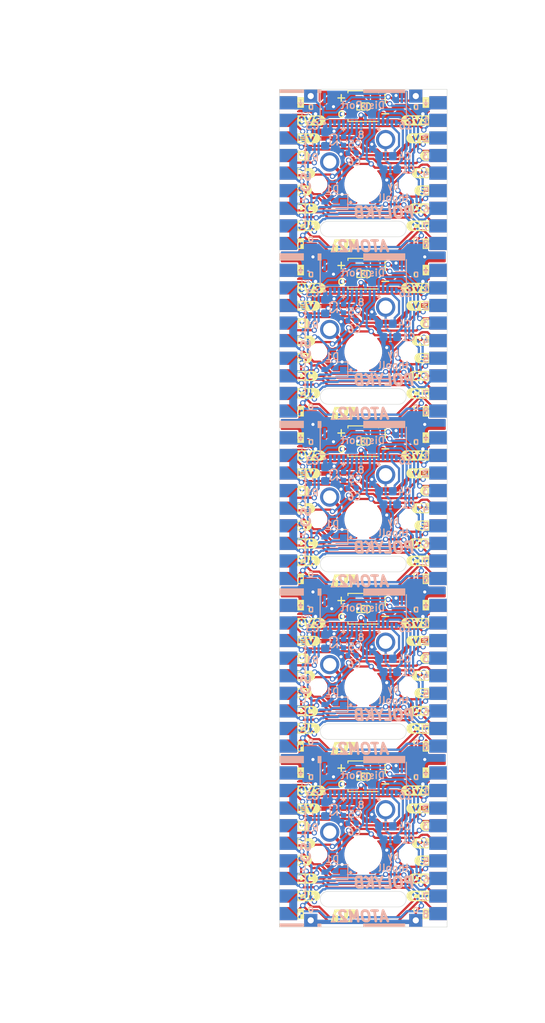
<source format=kicad_pcb>
(kicad_pcb (version 20211014) (generator pcbnew)
  (title_block (title "PolyKB Atom") (date "2022-02-01") (rev "2.1") (company "thpoll"))
  (layers (0 "F.Cu" signal) (31 "B.Cu" signal) (34 "B.Paste" user) (35 "F.Paste" user) (36 "B.SilkS" user "B.Silkscreen") (37 "F.SilkS" user "F.Silkscreen") (38 "B.Mask" user) (39 "F.Mask" user) (44 "Edge.Cuts" user))
  (net 0 "")
  (net 1 "/Keyboard/sheet605ED2EB/GND")
  (net 2 "/Keyboard/sheet605ED2EB/3V3")
  (net 3 "/Keyboard/sheet605ED2EB/4V2")
  (net 4 "Net-(C4-Pad1)")
  (net 5 "Net-(C5-Pad2)")
  (net 6 "Net-(C5-Pad1)")
  (net 7 "Net-(C6-Pad2)")
  (net 8 "Net-(C6-Pad1)")
  (net 9 "/Keyboard/sheet605ED2EB/CS")
  (net 10 "/Keyboard/sheet605ED2EB/RESET")
  (net 11 "/Keyboard/sheet605ED2EB/D-C")
  (net 12 "/Keyboard/sheet605ED2EB/SCLK")
  (net 13 "/Keyboard/sheet605ED2EB/SDIN")
  (net 14 "/Keyboard/sheet605ED2EB/LED_DIN")
  (net 15 "/Keyboard/sheet605ED2EB/5V")
  (net 16 "Net-(D1-Pad2)")
  (net 17 "/Keyboard/sheet605ED2EB/KeyRow")
  (net 18 "/Keyboard/sheet605ED2EB/KeyCol")
  (net 19 "CS8")
  (net 20 "CS7")
  (net 21 "CS6")
  (net 22 "CS5")
  (net 23 "CS4")
  (net 24 "CS3")
  (net 25 "CS2")
  (net 26 "CS1")
  (net 27 "Net-(C1-Pad1)")
  (footprint "poly_kb:AtomConnect2" (layer "F.Cu") (at 55.118 44.6278 -90)
    (fp_text reference "J3" hide)
    (fp_text value "WestFront")
  )
  (footprint "poly_kb:AtomConnect2" (layer "F.Cu") (at 72.136 44.6278 -90)
    (fp_text reference "J4" hide)
    (fp_text value "EastFront")
  )
  (footprint "poly_kb:WS2812B-Mini" (layer "F.Cu") (at 63.627 37.0078)
    (fp_text reference "LED1" hide)
    (fp_text value "LED")
  )
  (footprint "poly_kb:SW_Cherry_MX_1.00u_PCB_NoSilk" (layer "F.Cu") (at 66.167 40.8178)
    (fp_text reference "SW1" hide)
    (fp_text value "SW_Push")
  )
  (footprint "kibuzzard-61EFBE21" (layer "F.Cu") (at 56.9722 84.709)
    (fp_text reference "kibuzzard-61EFBE21" hide)
    (fp_text value "G***" hide)
  )
  (footprint "kibuzzard-61EFD908" (layer "F.Cu") (at 56.515 52.6542)
    (fp_text reference "kibuzzard-61EFD908" hide)
    (fp_text value "G***" hide)
  )
  (footprint "kibuzzard-61EFD7F9" (layer "F.Cu") (at 70.2818 65.659)
    (fp_text reference "kibuzzard-61EFD7F9" hide)
    (fp_text value "G***" hide)
  )
  (footprint "poly_kb:WS2812B-Mini" (layer "F.Cu") (at 63.627 17.9578)
    (fp_text reference "LED1" hide)
    (fp_text value "LED")
  )
  (footprint "kibuzzard-61EFABBF" (layer "F.Cu") (at 69.9262 105.791)
    (fp_text reference "kibuzzard-61EFABBF" hide)
    (fp_text value "G***" hide)
  )
  (footprint "kibuzzard-61EFDAEE" (layer "F.Cu") (at 57.154239 82.727507)
    (fp_text reference "kibuzzard-61EFDAEE" hide)
    (fp_text value "G***" hide)
  )
  (footprint "kibuzzard-61EFDD1E" (layer "F.Cu") (at 61.341 71.9328)
    (fp_text reference "kibuzzard-61EFDD1E" hide)
    (fp_text value "G***" hide)
  )
  (footprint "kibuzzard-61EFD947" (layer "F.Cu") (at 56.515 55.6514)
    (fp_text reference "kibuzzard-61EFD947" hide)
    (fp_text value "G***" hide)
  )
  (footprint "poly_kb:AtomConnect2" (layer "F.Cu") (at 55.118 82.7278 -90)
    (fp_text reference "J3" hide)
    (fp_text value "WestFront")
  )
  (footprint "kibuzzard-61EFD863" (layer "F.Cu") (at 69.5198 95.7834)
    (fp_text reference "kibuzzard-61EFD863" hide)
    (fp_text value "G***" hide)
  )
  (footprint "kibuzzard-61EFDD1E" (layer "F.Cu") (at 61.341 52.8828)
    (fp_text reference "kibuzzard-61EFDD1E" hide)
    (fp_text value "G***" hide)
  )
  (footprint "poly_kb:AtomConnect2" (layer "F.Cu") (at 72.136 25.5778 -90)
    (fp_text reference "J4" hide)
    (fp_text value "EastFront")
  )
  (footprint "kibuzzard-61EFBE87" (layer "F.Cu") (at 57.9374 40.6654)
    (fp_text reference "kibuzzard-61EFBE87" hide)
    (fp_text value "G***" hide)
  )
  (footprint "kibuzzard-61EFDAC6" (layer "F.Cu") (at 70.6882 42.6466)
    (fp_text reference "kibuzzard-61EFDAC6" hide)
    (fp_text value "G***" hide)
  )
  (footprint "kibuzzard-61EFD863" (layer "F.Cu") (at 69.5198 76.7334)
    (fp_text reference "kibuzzard-61EFD863" hide)
    (fp_text value "G***" hide)
  )
  (footprint "poly_kb:AtomConnect2" (layer "F.Cu") (at 55.118 63.6778 -90)
    (fp_text reference "J3" hide)
    (fp_text value "WestFront")
  )
  (footprint "kibuzzard-61EFBE2C" (layer "F.Cu") (at 57.3278 29.591)
    (fp_text reference "kibuzzard-61EFBE2C" hide)
    (fp_text value "G***" hide)
  )
  (footprint "kibuzzard-61EFDAA0" (layer "F.Cu") (at 56.8706 99.7966)
    (fp_text reference "kibuzzard-61EFDAA0" hide)
    (fp_text value "G***" hide)
  )
  (footprint "kibuzzard-61EFDD1E" (layer "F.Cu") (at 61.341 90.9828)
    (fp_text reference "kibuzzard-61EFDD1E" hide)
    (fp_text value "G***" hide)
  )
  (footprint "poly_kb:AtomConnect2" (layer "F.Cu") (at 72.136 82.7278 -90)
    (fp_text reference "J4" hide)
    (fp_text value "EastFront")
  )
  (footprint "kibuzzard-61EFD947" (layer "F.Cu") (at 70.739 17.5514)
    (fp_text reference "kibuzzard-61EFD947" hide)
    (fp_text value "G***" hide)
  )
  (footprint "kibuzzard-61EFDAA0" (layer "F.Cu") (at 56.8706 61.6966)
    (fp_text reference "kibuzzard-61EFDAA0" hide)
    (fp_text value "G***" hide)
  )
  (footprint "kibuzzard-61EFBE21" (layer "F.Cu") (at 56.9722 27.559)
    (fp_text reference "kibuzzard-61EFBE21" hide)
    (fp_text value "G***" hide)
  )
  (footprint "kibuzzard-61EFBE2C" (layer "F.Cu") (at 57.3278 48.641)
    (fp_text reference "kibuzzard-61EFBE2C" hide)
    (fp_text value "G***" hide)
  )
  (footprint "kibuzzard-61EFDAC6" (layer "F.Cu") (at 70.6882 61.6966)
    (fp_text reference "kibuzzard-61EFDAC6" hide)
    (fp_text value "G***" hide)
  )
  (footprint "poly_kb:WS2812B-Mini" (layer "F.Cu") (at 63.627 94.1578)
    (fp_text reference "LED1" hide)
    (fp_text value "LED")
  )
  (footprint "kibuzzard-61EFBE3D" (layer "F.Cu") (at 57.4294 88.7222)
    (fp_text reference "kibuzzard-61EFBE3D" hide)
    (fp_text value "G***" hide)
  )
  (footprint "kibuzzard-61EFBE21" (layer "F.Cu") (at 56.9722 65.659)
    (fp_text reference "kibuzzard-61EFBE21" hide)
    (fp_text value "G***" hide)
  )
  (footprint "kibuzzard-61EFABBF" (layer "F.Cu") (at 69.9262 29.591)
    (fp_text reference "kibuzzard-61EFABBF" hide)
    (fp_text value "G***" hide)
  )
  (footprint "poly_kb:TestPoin_1.5x1.5mm_Drill0.7mm" (layer "F.Cu") (at 57.658 110.5408)
    (fp_text reference "J7" hide)
    (fp_text value "South")
  )
  (footprint "poly_kb:SW_Cherry_MX_1.00u_PCB_NoSilk" (layer "F.Cu") (at 66.167 78.9178)
    (fp_text reference "SW1" hide)
    (fp_text value "SW_Push")
  )
  (footprint "kibuzzard-61EFAA6D" (layer "F.Cu") (at 70.1294 25.5778)
    (fp_text reference "kibuzzard-61EFAA6D" hide)
    (fp_text value "G***" hide)
  )
  (footprint "kibuzzard-61EFA8F1" (layer "F.Cu") (at 69.8246 107.7722)
    (fp_text reference "kibuzzard-61EFA8F1" hide)
    (fp_text value "G***" hide)
  )
  (footprint "kibuzzard-61EFBE2C" (layer "F.Cu") (at 57.3278 105.791)
    (fp_text reference "kibuzzard-61EFBE2C" hide)
    (fp_text value "G***" hide)
  )
  (footprint "kibuzzard-61EFDD1E" (layer "F.Cu") (at 61.341 110.0328)
    (fp_text reference "kibuzzard-61EFDD1E" hide)
    (fp_text value "G***" hide)
  )
  (footprint "kibuzzard-61EFBE87" (layer "F.Cu") (at 57.9374 97.8154)
    (fp_text reference "kibuzzard-61EFBE87" hide)
    (fp_text value "G***" hide)
  )
  (footprint "kibuzzard-61EFD947" (layer "F.Cu") (at 70.739 36.6014)
    (fp_text reference "kibuzzard-61EFD947" hide)
    (fp_text value "G***" hide)
  )
  (footprint "kibuzzard-61EFACF9" (layer "F.Cu") (at 69.3166 59.7154)
    (fp_text reference "kibuzzard-61EFACF9" hide)
    (fp_text value "G***" hide)
  )
  (footprint "kibuzzard-61EFD908" (layer "F.Cu") (at 56.515 90.7542)
    (fp_text reference "kibuzzard-61EFD908" hide)
    (fp_text value "G***" hide)
  )
  (footprint "kibuzzard-61EFBE2C" (layer "F.Cu") (at 57.3278 67.691)
    (fp_text reference "kibuzzard-61EFBE2C" hide)
    (fp_text value "G***" hide)
  )
  (footprint "kibuzzard-61EFDAC6" (layer "F.Cu") (at 70.6882 23.5966)
    (fp_text reference "kibuzzard-61EFDAC6" hide)
    (fp_text value "G***" hide)
  )
  (footprint "kibuzzard-61EFD908" (layer "F.Cu") (at 70.739 71.7042)
    (fp_text reference "kibuzzard-61EFD908" hide)
    (fp_text value "G***" hide)
  )
  (footprint "kibuzzard-61EFDAC6" (layer "F.Cu") (at 70.6882 80.7466)
    (fp_text reference "kibuzzard-61EFDAC6" hide)
    (fp_text value "G***" hide)
  )
  (footprint "kibuzzard-61EFD947" (layer "F.Cu") (at 56.515 74.7014)
    (fp_text reference "kibuzzard-61EFD947" hide)
    (fp_text value "G***" hide)
  )
  (footprint "kibuzzard-61EFAA6D" (layer "F.Cu") (at 70.1294 82.7278)
    (fp_text reference "kibuzzard-61EFAA6D" hide)
    (fp_text value "G***" hide)
  )
  (footprint "kibuzzard-61EFA8F1" (layer "F.Cu") (at 69.8246 50.6222)
    (fp_text reference "kibuzzard-61EFA8F1" hide)
    (fp_text value "G***" hide)
  )
  (footprint "kibuzzard-61EFD947" (layer "F.Cu") (at 70.739 93.7514)
    (fp_text reference "kibuzzard-61EFD947" hide)
    (fp_text value "G***" hide)
  )
  (footprint "kibuzzard-61EFD879" (layer "F.Cu") (at 57.744 76.7406)
    (fp_text reference "kibuzzard-61EFD879" hide)
    (fp_text value "G***" hide)
  )
  (footprint "poly_kb:SW_Cherry_MX_1.00u_PCB_NoSilk" (layer "F.Cu") (at 66.167 59.8678)
    (fp_text reference "SW1" hide)
    (fp_text value "SW_Push")
  )
  (footprint "kibuzzard-61EFDAA0" (layer "F.Cu") (at 56.8706 42.6466)
    (fp_text reference "kibuzzard-61EFDAA0" hide)
    (fp_text value "G***" hide)
  )
  (footprint "kibuzzard-61EFBE87" (layer "F.Cu") (at 57.9374 59.7154)
    (fp_text reference "kibuzzard-61EFBE87" hide)
    (fp_text value "G***" hide)
  )
  (footprint "kibuzzard-61EFDAA0" (layer "F.Cu") (at 56.8706 80.7466)
    (fp_text reference "kibuzzard-61EFDAA0" hide)
    (fp_text value "G***" hide)
  )
  (footprint "kibuzzard-61EFDAEE" (layer "F.Cu") (at 57.154239 63.677507)
    (fp_text reference "kibuzzard-61EFDAEE" hide)
    (fp_text value "G***" hide)
  )
  (footprint "kibuzzard-61EFD863" (layer "F.Cu") (at 69.5198 19.5834)
    (fp_text reference "kibuzzard-61EFD863" hide)
    (fp_text value "G***" hide)
  )
  (footprint "kibuzzard-61EFBE87" (layer "F.Cu") (at 57.9374 21.6154)
    (fp_text reference "kibuzzard-61EFBE87" hide)
    (fp_text value "G***" hide)
  )
  (footprint "kibuzzard-61EFD947" (layer "F.Cu") (at 56.515 17.5514)
    (fp_text reference "kibuzzard-61EFD947" hide)
    (fp_text value "G***" hide)
  )
  (footprint "kibuzzard-61EFBE3D" (layer "F.Cu") (at 57.4294 31.5722)
    (fp_text reference "kibuzzard-61EFBE3D" hide)
    (fp_text value "G***" hide)
  )
  (footprint "poly_kb:TestPoin_1.5x1.5mm_Drill0.7mm" (layer "F.Cu") (at 69.596 16.8148)
    (fp_text reference "J2" hide)
    (fp_text value "North")
  )
  (footprint "kibuzzard-61EFD7F9" (layer "F.Cu") (at 70.2818 46.609)
    (fp_text reference "kibuzzard-61EFD7F9" hide)
    (fp_text value "G***" hide)
  )
  (footprint "kibuzzard-61EFBE21" (layer "F.Cu") (at 56.9722 103.759)
    (fp_text reference "kibuzzard-61EFBE21" hide)
    (fp_text value "G***" hide)
  )
  (footprint "kibuzzard-61EFDAEE" (layer "F.Cu") (at 57.154239 101.777507)
    (fp_text reference "kibuzzard-61EFDAEE" hide)
    (fp_text value "G***" hide)
  )
  (footprint "kibuzzard-61EFD7F9" (layer "F.Cu") (at 70.2818 27.559)
    (fp_text reference "kibuzzard-61EFD7F9" hide)
    (fp_text value "G***" hide)
  )
  (footprint "poly_kb:SW_Cherry_MX_1.00u_PCB_NoSilk" (layer "F.Cu") (at 66.167 21.7678)
    (fp_text reference "SW1" hide)
    (fp_text value "SW_Push")
  )
  (footprint "kibuzzard-61EFD908" (layer "F.Cu") (at 56.515 71.7042)
    (fp_text reference "kibuzzard-61EFD908" hide)
    (fp_text value "G***" hide)
  )
  (footprint "kibuzzard-61EFD863" (layer "F.Cu") (at 69.5198 38.6334)
    (fp_text reference "kibuzzard-61EFD863" hide)
    (fp_text value "G***" hide)
  )
  (footprint "kibuzzard-61EFD947" (layer "F.Cu") (at 70.739 55.6514)
    (fp_text reference "kibuzzard-61EFD947" hide)
    (fp_text value "G***" hide)
  )
  (footprint "kibuzzard-61EFACF9" (layer "F.Cu") (at 69.3166 97.8154)
    (fp_text reference "kibuzzard-61EFACF9" hide)
    (fp_text value "G***" hide)
  )
  (footprint "kibuzzard-61EFD908" (layer "F.Cu") (at 70.739 33.6042)
    (fp_text reference "kibuzzard-61EFD908" hide)
    (fp_text value "G***" hide)
  )
  (footprint "kibuzzard-61EFD879" (layer "F.Cu") (at 57.744 19.5906)
    (fp_text reference "kibuzzard-61EFD879" hide)
    (fp_text value "G***" hide)
  )
  (footprint "kibuzzard-61EFD863" (layer "F.Cu") (at 69.5198 57.6834)
    (fp_text reference "kibuzzard-61EFD863" hide)
    (fp_text value "G***" hide)
  )
  (footprint "kibuzzard-61EFD879" (layer "F.Cu") (at 57.744 38.6406)
    (fp_text reference "kibuzzard-61EFD879" hide)
    (fp_text value "G***" hide)
  )
  (footprint "kibuzzard-61EFD908" (layer "F.Cu") (at 70.739 52.6542)
    (fp_text reference "kibuzzard-61EFD908" hide)
    (fp_text value "G***" hide)
  )
  (footprint "kibuzzard-61EFACF9" (layer "F.Cu") (at 69.3166 40.6654)
    (fp_text reference "kibuzzard-61EFACF9" hide)
    (fp_text value "G***" hide)
  )
  (footprint "kibuzzard-61EFD947" (layer "F.Cu") (at 70.739 74.7014)
    (fp_text reference "kibuzzard-61EFD947" hide)
    (fp_text value "G***" hide)
  )
  (footprint "kibuzzard-61EFACF9" (layer "F.Cu") (at 69.3166 21.6154)
    (fp_text reference "kibuzzard-61EFACF9" hide)
    (fp_text value "G***" hide)
  )
  (footprint "kibuzzard-61EFDAEE" (layer "F.Cu") (at 57.154239 25.577507)
    (fp_text reference "kibuzzard-61EFDAEE" hide)
    (fp_text value "G***" hide)
  )
  (footprint "kibuzzard-61EFD908" (layer "F.Cu") (at 56.515 33.6042)
    (fp_text reference "kibuzzard-61EFD908" hide)
    (fp_text value "G***" hide)
  )
  (footprint "kibuzzard-61EFDAEE" (layer "F.Cu") (at 57.154239 44.627507)
    (fp_text reference "kibuzzard-61EFDAEE" hide)
    (fp_text value "G***" hide)
  )
  (footprint "kibuzzard-61EFBE3D" (layer "F.Cu") (at 57.4294 107.7722)
    (fp_text reference "kibuzzard-61EFBE3D" hide)
    (fp_text value "G***" hide)
  )
  (footprint "kibuzzard-61EFAA6D" (layer "F.Cu") (at 70.1294 101.7778)
    (fp_text reference "kibuzzard-61EFAA6D" hide)
    (fp_text value "G***" hide)
  )
  (footprint "kibuzzard-61EFD908" (layer "F.Cu") (at 70.739 109.8042)
    (fp_text reference "kibuzzard-61EFD908" hide)
    (fp_text value "G***" hide)
  )
  (footprint "poly_kb:TestPoin_1.5x1.5mm_Drill0.7mm" (layer "F.Cu") (at 69.596 110.5408)
    (fp_text reference "J9" hide)
    (fp_text value "South2")
  )
  (footprint "poly_kb:TestPoin_1.5x1.5mm_Drill0.7mm" (layer "F.Cu") (at 57.658 16.8148)
    (fp_text reference "J8" hide)
    (fp_text value "North2")
  )
  (footprint "kibuzzard-61EFBE21" (layer "F.Cu") (at 56.9722 46.609)
    (fp_text reference "kibuzzard-61EFBE21" hide)
    (fp_text value "G***" hide)
  )
  (footprint "kibuzzard-61EFDAA0" (layer "F.Cu") (at 56.8706 23.5966)
    (fp_text reference "kibuzzard-61EFDAA0" hide)
    (fp_text value "G***" hide)
  )
  (footprint "kibuzzard-61EFA8F1" (layer "F.Cu") (at 69.8246 69.6722)
    (fp_text reference "kibuzzard-61EFA8F1" hide)
    (fp_text value "G***" hide)
  )
  (footprint "poly_kb:AtomConnect2" (layer "F.Cu") (at 55.118 25.5778 -90)
    (fp_text reference "J3" hide)
    (fp_text value "WestFront")
  )
  (footprint "kibuzzard-61EFD947" (layer "F.Cu") (at 56.515 93.7514)
    (fp_text reference "kibuzzard-61EFD947" hide)
    (fp_text value "G***" hide)
  )
  (footprint "kibuzzard-61EFD908" (layer "F.Cu") (at 70.739 90.7542)
    (fp_text reference "kibuzzard-61EFD908" hide)
    (fp_text value "G***" hide)
  )
  (footprint "kibuzzard-61EFA8F1" (layer "F.Cu") (at 69.8246 31.5722)
    (fp_text reference "kibuzzard-61EFA8F1" hide)
    (fp_text value "G***" hide)
  )
  (footprint "kibuzzard-61EFD879" (layer "F.Cu") (at 57.744 95.7906)
    (fp_text reference "kibuzzard-61EFD879" hide)
    (fp_text value "G***" hide)
  )
  (footprint "kibuzzard-61EFABBF" (layer "F.Cu") (at 69.9262 48.641)
    (fp_text reference "kibuzzard-61EFABBF" hide)
    (fp_text value "G***" hide)
  )
  (footprint "kibuzzard-61EFD947" (layer "F.Cu") (at 56.515 36.6014)
    (fp_text reference "kibuzzard-61EFD947" hide)
    (fp_text value "G***" hide)
  )
  (footprint "kibuzzard-61EFAA6D" (layer "F.Cu") (at 70.1294 63.6778)
    (fp_text reference "kibuzzard-61EFAA6D" hide)
    (fp_text value "G***" hide)
  )
  (footprint "poly_kb:AtomConnect2" (layer "F.Cu") (at 55.118 101.7778 -90)
    (fp_text reference "J3" hide)
    (fp_text value "WestFront")
  )
  (footprint "poly_kb:SW_Cherry_MX_1.00u_PCB_NoSilk" (layer "F.Cu") (at 66.167 97.9678)
    (fp_text reference "SW1" hide)
    (fp_text value "SW_Push")
  )
  (footprint "poly_kb:AtomConnect2" (layer "F.Cu") (at 72.136 101.7778 -90)
    (fp_text reference "J4" hide)
    (fp_text value "EastFront")
  )
  (footprint "kibuzzard-61EFDAC6" (layer "F.Cu") (at 70.6882 99.7966)
    (fp_text reference "kibuzzard-61EFDAC6" hide)
    (fp_text value "G***" hide)
  )
  (footprint "kibuzzard-61EFDD1E" (layer "F.Cu") (at 61.341 33.8328)
    (fp_text reference "kibuzzard-61EFDD1E" hide)
    (fp_text value "G***" hide)
  )
  (footprint "kibuzzard-61EFACF9" (layer "F.Cu") (at 69.3166 78.7654)
    (fp_text reference "kibuzzard-61EFACF9" hide)
    (fp_text value "G***" hide)
  )
  (footprint "kibuzzard-61EFABBF" (layer "F.Cu") (at 69.9262 67.691)
    (fp_text reference "kibuzzard-61EFABBF" hide)
    (fp_text value "G***" hide)
  )
  (footprint "kibuzzard-61EFA8F1" (layer "F.Cu") (at 69.8246 88.7222)
    (fp_text reference "kibuzzard-61EFA8F1" hide)
    (fp_text value "G***" hide)
  )
  (footprint "poly_kb:WS2812B-Mini" (layer "F.Cu") (at 63.627 75.1078)
    (fp_text reference "LED1" hide)
    (fp_text value "LED")
  )
  (footprint "kibuzzard-61EFD879" (layer "F.Cu") (at 57.744 57.6906)
    (fp_text reference "kibuzzard-61EFD879" hide)
    (fp_text value "G***" hide)
  )
  (footprint "poly_kb:WS2812B-Mini" (layer "F.Cu") (at 63.627 56.0578)
    (fp_text reference "LED1" hide)
    (fp_text value "LED")
  )
  (footprint "kibuzzard-61EFBE3D" (layer "F.Cu") (at 57.4294 50.6222)
    (fp_text reference "kibuzzard-61EFBE3D" hide)
    (fp_text value "G***" hide)
  )
  (footprint "kibuzzard-61EFAA6D" (layer "F.Cu") (at 70.1294 44.6278)
    (fp_text reference "kibuzzard-61EFAA6D" hide)
    (fp_text value "G***" hide)
  )
  (footprint "kibuzzard-61EFD7F9" (layer "F.Cu") (at 70.2818 103.759)
    (fp_text reference "kibuzzard-61EFD7F9" hide)
    (fp_text value "G***" hide)
  )
  (footprint "kibuzzard-61EFD7F9" (layer "F.Cu") (at 70.2818 84.709)
    (fp_text reference "kibuzzard-61EFD7F9" hide)
    (fp_text value "G***" hide)
  )
  (footprint "poly_kb:AtomConnect2" (layer "F.Cu") (at 72.136 63.6778 -90)
    (fp_text reference "J4" hide)
    (fp_text value "EastFront")
  )
  (footprint "kibuzzard-61EFD908" (layer "F.Cu") (at 56.515 109.8042)
    (fp_text reference "kibuzzard-61EFD908" hide)
    (fp_text value "G***" hide)
  )
  (footprint "kibuzzard-61EFBE2C" (layer "F.Cu") (at 57.3278 86.741)
    (fp_text reference "kibuzzard-61EFBE2C" hide)
    (fp_text value "G***" hide)
  )
  (footprint "kibuzzard-61EFBE3D" (layer "F.Cu") (at 57.4294 69.6722)
    (fp_text reference "kibuzzard-61EFBE3D" hide)
    (fp_text value "G***" hide)
  )
  (footprint "kibuzzard-61EFABBF" (layer "F.Cu") (at 69.9262 86.741)
    (fp_text reference "kibuzzard-61EFABBF" hide)
    (fp_text value "G***" hide)
  )
  (footprint "kibuzzard-61EFBE87" (layer "F.Cu") (at 57.9374 78.7654)
    (fp_text reference "kibuzzard-61EFBE87" hide)
    (fp_text value "G***" hide)
  )
  (footprint "Capacitor_SMD:C_0603_1608Metric" (layer "B.Cu") (at 66.702 44.2028 180)
    (fp_text reference "C1")
    (fp_text value "2.2uF")
  )
  (footprint "Capacitor_SMD:C_0603_1608Metric" (layer "B.Cu") (at 59.309 40.7546 90)
    (fp_text reference "C2")
    (fp_text value "2.2uF")
  )
  (footprint "Capacitor_SMD:C_0402_1005Metric" (layer "B.Cu") (at 57.023 37.8968 90)
    (fp_text reference "C3" hide)
    (fp_text value "1uF")
  )
  (footprint "Capacitor_SMD:C_0603_1608Metric" (layer "B.Cu") (at 66.202 42.7028 180)
    (fp_text reference "C4")
    (fp_text value "4.7uF")
  )
  (footprint "Capacitor_SMD:C_0402_1005Metric" (layer "B.Cu") (at 61.3918 40.9676 90)
    (fp_text reference "C5")
    (fp_text value "1uF")
  )
  (footprint "Capacitor_SMD:C_0402_1005Metric" (layer "B.Cu") (at 62.357 42.3418)
    (fp_text reference "C6")
    (fp_text value "1uF")
  )
  (footprint "poly_kb:D_SOD-323Ext" (layer "B.Cu") (at 60.325 47.9028 180)
    (fp_text reference "D1")
    (fp_text value "D_Small")
  )
  (footprint "poly_kb:FPC_16_JUSHUO_AFC05_S16FIA_00" (layer "B.Cu") (at 63.627 38.9128)
    (fp_text reference "J1" hide)
    (fp_text value "Conn_01x16")
  )
  (footprint "poly_kb:AtomConnect2" (layer "B.Cu") (at 72.136 44.6278 -90)
    (fp_text reference "J6" hide)
    (fp_text value "EastBack")
  )
  (footprint "poly_kb:AtomConnectCS" (layer "B.Cu") (at 55.118 44.6278 -90)
    (fp_text reference "J5" hide)
    (fp_text value "WestBack")
  )
  (footprint "poly_kb:FPC_16_JUSHUO_AFC05_S16FIA_00" (layer "B.Cu") (at 63.627 19.8628)
    (fp_text reference "J1" hide)
    (fp_text value "Conn_01x16")
  )
  (footprint "Capacitor_SMD:C_0603_1608Metric" (layer "B.Cu") (at 59.309 21.7046 90)
    (fp_text reference "C2")
    (fp_text value "2.2uF")
  )
  (footprint "poly_kb:D_SOD-323Ext" (layer "B.Cu") (at 60.325 86.0028 180)
    (fp_text reference "D1")
    (fp_text value "D_Small")
  )
  (footprint "Capacitor_SMD:C_0402_1005Metric" (layer "B.Cu") (at 62.357 23.2918)
    (fp_text reference "C6")
    (fp_text value "1uF")
  )
  (footprint "Capacitor_SMD:C_0603_1608Metric" (layer "B.Cu") (at 66.202 80.8028 180)
    (fp_text reference "C4")
    (fp_text value "4.7uF")
  )
  (footprint "Capacitor_SMD:C_0603_1608Metric" (layer "B.Cu") (at 66.702 25.1528 180)
    (fp_text reference "C1")
    (fp_text value "2.2uF")
  )
  (footprint "poly_kb:AtomConnect2" (layer "B.Cu") (at 72.136 82.7278 -90)
    (fp_text reference "J6" hide)
    (fp_text value "EastBack")
  )
  (footprint "Resistor_SMD:R_0402_1005Metric" (layer "B.Cu") (at 57.502 98.4906 -90)
    (fp_text reference "R1")
    (fp_text value "1M")
  )
  (footprint "Capacitor_SMD:C_0603_1608Metric" (layer "B.Cu") (at 59.309 97.9046 90)
    (fp_text reference "C2")
    (fp_text value "2.2uF")
  )
  (footprint "Capacitor_SMD:C_0402_1005Metric" (layer "B.Cu") (at 62.357 80.4418)
    (fp_text reference "C6")
    (fp_text value "1uF")
  )
  (footprint "poly_kb:AtomConnect2" (layer "B.Cu") (at 72.136 101.7778 -90)
    (fp_text reference "J6" hide)
    (fp_text value "EastBack")
  )
  (footprint "poly_kb:D_SOD-323Ext" (layer "B.Cu") (at 60.325 28.8528 180)
    (fp_text reference "D1")
    (fp_text value "D_Small")
  )
  (footprint "poly_kb:AtomConnectCS" (layer "B.Cu") (at 55.118 63.6778 -90)
    (fp_text reference "J5" hide)
    (fp_text value "WestBack")
  )
  (footprint "Capacitor_SMD:C_0402_1005Metric" (layer "B.Cu") (at 57.023 18.8468 90)
    (fp_text reference "C3" hide)
    (fp_text value "1uF")
  )
  (footprint "poly_kb:AtomConnectCS" (layer "B.Cu") (at 55.118 101.7778 -90)
    (fp_text reference "J5" hide)
    (fp_text value "WestBack")
  )
  (footprint "Capacitor_SMD:C_0603_1608Metric" (layer "B.Cu") (at 66.202 61.7528 180)
    (fp_text reference "C4")
    (fp_text value "4.7uF")
  )
  (footprint "poly_kb:AtomConnectCS" (layer "B.Cu") (at 55.118 82.7278 -90)
    (fp_text reference "J5" hide)
    (fp_text value "WestBack")
  )
  (footprint "Capacitor_SMD:C_0603_1608Metric" (layer "B.Cu") (at 59.309 78.8546 90)
    (fp_text reference "C2")
    (fp_text value "2.2uF")
  )
  (footprint "Capacitor_SMD:C_0402_1005Metric" (layer "B.Cu") (at 61.3918 98.1176 90)
    (fp_text reference "C5")
    (fp_text value "1uF")
  )
  (footprint "Capacitor_SMD:C_0402_1005Metric" (layer "B.Cu") (at 57.023 95.0468 90)
    (fp_text reference "C3" hide)
    (fp_text value "1uF")
  )
  (footprint "Capacitor_SMD:C_0603_1608Metric" (layer "B.Cu") (at 66.702 82.3028 180)
    (fp_text reference "C1")
    (fp_text value "2.2uF")
  )
  (footprint "Resistor_SMD:R_0402_1005Metric" (layer "B.Cu") (at 57.502 41.3406 -90)
    (fp_text reference "R1")
    (fp_text value "1M")
  )
  (footprint "Capacitor_SMD:C_0402_1005Metric" (layer "B.Cu") (at 61.3918 60.0176 90)
    (fp_text reference "C5")
    (fp_text value "1uF")
  )
  (footprint "Capacitor_SMD:C_0402_1005Metric" (layer "B.Cu") (at 61.3918 79.0676 90)
    (fp_text reference "C5")
    (fp_text value "1uF")
  )
  (footprint "Resistor_SMD:R_0402_1005Metric" (layer "B.Cu") (at 57.502 79.4406 -90)
    (fp_text reference "R1")
    (fp_text value "1M")
  )
  (footprint "poly_kb:AtomConnect2" (layer "B.Cu") (at 72.136 63.6778 -90)
    (fp_text reference "J6" hide)
    (fp_text value "EastBack")
  )
  (footprint "Capacitor_SMD:C_0603_1608Metric" (layer "B.Cu") (at 59.309 59.8046 90)
    (fp_text reference "C2")
    (fp_text value "2.2uF")
  )
  (footprint "poly_kb:D_SOD-323Ext" (layer "B.Cu") (at 60.325 66.9528 180)
    (fp_text reference "D1")
    (fp_text value "D_Small")
  )
  (footprint "poly_kb:FPC_16_JUSHUO_AFC05_S16FIA_00" (layer "B.Cu") (at 63.627 96.0628)
    (fp_text reference "J1" hide)
    (fp_text value "Conn_01x16")
  )
  (footprint "Capacitor_SMD:C_0402_1005Metric" (layer "B.Cu") (at 62.357 99.4918)
    (fp_text reference "C6")
    (fp_text value "1uF")
  )
  (footprint "Capacitor_SMD:C_0603_1608Metric" (layer "B.Cu") (at 66.702 63.2528 180)
    (fp_text reference "C1")
    (fp_text value "2.2uF")
  )
  (footprint "Capacitor_SMD:C_0603_1608Metric" (layer "B.Cu") (at 66.202 99.8528 180)
    (fp_text reference "C4")
    (fp_text value "4.7uF")
  )
  (footprint "poly_kb:D_SOD-323Ext" (layer "B.Cu") (at 60.325 105.0528 180)
    (fp_text reference "D1")
    (fp_text value "D_Small")
  )
  (footprint "Capacitor_SMD:C_0402_1005Metric" (layer "B.Cu") (at 61.3918 21.9176 90)
    (fp_text reference "C5")
    (fp_text value "1uF")
  )
  (footprint "Resistor_SMD:R_0402_1005Metric" (layer "B.Cu") (at 57.502 60.3906 -90)
    (fp_text reference "R1")
    (fp_text value "1M")
  )
  (footprint "Capacitor_SMD:C_0603_1608Metric" (layer "B.Cu") (at 66.202 23.6528 180)
    (fp_text reference "C4")
    (fp_text value "4.7uF")
  )
  (footprint "Capacitor_SMD:C_0402_1005Metric" (layer "B.Cu") (at 62.357 61.3918)
    (fp_text reference "C6")
    (fp_text value "1uF")
  )
  (footprint "Resistor_SMD:R_0402_1005Metric" (layer "B.Cu") (at 57.502 22.2906 -90)
    (fp_text reference "R1")
    (fp_text value "1M")
  )
  (footprint "poly_kb:FPC_16_JUSHUO_AFC05_S16FIA_00" (layer "B.Cu") (at 63.627 77.0128)
    (fp_text reference "J1" hide)
    (fp_text value "Conn_01x16")
  )
  (footprint "Capacitor_SMD:C_0603_1608Metric" (layer "B.Cu") (at 66.702 101.3528 180)
    (fp_text reference "C1")
    (fp_text value "2.2uF")
  )
  (footprint "Capacitor_SMD:C_0402_1005Metric" (layer "B.Cu") (at 57.023 56.9468 90)
    (fp_text reference "C3" hide)
    (fp_text value "1uF")
  )
  (footprint "poly_kb:FPC_16_JUSHUO_AFC05_S16FIA_00" (layer "B.Cu") (at 63.627 57.9628)
    (fp_text reference "J1" hide)
    (fp_text value "Conn_01x16")
  )
  (footprint "poly_kb:AtomConnect2" (layer "B.Cu") (at 72.136 25.5778 -90)
    (fp_text reference "J6" hide)
    (fp_text value "EastBack")
  )
  (footprint "Capacitor_SMD:C_0402_1005Metric" (layer "B.Cu") (at 57.023 75.9968 90)
    (fp_text reference "C3" hide)
    (fp_text value "1uF")
  )
  (footprint "poly_kb:AtomConnectCS" (layer "B.Cu") (at 55.118 25.5778 -90)
    (fp_text reference "J5" hide)
    (fp_text value "WestBack")
  )
  (gr_poly (pts (xy 68.3895 54.1782) (xy 63.627 54.1782) (xy 63.627 53.7464) (xy 68.3895 53.7464)) (layer "B.SilkS") (width 0) (fill solid))
  (gr_poly (pts (xy 56.8706 35.5108) (xy 54.0766 35.5108) (xy 54.0766 35.0774) (xy 56.8706 35.0774)) (layer "B.SilkS") (width 0) (fill solid))
  (gr_poly (pts (xy 58.8645 35.5108) (xy 58.4454 35.5108) (xy 58.4454 35.0774) (xy 58.8645 35.0774)) (layer "B.SilkS") (width 0) (fill solid))
  (gr_poly (pts (xy 58.8645 54.1782) (xy 58.4454 54.1782) (xy 58.4454 53.7591) (xy 58.8645 53.7591)) (layer "B.SilkS") (width 0) (fill solid))
  (gr_poly (pts (xy 56.8706 54.1782) (xy 54.102 54.1782) (xy 54.102 53.738864) (xy 56.8706 53.738864)) (layer "B.SilkS") (width 0) (fill solid))
  (gr_line (start 70.739 36.2966) (end 70.739 36.6522) (layer "B.SilkS") (width 0.12))
  (gr_line (start 61.302 20.6028) (end 61.452 20.6028) (layer "B.SilkS") (width 0.12))
  (gr_line (start 56.515 74.3966) (end 56.515 74.7522) (layer "B.SilkS") (width 0.12))
  (gr_poly (pts (xy 58.8645 35.1282) (xy 58.4454 35.1282) (xy 58.4454 34.7091) (xy 58.8645 34.7091)) (layer "B.SilkS") (width 0) (fill solid))
  (gr_line (start 70.739 55.3466) (end 70.739 55.7022) (layer "B.SilkS") (width 0.12))
  (gr_line (start 57.023 82.4738) (end 57.023 78.4098) (layer "B.SilkS") (width 0.12))
  (gr_line (start 57.023 59.3598) (end 56.515 58.8518) (layer "B.SilkS") (width 0.12))
  (gr_line (start 65.402 96.5778) (end 65.402 97.0278) (layer "B.SilkS") (width 0.12))
  (gr_line (start 56.515 93.8022) (end 56.261 93.8022) (layer "B.SilkS") (width 0.12))
  (gr_line (start 65.402 77.5278) (end 65.402 77.9778) (layer "B.SilkS") (width 0.12))
  (gr_line (start 56.515 55.7022) (end 56.261 55.7022) (layer "B.SilkS") (width 0.12))
  (gr_line (start 61.377 20.3778) (end 61.202 20.6528) (layer "B.SilkS") (width 0.12))
  (gr_poly (pts (xy 56.8706 92.6608) (xy 54.0766 92.6608) (xy 54.0766 92.2274) (xy 56.8706 92.2274)) (layer "B.SilkS") (width 0) (fill solid))
  (gr_line (start 57.023 25.3238) (end 57.023 21.2598) (layer "B.SilkS") (width 0.12))
  (gr_line (start 56.4642 94.107) (end 56.5658 94.107) (layer "B.SilkS") (width 0.12))
  (gr_line (start 65.402 20.3778) (end 65.402 20.8278) (layer "B.SilkS") (width 0.12))
  (gr_line (start 65.327 96.8028) (end 65.477 96.8028) (layer "B.SilkS") (width 0.12))
  (gr_line (start 57.023 44.3738) (end 57.023 40.3098) (layer "B.SilkS") (width 0.12))
  (gr_line (start 65.402 77.5278) (end 65.227 77.8028) (layer "B.SilkS") (width 0.12))
  (gr_poly (pts (xy 68.3895 92.6608) (xy 63.627 92.6608) (xy 63.627 92.2274) (xy 68.3895 92.2274)) (layer "B.SilkS") (width 0) (fill solid))
  (gr_line (start 61.302 58.7028) (end 61.452 58.7028) (layer "B.SilkS") (width 0.12))
  (gr_line (start 56.515 24.5618) (end 57.023 24.5618) (layer "B.SilkS") (width 0.12))
  (gr_line (start 65.227 58.7528) (end 65.577 58.7528) (layer "B.SilkS") (width 0.12))
  (gr_line (start 65.402 39.4278) (end 65.402 39.8778) (layer "B.SilkS") (width 0.12))
  (gr_line (start 56.515 47.6758) (end 57.023 47.6758) (layer "B.SilkS") (width 0.12))
  (gr_line (start 65.327 77.7528) (end 65.477 77.7528) (layer "B.SilkS") (width 0.12))
  (gr_line (start 65.227 39.7028) (end 65.577 39.7028) (layer "B.SilkS") (width 0.12))
  (gr_poly (pts (xy 56.8706 54.5608) (xy 54.0766 54.5608) (xy 54.0766 54.1274) (xy 56.8706 54.1274)) (layer "B.SilkS") (width 0) (fill solid))
  (gr_line (start 56.515 36.2966) (end 56.515 36.6522) (layer "B.SilkS") (width 0.12))
  (gr_line (start 65.327 58.7028) (end 65.477 58.7028) (layer "B.SilkS") (width 0.12))
  (gr_line (start 56.515 74.7522) (end 56.769 74.7522) (layer "B.SilkS") (width 0.12))
  (gr_line (start 57.023 50.4698) (end 56.515 50.9778) (layer "B.SilkS") (width 0.12))
  (gr_line (start 56.515 36.6522) (end 56.261 36.6522) (layer "B.SilkS") (width 0.12))
  (gr_line (start 70.6882 75.057) (end 70.7898 75.057) (layer "B.SilkS") (width 0.12))
  (gr_line (start 70.6882 94.107) (end 70.7898 94.107) (layer "B.SilkS") (width 0.12))
  (gr_line (start 56.515 104.8258) (end 57.023 104.8258) (layer "B.SilkS") (width 0.12))
  (gr_line (start 61.202 39.7028) (end 61.552 39.7028) (layer "B.SilkS") (width 0.12))
  (gr_line (start 56.515 93.8022) (end 56.769 93.8022) (layer "B.SilkS") (width 0.12))
  (gr_line (start 61.302 77.7528) (end 61.452 77.7528) (layer "B.SilkS") (width 0.12))
  (gr_line (start 57.023 27.8638) (end 57.023 31.4198) (layer "B.SilkS") (width 0.12))
  (gr_poly (pts (xy 56.8706 73.6108) (xy 54.0766 73.6108) (xy 54.0766 73.1774) (xy 56.8706 73.1774)) (layer "B.SilkS") (width 0) (fill solid))
  (gr_line (start 57.023 107.6198) (end 56.515 108.1278) (layer "B.SilkS") (width 0.12))
  (gr_poly (pts (xy 58.8645 54.5608) (xy 58.4454 54.5608) (xy 58.4454 54.1274) (xy 58.8645 54.1274)) (layer "B.SilkS") (width 0) (fill solid))
  (gr_line (start 70.5866 55.8546) (end 70.8914 55.8546) (layer "B.SilkS") (width 0.12))
  (gr_line (start 70.6882 36.957) (end 70.7898 36.957) (layer "B.SilkS") (width 0.12))
  (gr_poly (pts (xy 56.8706 111.3282) (xy 54.102 111.3282) (xy 54.102 110.888864) (xy 56.8706 110.888864)) (layer "B.SilkS") (width 0) (fill solid))
  (gr_line (start 56.515 36.6522) (end 56.769 36.6522) (layer "B.SilkS") (width 0.12))
  (gr_line (start 56.4642 17.907) (end 56.5658 17.907) (layer "B.SilkS") (width 0.12))
  (gr_line (start 65.577 58.7528) (end 65.402 58.4778) (layer "B.SilkS") (width 0.12))
  (gr_poly (pts (xy 68.3895 16.4608) (xy 63.627 16.4608) (xy 63.627 16.0274) (xy 68.3895 16.0274)) (layer "B.SilkS") (width 0) (fill solid))
  (gr_line (start 65.577 96.8528) (end 65.402 96.5778) (layer "B.SilkS") (width 0.12))
  (gr_line (start 61.302 39.6528) (end 61.452 39.6528) (layer "B.SilkS") (width 0.12))
  (gr_line (start 65.402 58.4778) (end 65.227 58.7528) (layer "B.SilkS") (width 0.12))
  (gr_line (start 63.377 20.5528) (end 63.377 20.3778) (layer "B.SilkS") (width 0.12))
  (gr_line (start 65.227 96.8528) (end 65.577 96.8528) (layer "B.SilkS") (width 0.12))
  (gr_line (start 65.327 39.6528) (end 65.477 39.6528) (layer "B.SilkS") (width 0.12))
  (gr_line (start 70.739 74.7522) (end 70.485 74.7522) (layer "B.SilkS") (width 0.12))
  (gr_poly (pts (xy 68.3895 73.2282) (xy 63.627 73.2282) (xy 63.627 72.7964) (xy 68.3895 72.7964)) (layer "B.SilkS") (width 0) (fill solid))
  (gr_line (start 56.515 28.6258) (end 57.023 28.6258) (layer "B.SilkS") (width 0.12))
  (gr_line (start 61.552 77.8028) (end 61.377 77.5278) (layer "B.SilkS") (width 0.12))
  (gr_line (start 70.6882 56.007) (end 70.7898 56.007) (layer "B.SilkS") (width 0.12))
  (gr_poly (pts (xy 58.8645 111.3282) (xy 58.4454 111.3282) (xy 58.4454 110.9091) (xy 58.8645 110.9091)) (layer "B.SilkS") (width 0) (fill solid))
  (gr_line (start 56.515 66.7258) (end 57.023 66.7258) (layer "B.SilkS") (width 0.12))
  (gr_line (start 70.739 74.3966) (end 70.739 74.7522) (layer "B.SilkS") (width 0.12))
  (gr_line (start 70.739 93.8022) (end 70.993 93.8022) (layer "B.SilkS") (width 0.12))
  (gr_poly (pts (xy 68.3895 92.2782) (xy 63.627 92.2782) (xy 63.627 91.8464) (xy 68.3895 91.8464)) (layer "B.SilkS") (width 0) (fill solid))
  (gr_line (start 61.377 20.3778) (end 61.377 20.8278) (layer "B.SilkS") (width 0.12))
  (gr_poly (pts (xy 68.3895 35.1282) (xy 63.627 35.1282) (xy 63.627 34.6964) (xy 68.3895 34.6964)) (layer "B.SilkS") (width 0) (fill solid))
  (gr_line (start 61.377 39.4278) (end 61.202 39.7028) (layer "B.SilkS") (width 0.12))
  (gr_line (start 61.377 96.5778) (end 61.202 96.8528) (layer "B.SilkS") (width 0.12))
  (gr_line (start 57.023 31.4198) (end 56.515 31.9278) (layer "B.SilkS") (width 0.12))
  (gr_line (start 65.577 20.6528) (end 65.402 20.3778) (layer "B.SilkS") (width 0.12))
  (gr_poly (pts (xy 68.3895 111.3282) (xy 63.627 111.3282) (xy 63.627 110.8964) (xy 68.3895 110.8964)) (layer "B.SilkS") (width 0) (fill solid))
  (gr_line (start 56.515 85.7758) (end 57.023 85.7758) (layer "B.SilkS") (width 0.12))
  (gr_line (start 70.5866 74.9046) (end 70.8914 74.9046) (layer "B.SilkS") (width 0.12))
  (gr_line (start 56.515 17.2466) (end 56.515 17.6022) (layer "B.SilkS") (width 0.12))
  (gr_line (start 65.577 39.7028) (end 65.402 39.4278) (layer "B.SilkS") (width 0.12))
  (gr_line (start 61.552 58.7528) (end 61.377 58.4778) (layer "B.SilkS") (width 0.12))
  (gr_line (start 57.023 78.4098) (end 56.515 77.9018) (layer "B.SilkS") (width 0.12))
  (gr_line (start 61.377 58.4778) (end 61.377 58.9278) (layer "B.SilkS") (width 0.12))
  (gr_line (start 56.515 74.7522) (end 56.261 74.7522) (layer "B.SilkS") (width 0.12))
  (gr_line (start 70.739 36.6522) (end 70.993 36.6522) (layer "B.SilkS") (width 0.12))
  (gr_line (start 70.739 36.6522) (end 70.485 36.6522) (layer "B.SilkS") (width 0.12))
  (gr_line (start 61.202 96.8528) (end 61.552 96.8528) (layer "B.SilkS") (width 0.12))
  (gr_line (start 56.3626 55.8546) (end 56.6674 55.8546) (layer "B.SilkS") (width 0.12))
  (gr_line (start 61.377 96.5778) (end 61.377 97.0278) (layer "B.SilkS") (width 0.12))
  (gr_line (start 56.3626 74.9046) (end 56.6674 74.9046) (layer "B.SilkS") (width 0.12))
  (gr_line (start 61.202 77.8028) (end 61.552 77.8028) (layer "B.SilkS") (width 0.12))
  (gr_poly (pts (xy 56.8706 35.1282) (xy 54.102 35.1282) (xy 54.102 34.688864) (xy 56.8706 34.688864)) (layer "B.SilkS") (width 0) (fill solid))
  (gr_line (start 56.515 55.3466) (end 56.515 55.7022) (layer "B.SilkS") (width 0.12))
  (gr_line (start 70.6882 17.907) (end 70.7898 17.907) (layer "B.SilkS") (width 0.12))
  (gr_line (start 63.377 77.7028) (end 63.377 77.5278) (layer "B.SilkS") (width 0.12))
  (gr_line (start 56.515 100.7618) (end 57.023 100.7618) (layer "B.SilkS") (width 0.12))
  (gr_line (start 57.023 69.5198) (end 56.515 70.0278) (layer "B.SilkS") (width 0.12))
  (gr_line (start 57.023 101.5238) (end 57.023 97.4598) (layer "B.SilkS") (width 0.12))
  (gr_poly (pts (xy 68.3895 35.5108) (xy 63.627 35.5108) (xy 63.627 35.0774) (xy 68.3895 35.0774)) (layer "B.SilkS") (width 0) (fill solid))
  (gr_line (start 61.377 77.5278) (end 61.377 77.9778) (layer "B.SilkS") (width 0.12))
  (gr_line (start 56.3626 17.7546) (end 56.6674 17.7546) (layer "B.SilkS") (width 0.12))
  (gr_line (start 57.023 97.4598) (end 56.515 96.9518) (layer "B.SilkS") (width 0.12))
  (gr_line (start 70.739 17.2466) (end 70.739 17.6022) (layer "B.SilkS") (width 0.12))
  (gr_line (start 65.227 20.6528) (end 65.577 20.6528) (layer "B.SilkS") (width 0.12))
  (gr_line (start 61.377 58.4778) (end 61.202 58.7528) (layer "B.SilkS") (width 0.12))
  (gr_line (start 56.3626 36.8046) (end 56.6674 36.8046) (layer "B.SilkS") (width 0.12))
  (gr_line (start 70.5866 17.7546) (end 70.8914 17.7546) (layer "B.SilkS") (width 0.12))
  (gr_line (start 70.739 55.7022) (end 70.993 55.7022) (layer "B.SilkS") (width 0.12))
  (gr_line (start 61.202 20.6528) (end 61.552 20.6528) (layer "B.SilkS") (width 0.12))
  (gr_line (start 61.552 96.8528) (end 61.377 96.5778) (layer "B.SilkS") (width 0.12))
  (gr_line (start 57.023 65.9638) (end 57.023 69.5198) (layer "B.SilkS") (width 0.12))
  (gr_line (start 70.739 93.8022) (end 70.485 93.8022) (layer "B.SilkS") (width 0.12))
  (gr_line (start 57.023 63.4238) (end 57.023 59.3598) (layer "B.SilkS") (width 0.12))
  (gr_line (start 56.515 17.6022) (end 56.769 17.6022) (layer "B.SilkS") (width 0.12))
  (gr_poly (pts (xy 58.8645 92.6608) (xy 58.4454 92.6608) (xy 58.4454 92.2274) (xy 58.8645 92.2274)) (layer "B.SilkS") (width 0) (fill solid))
  (gr_line (start 65.402 58.4778) (end 65.402 58.9278) (layer "B.SilkS") (width 0.12))
  (gr_line (start 56.515 43.6118) (end 57.023 43.6118) (layer "B.SilkS") (width 0.12))
  (gr_line (start 56.515 93.4466) (end 56.515 93.8022) (layer "B.SilkS") (width 0.12))
  (gr_line (start 70.739 17.6022) (end 70.485 17.6022) (layer "B.SilkS") (width 0.12))
  (gr_line (start 61.202 58.7528) (end 61.552 58.7528) (layer "B.SilkS") (width 0.12))
  (gr_line (start 61.552 20.6528) (end 61.377 20.3778) (layer "B.SilkS") (width 0.12))
  (gr_line (start 70.739 17.6022) (end 70.993 17.6022) (layer "B.SilkS") (width 0.12))
  (gr_poly (pts (xy 68.3895 73.6108) (xy 63.627 73.6108) (xy 63.627 73.1774) (xy 68.3895 73.1774)) (layer "B.SilkS") (width 0) (fill solid))
  (gr_line (start 61.552 39.7028) (end 61.377 39.4278) (layer "B.SilkS") (width 0.12))
  (gr_line (start 57.023 21.2598) (end 56.515 20.7518) (layer "B.SilkS") (width 0.12))
  (gr_poly (pts (xy 56.8706 73.2282) (xy 54.102 73.2282) (xy 54.102 72.788864) (xy 56.8706 72.788864)) (layer "B.SilkS") (width 0) (fill solid))
  (gr_line (start 57.023 46.9138) (end 57.023 50.4698) (layer "B.SilkS") (width 0.12))
  (gr_line (start 65.327 20.6028) (end 65.477 20.6028) (layer "B.SilkS") (width 0.12))
  (gr_line (start 65.402 39.4278) (end 65.227 39.7028) (layer "B.SilkS") (width 0.12))
  (gr_line (start 63.377 39.6028) (end 63.377 39.4278) (layer "B.SilkS") (width 0.12))
  (gr_line (start 63.377 58.6528) (end 63.377 58.4778) (layer "B.SilkS") (width 0.12))
  (gr_line (start 56.3626 93.9546) (end 56.6674 93.9546) (layer "B.SilkS") (width 0.12))
  (gr_line (start 70.5866 93.9546) (end 70.8914 93.9546) (layer "B.SilkS") (width 0.12))
  (gr_line (start 56.515 62.6618) (end 57.023 62.6618) (layer "B.SilkS") (width 0.12))
  (gr_poly (pts (xy 68.3895 54.5608) (xy 63.627 54.5608) (xy 63.627 54.1274) (xy 68.3895 54.1274)) (layer "B.SilkS") (width 0) (fill solid))
  (gr_line (start 57.023 104.0638) (end 57.023 107.6198) (layer "B.SilkS") (width 0.12))
  (gr_line (start 56.515 17.6022) (end 56.261 17.6022) (layer "B.SilkS") (width 0.12))
  (gr_poly (pts (xy 58.8645 92.2782) (xy 58.4454 92.2782) (xy 58.4454 91.8591) (xy 58.8645 91.8591)) (layer "B.SilkS") (width 0) (fill solid))
  (gr_line (start 57.023 40.3098) (end 56.515 39.8018) (layer "B.SilkS") (width 0.12))
  (gr_line (start 56.515 55.7022) (end 56.769 55.7022) (layer "B.SilkS") (width 0.12))
  (gr_line (start 61.377 77.5278) (end 61.202 77.8028) (layer "B.SilkS") (width 0.12))
  (gr_line (start 56.4642 75.057) (end 56.5658 75.057) (layer "B.SilkS") (width 0.12))
  (gr_poly (pts (xy 58.8645 73.6108) (xy 58.4454 73.6108) (xy 58.4454 73.1774) (xy 58.8645 73.1774)) (layer "B.SilkS") (width 0) (fill solid))
  (gr_line (start 57.023 85.0138) (end 57.023 88.5698) (layer "B.SilkS") (width 0.12))
  (gr_line (start 56.515 81.7118) (end 57.023 81.7118) (layer "B.SilkS") (width 0.12))
  (gr_line (start 56.4642 56.007) (end 56.5658 56.007) (layer "B.SilkS") (width 0.12))
  (gr_line (start 63.377 96.7528) (end 63.377 96.5778) (layer "B.SilkS") (width 0.12))
  (gr_poly (pts (xy 58.8645 16.4608) (xy 58.4454 16.4608) (xy 58.4454 16.0274) (xy 58.8645 16.0274)) (layer "B.SilkS") (width 0) (fill solid))
  (gr_line (start 65.577 77.8028) (end 65.402 77.5278) (layer "B.SilkS") (width 0.12))
  (gr_line (start 70.739 93.4466) (end 70.739 93.8022) (layer "B.SilkS") (width 0.12))
  (gr_poly (pts (xy 56.8706 16.4608) (xy 54.0766 16.4608) (xy 54.0766 16.0274) (xy 56.8706 16.0274)) (layer "B.SilkS") (width 0) (fill solid))
  (gr_poly (pts (xy 58.8645 73.2282) (xy 58.4454 73.2282) (xy 58.4454 72.8091) (xy 58.8645 72.8091)) (layer "B.SilkS") (width 0) (fill solid))
  (gr_poly (pts (xy 56.8706 92.2782) (xy 54.102 92.2782) (xy 54.102 91.838864) (xy 56.8706 91.838864)) (layer "B.SilkS") (width 0) (fill solid))
  (gr_line (start 70.739 55.7022) (end 70.485 55.7022) (layer "B.SilkS") (width 0.12))
  (gr_line (start 70.739 74.7522) (end 70.993 74.7522) (layer "B.SilkS") (width 0.12))
  (gr_line (start 65.227 77.8028) (end 65.577 77.8028) (layer "B.SilkS") (width 0.12))
  (gr_line (start 65.402 96.5778) (end 65.227 96.8528) (layer "B.SilkS") (width 0.12))
  (gr_line (start 70.5866 36.8046) (end 70.8914 36.8046) (layer "B.SilkS") (width 0.12))
  (gr_line (start 61.377 39.4278) (end 61.377 39.8778) (layer "B.SilkS") (width 0.12))
  (gr_line (start 56.4642 36.957) (end 56.5658 36.957) (layer "B.SilkS") (width 0.12))
  (gr_line (start 61.302 96.8028) (end 61.452 96.8028) (layer "B.SilkS") (width 0.12))
  (gr_line (start 57.023 88.5698) (end 56.515 89.0778) (layer "B.SilkS") (width 0.12))
  (gr_line (start 65.402 20.3778) (end 65.227 20.6528) (layer "B.SilkS") (width 0.12))
  (gr_poly (pts (xy 68.3895 35.5108) (xy 63.627 35.5108) (xy 63.627 35.0774) (xy 68.3895 35.0774)) (layer "F.SilkS") (width 0) (fill solid))
  (gr_line (start 56.388 21.209) (end 56.388 21.1074) (layer "F.SilkS") (width 0.12))
  (gr_line (start 56.6928 40.2082) (end 56.6928 40.259) (layer "F.SilkS") (width 0.12))
  (gr_line (start 70.1294 40.1574) (end 70.1294 41.1734) (layer "F.SilkS") (width 0.135))
  (gr_line (start 57.1246 78.2574) (end 57.1246 79.2734) (layer "F.SilkS") (width 0.135))
  (gr_line (start 71.0438 59.2074) (end 71.0438 60.2234) (layer "F.SilkS") (width 0.135))
  (gr_line (start 56.261 59.309) (end 56.388 59.309) (layer "F.SilkS") (width 0.12))
  (gr_line (start 71.0438 97.3074) (end 71.0438 98.3234) (layer "F.SilkS") (width 0.135))
  (gr_line (start 70.8152 97.8662) (end 70.358 97.8662) (layer "F.SilkS") (width 0.12))
  (gr_line (start 56.4388 78.613) (end 56.896 78.613) (layer "F.SilkS") (width 0.12))
  (gr_line (start 56.2102 97.3074) (end 57.1754 97.3074) (layer "F.SilkS") (width 0.135))
  (gr_line (start 70.612 21.209) (end 70.5612 21.209) (layer "F.SilkS") (width 0.12))
  (gr_line (start 70.1294 97.3074) (end 70.1294 98.3234) (layer "F.SilkS") (width 0.135))
  (gr_line (start 56.2102 21.1074) (end 57.1754 21.1074) (layer "F.SilkS") (width 0.135))
  (gr_line (start 71.0438 40.1574) (end 71.0438 41.1734) (layer "F.SilkS") (width 0.135))
  (gr_line (start 56.2102 59.2074) (end 56.2102 60.2234) (layer "F.SilkS") (width 0.135))
  (gr_line (start 70.612 40.259) (end 70.5612 40.259) (layer "F.SilkS") (width 0.12))
  (gr_line (start 70.612 40.2082) (end 70.612 40.259) (layer "F.SilkS") (width 0.12))
  (gr_line (start 56.896 78.8162) (end 56.4388 78.8162) (layer "F.SilkS") (width 0.12))
  (gr_line (start 71.0438 79.2734) (end 70.0786 79.2734) (layer "F.SilkS") (width 0.135))
  (gr_poly (pts (xy 68.3895 16.4608) (xy 63.627 16.4608) (xy 63.627 16.0274) (xy 68.3895 16.0274)) (layer "F.SilkS") (width 0) (fill solid))
  (gr_line (start 70.866 21.209) (end 70.866 21.1074) (layer "F.SilkS") (width 0.12))
  (gr_line (start 56.6928 78.3082) (end 56.6928 78.359) (layer "F.SilkS") (width 0.12))
  (gr_line (start 56.4388 21.8694) (end 56.896 21.8694) (layer "F.SilkS") (width 0.12))
  (gr_line (start 56.9468 21.209) (end 56.9468 21.1074) (layer "F.SilkS") (width 0.12))
  (gr_poly (pts (xy 56.8706 16.4608) (xy 54.0766 16.4608) (xy 54.0766 16.0274) (xy 56.8706 16.0274)) (layer "F.SilkS") (width 0) (fill solid))
  (gr_line (start 57.0992 97.409) (end 56.9468 97.409) (layer "F.SilkS") (width 0.12))
  (gr_line (start 56.4388 21.463) (end 56.896 21.463) (layer "F.SilkS") (width 0.12))
  (gr_line (start 56.6928 97.409) (end 56.642 97.409) (layer "F.SilkS") (width 0.12))
  (gr_line (start 56.9468 40.259) (end 56.9468 40.1574) (layer "F.SilkS") (width 0.12))
  (gr_line (start 70.3072 40.259) (end 70.3072 40.1574) (layer "F.SilkS") (width 0.12))
  (gr_poly (pts (xy 68.3895 111.3282) (xy 63.627 111.3282) (xy 63.627 110.9218) (xy 68.3895 110.9218)) (layer "F.SilkS") (width 0) (fill solid))
  (gr_line (start 57.0992 21.209) (end 56.9468 21.209) (layer "F.SilkS") (width 0.12))
  (gr_line (start 71.0438 60.2234) (end 70.0786 60.2234) (layer "F.SilkS") (width 0.135))
  (gr_line (start 56.9468 97.409) (end 56.9468 97.3074) (layer "F.SilkS") (width 0.12))
  (gr_line (start 70.358 98.0694) (end 70.8152 98.0694) (layer "F.SilkS") (width 0.12))
  (gr_poly (pts (xy 58.8645 73.2282) (xy 58.4454 73.2282) (xy 58.4454 72.8218) (xy 58.8645 72.8218)) (layer "F.SilkS") (width 0) (fill solid))
  (gr_line (start 56.642 21.209) (end 56.642 21.1582) (layer "F.SilkS") (width 0.12))
  (gr_line (start 70.612 97.3582) (end 70.612 97.409) (layer "F.SilkS") (width 0.12))
  (gr_line (start 70.612 78.359) (end 70.5612 78.359) (layer "F.SilkS") (width 0.12))
  (gr_poly (pts (xy 58.8645 16.4608) (xy 58.4454 16.4608) (xy 58.4454 16.0274) (xy 58.8645 16.0274)) (layer "F.SilkS") (width 0) (fill solid))
  (gr_line (start 71.0438 21.1074) (end 71.0438 22.1234) (layer "F.SilkS") (width 0.135))
  (gr_line (start 56.4388 98.0694) (end 56.896 98.0694) (layer "F.SilkS") (width 0.12))
  (gr_line (start 70.612 21.1582) (end 70.612 21.209) (layer "F.SilkS") (width 0.12))
  (gr_line (start 71.0438 98.3234) (end 70.0786 98.3234) (layer "F.SilkS") (width 0.135))
  (gr_line (start 56.2102 40.1574) (end 57.1754 40.1574) (layer "F.SilkS") (width 0.135))
  (gr_line (start 70.8152 21.6662) (end 70.358 21.6662) (layer "F.SilkS") (width 0.12))
  (gr_poly (pts (xy 68.3895 73.2282) (xy 63.627 73.2282) (xy 63.627 72.8218) (xy 68.3895 72.8218)) (layer "F.SilkS") (width 0) (fill solid))
  (gr_line (start 57.1754 98.3234) (end 56.2102 98.3234) (layer "F.SilkS") (width 0.135))
  (gr_line (start 56.4388 59.563) (end 56.896 59.563) (layer "F.SilkS") (width 0.12))
  (gr_line (start 70.3072 78.359) (end 70.3072 78.2574) (layer "F.SilkS") (width 0.12))
  (gr_poly (pts (xy 58.8645 54.5608) (xy 58.4454 54.5608) (xy 58.4454 54.1274) (xy 58.8645 54.1274)) (layer "F.SilkS") (width 0) (fill solid))
  (gr_line (start 56.388 59.309) (end 56.388 59.2074) (layer "F.SilkS") (width 0.12))
  (gr_line (start 56.642 40.259) (end 56.642 40.2082) (layer "F.SilkS") (width 0.12))
  (gr_line (start 57.0992 40.259) (end 56.9468 40.259) (layer "F.SilkS") (width 0.12))
  (gr_line (start 56.4388 59.9694) (end 56.896 59.9694) (layer "F.SilkS") (width 0.12))
  (gr_line (start 56.896 21.6662) (end 56.4388 21.6662) (layer "F.SilkS") (width 0.12))
  (gr_line (start 56.642 97.409) (end 56.642 97.3582) (layer "F.SilkS") (width 0.12))
  (gr_line (start 57.1246 59.2074) (end 57.1246 60.2234) (layer "F.SilkS") (width 0.135))
  (gr_poly (pts (xy 68.3895 73.6108) (xy 63.627 73.6108) (xy 63.627 73.1774) (xy 68.3895 73.1774)) (layer "F.SilkS") (width 0) (fill solid))
  (gr_line (start 56.9468 78.359) (end 56.9468 78.2574) (layer "F.SilkS") (width 0.12))
  (gr_poly (pts (xy 58.8645 92.2782) (xy 58.4454 92.2782) (xy 58.4454 91.8718) (xy 58.8645 91.8718)) (layer "F.SilkS") (width 0) (fill solid))
  (gr_poly (pts (xy 56.8706 35.1282) (xy 54.0766 35.1282) (xy 54.0766 34.7218) (xy 56.8706 34.7218)) (layer "F.SilkS") (width 0) (fill solid))
  (gr_line (start 70.3072 21.209) (end 70.3072 21.1074) (layer "F.SilkS") (width 0.12))
  (gr_line (start 57.0992 59.309) (end 56.9468 59.309) (layer "F.SilkS") (width 0.12))
  (gr_line (start 70.1294 78.2574) (end 70.1294 79.2734) (layer "F.SilkS") (width 0.135))
  (gr_line (start 57.1246 97.3074) (end 57.1246 98.3234) (layer "F.SilkS") (width 0.135))
  (gr_line (start 70.0786 59.2074) (end 71.0438 59.2074) (layer "F.SilkS") (width 0.135))
  (gr_line (start 70.358 78.613) (end 70.8152 78.613) (layer "F.SilkS") (width 0.12))
  (gr_line (start 70.1802 21.209) (end 70.3072 21.209) (layer "F.SilkS") (width 0.12))
  (gr_line (start 71.0184 59.309) (end 70.866 59.309) (layer "F.SilkS") (width 0.12))
  (gr_line (start 71.0184 21.209) (end 70.866 21.209) (layer "F.SilkS") (width 0.12))
  (gr_line (start 56.6928 59.309) (end 56.642 59.309) (layer "F.SilkS") (width 0.12))
  (gr_line (start 70.612 97.409) (end 70.5612 97.409) (layer "F.SilkS") (width 0.12))
  (gr_line (start 71.0438 22.1234) (end 70.0786 22.1234) (layer "F.SilkS") (width 0.135))
  (gr_line (start 70.358 79.0194) (end 70.8152 79.0194) (layer "F.SilkS") (width 0.12))
  (gr_line (start 56.6928 21.1582) (end 56.6928 21.209) (layer "F.SilkS") (width 0.12))
  (gr_poly (pts (xy 58.8645 35.1282) (xy 58.4454 35.1282) (xy 58.4454 34.7218) (xy 58.8645 34.7218)) (layer "F.SilkS") (width 0) (fill solid))
  (gr_line (start 57.1754 22.1234) (end 56.2102 22.1234) (layer "F.SilkS") (width 0.135))
  (gr_line (start 70.5612 78.359) (end 70.5612 78.3082) (layer "F.SilkS") (width 0.12))
  (gr_line (start 57.1754 41.1734) (end 56.2102 41.1734) (layer "F.SilkS") (width 0.135))
  (gr_line (start 70.1294 59.2074) (end 70.1294 60.2234) (layer "F.SilkS") (width 0.135))
  (gr_line (start 56.261 21.209) (end 56.388 21.209) (layer "F.SilkS") (width 0.12))
  (gr_line (start 56.6928 59.2582) (end 56.6928 59.309) (layer "F.SilkS") (width 0.12))
  (gr_line (start 56.2102 21.1074) (end 56.2102 22.1234) (layer "F.SilkS") (width 0.135))
  (gr_line (start 57.1246 21.1074) (end 57.1246 22.1234) (layer "F.SilkS") (width 0.135))
  (gr_line (start 56.261 40.259) (end 56.388 40.259) (layer "F.SilkS") (width 0.12))
  (gr_line (start 71.0438 78.2574) (end 71.0438 79.2734) (layer "F.SilkS") (width 0.135))
  (gr_line (start 70.8152 59.7662) (end 70.358 59.7662) (layer "F.SilkS") (width 0.12))
  (gr_line (start 56.2102 59.2074) (end 57.1754 59.2074) (layer "F.SilkS") (width 0.135))
  (gr_line (start 56.261 97.409) (end 56.388 97.409) (layer "F.SilkS") (width 0.12))
  (gr_line (start 56.642 59.309) (end 56.642 59.2582) (layer "F.SilkS") (width 0.12))
  (gr_line (start 70.358 40.513) (end 70.8152 40.513) (layer "F.SilkS") (width 0.12))
  (gr_line (start 56.2102 40.1574) (end 56.2102 41.1734) (layer "F.SilkS") (width 0.135))
  (gr_line (start 70.612 59.309) (end 70.5612 59.309) (layer "F.SilkS") (width 0.12))
  (gr_line (start 70.358 97.663) (end 70.8152 97.663) (layer "F.SilkS") (width 0.12))
  (gr_line (start 71.0184 40.259) (end 70.866 40.259) (layer "F.SilkS") (width 0.12))
  (gr_poly (pts (xy 58.8645 35.5108) (xy 58.4454 35.5108) (xy 58.4454 35.0774) (xy 58.8645 35.0774)) (layer "F.SilkS") (width 0) (fill solid))
  (gr_poly (pts (xy 68.3895 92.2782) (xy 63.627 92.2782) (xy 63.627 91.8718) (xy 68.3895 91.8718)) (layer "F.SilkS") (width 0) (fill solid))
  (gr_line (start 56.4388 40.513) (end 56.896 40.513) (layer "F.SilkS") (width 0.12))
  (gr_line (start 70.1802 59.309) (end 70.3072 59.309) (layer "F.SilkS") (width 0.12))
  (gr_poly (pts (xy 68.3895 92.6608) (xy 63.627 92.6608) (xy 63.627 92.2274) (xy 68.3895 92.2274)) (layer "F.SilkS") (width 0) (fill solid))
  (gr_line (start 56.6928 21.209) (end 56.642 21.209) (layer "F.SilkS") (width 0.12))
  (gr_line (start 56.4388 40.9194) (end 56.896 40.9194) (layer "F.SilkS") (width 0.12))
  (gr_poly (pts (xy 68.3895 54.5608) (xy 63.627 54.5608) (xy 63.627 54.1274) (xy 68.3895 54.1274)) (layer "F.SilkS") (width 0) (fill solid))
  (gr_line (start 56.4388 79.0194) (end 56.896 79.0194) (layer "F.SilkS") (width 0.12))
  (gr_line (start 70.866 97.409) (end 70.866 97.3074) (layer "F.SilkS") (width 0.12))
  (gr_poly (pts (xy 56.8706 35.5108) (xy 54.0766 35.5108) (xy 54.0766 35.0774) (xy 56.8706 35.0774)) (layer "F.SilkS") (width 0) (fill solid))
  (gr_line (start 56.642 78.359) (end 56.642 78.3082) (layer "F.SilkS") (width 0.12))
  (gr_line (start 70.8152 40.7162) (end 70.358 40.7162) (layer "F.SilkS") (width 0.12))
  (gr_poly (pts (xy 56.8706 54.5608) (xy 54.0766 54.5608) (xy 54.0766 54.1274) (xy 56.8706 54.1274)) (layer "F.SilkS") (width 0) (fill solid))
  (gr_line (start 70.358 21.8694) (end 70.8152 21.8694) (layer "F.SilkS") (width 0.12))
  (gr_line (start 70.612 78.3082) (end 70.612 78.359) (layer "F.SilkS") (width 0.12))
  (gr_poly (pts (xy 68.3895 35.1282) (xy 63.627 35.1282) (xy 63.627 34.7218) (xy 68.3895 34.7218)) (layer "F.SilkS") (width 0) (fill solid))
  (gr_line (start 70.866 78.359) (end 70.866 78.2574) (layer "F.SilkS") (width 0.12))
  (gr_poly (pts (xy 56.8706 92.2782) (xy 54.0766 92.2782) (xy 54.0766 91.8718) (xy 56.8706 91.8718)) (layer "F.SilkS") (width 0) (fill solid))
  (gr_line (start 70.5612 21.209) (end 70.5612 21.1582) (layer "F.SilkS") (width 0.12))
  (gr_line (start 56.2102 78.2574) (end 57.1754 78.2574) (layer "F.SilkS") (width 0.135))
  (gr_line (start 70.866 59.309) (end 70.866 59.2074) (layer "F.SilkS") (width 0.12))
  (gr_line (start 56.2102 97.3074) (end 56.2102 98.3234) (layer "F.SilkS") (width 0.135))
  (gr_line (start 70.866 40.259) (end 70.866 40.1574) (layer "F.SilkS") (width 0.12))
  (gr_line (start 56.6928 40.259) (end 56.642 40.259) (layer "F.SilkS") (width 0.12))
  (gr_line (start 56.896 59.7662) (end 56.4388 59.7662) (layer "F.SilkS") (width 0.12))
  (gr_poly (pts (xy 58.8645 73.6108) (xy 58.4454 73.6108) (xy 58.4454 73.1774) (xy 58.8645 73.1774)) (layer "F.SilkS") (width 0) (fill solid))
  (gr_line (start 56.388 97.409) (end 56.388 97.3074) (layer "F.SilkS") (width 0.12))
  (gr_line (start 57.0992 78.359) (end 56.9468 78.359) (layer "F.SilkS") (width 0.12))
  (gr_line (start 71.0438 41.1734) (end 70.0786 41.1734) (layer "F.SilkS") (width 0.135))
  (gr_line (start 56.6928 97.3582) (end 56.6928 97.409) (layer "F.SilkS") (width 0.12))
  (gr_line (start 56.261 78.359) (end 56.388 78.359) (layer "F.SilkS") (width 0.12))
  (gr_poly (pts (xy 56.8706 73.6108) (xy 54.0766 73.6108) (xy 54.0766 73.1774) (xy 56.8706 73.1774)) (layer "F.SilkS") (width 0) (fill solid))
  (gr_line (start 56.4388 97.663) (end 56.896 97.663) (layer "F.SilkS") (width 0.12))
  (gr_line (start 70.1802 40.259) (end 70.3072 40.259) (layer "F.SilkS") (width 0.12))
  (gr_line (start 56.896 40.7162) (end 56.4388 40.7162) (layer "F.SilkS") (width 0.12))
  (gr_line (start 70.1802 97.409) (end 70.3072 97.409) (layer "F.SilkS") (width 0.12))
  (gr_line (start 70.612 59.2582) (end 70.612 59.309) (layer "F.SilkS") (width 0.12))
  (gr_poly (pts (xy 58.8645 54.1782) (xy 58.4454 54.1782) (xy 58.4454 53.7718) (xy 58.8645 53.7718)) (layer "F.SilkS") (width 0) (fill solid))
  (gr_line (start 56.2102 78.2574) (end 56.2102 79.2734) (layer "F.SilkS") (width 0.135))
  (gr_line (start 56.9468 59.309) (end 56.9468 59.2074) (layer "F.SilkS") (width 0.12))
  (gr_line (start 70.3072 59.309) (end 70.3072 59.2074) (layer "F.SilkS") (width 0.12))
  (gr_line (start 57.1754 60.2234) (end 56.2102 60.2234) (layer "F.SilkS") (width 0.135))
  (gr_line (start 70.358 59.9694) (end 70.8152 59.9694) (layer "F.SilkS") (width 0.12))
  (gr_poly (pts (xy 56.8706 73.2282) (xy 54.0766 73.2282) (xy 54.0766 72.8218) (xy 56.8706 72.8218)) (layer "F.SilkS") (width 0) (fill solid))
  (gr_line (start 56.388 40.259) (end 56.388 40.1574) (layer "F.SilkS") (width 0.12))
  (gr_poly (pts (xy 68.3895 54.1782) (xy 63.627 54.1782) (xy 63.627 53.7718) (xy 68.3895 53.7718)) (layer "F.SilkS") (width 0) (fill solid))
  (gr_line (start 71.0184 97.409) (end 70.866 97.409) (layer "F.SilkS") (width 0.12))
  (gr_line (start 56.388 78.359) (end 56.388 78.2574) (layer "F.SilkS") (width 0.12))
  (gr_line (start 70.358 59.563) (end 70.8152 59.563) (layer "F.SilkS") (width 0.12))
  (gr_line (start 70.5612 59.309) (end 70.5612 59.2582) (layer "F.SilkS") (width 0.12))
  (gr_line (start 57.1754 79.2734) (end 56.2102 79.2734) (layer "F.SilkS") (width 0.135))
  (gr_line (start 70.358 21.463) (end 70.8152 21.463) (layer "F.SilkS") (width 0.12))
  (gr_poly (pts (xy 56.8706 92.6608) (xy 54.0766 92.6608) (xy 54.0766 92.2274) (xy 56.8706 92.2274)) (layer "F.SilkS") (width 0) (fill solid))
  (gr_line (start 70.5612 97.409) (end 70.5612 97.3582) (layer "F.SilkS") (width 0.12))
  (gr_line (start 70.358 40.9194) (end 70.8152 40.9194) (layer "F.SilkS") (width 0.12))
  (gr_poly (pts (xy 58.8645 92.6608) (xy 58.4454 92.6608) (xy 58.4454 92.2274) (xy 58.8645 92.2274)) (layer "F.SilkS") (width 0) (fill solid))
  (gr_line (start 70.0786 97.3074) (end 71.0438 97.3074) (layer "F.SilkS") (width 0.135))
  (gr_line (start 56.896 97.8662) (end 56.4388 97.8662) (layer "F.SilkS") (width 0.12))
  (gr_line (start 70.8152 78.8162) (end 70.358 78.8162) (layer "F.SilkS") (width 0.12))
  (gr_line (start 70.0786 21.1074) (end 71.0438 21.1074) (layer "F.SilkS") (width 0.135))
  (gr_line (start 57.1246 40.1574) (end 57.1246 41.1734) (layer "F.SilkS") (width 0.135))
  (gr_poly (pts (xy 58.8645 111.3282) (xy 58.4454 111.3282) (xy 58.4454 110.9218) (xy 58.8645 110.9218)) (layer "F.SilkS") (width 0) (fill solid))
  (gr_poly (pts (xy 56.8706 111.3282) (xy 54.0766 111.3282) (xy 54.0766 110.9218) (xy 56.8706 110.9218)) (layer "F.SilkS") (width 0) (fill solid))
  (gr_line (start 70.1294 21.1074) (end 70.1294 22.1234) (layer "F.SilkS") (width 0.135))
  (gr_line (start 70.3072 97.409) (end 70.3072 97.3074) (layer "F.SilkS") (width 0.12))
  (gr_line (start 56.6928 78.359) (end 56.642 78.359) (layer "F.SilkS") (width 0.12))
  (gr_line (start 70.5612 40.259) (end 70.5612 40.2082) (layer "F.SilkS") (width 0.12))
  (gr_line (start 70.0786 40.1574) (end 71.0438 40.1574) (layer "F.SilkS") (width 0.135))
  (gr_line (start 70.1802 78.359) (end 70.3072 78.359) (layer "F.SilkS") (width 0.12))
  (gr_line (start 71.0184 78.359) (end 70.866 78.359) (layer "F.SilkS") (width 0.12))
  (gr_poly (pts (xy 56.8706 54.1782) (xy 54.0766 54.1782) (xy 54.0766 53.7718) (xy 56.8706 53.7718)) (layer "F.SilkS") (width 0) (fill solid))
  (gr_line (start 70.0786 78.2574) (end 71.0438 78.2574) (layer "F.SilkS") (width 0.135))
  (gr_line (start 54.102 35.1028) (end 54.102 54.1528) (layer "Edge.Cuts") (width 0.05))
  (gr_line (start 73.152 35.1028) (end 73.152 54.1528) (layer "Edge.Cuts") (width 0.05))
  (gr_line (start 54.102 73.2028) (end 54.102 92.2528) (layer "Edge.Cuts") (width 0.05))
  (gr_line (start 67.618 109.0168) (end 59.636 109.0168) (layer "Edge.Cuts") (width 0.05))
  (gr_line (start 67.618 69.1388) (end 59.636 69.1388) (layer "Edge.Cuts") (width 0.05))
  (gr_line (start 73.152 16.0528) (end 73.152 35.1028) (layer "Edge.Cuts") (width 0.05))
  (gr_arc (start 67.618 31.0388) (mid 68.507 31.9278) (end 67.618 32.8168) (layer "Edge.Cuts") (width 0.05))
  (gr_line (start 73.152 16.0528) (end 54.102 16.0528) (layer "Edge.Cuts") (width 0.05))
  (gr_arc (start 59.636 89.9668) (mid 58.747 89.0778) (end 59.636 88.1888) (layer "Edge.Cuts") (width 0.05))
  (gr_line (start 67.618 31.0388) (end 59.636 31.0388) (layer "Edge.Cuts") (width 0.05))
  (gr_arc (start 59.636 32.8168) (mid 58.747 31.9278) (end 59.636 31.0388) (layer "Edge.Cuts") (width 0.05))
  (gr_arc (start 67.618 50.0888) (mid 68.507 50.9778) (end 67.618 51.8668) (layer "Edge.Cuts") (width 0.05))
  (gr_line (start 54.102 92.2528) (end 54.102 111.3028) (layer "Edge.Cuts") (width 0.05))
  (gr_arc (start 67.618 88.1888) (mid 68.507 89.0778) (end 67.618 89.9668) (layer "Edge.Cuts") (width 0.05))
  (gr_line (start 54.102 16.0528) (end 54.102 35.1028) (layer "Edge.Cuts") (width 0.05))
  (gr_line (start 73.152 73.2028) (end 73.152 92.2528) (layer "Edge.Cuts") (width 0.05))
  (gr_line (start 67.618 50.0888) (end 59.636 50.0888) (layer "Edge.Cuts") (width 0.05))
  (gr_arc (start 59.636 51.8668) (mid 58.747 50.9778) (end 59.636 50.0888) (layer "Edge.Cuts") (width 0.05))
  (gr_line (start 73.152 111.3028) (end 54.102 111.3028) (layer "Edge.Cuts") (width 0.05))
  (gr_arc (start 67.618 69.1388) (mid 68.507 70.0278) (end 67.618 70.9168) (layer "Edge.Cuts") (width 0.05))
  (gr_line (start 67.618 51.8668) (end 59.636 51.8668) (layer "Edge.Cuts") (width 0.05))
  (gr_arc (start 59.636 70.9168) (mid 58.747 70.0278) (end 59.636 69.1388) (layer "Edge.Cuts") (width 0.05))
  (gr_line (start 73.152 92.2528) (end 73.152 111.3028) (layer "Edge.Cuts") (width 0.05))
  (gr_line (start 67.618 89.9668) (end 59.636 89.9668) (layer "Edge.Cuts") (width 0.05))
  (gr_line (start 73.152 54.1528) (end 73.152 73.2028) (layer "Edge.Cuts") (width 0.05))
  (gr_line (start 67.618 88.1888) (end 59.636 88.1888) (layer "Edge.Cuts") (width 0.05))
  (gr_line (start 67.618 70.9168) (end 59.636 70.9168) (layer "Edge.Cuts") (width 0.05))
  (gr_line (start 54.102 54.1528) (end 54.102 73.2028) (layer "Edge.Cuts") (width 0.05))
  (gr_arc (start 59.636 109.0168) (mid 58.747 108.1278) (end 59.636 107.2388) (layer "Edge.Cuts") (width 0.05))
  (gr_line (start 67.618 107.2388) (end 59.636 107.2388) (layer "Edge.Cuts") (width 0.05))
  (gr_arc (start 67.618 107.2388) (mid 68.507 108.1278) (end 67.618 109.0168) (layer "Edge.Cuts") (width 0.05))
  (gr_line (start 67.618 32.8168) (end 59.636 32.8168) (layer "Edge.Cuts") (width 0.05))
  (gr_text "ATOM2" (at 63.6778 52.9463) (layer "B.SilkS") (effects (font (size 1.2 1.2) (thickness 0.3) italic) (justify mirror)))
  (gr_text "1" (at 70.739 38.6588) (layer "B.SilkS") (effects (font (size 0.8 0.8) (thickness 0.153)) (justify mirror)))
  (gr_text "c" (at 57.6834 52.07) (layer "B.SilkS") (effects (font (size 0.8 0.8) (thickness 0.153)) (justify mirror)))
  (gr_text "c" (at 69.6214 52.0954) (layer "B.SilkS") (effects (font (size 0.8 0.8) (thickness 0.153)) (justify mirror)))
  (gr_text "c" (at 57.6834 37.0078) (layer "B.SilkS") (effects (font (size 0.8 0.8) (thickness 0.153)) (justify mirror)))
  (gr_text ".1" (at 60.4012 53.2003) (layer "B.SilkS") (effects (font (size 0.8 0.8) (thickness 0.153)) (justify mirror)))
  (gr_text "c" (at 69.6214 71.1454) (layer "B.SilkS") (effects (font (size 0.8 0.8) (thickness 0.153)) (justify mirror)))
  (gr_text ".1" (at 60.4012 110.3503) (layer "B.SilkS") (effects (font (size 0.8 0.8) (thickness 0.153)) (justify mirror)))
  (gr_text "2" (at 70.739 21.619633) (layer "B.SilkS") (effects (font (size 0.8 0.8) (thickness 0.153)) (justify mirror)))
  (gr_text "8" (at 63.377 21.2278) (layer "B.SilkS") (effects (font (size 0.8 0.8) (thickness 0.153)) (justify mirror)))
  (gr_text "4" (at 70.739 44.691299) (layer "B.SilkS") (effects (font (size 0.8 0.8) (thickness 0.153)) (justify mirror)))
  (gr_text "POLYKB" (at 66.04 49.0982) (layer "B.SilkS") (effects (font (size 1.2 1.2) (thickness 0.3) italic) (justify mirror)))
  (gr_text "." (at 62.202 66.5028) (layer "B.SilkS") (effects (font (size 1.2 1.2) (thickness 0.25)) (justify mirror)))
  (gr_text "1" (at 70.739 19.6088) (layer "B.SilkS") (effects (font (size 0.8 0.8) (thickness 0.153)) (justify mirror)))
  (gr_text "." (at 62.202 85.5528) (layer "B.SilkS") (effects (font (size 1.2 1.2) (thickness 0.25)) (justify mirror)))
  (gr_text "c" (at 57.6834 109.22) (layer "B.SilkS") (effects (font (size 0.8 0.8) (thickness 0.153)) (justify mirror)))
  (gr_text "2" (at 70.739 59.719633) (layer "B.SilkS") (effects (font (size 0.8 0.8) (thickness 0.153)) (justify mirror)))
  (gr_text "." (at 59.252 19.4278) (layer "B.SilkS") (effects (font (size 1.2 1.2) (thickness 0.25)) (justify mirror)))
  (gr_text "3" (at 70.739 80.780466) (layer "B.SilkS") (effects (font (size 0.8 0.8) (thickness 0.153)) (justify mirror)))
  (gr_text "." (at 59.252 95.6278) (layer "B.SilkS") (effects (font (size 1.2 1.2) (thickness 0.25)) (justify mirror)))
  (gr_text "c" (at 57.6834 33.02) (layer "B.SilkS") (effects (font (size 0.8 0.8) (thickness 0.153)) (justify mirror)))
  (gr_text "." (at 62.202 47.4528) (layer "B.SilkS") (effects (font (size 1.2 1.2) (thickness 0.25)) (justify mirror)))
  (gr_text "1" (at 70.739 95.8088) (layer "B.SilkS") (effects (font (size 0.8 0.8) (thickness 0.153)) (justify mirror)))
  (gr_text "2" (at 70.739 40.669633) (layer "B.SilkS") (effects (font (size 0.8 0.8) (thickness 0.153)) (justify mirror)))
  (gr_text "C3" (at 57.852 20.2278) (layer "B.SilkS") (effects (font (size 0.8 0.8)) (justify mirror)))
  (gr_text "c" (at 69.6214 33.0454) (layer "B.SilkS") (effects (font (size 0.8 0.8) (thickness 0.153)) (justify mirror)))
  (gr_text "8" (at 63.377 59.3278) (layer "B.SilkS") (effects (font (size 0.8 0.8) (thickness 0.153)) (justify mirror)))
  (gr_text "3" (at 70.739 99.830466) (layer "B.SilkS") (effects (font (size 0.8 0.8) (thickness 0.153)) (justify mirror)))
  (gr_text "C3" (at 57.852 58.3278) (layer "B.SilkS") (effects (font (size 0.8 0.8)) (justify mirror)))
  (gr_text "4" (at 70.739 25.641299) (layer "B.SilkS") (effects (font (size 0.8 0.8) (thickness 0.153)) (justify mirror)))
  (gr_text "5" (at 70.739 46.702132) (layer "B.SilkS") (effects (font (size 0.8 0.8) (thickness 0.153)) (justify mirror)))
  (gr_text "c" (at 57.6834 71.12) (layer "B.SilkS") (effects (font (size 0.8 0.8) (thickness 0.153)) (justify mirror)))
  (gr_text "6" (at 70.739 48.712965) (layer "B.SilkS") (effects (font (size 0.8 0.8) (thickness 0.153)) (justify mirror)))
  (gr_text "POLYKB" (at 66.04 68.1482) (layer "B.SilkS") (effects (font (size 1.2 1.2) (thickness 0.3) italic) (justify mirror)))
  (gr_text "c" (at 69.6214 90.1954) (layer "B.SilkS") (effects (font (size 0.8 0.8) (thickness 0.153)) (justify mirror)))
  (gr_text "by\nthpoll" (at 67.056 46.7868) (layer "B.SilkS") (effects (font (size 0.8 0.8)) (justify mirror)))
  (gr_text "8" (at 63.377 40.2778) (layer "B.SilkS") (effects (font (size 0.8 0.8) (thickness 0.153)) (justify mirror)))
  (gr_text "6" (at 70.739 67.762965) (layer "B.SilkS") (effects (font (size 0.8 0.8) (thickness 0.153)) (justify mirror)))
  (gr_text "by\nthpoll" (at 67.056 103.9368) (layer "B.SilkS") (effects (font (size 0.8 0.8)) (justify mirror)))
  (gr_text ".1" (at 60.4012 91.3003) (layer "B.SilkS") (effects (font (size 0.8 0.8) (thickness 0.153)) (justify mirror)))
  (gr_text "2" (at 70.739 78.769633) (layer "B.SilkS") (effects (font (size 0.8 0.8) (thickness 0.153)) (justify mirror)))
  (gr_text "DispPort" (at 63.5762 94.0562) (layer "B.SilkS") (effects (font (size 0.8 0.8) (thickness 0.153)) (justify mirror)))
  (gr_text "4" (at 70.739 63.741299) (layer "B.SilkS") (effects (font (size 0.8 0.8) (thickness 0.153)) (justify mirror)))
  (gr_text "." (at 62.202 104.6028) (layer "B.SilkS") (effects (font (size 1.2 1.2) (thickness 0.25)) (justify mirror)))
  (gr_text "ATOM2" (at 63.6778 110.0963) (layer "B.SilkS") (effects (font (size 1.2 1.2) (thickness 0.3) italic) (justify mirror)))
  (gr_text "16" (at 68.427 39.2278) (layer "B.SilkS") (effects (font (size 0.8 0.8) (thickness 0.153)) (justify mirror)))
  (gr_text "16" (at 68.427 96.3778) (layer "B.SilkS") (effects (font (size 0.8 0.8) (thickness 0.153)) (justify mirror)))
  (gr_text "DispPort" (at 63.5762 17.8562) (layer "B.SilkS") (effects (font (size 0.8 0.8) (thickness 0.153)) (justify mirror)))
  (gr_text ".1" (at 60.4012 34.1503) (layer "B.SilkS") (effects (font (size 0.8 0.8) (thickness 0.153)) (justify mirror)))
  (gr_text "16" (at 68.427 58.2778) (layer "B.SilkS") (effects (font (size 0.8 0.8) (thickness 0.153)) (justify mirror)))
  (gr_text "by\nthpoll" (at 67.056 65.8368) (layer "B.SilkS") (effects (font (size 0.8 0.8)) (justify mirror)))
  (gr_text "4" (at 70.739 101.841299) (layer "B.SilkS") (effects (font (size 0.8 0.8) (thickness 0.153)) (justify mirror)))
  (gr_text "CS" (at 57.023 64.6938 270) (layer "B.SilkS") (effects (font (size 1 1.2) (thickness 0.25)) (justify mirror)))
  (gr_text "5" (at 70.739 84.802132) (layer "B.SilkS") (effects (font (size 0.8 0.8) (thickness 0.153)) (justify mirror)))
  (gr_text "8" (at 63.377 97.4278) (layer "B.SilkS") (effects (font (size 0.8 0.8) (thickness 0.153)) (justify mirror)))
  (gr_text "C3" (at 57.852 39.2778) (layer "B.SilkS") (effects (font (size 0.8 0.8)) (justify mirror)))
  (gr_text "6" (at 70.739 105.862965) (layer "B.SilkS") (effects (font (size 0.8 0.8) (thickness 0.153)) (justify mirror)))
  (gr_text "c" (at 69.6214 56.0578) (layer "B.SilkS") (effects (font (size 0.8 0.8) (thickness 0.153)) (justify mirror)))
  (gr_text "." (at 59.252 76.5778) (layer "B.SilkS") (effects (font (size 1.2 1.2) (thickness 0.25)) (justify mirror)))
  (gr_text "CS" (at 57.023 102.7938 270) (layer "B.SilkS") (effects (font (size 1 1.2) (thickness 0.25)) (justify mirror)))
  (gr_text "c" (at 69.6214 37.0078) (layer "B.SilkS") (effects (font (size 0.8 0.8) (thickness 0.153)) (justify mirror)))
  (gr_text "8" (at 63.377 78.3778) (layer "B.SilkS") (effects (font (size 0.8 0.8) (thickness 0.153)) (justify mirror)))
  (gr_text "8" (at 70.739 33.655) (layer "B.SilkS") (effects (font (size 0.8 0.8) (thickness 0.153)) (justify mirror)))
  (gr_text "POLYKB" (at 66.04 87.1982) (layer "B.SilkS") (effects (font (size 1.2 1.2) (thickness 0.3) italic) (justify mirror)))
  (gr_text "POLYKB" (at 66.04 30.0482) (layer "B.SilkS") (effects (font (size 1.2 1.2) (thickness 0.3) italic) (justify mirror)))
  (gr_text "7" (at 70.739 107.8738) (layer "B.SilkS") (effects (font (size 0.8 0.8) (thickness 0.153)) (justify mirror)))
  (gr_text "7" (at 70.739 69.7738) (layer "B.SilkS") (effects (font (size 0.8 0.8) (thickness 0.153)) (justify mirror)))
  (gr_text "." (at 62.202 28.4028) (layer "B.SilkS") (effects (font (size 1.2 1.2) (thickness 0.25)) (justify mirror)))
  (gr_text "16" (at 68.427 20.1778) (layer "B.SilkS") (effects (font (size 0.8 0.8) (thickness 0.153)) (justify mirror)))
  (gr_text "DispPort" (at 63.5762 55.9562) (layer "B.SilkS") (effects (font (size 0.8 0.8) (thickness 0.153)) (justify mirror)))
  (gr_text "CS" (at 57.023 26.5938 270) (layer "B.SilkS") (effects (font (size 1 1.2) (thickness 0.25)) (justify mirror)))
  (gr_text "c" (at 69.6214 17.9578) (layer "B.SilkS") (effects (font (size 0.8 0.8) (thickness 0.153)) (justify mirror)))
  (gr_text "c" (at 69.6214 109.2454) (layer "B.SilkS") (effects (font (size 0.8 0.8) (thickness 0.153)) (justify mirror)))
  (gr_text "2" (at 70.739 97.819633) (layer "B.SilkS") (effects (font (size 0.8 0.8) (thickness 0.153)) (justify mirror)))
  (gr_text "c" (at 69.6214 94.1578) (layer "B.SilkS") (effects (font (size 0.8 0.8) (thickness 0.153)) (justify mirror)))
  (gr_text "DispPort" (at 63.5762 36.9062) (layer "B.SilkS") (effects (font (size 0.8 0.8) (thickness 0.153)) (justify mirror)))
  (gr_text "ATOM2" (at 63.6778 91.0463) (layer "B.SilkS") (effects (font (size 1.2 1.2) (thickness 0.3) italic) (justify mirror)))
  (gr_text "c" (at 69.6214 75.1078) (layer "B.SilkS") (effects (font (size 0.8 0.8) (thickness 0.153)) (justify mirror)))
  (gr_text "5" (at 70.739 103.852132) (layer "B.SilkS") (effects (font (size 0.8 0.8) (thickness 0.153)) (justify mirror)))
  (gr_text "ATOM2" (at 63.6778 71.9963) (layer "B.SilkS") (effects (font (size 1.2 1.2) (thickness 0.3) italic) (justify mirror)))
  (gr_text "by\nthpoll" (at 67.056 27.7368) (layer "B.SilkS") (effects (font (size 0.8 0.8)) (justify mirror)))
  (gr_text ".1" (at 60.4012 72.2503) (layer "B.SilkS") (effects (font (size 0.8 0.8) (thickness 0.153)) (justify mirror)))
  (gr_text "POLYKB" (at 66.04 106.2482) (layer "B.SilkS") (effects (font (size 1.2 1.2) (thickness 0.3) italic) (justify mirror)))
  (gr_text "5" (at 70.739 65.752132) (layer "B.SilkS") (effects (font (size 0.8 0.8) (thickness 0.153)) (justify mirror)))
  (gr_text "6" (at 70.739 29.662965) (layer "B.SilkS") (effects (font (size 0.8 0.8) (thickness 0.153)) (justify mirror)))
  (gr_text "8" (at 70.739 109.855) (layer "B.SilkS") (effects (font (size 0.8 0.8) (thickness 0.153)) (justify mirror)))
  (gr_text "3" (at 70.739 61.730466) (layer "B.SilkS") (effects (font (size 0.8 0.8) (thickness 0.153)) (justify mirror)))
  (gr_text "3" (at 70.739 42.680466) (layer "B.SilkS") (effects (font (size 0.8 0.8) (thickness 0.153)) (justify mirror)))
  (gr_text "DispPort" (at 63.5762 75.0062) (layer "B.SilkS") (effects (font (size 0.8 0.8) (thickness 0.153)) (justify mirror)))
  (gr_text "8" (at 70.739 90.805) (layer "B.SilkS") (effects (font (size 0.8 0.8) (thickness 0.153)) (justify mirror)))
  (gr_text "4" (at 70.739 82.791299) (layer "B.SilkS") (effects (font (size 0.8 0.8) (thickness 0.153)) (justify mirror)))
  (gr_text "CS" (at 57.023 83.7438 270) (layer "B.SilkS") (effects (font (size 1 1.2) (thickness 0.25)) (justify mirror)))
  (gr_text "C3" (at 57.852 77.3778) (layer "B.SilkS") (effects (font (size 0.8 0.8)) (justify mirror)))
  (gr_text "by\nthpoll" (at 67.056 84.8868) (layer "B.SilkS") (effects (font (size 0.8 0.8)) (justify mirror)))
  (gr_text "16" (at 68.427 77.3278) (layer "B.SilkS") (effects (font (size 0.8 0.8) (thickness 0.153)) (justify mirror)))
  (gr_text "CS" (at 57.023 45.6438 270) (layer "B.SilkS") (effects (font (size 1 1.2) (thickness 0.25)) (justify mirror)))
  (gr_text "." (at 59.252 38.4778) (layer "B.SilkS") (effects (font (size 1.2 1.2) (thickness 0.25)) (justify mirror)))
  (gr_text "8" (at 70.739 71.755) (layer "B.SilkS") (effects (font (size 0.8 0.8) (thickness 0.153)) (justify mirror)))
  (gr_text "6" (at 70.739 86.812965) (layer "B.SilkS") (effects (font (size 0.8 0.8) (thickness 0.153)) (justify mirror)))
  (gr_text "ATOM2" (at 63.6778 33.8963) (layer "B.SilkS") (effects (font (size 1.2 1.2) (thickness 0.3) italic) (justify mirror)))
  (gr_text "c" (at 57.6834 17.9578) (layer "B.SilkS") (effects (font (size 0.8 0.8) (thickness 0.153)) (justify mirror)))
  (gr_text "7" (at 70.739 31.6738) (layer "B.SilkS") (effects (font (size 0.8 0.8) (thickness 0.153)) (justify mirror)))
  (gr_text "c" (at 57.6834 56.0578) (layer "B.SilkS") (effects (font (size 0.8 0.8) (thickness 0.153)) (justify mirror)))
  (gr_text "c" (at 57.6834 94.1578) (layer "B.SilkS") (effects (font (size 0.8 0.8) (thickness 0.153)) (justify mirror)))
  (gr_text "8" (at 70.739 52.705) (layer "B.SilkS") (effects (font (size 0.8 0.8) (thickness 0.153)) (justify mirror)))
  (gr_text "7" (at 70.739 50.7238) (layer "B.SilkS") (effects (font (size 0.8 0.8) (thickness 0.153)) (justify mirror)))
  (gr_text "." (at 59.252 57.5278) (layer "B.SilkS") (effects (font (size 1.2 1.2) (thickness 0.25)) (justify mirror)))
  (gr_text "c" (at 57.6834 75.1078) (layer "B.SilkS") (effects (font (size 0.8 0.8) (thickness 0.153)) (justify mirror)))
  (gr_text "5" (at 70.739 27.652132) (layer "B.SilkS") (effects (font (size 0.8 0.8) (thickness 0.153)) (justify mirror)))
  (gr_text "c" (at 57.6834 90.17) (layer "B.SilkS") (effects (font (size 0.8 0.8) (thickness 0.153)) (justify mirror)))
  (gr_text "7" (at 70.739 88.8238) (layer "B.SilkS") (effects (font (size 0.8 0.8) (thickness 0.153)) (justify mirror)))
  (gr_text "1" (at 70.739 57.7088) (layer "B.SilkS") (effects (font (size 0.8 0.8) (thickness 0.153)) (justify mirror)))
  (gr_text "1" (at 70.739 76.7588) (layer "B.SilkS") (effects (font (size 0.8 0.8) (thickness 0.153)) (justify mirror)))
  (gr_text "3" (at 70.739 23.630466) (layer "B.SilkS") (effects (font (size 0.8 0.8) (thickness 0.153)) (justify mirror)))
  (gr_text "C3" (at 57.852 96.4278) (layer "B.SilkS") (effects (font (size 0.8 0.8)) (justify mirror)))
  (gr_text "c" (at 57.6326 52.0446) (layer "F.SilkS") (effects (font (size 0.8 0.8) (thickness 0.153))))
  (gr_text "c" (at 69.6214 37.0078) (layer "F.SilkS") (effects (font (size 0.8 0.8) (thickness 0.153))))
  (gr_text "c" (at 69.5706 52.0954) (layer "F.SilkS") (effects (font (size 0.8 0.8) (thickness 0.153))))
  (gr_text "c" (at 57.6834 17.9578) (layer "F.SilkS") (effects (font (size 0.8 0.8) (thickness 0.153))))
  (gr_text "L" (at 63.0428 56.134) (layer "F.SilkS") (effects (font (size 0.8 0.8))))
  (gr_text "E" (at 63.627 37.084) (layer "F.SilkS") (effects (font (size 0.8 0.8))))
  (gr_text "c" (at 69.5706 33.0454) (layer "F.SilkS") (effects (font (size 0.8 0.8) (thickness 0.153))))
  (gr_text "c" (at 69.6214 75.1078) (layer "F.SilkS") (effects (font (size 0.8 0.8) (thickness 0.153))))
  (gr_text "c" (at 69.6214 56.0578) (layer "F.SilkS") (effects (font (size 0.8 0.8) (thickness 0.153))))
  (gr_text "E" (at 63.627 18.034) (layer "F.SilkS") (effects (font (size 0.8 0.8))))
  (gr_text "c" (at 57.6834 75.1078) (layer "F.SilkS") (effects (font (size 0.8 0.8) (thickness 0.153))))
  (gr_text "c" (at 57.6326 90.1446) (layer "F.SilkS") (effects (font (size 0.8 0.8) (thickness 0.153))))
  (gr_text "E" (at 63.627 56.134) (layer "F.SilkS") (effects (font (size 0.8 0.8))))
  (gr_text "c" (at 69.5706 109.2454) (layer "F.SilkS") (effects (font (size 0.8 0.8) (thickness 0.153))))
  (gr_text "c" (at 57.6834 94.1578) (layer "F.SilkS") (effects (font (size 0.8 0.8) (thickness 0.153))))
  (gr_text "D" (at 64.2112 18.034) (layer "F.SilkS") (effects (font (size 0.8 0.8))))
  (gr_text "E" (at 63.627 75.184) (layer "F.SilkS") (effects (font (size 0.8 0.8))))
  (gr_text "L" (at 63.0428 18.034) (layer "F.SilkS") (effects (font (size 0.8 0.8))))
  (gr_text "D" (at 64.2112 37.084) (layer "F.SilkS") (effects (font (size 0.8 0.8))))
  (gr_text "D" (at 64.2112 94.234) (layer "F.SilkS") (effects (font (size 0.8 0.8))))
  (gr_text "L" (at 63.0428 75.184) (layer "F.SilkS") (effects (font (size 0.8 0.8))))
  (gr_text "c" (at 57.6326 71.0946) (layer "F.SilkS") (effects (font (size 0.8 0.8) (thickness 0.153))))
  (gr_text "c" (at 69.5706 90.1954) (layer "F.SilkS") (effects (font (size 0.8 0.8) (thickness 0.153))))
  (gr_text "L" (at 63.0428 37.084) (layer "F.SilkS") (effects (font (size 0.8 0.8))))
  (gr_text "E" (at 63.627 94.234) (layer "F.SilkS") (effects (font (size 0.8 0.8))))
  (gr_text "c" (at 57.6326 109.1946) (layer "F.SilkS") (effects (font (size 0.8 0.8) (thickness 0.153))))
  (gr_text "c" (at 57.6834 37.0078) (layer "F.SilkS") (effects (font (size 0.8 0.8) (thickness 0.153))))
  (gr_text "L" (at 63.0428 94.234) (layer "F.SilkS") (effects (font (size 0.8 0.8))))
  (gr_text "D" (at 64.2112 75.184) (layer "F.SilkS") (effects (font (size 0.8 0.8))))
  (gr_text "c" (at 69.5706 71.1454) (layer "F.SilkS") (effects (font (size 0.8 0.8) (thickness 0.153))))
  (gr_text "D" (at 64.2112 56.134) (layer "F.SilkS") (effects (font (size 0.8 0.8))))
  (gr_text "c" (at 57.6326 32.9946) (layer "F.SilkS") (effects (font (size 0.8 0.8) (thickness 0.153))))
  (gr_text "c" (at 57.6834 56.0578) (layer "F.SilkS") (effects (font (size 0.8 0.8) (thickness 0.153))))
  (gr_text "c" (at 69.6214 94.1578) (layer "F.SilkS") (effects (font (size 0.8 0.8) (thickness 0.153))))
  (gr_text "c" (at 69.6214 17.9578) (layer "F.SilkS") (effects (font (size 0.8 0.8) (thickness 0.153))))
  (segment (start 62.992 94.1578) (end 63.390858 94.1578) (width 0.5) (layer "F.Cu") (net 1))
  (segment (start 62.992 94.1578) (end 60.307521 94.1578) (width 0.5) (layer "F.Cu") (net 1))
  (segment (start 63.11566 58.91646) (end 64.602 60.4028) (width 0.2921) (layer "F.Cu") (net 1))
  (segment (start 60.307521 37.0078) (end 60.24306 37.072261) (width 0.5) (layer "F.Cu") (net 1))
  (segment (start 62.992 37.0078) (end 60.307521 37.0078) (width 0.5) (layer "F.Cu") (net 1))
  (segment (start 57.562917 39.86646) (end 57.485745 39.943632) (width 0.2921) (layer "F.Cu") (net 1))
  (segment (start 60.305358 97.01646) (end 63.11566 97.01646) (width 0.2921) (layer "F.Cu") (net 1))
  (segment (start 57.562917 20.81646) (end 57.485745 20.893632) (width 0.2921) (layer "F.Cu") (net 1))
  (segment (start 70.205862 57.148938) (end 70.402 56.9528) (width 0.5) (layer "F.Cu") (net 1))
  (segment (start 63.11566 20.81646) (end 64.602 22.3028) (width 0.2921) (layer "F.Cu") (net 1))
  (segment (start 57.562917 58.91646) (end 57.485745 58.993632) (width 0.2921) (layer "F.Cu") (net 1))
  (segment (start 63.390858 37.0078) (end 64.481996 38.098938) (width 0.5) (layer "F.Cu") (net 1))
  (segment (start 63.390858 56.0578) (end 64.481996 57.148938) (width 0.5) (layer "F.Cu") (net 1))
  (segment (start 60.305358 77.96646) (end 57.562917 77.96646) (width 0.2921) (layer "F.Cu") (net 1))
  (segment (start 57.562917 77.96646) (end 57.485745 78.043632) (width 0.2921) (layer "F.Cu") (net 1))
  (segment (start 60.047 75.1078) (end 59.279975 75.874825) (width 0.5) (layer "F.Cu") (net 1))
  (segment (start 59.279975 75.874825) (end 58.403206 75.874825) (width 0.5) (layer "F.Cu") (net 1))
  (segment (start 60.305358 77.96646) (end 63.11566 77.96646) (width 0.2921) (layer "F.Cu") (net 1))
  (segment (start 59.540496 94.924825) (end 60.24306 94.222261) (width 0.5) (layer "F.Cu") (net 1))
  (segment (start 62.992 17.9578) (end 63.390858 17.9578) (width 0.5) (layer "F.Cu") (net 1))
  (segment (start 60.307521 94.1578) (end 60.24306 94.222261) (width 0.5) (layer "F.Cu") (net 1))
  (segment (start 63.390858 17.9578) (end 64.481996 19.048938) (width 0.5) (layer "F.Cu") (net 1))
  (segment (start 60.305358 20.81646) (end 57.562917 20.81646) (width 0.2921) (layer "F.Cu") (net 1))
  (segment (start 64.481996 95.248938) (end 70.205862 95.248938) (width 0.5) (layer "F.Cu") (net 1))
  (segment (start 63.11566 77.96646) (end 64.602 79.4528) (width 0.2921) (layer "F.Cu") (net 1))
  (segment (start 58.403206 56.824825) (end 59.540496 56.824825) (width 0.5) (layer "F.Cu") (net 1))
  (segment (start 60.305358 39.86646) (end 57.562917 39.86646) (width 0.2921) (layer "F.Cu") (net 1))
  (segment (start 70.205862 95.248938) (end 70.402 95.0528) (width 0.5) (layer "F.Cu") (net 1))
  (segment (start 62.992 56.0578) (end 63.390858 56.0578) (width 0.5) (layer "F.Cu") (net 1))
  (segment (start 62.992 56.0578) (end 60.307521 56.0578) (width 0.5) (layer "F.Cu") (net 1))
  (segment (start 63.390858 94.1578) (end 64.481996 95.248938) (width 0.5) (layer "F.Cu") (net 1))
  (segment (start 64.481996 38.098938) (end 70.205862 38.098938) (width 0.5) (layer "F.Cu") (net 1))
  (segment (start 60.305358 58.91646) (end 57.562917 58.91646) (width 0.2921) (layer "F.Cu") (net 1))
  (segment (start 62.992 17.9578) (end 60.307521 17.9578) (width 0.5) (layer "F.Cu") (net 1))
  (segment (start 62.992 37.0078) (end 63.390858 37.0078) (width 0.5) (layer "F.Cu") (net 1))
  (segment (start 60.307521 56.0578) (end 60.24306 56.122261) (width 0.5) (layer "F.Cu") (net 1))
  (segment (start 60.305358 58.91646) (end 63.11566 58.91646) (width 0.2921) (layer "F.Cu") (net 1))
  (segment (start 70.205862 19.048938) (end 70.402 18.8528) (width 0.5) (layer "F.Cu") (net 1))
  (segment (start 60.305358 39.86646) (end 63.11566 39.86646) (width 0.2921) (layer "F.Cu") (net 1))
  (segment (start 70.205862 76.198938) (end 70.402 76.0028) (width 0.5) (layer "F.Cu") (net 1))
  (segment (start 60.305358 97.01646) (end 57.562917 97.01646) (width 0.2921) (layer "F.Cu") (net 1))
  (segment (start 63.11566 39.86646) (end 64.602 41.3528) (width 0.2921) (layer "F.Cu") (net 1))
  (segment (start 59.540496 18.724825) (end 60.24306 18.022261) (width 0.5) (layer "F.Cu") (net 1))
  (segment (start 59.540496 37.774825) (end 60.24306 37.072261) (width 0.5) (layer "F.Cu") (net 1))
  (segment (start 57.562917 97.01646) (end 57.485745 97.093632) (width 0.2921) (layer "F.Cu") (net 1))
  (segment (start 62.992 75.1078) (end 63.390858 75.1078) (width 0.5) (layer "F.Cu") (net 1))
  (segment (start 58.403206 37.774825) (end 59.540496 37.774825) (width 0.5) (layer "F.Cu") (net 1))
  (segment (start 64.481996 76.198938) (end 70.205862 76.198938) (width 0.5) (layer "F.Cu") (net 1))
  (segment (start 58.403206 18.724825) (end 59.540496 18.724825) (width 0.5) (layer "F.Cu") (net 1))
  (segment (start 60.307521 17.9578) (end 60.24306 18.022261) (width 0.5) (layer "F.Cu") (net 1))
  (segment (start 58.403206 94.924825) (end 59.540496 94.924825) (width 0.5) (layer "F.Cu") (net 1))
  (segment (start 63.390858 75.1078) (end 64.481996 76.198938) (width 0.5) (layer "F.Cu") (net 1))
  (segment (start 64.481996 57.148938) (end 70.205862 57.148938) (width 0.5) (layer "F.Cu") (net 1))
  (segment (start 59.540496 56.824825) (end 60.24306 56.122261) (width 0.5) (layer "F.Cu") (net 1))
  (segment (start 64.481996 19.048938) (end 70.205862 19.048938) (width 0.5) (layer "F.Cu") (net 1))
  (segment (start 62.992 75.1078) (end 60.047 75.1078) (width 0.5) (layer "F.Cu") (net 1))
  (segment (start 60.305358 20.81646) (end 63.11566 20.81646) (width 0.2921) (layer "F.Cu") (net 1))
  (segment (start 63.11566 97.01646) (end 64.602 98.5028) (width 0.2921) (layer "F.Cu") (net 1))
  (segment (start 70.205862 38.098938) (end 70.402 37.9028) (width 0.5) (layer "F.Cu") (net 1))
  (via (at 70.612 35.1028) (size 0.6096) (drill 0.3556) (layers "F.Cu" "B.Cu") (net 1))
  (via (at 62.992 17.9578) (size 0.6096) (drill 0.3556) (layers "F.Cu" "B.Cu") (net 1))
  (via (at 61.102 61.5188) (size 0.6096) (drill 0.3556) (layers "F.Cu" "B.Cu") (net 1))
  (via (at 70.612 54.1528) (size 0.6096) (drill 0.3556) (layers "F.Cu" "B.Cu") (net 1))
  (via (at 62.992 75.1078) (size 0.6096) (drill 0.3556) (layers "F.Cu" "B.Cu") (net 1))
  (via (at 61.214 85.1408) (size 0.6096) (drill 0.3556) (layers "F.Cu" "B.Cu") (net 1))
  (via (at 66.294 102.5652) (size 0.6096) (drill 0.3556) (layers "F.Cu" "B.Cu") (net 1))
  (via (at 61.102 80.5688) (size 0.6096) (drill 0.3556) (layers "F.Cu" "B.Cu") (net 1))
  (via (at 70.402 56.9528) (size 0.8) (drill 0.4) (layers "F.Cu" "B.Cu") (net 1))
  (via (at 62.992 56.0578) (size 0.6096) (drill 0.3556) (layers "F.Cu" "B.Cu") (net 1))
  (via (at 61.102 42.4688) (size 0.6096) (drill 0.3556) (layers "F.Cu" "B.Cu") (net 1))
  (via (at 70.402 18.8528) (size 0.8) (drill 0.4) (layers "F.Cu" "B.Cu") (net 1))
  (via (at 57.507733 20.896357) (size 0.6096) (drill 0.3556) (layers "F.Cu" "B.Cu") (net 1))
  (via (at 57.507733 97.096357) (size 0.6096) (drill 0.3556) (layers "F.Cu" "B.Cu") (net 1))
  (via (at 61.102 23.4188) (size 0.6096) (drill 0.3556) (layers "F.Cu" "B.Cu") (net 1))
  (via (at 58.202 18.8528) (size 0.8) (drill 0.4) (layers "F.Cu" "B.Cu") (net 1))
  (via (at 64.602 22.3028) (size 0.6096) (drill 0.3556) (layers "F.Cu" "B.Cu") (net 1))
  (via (at 61.102 99.6188) (size 0.6096) (drill 0.3556) (layers "F.Cu" "B.Cu") (net 1))
  (via (at 66.294 45.4152) (size 0.6096) (drill 0.3556) (layers "F.Cu" "B.Cu") (net 1))
  (via (at 60.24306 94.222261) (size 0.6096) (drill 0.3556) (layers "F.Cu" "B.Cu") (net 1))
  (via (at 70.402 76.0028) (size 0.8) (drill 0.4) (layers "F.Cu" "B.Cu") (net 1))
  (via (at 62.992 37.0078) (size 0.6096) (drill 0.3556) (layers "F.Cu" "B.Cu") (net 1))
  (via (at 58.202 56.9528) (size 0.8) (drill 0.4) (layers "F.Cu" "B.Cu") (net 1))
  (via (at 64.602 79.4528) (size 0.6096) (drill 0.3556) (layers "F.Cu" "B.Cu") (net 1))
  (via (at 61.214 66.0908) (size 0.6096) (drill 0.3556) (layers "F.Cu" "B.Cu") (net 1))
  (via (at 64.602 98.5028) (size 0.6096) (drill 0.3556) (layers "F.Cu" "B.Cu") (net 1))
  (via (at 67.352 54.8528) (size 0.6096) (drill 0.3556) (layers "F.Cu" "B.Cu") (net 1))
  (via (at 57.507733 58.996357) (size 0.6096) (drill 0.3556) (layers "F.Cu" "B.Cu") (net 1))
  (via (at 60.305358 39.86646) (size 0.6096) (drill 0.3556) (layers "F.Cu" "B.Cu") (net 1))
  (via (at 70.402 37.9028) (size 0.8) (drill 0.4) (layers "F.Cu" "B.Cu") (net 1))
  (via (at 66.294 64.4652) (size 0.6096) (drill 0.3556) (layers "F.Cu" "B.Cu") (net 1))
  (via (at 67.352 92.9528) (size 0.6096) (drill 0.3556) (layers "F.Cu" "B.Cu") (net 1))
  (via (at 67.352 35.8028) (size 0.6096) (drill 0.3556) (layers "F.Cu" "B.Cu") (net 1))
  (via (at 62.992 94.1578) (size 0.6096) (drill 0.3556) (layers "F.Cu" "B.Cu") (net 1))
  (via (at 61.214 104.1908) (size 0.6096) (drill 0.3556) (layers "F.Cu" "B.Cu") (net 1))
  (via (at 70.612 73.2028) (size 0.6096) (drill 0.3556) (layers "F.Cu" "B.Cu") (net 1))
  (via (at 57.912 35.1028) (size 0.6096) (drill 0.3556) (layers "F.Cu" "B.Cu") (net 1))
  (via (at 64.602 41.3528) (size 0.6096) (drill 0.3556) (layers "F.Cu" "B.Cu") (net 1))
  (via (at 67.352 16.7528) (size 0.6096) (drill 0.3556) (layers "F.Cu" "B.Cu") (net 1))
  (via (at 60.305358 58.91646) (size 0.6096) (drill 0.3556) (layers "F.Cu" "B.Cu") (net 1))
  (via (at 57.912 54.1528) (size 0.6096) (drill 0.3556) (layers "F.Cu" "B.Cu") (net 1))
  (via (at 64.602 60.4028) (size 0.6096) (drill 0.3556) (layers "F.Cu" "B.Cu") (net 1))
  (via (at 60.24306 37.072261) (size 0.6096) (drill 0.3556) (layers "F.Cu" "B.Cu") (net 1))
  (via (at 60.305358 77.96646) (size 0.6096) (drill 0.3556) (layers "F.Cu" "B.Cu") (net 1))
  (via (at 58.202 76.0028) (size 0.8) (drill 0.4) (layers "F.Cu" "B.Cu") (net 1))
  (via (at 60.24306 18.022261) (size 0.6096) (drill 0.3556) (layers "F.Cu" "B.Cu") (net 1))
  (via (at 60.047 75.1078) (size 0.6096) (drill 0.3556) (layers "F.Cu" "B.Cu") (net 1))
  (via (at 61.214 27.9908) (size 0.6096) (drill 0.3556) (layers "F.Cu" "B.Cu") (net 1))
  (via (at 70.612 92.2528) (size 0.6096) (drill 0.3556) (layers "F.Cu" "B.Cu") (net 1))
  (via (at 60.24306 56.122261) (size 0.6096) (drill 0.3556) (layers "F.Cu" "B.Cu") (net 1))
  (via (at 67.352 73.9028) (size 0.6096) (drill 0.3556) (layers "F.Cu" "B.Cu") (net 1))
  (via (at 57.912 73.2028) (size 0.6096) (drill 0.3556) (layers "F.Cu" "B.Cu") (net 1))
  (via (at 57.507733 78.046357) (size 0.6096) (drill 0.3556) (layers "F.Cu" "B.Cu") (net 1))
  (via (at 66.294 26.3652) (size 0.6096) (drill 0.3556) (layers "F.Cu" "B.Cu") (net 1))
  (via (at 60.305358 97.01646) (size 0.6096) (drill 0.3556) (layers "F.Cu" "B.Cu") (net 1))
  (via (at 70.402 95.0528) (size 0.8) (drill 0.4) (layers "F.Cu" "B.Cu") (net 1))
  (via (at 57.912 92.2528) (size 0.6096) (drill 0.3556) (layers "F.Cu" "B.Cu") (net 1))
  (via (at 57.507733 39.946357) (size 0.6096) (drill 0.3556) (layers "F.Cu" "B.Cu") (net 1))
  (via (at 66.294 83.5152) (size 0.6096) (drill 0.3556) (layers "F.Cu" "B.Cu") (net 1))
  (via (at 58.202 37.9028) (size 0.8) (drill 0.4) (layers "F.Cu" "B.Cu") (net 1))
  (via (at 61.214 47.0408) (size 0.6096) (drill 0.3556) (layers "F.Cu" "B.Cu") (net 1))
  (via (at 60.305358 20.81646) (size 0.6096) (drill 0.3556) (layers "F.Cu" "B.Cu") (net 1))
  (via (at 58.202 95.0528) (size 0.8) (drill 0.4) (layers "F.Cu" "B.Cu") (net 1))
  (segment (start 60.352 79.8338) (end 61.087 80.5688) (width 0.2921) (layer "B.Cu") (net 1))
  (segment (start 64.602 41.7028) (end 64.602 41.3528) (width 0.5) (layer "B.Cu") (net 1))
  (segment (start 71.677 93.7778) (end 70.402 95.0528) (width 0.5) (layer "B.Cu") (net 1))
  (segment (start 60.877 96.5778) (end 60.43834 97.01646) (width 0.2921) (layer "B.Cu") (net 1))
  (segment (start 65.427 42.5958) (end 65.427 42.5278) (width 0.5) (layer "B.Cu") (net 1))
  (segment (start 60.352 41.7338) (end 61.087 42.4688) (width 0.2921) (layer "B.Cu") (net 1))
  (segment (start 59.877 58.48061) (end 60.305358 58.908968) (width 0.2921) (layer "B.Cu") (net 1))
  (segment (start 60.352 98.8838) (end 61.087 99.6188) (width 0.2921) (layer "B.Cu") (net 1))
  (segment (start 57.602 77.1528) (end 58.152 76.6028) (width 0.2921) (layer "B.Cu") (net 1))
  (segment (start 57.13199 94.45781) (end 57.023 94.5668) (width 0.5) (layer "B.Cu") (net 1))
  (segment (start 55.879 94.2848) (end 57.13199 94.2848) (width 0.5) (layer "B.Cu") (net 1))
  (segment (start 59.877 96.58061) (end 60.305358 97.008968) (width 0.2921) (layer "B.Cu") (net 1))
  (segment (start 64.602 98.8528) (end 64.602 98.5028) (width 0.5) (layer "B.Cu") (net 1))
  (segment (start 55.372 74.7278) (end 55.879 75.2348) (width 0.5) (layer "B.Cu") (net 1))
  (segment (start 57.485745 58.993632) (end 57.602 58.877377) (width 0.2921) (layer "B.Cu") (net 1))
  (segment (start 57.763181 75.2348) (end 58.202 75.673619) (width 0.5) (layer "B.Cu") (net 1))
  (segment (start 55.372 36.6278) (end 55.879 37.1348) (width 0.5) (layer "B.Cu") (net 1))
  (segment (start 58.152 76.0528) (end 58.202 76.0028) (width 0.2921) (layer "B.Cu") (net 1))
  (segment (start 59.51881 20.7388) (end 59.877 20.38061) (width 0.2921) (layer "B.Cu") (net 1))
  (segment (start 71.677 55.6778) (end 70.402 56.9528) (width 0.5) (layer "B.Cu") (net 1))
  (segment (start 57.602 20.777377) (end 57.602 20.0028) (width 0.2921) (layer "B.Cu") (net 1))
  (segment (start 65.4242 81.731) (end 65.4242 80.6958) (width 0.5) (layer "B.Cu") (net 1))
  (segment (start 71.882 74.7278) (end 71.677 74.7278) (width 0.5) (layer "B.Cu") (net 1))
  (segment (start 60.352 58.963102) (end 60.352 60.7838) (width 0.2921) (layer "B.Cu") (net 1))
  (segment (start 60.352 20.863102) (end 60.352 22.6838) (width 0.2921) (layer "B.Cu") (net 1))
  (segment (start 60.352 22.6838) (end 61.087 23.4188) (width 0.2921) (layer "B.Cu") (net 1))
  (segment (start 60.877 77.5278) (end 60.43834 77.96646) (width 0.2921) (layer "B.Cu") (net 1))
  (segment (start 57.485745 97.093632) (end 57.602 96.977377) (width 0.2921) (layer "B.Cu") (net 1))
  (segment (start 57.13199 56.1848) (end 57.763181 56.1848) (width 0.5) (layer "B.Cu") (net 1))
  (segment (start 64.602 79.8028) (end 64.602 79.4528) (width 0.5) (layer "B.Cu") (net 1))
  (segment (start 58.152 38.5028) (end 58.152 37.9528) (width 0.2921) (layer "B.Cu") (net 1))
  (segment (start 65.4242 62.681) (end 65.4242 61.6458) (width 0.5) (layer "B.Cu") (net 1))
  (segment (start 57.13199 56.35781) (end 57.023 56.4668) (width 0.5) (layer "B.Cu") (net 1))
  (segment (start 58.152 76.6028) (end 58.152 76.0528) (width 0.2921) (layer "B.Cu") (net 1))
  (segment (start 65.427 61.6458) (end 65.427 61.5778) (width 0.5) (layer "B.Cu") (net 1))
  (segment (start 71.882 36.6278) (end 71.677 36.6278) (width 0.5) (layer "B.Cu") (net 1))
  (segment (start 60.877 58.4778) (end 60.43834 58.91646) (width 0.2921) (layer "B.Cu") (net 1))
  (segment (start 57.485745 20.893632) (end 57.602 20.777377) (width 0.2921) (layer "B.Cu") (net 1))
  (segment (start 57.13199 37.1348) (end 57.763181 37.1348) (width 0.5) (layer "B.Cu") (net 1))
  (segment (start 65.427 42.5278) (end 64.602 41.7028) (width 0.5) (layer "B.Cu") (net 1))
  (segment (start 60.352 78.013102) (end 60.352 79.8338) (width 0.2921) (layer "B.Cu") (net 1))
  (segment (start 59.877 20.38061) (end 60.305358 20.808968) (width 0.2921) (layer "B.Cu") (net 1))
  (segment (start 58.152 57.5528) (end 58.152 57.0028) (width 0.2921) (layer "B.Cu") (net 1))
  (segment (start 59.877 96.0628) (end 59.877 96.58061) (width 0.2921) (layer "B.Cu") (net 1))
  (segment (start 57.13199 18.0848) (end 57.13199 18.25781) (width 0.5) (layer "B.Cu") (net 1))
  (segment (start 65.4242 43.631) (end 65.4242 42.5958) (width 0.5) (layer "B.Cu") (net 1))
  (segment (start 59.51881 58.8388) (end 59.877 58.48061) (width 0.2921) (layer "B.Cu") (net 1))
  (segment (start 60.43834 20.81646) (end 60.305358 20.81646) (width 0.2921) (layer "B.Cu") (net 1))
  (segment (start 60.305358 97.01646) (end 60.352 97.063102) (width 0.2921) (layer "B.Cu") (net 1))
  (segment (start 57.602 39.0528) (end 58.152 38.5028) (width 0.2921) (layer "B.Cu") (net 1))
  (segment (start 65.427 23.4778) (end 64.602 22.6528) (width 0.5) (layer "B.Cu") (net 1))
  (segment (start 58.152 37.9528) (end 58.202 37.9028) (width 0.2921) (layer "B.Cu") (net 1))
  (segment (start 65.427 61.5778) (end 64.602 60.7528) (width 0.5) (layer "B.Cu") (net 1))
  (segment (start 59.309 58.8388) (end 59.51881 58.8388) (width 0.2921) (layer "B.Cu") (net 1))
  (segment (start 60.877 39.4278) (end 60.43834 39.86646) (width 0.2921) (layer "B.Cu") (net 1))
  (segment (start 60.43834 58.91646) (end 60.305358 58.91646) (width 0.2921) (layer "B.Cu") (net 1))
  (segment (start 71.677 17.5778) (end 70.402 18.8528) (width 0.5) (layer "B.Cu") (net 1))
  (segment (start 57.13199 18.0848) (end 57.763181 18.0848) (width 0.5) (layer "B.Cu") (net 1))
  (segment (start 65.427 99.7458) (end 65.427 99.6778) (width 0.5) (layer "B.Cu") (net 1))
  (segment (start 57.602 96.2028) (end 58.152 95.6528) (width 0.2921) (layer "B.Cu") (net 1))
  (segment (start 57.602 58.877377) (end 57.602 58.1028) (width 0.2921) (layer "B.Cu") (net 1))
  (segment (start 58.202 37.573619) (end 58.202 37.9028) (width 0.5) (layer "B.Cu") (net 1))
  (segment (start 55.879 75.2348) (end 57.13199 75.2348) (width 0.5) (layer "B.Cu") (net 1))
  (segment (start 59.309 39.7888) (end 59.51881 39.7888) (width 0.2921) (layer "B.Cu") (net 1))
  (segment (start 59.877 38.9128) (end 59.877 39.43061) (width 0.2921) (layer "B.Cu") (net 1))
  (segment (start 57.13199 75.2348) (end 57.763181 75.2348) (width 0.5) (layer "B.Cu") (net 1))
  (segment (start 57.763181 94.2848) (end 58.202 94.723619) (width 0.5) (layer "B.Cu") (net 1))
  (segment (start 60.877 57.9628) (end 60.877 58.4778) (width 0.2921) (layer "B.Cu") (net 1))
  (segment (start 57.763181 18.0848) (end 58.202 18.523619) (width 0.5) (layer "B.Cu") (net 1))
  (segment (start 55.372 93.7778) (end 55.879 94.2848) (width 0.5) (layer "B.Cu") (net 1))
  (segment (start 59.877 77.0128) (end 59.877 77.53061) (width 0.2921) (layer "B.Cu") (net 1))
  (segment (start 60.352 39.913102) (end 60.352 41.7338) (width 0.2921) (layer "B.Cu") (net 1))
  (segment (start 65.427 80.6958) (end 65.427 80.6278) (width 0.5) (layer "B.Cu") (net 1))
  (segment (start 71.882 93.7778) (end 71.677 93.7778) (width 0.5) (layer "B.Cu") (net 1))
  (segment (start 57.602 77.927377) (end 57.602 77.1528) (width 0.2921) (layer "B.Cu") (net 1))
  (segment (start 57.13199 75.40781) (end 57.023 75.5168) (width 0.5) (layer "B.Cu") (net 1))
  (segment (start 58.152 95.6528) (end 58.152 95.1028) (width 0.2921) (layer "B.Cu") (net 1))
  (segment (start 65.427 80.6278) (end 64.602 79.8028) (width 0.5) (layer "B.Cu") (net 1))
  (segment (start 60.877 19.8628) (end 60.877 20.3778) (width 0.2921) (layer "B.Cu") (net 1))
  (segment (start 57.13199 37.1348) (end 57.13199 37.30781) (width 0.5) (layer "B.Cu") (net 1))
  (segment (start 58.152 18.9028) (end 58.202 18.8528) (width 0.2921) (layer "B.Cu") (net 1))
  (segment (start 57.13199 18.25781) (end 57.023 18.3668) (width 0.5) (layer "B.Cu") (net 1))
  (segment (start 65.913 25.0698) (end 65.4242 24.581) (width 0.5) (layer "B.Cu") (net 1))
  (segment (start 59.877 39.43061) (end 60.305358 39.858968) (width 0.2921) (layer "B.Cu") (net 1))
  (segment (start 57.13199 37.30781) (end 57.023 37.4168) (width 0.5) (layer "B.Cu") (net 1))
  (segment (start 60.305358 77.96646) (end 60.352 78.013102) (width 0.2921) (layer "B.Cu") (net 1))
  (segment (start 55.879 56.1848) (end 57.13199 56.1848) (width 0.5) (layer "B.Cu") (net 1))
  (segment (start 60.305358 39.86646) (end 60.352 39.913102) (width 0.2921) (layer "B.Cu") (net 1))
  (segment (start 59.877 57.9628) (end 59.877 58.48061) (width 0.2921) (layer "B.Cu") (net 1))
  (segment (start 71.677 36.6278) (end 70.402 37.9028) (width 0.5) (layer "B.Cu") (net 1))
  (segment (start 57.13199 56.1848) (end 57.13199 56.35781) (width 0.5) (layer "B.Cu") (net 1))
  (segment (start 57.602 96.977377) (end 57.602 96.2028) (width 0.2921) (layer "B.Cu") (net 1))
  (segment (start 57.602 20.0028) (end 58.152 19.4528) (width 0.2921) (layer "B.Cu") (net 1))
  (segment (start 65.913 82.2198) (end 65.4242 81.731) (width 0.5) (layer "B.Cu") (net 1))
  (segment (start 60.43834 39.86646) (end 60.305358 39.86646) (width 0.2921) (layer "B.Cu") (net 1))
  (segment (start 60.305358 77.958968) (end 60.305358 77.96646) (width 0.2921) (layer "B.Cu") (net 1))
  (segment (start 60.43834 97.01646) (end 60.305358 97.01646) (width 0.2921) (layer "B.Cu") (net 1))
  (segment (start 64.602 60.7528) (end 64.602 60.4028) (width 0.5) (layer "B.Cu") (net 1))
  (segment (start 59.309 20.7388) (end 59.51881 20.7388) (width 0.2921) (layer "B.Cu") (net 1))
  (segment (start 60.352 60.7838) (end 61.087 61.5188) (width 0.2921) (layer "B.Cu") (net 1))
  (segment (start 57.13199 75.2348) (end 57.13199 75.40781) (width 0.5) (layer "B.Cu") (net 1))
  (segment (start 65.913 44.1198) (end 65.4242 43.631) (width 0.5) (layer "B.Cu") (net 1))
  (segment (start 65.427 23.5458) (end 65.427 23.4778) (width 0.5) (layer "B.Cu") (net 1))
  (segment (start 60.305358 20.808968) (end 60.305358 20.81646) (width 0.2921) (layer "B.Cu") (net 1))
  (segment (start 58.152 57.0028) (end 58.202 56.9528) (width 0.2921) (layer "B.Cu") (net 1))
  (segment (start 65.4242 24.581) (end 65.4242 23.5458) (width 0.5) (layer "B.Cu") (net 1))
  (segment (start 57.763181 37.1348) (end 58.202 37.573619) (width 0.5) (layer "B.Cu") (net 1))
  (segment (start 59.309 77.8888) (end 59.51881 77.8888) (width 0.2921) (layer "B.Cu") (net 1))
  (segment (start 55.879 18.0848) (end 57.13199 18.0848) (width 0.5) (layer "B.Cu") (net 1))
  (segment (start 65.913 101.2698) (end 65.4242 100.781) (width 0.5) (layer "B.Cu") (net 1))
  (segment (start 60.305358 58.908968) (end 60.305358 58.91646) (width 0.2921) (layer "B.Cu") (net 1))
  (segment (start 60.877 20.3778) (end 60.43834 20.81646) (width 0.2921) (layer "B.Cu") (net 1))
  (segment (start 55.372 17.5778) (end 55.879 18.0848) (width 0.5) (layer "B.Cu") (net 1))
  (segment (start 58.202 56.623619) (end 58.202 56.9528) (width 0.5) (layer "B.Cu") (net 1))
  (segment (start 71.882 55.6778) (end 71.677 55.6778) (width 0.5) (layer "B.Cu") (net 1))
  (segment (start 59.51881 96.9388) (end 59.877 96.58061) (width 0.2921) (layer "B.Cu") (net 1))
  (segment (start 57.485745 39.943632) (end 57.602 39.827377) (width 0.2921) (layer "B.Cu") (net 1))
  (segment (start 71.677 74.7278) (end 70.402 76.0028) (width 0.5) (layer "B.Cu") (net 1))
  (segment (start 57.485745 78.043632) (end 57.602 77.927377) (width 0.2921) (layer "B.Cu") (net 1))
  (segment (start 60.305358 20.81646) (end 60.352 20.863102) (width 0.2921) (layer "B.Cu") (net 1))
  (segment (start 59.877 77.53061) (end 60.305358 77.958968) (width 0.2921) (layer "B.Cu") (net 1))
  (segment (start 57.13199 94.2848) (end 57.763181 94.2848) (width 0.5) (layer "B.Cu") (net 1))
  (segment (start 60.305358 39.858968) (end 60.305358 39.86646) (width 0.2921) (layer "B.Cu") (net 1))
  (segment (start 55.372 55.6778) (end 55.879 56.1848) (width 0.5) (layer "B.Cu") (net 1))
  (segment (start 60.877 77.0128) (end 60.877 77.5278) (width 0.2921) (layer "B.Cu") (net 1))
  (segment (start 60.305358 97.008968) (end 60.305358 97.01646) (width 0.2921) (layer "B.Cu") (net 1))
  (segment (start 60.305358 58.91646) (end 60.352 58.963102) (width 0.2921) (layer "B.Cu") (net 1))
  (segment (start 65.4242 100.781) (end 65.4242 99.7458) (width 0.5) (layer "B.Cu") (net 1))
  (segment (start 59.51881 39.7888) (end 59.877 39.43061) (width 0.2921) (layer "B.Cu") (net 1))
  (segment (start 57.13199 94.2848) (end 57.13199 94.45781) (width 0.5) (layer "B.Cu") (net 1))
  (segment (start 55.879 37.1348) (end 57.13199 37.1348) (width 0.5) (layer "B.Cu") (net 1))
  (segment (start 65.427 99.6778) (end 64.602 98.8528) (width 0.5) (layer "B.Cu") (net 1))
  (segment (start 57.602 39.827377) (end 57.602 39.0528) (width 0.2921) (layer "B.Cu") (net 1))
  (segment (start 60.877 38.9128) (end 60.877 39.4278) (width 0.2921) (layer "B.Cu") (net 1))
  (segment (start 57.602 58.1028) (end 58.152 57.5528) (width 0.2921) (layer "B.Cu") (net 1))
  (segment (start 64.602 22.6528) (end 64.602 22.3028) (width 0.5) (layer "B.Cu") (net 1))
  (segment (start 59.877 19.8628) (end 59.877 20.38061) (width 0.2921) (layer "B.Cu") (net 1))
  (segment (start 65.913 63.1698) (end 65.4242 62.681) (width 0.5) (layer "B.Cu") (net 1))
  (segment (start 58.202 94.723619) (end 58.202 95.0528) (width 0.5) (layer "B.Cu") (net 1))
  (segment (start 59.51881 77.8888) (end 59.877 77.53061) (width 0.2921) (layer "B.Cu") (net 1))
  (segment (start 58.152 19.4528) (end 58.152 18.9028) (width 0.2921) (layer "B.Cu") (net 1))
  (segment (start 57.763181 56.1848) (end 58.202 56.623619) (width 0.5) (layer "B.Cu") (net 1))
  (segment (start 60.877 96.0628) (end 60.877 96.5778) (width 0.2921) (layer "B.Cu") (net 1))
  (segment (start 60.43834 77.96646) (end 60.305358 77.96646) (width 0.2921) (layer "B.Cu") (net 1))
  (segment (start 71.882 17.5778) (end 71.677 17.5778) (width 0.5) (layer "B.Cu") (net 1))
  (segment (start 58.152 95.1028) (end 58.202 95.0528) (width 0.2921) (layer "B.Cu") (net 1))
  (segment (start 58.202 18.523619) (end 58.202 18.8528) (width 0.5) (layer "B.Cu") (net 1))
  (segment (start 59.309 96.9388) (end 59.51881 96.9388) (width 0.2921) (layer "B.Cu") (net 1))
  (segment (start 58.202 75.673619) (end 58.202 76.0028) (width 0.5) (layer "B.Cu") (net 1))
  (segment (start 60.352 97.063102) (end 60.352 98.8838) (width 0.2921) (layer "B.Cu") (net 1))
  (segment (start 55.485251 38.6278) (end 56.742315 39.884864) (width 0.25) (layer "F.Cu") (net 2))
  (segment (start 56.769 76.2214) (end 56.826892 76.279292) (width 0.5) (layer "F.Cu") (net 2))
  (segment (start 63.373 38.0238) (end 63.373 38.5318) (width 0.5) (layer "F.Cu") (net 2))
  (segment (start 57.391142 76.326002) (end 57.391142 76.279292) (width 0.5) (layer "F.Cu") (net 2))
  (segment (start 55.118 95.7778) (end 55.485251 95.7778) (width 0.25) (layer "F.Cu") (net 2))
  (segment (start 63.227489 57.727311) (end 63.177489 57.777311) (width 0.5) (layer "F.Cu") (net 2))
  (segment (start 55.609316 19.086484) (end 55.118 19.5778) (width 0.3) (layer "F.Cu") (net 2))
  (segment (start 55.118 95.7778) (end 55.6244 95.2714) (width 0.5) (layer "F.Cu") (net 2))
  (segment (start 63.518511 76.777311) (end 63.227489 76.777311) (width 0.5) (layer "F.Cu") (net 2))
  (segment (start 72.012951 95.900849) (end 57.915989 95.900849) (width 0.5) (layer "F.Cu") (net 2))
  (segment (start 55.118 19.5778) (end 55.6244 19.0714) (width 0.5) (layer "F.Cu") (net 2))
  (segment (start 55.118 76.7278) (end 55.485251 76.7278) (width 0.25) (layer "F.Cu") (net 2))
  (segment (start 63.227489 95.827311) (end 63.177489 95.877311) (width 0.5) (layer "F.Cu") (net 2))
  (segment (start 56.769 57.1714) (end 56.826892 57.229292) (width 0.5) (layer "F.Cu") (net 2))
  (segment (start 56.826892 76.279292) (end 57.391142 76.279292) (width 0.5) (layer "F.Cu") (net 2))
  (segment (start 55.485251 95.7778) (end 56.742315 97.034864) (width 0.25) (layer "F.Cu") (net 2))
  (segment (start 56.769 19.0714) (end 56.826892 19.129292) (width 0.5) (layer "F.Cu") (net 2))
  (segment (start 55.485251 76.7278) (end 56.742315 77.984864) (width 0.25) (layer "F.Cu") (net 2))
  (segment (start 63.518511 38.677311) (end 63.227489 38.677311) (width 0.5) (layer "F.Cu") (net 2))
  (segment (start 57.915989 19.700849) (end 57.391142 19.176002) (width 0.5) (layer "F.Cu") (net 2))
  (segment (start 55.6244 76.2214) (end 56.769 76.2214) (width 0.5) (layer "F.Cu") (net 2))
  (segment (start 56.826892 19.129292) (end 57.391142 19.129292) (width 0.5) (layer "F.Cu") (net 2))
  (segment (start 72.012951 57.800849) (end 57.915989 57.800849) (width 0.5) (layer "F.Cu") (net 2))
  (segment (start 55.609316 95.286484) (end 55.118 95.7778) (width 0.3) (layer "F.Cu") (net 2))
  (segment (start 57.915989 76.850849) (end 57.391142 76.326002) (width 0.5) (layer "F.Cu") (net 2))
  (segment (start 63.373 38.5318) (end 63.227489 38.677311) (width 0.5) (layer "F.Cu") (net 2))
  (segment (start 72.012951 76.850849) (end 57.915989 76.850849) (width 0.5) (layer "F.Cu") (net 2))
  (segment (start 57.391142 19.176002) (end 57.391142 19.129292) (width 0.5) (layer "F.Cu") (net 2))
  (segment (start 56.769 95.2714) (end 56.826892 95.329292) (width 0.5) (layer "F.Cu") (net 2))
  (segment (start 63.373 57.0738) (end 63.373 57.5818) (width 0.5) (layer "F.Cu") (net 2))
  (segment (start 63.227489 76.777311) (end 63.177489 76.827311) (width 0.5) (layer "F.Cu") (net 2))
  (segment (start 55.118 19.5778) (end 55.485251 19.5778) (width 0.25) (layer "F.Cu") (net 2))
  (segment (start 55.118 57.6778) (end 55.6244 57.1714) (width 0.5) (layer "F.Cu") (net 2))
  (segment (start 55.118 38.6278) (end 55.6244 38.1214) (width 0.5) (layer "F.Cu") (net 2))
  (segment (start 56.826892 95.329292) (end 57.391142 95.329292) (width 0.5) (layer "F.Cu") (net 2))
  (segment (start 63.373 95.1738) (end 63.373 95.6818) (width 0.5) (layer "F.Cu") (net 2))
  (segment (start 63.373 18.9738) (end 63.373 19.4818) (width 0.5) (layer "F.Cu") (net 2))
  (segment (start 55.372 38.6278) (end 55.5696 38.4302) (width 0.5) (layer "F.Cu") (net 2))
  (segment (start 55.372 57.6778) (end 55.5696 57.4802) (width 0.5) (layer "F.Cu") (net 2))
  (segment (start 72.136 95.7778) (end 72.012951 95.900849) (width 0.5) (layer "F.Cu") (net 2))
  (segment (start 56.826892 57.229292) (end 57.391142 57.229292) (width 0.5) (layer "F.Cu") (net 2))
  (segment (start 55.372 76.7278) (end 55.5696 76.5302) (width 0.5) (layer "F.Cu") (net 2))
  (segment (start 63.373 95.6818) (end 63.227489 95.827311) (width 0.5) (layer "F.Cu") (net 2))
  (segment (start 63.373 76.6318) (end 63.518511 76.777311) (width 0.5) (layer "F.Cu") (net 2))
  (segment (start 55.118 76.7278) (end 55.6244 76.2214) (width 0.5) (layer "F.Cu") (net 2))
  (segment (start 63.373 76.6318) (end 63.227489 76.777311) (width 0.5) (layer "F.Cu") (net 2))
  (segment (start 72.136 76.7278) (end 72.012951 76.850849) (width 0.5) (layer "F.Cu") (net 2))
  (segment (start 55.118 38.6278) (end 55.485251 38.6278) (width 0.25) (layer "F.Cu") (net 2))
  (segment (start 63.373 38.5318) (end 63.518511 38.677311) (width 0.5) (layer "F.Cu") (net 2))
  (segment (start 72.012951 19.700849) (end 57.915989 19.700849) (width 0.5) (layer "F.Cu") (net 2))
  (segment (start 55.485251 57.6778) (end 56.742315 58.934864) (width 0.25) (layer "F.Cu") (net 2))
  (segment (start 63.518511 19.627311) (end 63.227489 19.627311) (width 0.5) (layer "F.Cu") (net 2))
  (segment (start 55.6244 38.1214) (end 56.769 38.1214) (width 0.5) (layer "F.Cu") (net 2))
  (segment (start 56.826892 38.179292) (end 57.391142 38.179292) (width 0.5) (layer "F.Cu") (net 2))
  (segment (start 63.373 76.1238) (end 63.373 76.6318) (width 0.5) (layer "F.Cu") (net 2))
  (segment (start 72.012951 38.750849) (end 57.915989 38.750849) (width 0.5) (layer "F.Cu") (net 2))
  (segment (start 72.136 57.6778) (end 72.012951 57.800849) (width 0.5) (layer "F.Cu") (net 2))
  (segment (start 55.485251 19.5778) (end 56.742315 20.834864) (width 0.25) (layer "F.Cu") (net 2))
  (segment (start 57.391142 57.276002) (end 57.391142 57.229292) (width 0.5) (layer "F.Cu") (net 2))
  (segment (start 57.391142 38.226002) (end 57.391142 38.179292) (width 0.5) (layer "F.Cu") (net 2))
  (segment (start 63.518511 95.827311) (end 63.227489 95.827311) (width 0.5) (layer "F.Cu") (net 2))
  (segment (start 55.372 19.5778) (end 55.5696 19.3802) (width 0.5) (layer "F.Cu") (net 2))
  (segment (start 63.373 19.4818) (end 63.227489 19.627311) (width 0.5) (layer "F.Cu") (net 2))
  (segment (start 55.609316 57.186484) (end 55.118 57.6778) (width 0.3) (layer "F.Cu") (net 2))
  (segment (start 55.118 57.6778) (end 55.485251 57.6778) (width 0.25) (layer "F.Cu") (net 2))
  (segment (start 63.373 57.5818) (end 63.227489 57.727311) (width 0.5) (layer "F.Cu") (net 2))
  (segment (start 56.769 38.1214) (end 56.826892 38.179292) (width 0.5) (layer "F.Cu") (net 2))
  (segment (start 72.136 19.5778) (end 72.012951 19.700849) (width 0.5) (layer "F.Cu") (net 2))
  (segment (start 63.373 19.4818) (end 63.518511 19.627311) (width 0.5) (layer "F.Cu") (net 2))
  (segment (start 55.609316 38.136484) (end 55.118 38.6278) (width 0.3) (layer "F.Cu") (net 2))
  (segment (start 57.915989 95.900849) (end 57.391142 95.376002) (width 0.5) (layer "F.Cu") (net 2))
  (segment (start 55.6244 19.0714) (end 56.769 19.0714) (width 0.5) (layer "F.Cu") (net 2))
  (segment (start 63.373 95.6818) (end 63.518511 95.827311) (width 0.5) (layer "F.Cu") (net 2))
  (segment (start 63.227489 38.677311) (end 63.177489 38.727311) (width 0.5) (layer "F.Cu") (net 2))
  (segment (start 55.6244 95.2714) (end 56.769 95.2714) (width 0.5) (layer "F.Cu") (net 2))
  (segment (start 55.6244 57.1714) (end 56.769 57.1714) (width 0.5) (layer "F.Cu") (net 2))
  (segment (start 63.227489 19.627311) (end 63.177489 19.677311) (width 0.5) (layer "F.Cu") (net 2))
  (segment (start 57.391142 95.376002) (end 57.391142 95.329292) (width 0.5) (layer "F.Cu") (net 2))
  (segment (start 63.373 57.5818) (end 63.518511 57.727311) (width 0.5) (layer "F.Cu") (net 2))
  (segment (start 55.372 95.7778) (end 55.5696 95.5802) (width 0.5) (layer "F.Cu") (net 2))
  (segment (start 55.609316 76.236484) (end 55.118 76.7278) (width 0.3) (layer "F.Cu") (net 2))
  (segment (start 57.915989 57.800849) (end 57.391142 57.276002) (width 0.5) (layer "F.Cu") (net 2))
  (segment (start 72.136 38.6278) (end 72.012951 38.750849) (width 0.5) (layer "F.Cu") (net 2))
  (segment (start 57.915989 38.750849) (end 57.391142 38.226002) (width 0.5) (layer "F.Cu") (net 2))
  (segment (start 63.518511 57.727311) (end 63.227489 57.727311) (width 0.5) (layer "F.Cu") (net 2))
  (via (at 57.391142 57.229292) (size 0.6096) (drill 0.3556) (layers "F.Cu" "B.Cu") (net 2))
  (via (at 56.742315 39.884864) (size 0.6096) (drill 0.3556) (layers "F.Cu" "B.Cu") (net 2))
  (via (at 63.373 18.9738) (size 0.6096) (drill 0.3556) (layers "F.Cu" "B.Cu") (net 2))
  (via (at 63.373 38.0238) (size 0.6096) (drill 0.3556) (layers "F.Cu" "B.Cu") (net 2))
  (via (at 56.742315 58.934864) (size 0.6096) (drill 0.3556) (layers "F.Cu" "B.Cu") (net 2))
  (via (at 63.373 57.0738) (size 0.6096) (drill 0.3556) (layers "F.Cu" "B.Cu") (net 2))
  (via (at 57.391142 19.129292) (size 0.6096) (drill 0.3556) (layers "F.Cu" "B.Cu") (net 2))
  (via (at 56.742315 20.834864) (size 0.6096) (drill 0.3556) (layers "F.Cu" "B.Cu") (net 2))
  (via (at 56.742315 97.034864) (size 0.6096) (drill 0.3556) (layers "F.Cu" "B.Cu") (net 2))
  (via (at 56.742315 77.984864) (size 0.6096) (drill 0.3556) (layers "F.Cu" "B.Cu") (net 2))
  (via (at 57.391142 95.329292) (size 0.6096) (drill 0.3556) (layers "F.Cu" "B.Cu") (net 2))
  (via (at 63.373 76.1238) (size 0.6096) (drill 0.3556) (layers "F.Cu" "B.Cu") (net 2))
  (via (at 57.391142 76.279292) (size 0.6096) (drill 0.3556) (layers "F.Cu" "B.Cu") (net 2))
  (via (at 57.391142 38.179292) (size 0.6096) (drill 0.3556) (layers "F.Cu" "B.Cu") (net 2))
  (via (at 63.373 95.1738) (size 0.6096) (drill 0.3556) (layers "F.Cu" "B.Cu") (net 2))
  (segment (start 57.193634 19.3268) (end 57.391142 19.129292) (width 0.3) (layer "B.Cu") (net 2))
  (segment (start 63.673 18.9738) (end 63.373 18.9738) (width 0.3) (layer "B.Cu") (net 2))
  (segment (start 57.193634 57.4268) (end 57.391142 57.229292) (width 0.3) (layer "B.Cu") (net 2))
  (segment (start 57.167846 40.8306) (end 56.742315 40.405069) (width 0.25) (layer "B.Cu") (net 2))
  (segment (start 57.023 38.3768) (end 57.193634 38.3768) (width 0.3) (layer "B.Cu") (net 2))
  (segment (start 57.193634 95.5268) (end 57.391142 95.329292) (width 0.3) (layer "B.Cu") (net 2))
  (segment (start 57.023 19.3268) (end 57.193634 19.3268) (width 0.3) (layer "B.Cu") (net 2))
  (segment (start 56.742315 40.405069) (end 56.742315 39.884864) (width 0.25) (layer "B.Cu") (net 2))
  (segment (start 63.673 57.0738) (end 63.373 57.0738) (width 0.3) (layer "B.Cu") (net 2))
  (segment (start 57.167846 21.7806) (end 56.742315 21.355069) (width 0.25) (layer "B.Cu") (net 2))
  (segment (start 56.742315 97.555069) (end 56.742315 97.034864) (width 0.25) (layer "B.Cu") (net 2))
  (segment (start 56.742315 21.355069) (end 56.742315 20.834864) (width 0.25) (layer "B.Cu") (net 2))
  (segment (start 63.877 57.2778) (end 63.673 57.0738) (width 0.3) (layer "B.Cu") (net 2))
  (segment (start 56.742315 59.455069) (end 56.742315 58.934864) (width 0.25) (layer "B.Cu") (net 2))
  (segment (start 57.544 97.9806) (end 57.167846 97.9806) (width 0.25) (layer "B.Cu") (net 2))
  (segment (start 57.193634 76.4768) (end 57.391142 76.279292) (width 0.3) (layer "B.Cu") (net 2))
  (segment (start 57.193634 38.3768) (end 57.391142 38.179292) (width 0.3) (layer "B.Cu") (net 2))
  (segment (start 56.742315 78.505069) (end 56.742315 77.984864) (width 0.25) (layer "B.Cu") (net 2))
  (segment (start 63.673 76.1238) (end 63.373 76.1238) (width 0.3) (layer "B.Cu") (net 2))
  (segment (start 63.877 38.9128) (end 63.877 38.2278) (width 0.3) (layer "B.Cu") (net 2))
  (segment (start 57.023 57.4268) (end 57.193634 57.4268) (width 0.3) (layer "B.Cu") (net 2))
  (segment (start 63.877 77.0128) (end 63.877 76.3278) (width 0.3) (layer "B.Cu") (net 2))
  (segment (start 63.673 95.1738) (end 63.373 95.1738) (width 0.3) (layer "B.Cu") (net 2))
  (segment (start 63.877 95.3778) (end 63.673 95.1738) (width 0.3) (layer "B.Cu") (net 2))
  (segment (start 57.167846 59.8806) (end 56.742315 59.455069) (width 0.25) (layer "B.Cu") (net 2))
  (segment (start 63.877 19.1778) (end 63.673 18.9738) (width 0.3) (layer "B.Cu") (net 2))
  (segment (start 57.544 78.9306) (end 57.167846 78.9306) (width 0.25) (layer "B.Cu") (net 2))
  (segment (start 57.167846 78.9306) (end 56.742315 78.505069) (width 0.25) (layer "B.Cu") (net 2))
  (segment (start 63.877 57.9628) (end 63.877 57.2778) (width 0.3) (layer "B.Cu") (net 2))
  (segment (start 63.877 96.0628) (end 63.877 95.3778) (width 0.3) (layer "B.Cu") (net 2))
  (segment (start 57.544 59.8806) (end 57.167846 59.8806) (width 0.25) (layer "B.Cu") (net 2))
  (segment (start 57.544 21.7806) (end 57.167846 21.7806) (width 0.25) (layer "B.Cu") (net 2))
  (segment (start 57.023 76.4768) (end 57.193634 76.4768) (width 0.3) (layer "B.Cu") (net 2))
  (segment (start 63.673 38.0238) (end 63.373 38.0238) (width 0.3) (layer "B.Cu") (net 2))
  (segment (start 63.877 38.2278) (end 63.673 38.0238) (width 0.3) (layer "B.Cu") (net 2))
  (segment (start 63.877 19.8628) (end 63.877 19.1778) (width 0.3) (layer "B.Cu") (net 2))
  (segment (start 57.544 40.8306) (end 57.167846 40.8306) (width 0.25) (layer "B.Cu") (net 2))
  (segment (start 63.877 76.3278) (end 63.673 76.1238) (width 0.3) (layer "B.Cu") (net 2))
  (segment (start 57.167846 97.9806) (end 56.742315 97.555069) (width 0.25) (layer "B.Cu") (net 2))
  (segment (start 57.023 95.5268) (end 57.193634 95.5268) (width 0.3) (layer "B.Cu") (net 2))
  (segment (start 67.4818 42.5028) (end 65.602 42.5028) (width 0.5) (layer "F.Cu") (net 3))
  (segment (start 65.158701 42.059501) (end 63.902089 42.059501) (width 0.5) (layer "F.Cu") (net 3))
  (segment (start 67.4818 99.6528) (end 65.602 99.6528) (width 0.5) (layer "F.Cu") (net 3))
  (segment (start 55.118 59.6778) (end 55.181 59.7408) (width 0.5) (layer "F.Cu") (net 3))
  (segment (start 62.533388 40.6908) (end 63.028688 41.1861) (width 0.5) (layer "F.Cu") (net 3))
  (segment (start 67.4818 80.6028) (end 65.602 80.6028) (width 0.5) (layer "F.Cu") (net 3))
  (segment (start 63.902089 23.009501) (end 63.028688 22.1361) (width 0.5) (layer "F.Cu") (net 3))
  (segment (start 71.882 21.5778) (end 69.3568 21.5778) (width 0.5) (layer "F.Cu") (net 3))
  (segment (start 63.902089 80.159501) (end 63.028688 79.2861) (width 0.5) (layer "F.Cu") (net 3))
  (segment (start 69.3568 40.6278) (end 67.4818 42.5028) (width 0.5) (layer "F.Cu") (net 3))
  (segment (start 55.181 59.7408) (end 62.533388 59.7408) (width 0.5) (layer "F.Cu") (net 3))
  (segment (start 62.533388 59.7408) (end 63.028688 60.2361) (width 0.5) (layer "F.Cu") (net 3))
  (segment (start 69.3568 78.7278) (end 67.4818 80.6028) (width 0.5) (layer "F.Cu") (net 3))
  (segment (start 55.118 78.7278) (end 55.181 78.7908) (width 0.5) (layer "F.Cu") (net 3))
  (segment (start 65.602 80.6028) (end 65.158701 80.159501) (width 0.5) (layer "F.Cu") (net 3))
  (segment (start 55.181 97.8408) (end 62.533388 97.8408) (width 0.5) (layer "F.Cu") (net 3))
  (segment (start 63.902089 42.059501) (end 63.028688 41.1861) (width 0.5) (layer "F.Cu") (net 3))
  (segment (start 59.652 40.7544) (end 59.652 40.9528) (width 0.5) (layer "F.Cu") (net 3))
  (segment (start 63.902089 61.109501) (end 63.028688 60.2361) (width 0.5) (layer "F.Cu") (net 3))
  (segment (start 55.181 21.6408) (end 62.533388 21.6408) (width 0.5) (layer "F.Cu") (net 3))
  (segment (start 69.3568 59.6778) (end 67.4818 61.5528) (width 0.5) (layer "F.Cu") (net 3))
  (segment (start 65.602 99.6528) (end 65.158701 99.209501) (width 0.5) (layer "F.Cu") (net 3))
  (segment (start 55.181 40.6908) (end 62.533388 40.6908) (width 0.5) (layer "F.Cu") (net 3))
  (segment (start 55.118 21.5778) (end 55.181 21.6408) (width 0.5) (layer "F.Cu") (net 3))
  (segment (start 55.118 97.7778) (end 55.181 97.8408) (width 0.5) (layer "F.Cu") (net 3))
  (segment (start 71.882 97.7778) (end 69.3568 97.7778) (width 0.5) (layer "F.Cu") (net 3))
  (segment (start 62.533388 97.8408) (end 63.028688 98.3361) (width 0.5) (layer "F.Cu") (net 3))
  (segment (start 59.652 21.7044) (end 59.652 21.9028) (width 0.5) (layer "F.Cu") (net 3))
  (segment (start 67.4818 61.5528) (end 65.602 61.5528) (width 0.5) (layer "F.Cu") (net 3))
  (segment (start 65.602 61.5528) (end 65.158701 61.109501) (width 0.5) (layer "F.Cu") (net 3))
  (segment (start 71.882 40.6278) (end 69.3568 40.6278) (width 0.5) (layer "F.Cu") (net 3))
  (segment (start 69.3568 21.5778) (end 67.4818 23.4528) (width 0.5) (layer "F.Cu") (net 3))
  (segment (start 59.652 78.8544) (end 59.652 79.0528) (width 0.5) (layer "F.Cu") (net 3))
  (segment (start 71.882 78.7278) (end 69.3568 78.7278) (width 0.5) (layer "F.Cu") (net 3))
  (segment (start 71.882 59.6778) (end 69.3568 59.6778) (width 0.5) (layer "F.Cu") (net 3))
  (segment (start 59.652 59.8044) (end 59.652 60.0028) (width 0.5) (layer "F.Cu") (net 3))
  (segment (start 63.902089 99.209501) (end 63.028688 98.3361) (width 0.5) (layer "F.Cu") (net 3))
  (segment (start 65.158701 99.209501) (end 63.902089 99.209501) (width 0.5) (layer "F.Cu") (net 3))
  (segment (start 55.118 40.6278) (end 55.181 40.6908) (width 0.5) (layer "F.Cu") (net 3))
  (segment (start 59.652 97.9044) (end 59.652 98.1028) (width 0.5) (layer "F.Cu") (net 3))
  (segment (start 62.533388 21.6408) (end 63.028688 22.1361) (width 0.5) (layer "F.Cu") (net 3))
  (segment (start 62.533388 78.7908) (end 63.028688 79.2861) (width 0.5) (layer "F.Cu") (net 3))
  (segment (start 55.181 78.7908) (end 62.533388 78.7908) (width 0.5) (layer "F.Cu") (net 3))
  (segment (start 65.602 23.4528) (end 65.158701 23.009501) (width 0.5) (layer "F.Cu") (net 3))
  (segment (start 65.158701 23.009501) (end 63.902089 23.009501) (width 0.5) (layer "F.Cu") (net 3))
  (segment (start 65.158701 80.159501) (end 63.902089 80.159501) (width 0.5) (layer "F.Cu") (net 3))
  (segment (start 65.158701 61.109501) (end 63.902089 61.109501) (width 0.5) (layer "F.Cu") (net 3))
  (segment (start 69.3568 97.7778) (end 67.4818 99.6528) (width 0.5) (layer "F.Cu") (net 3))
  (segment (start 65.602 42.5028) (end 65.158701 42.059501) (width 0.5) (layer "F.Cu") (net 3))
  (segment (start 67.4818 23.4528) (end 65.602 23.4528) (width 0.5) (layer "F.Cu") (net 3))
  (via (at 63.028688 41.1861) (size 0.6096) (drill 0.3556) (layers "F.Cu" "B.Cu") (net 3))
  (via (at 63.028688 79.2861) (size 0.6096) (drill 0.3556) (layers "F.Cu" "B.Cu") (net 3))
  (via (at 59.652 21.9028) (size 0.6096) (drill 0.3556) (layers "F.Cu" "B.Cu") (net 3))
  (via (at 59.652 79.0528) (size 0.6096) (drill 0.3556) (layers "F.Cu" "B.Cu") (net 3))
  (via (at 59.652 60.0028) (size 0.6096) (drill 0.3556) (layers "F.Cu" "B.Cu") (net 3))
  (via (at 63.028688 22.1361) (size 0.6096) (drill 0.3556) (layers "F.Cu" "B.Cu") (net 3))
  (via (at 59.652 40.9528) (size 0.6096) (drill 0.3556) (layers "F.Cu" "B.Cu") (net 3))
  (via (at 59.652 98.1028) (size 0.6096) (drill 0.3556) (layers "F.Cu" "B.Cu") (net 3))
  (via (at 63.028688 60.2361) (size 0.6096) (drill 0.3556) (layers "F.Cu" "B.Cu") (net 3))
  (via (at 63.028688 98.3361) (size 0.6096) (drill 0.3556) (layers "F.Cu" "B.Cu") (net 3))
  (segment (start 63.028688 59.920017) (end 63.028688 60.2361) (width 0.3) (layer "B.Cu") (net 3))
  (segment (start 59.309 79.4388) (end 59.652 79.0958) (width 0.3) (layer "B.Cu") (net 3))
  (segment (start 63.377 38.9128) (end 63.377 40.521705) (width 0.3) (layer "B.Cu") (net 3))
  (segment (start 59.652 98.1458) (end 59.652 98.1028) (width 0.3) (layer "B.Cu") (net 3))
  (segment (start 63.377 19.8628) (end 63.377 21.471705) (width 0.3) (layer "B.Cu") (net 3))
  (segment (start 63.377 21.471705) (end 63.028688 21.820017) (width 0.3) (layer "B.Cu") (net 3))
  (segment (start 63.028688 40.870017) (end 63.028688 41.1861) (width 0.3) (layer "B.Cu") (net 3))
  (segment (start 63.377 59.571705) (end 63.028688 59.920017) (width 0.3) (layer "B.Cu") (net 3))
  (segment (start 63.377 97.671705) (end 63.028688 98.020017) (width 0.3) (layer "B.Cu") (net 3))
  (segment (start 63.028688 98.020017) (end 63.028688 98.3361) (width 0.3) (layer "B.Cu") (net 3))
  (segment (start 63.028688 78.970017) (end 63.028688 79.2861) (width 0.3) (layer "B.Cu") (net 3))
  (segment (start 59.309 98.4888) (end 59.652 98.1458) (width 0.3) (layer "B.Cu") (net 3))
  (segment (start 63.377 96.0628) (end 63.377 97.671705) (width 0.3) (layer "B.Cu") (net 3))
  (segment (start 63.377 77.0128) (end 63.377 78.621705) (width 0.3) (layer "B.Cu") (net 3))
  (segment (start 59.309 41.3388) (end 59.652 40.9958) (width 0.3) (layer "B.Cu") (net 3))
  (segment (start 59.652 40.9958) (end 59.652 40.9528) (width 0.3) (layer "B.Cu") (net 3))
  (segment (start 63.028688 21.820017) (end 63.028688 22.1361) (width 0.3) (layer "B.Cu") (net 3))
  (segment (start 63.377 40.521705) (end 63.028688 40.870017) (width 0.3) (layer "B.Cu") (net 3))
  (segment (start 59.652 60.0458) (end 59.652 60.0028) (width 0.3) (layer "B.Cu") (net 3))
  (segment (start 63.377 78.621705) (end 63.028688 78.970017) (width 0.3) (layer "B.Cu") (net 3))
  (segment (start 63.377 57.9628) (end 63.377 59.571705) (width 0.3) (layer "B.Cu") (net 3))
  (segment (start 59.309 22.2888) (end 59.652 21.9458) (width 0.3) (layer "B.Cu") (net 3))
  (segment (start 59.309 60.3888) (end 59.652 60.0458) (width 0.3) (layer "B.Cu") (net 3))
  (segment (start 59.652 21.9458) (end 59.652 21.9028) (width 0.3) (layer "B.Cu") (net 3))
  (segment (start 59.652 79.0958) (end 59.652 79.0528) (width 0.3) (layer "B.Cu") (net 3))
  (segment (start 66.877 39.2986) (end 66.877 38.9128) (width 0.254) (layer "B.Cu") (net 4))
  (segment (start 67.196 80.6958) (end 67.196 80.146892) (width 0.254) (layer "B.Cu") (net 4))
  (segment (start 67.694 98.698892) (end 67.694 97.2656) (width 0.254) (layer "B.Cu") (net 4))
  (segment (start 67.196 23.5458) (end 67.196 22.996892) (width 0.254) (layer "B.Cu") (net 4))
  (segment (start 67.694 79.648892) (end 67.694 78.2156) (width 0.254) (layer "B.Cu") (net 4))
  (segment (start 67.196 99.7458) (end 67.196 99.196892) (width 0.254) (layer "B.Cu") (net 4))
  (segment (start 67.694 97.2656) (end 66.877 96.4486) (width 0.254) (layer "B.Cu") (net 4))
  (segment (start 67.196 61.6458) (end 67.196 61.096892) (width 0.254) (layer "B.Cu") (net 4))
  (segment (start 67.694 78.2156) (end 66.877 77.3986) (width 0.254) (layer "B.Cu") (net 4))
  (segment (start 67.694 59.1656) (end 66.877 58.3486) (width 0.254) (layer "B.Cu") (net 4))
  (segment (start 66.877 77.3986) (end 66.877 77.0128) (width 0.254) (layer "B.Cu") (net 4))
  (segment (start 66.877 58.3486) (end 66.877 57.9628) (width 0.254) (layer "B.Cu") (net 4))
  (segment (start 67.694 41.548892) (end 67.694 40.1156) (width 0.254) (layer "B.Cu") (net 4))
  (segment (start 67.196 99.196892) (end 67.694 98.698892) (width 0.254) (layer "B.Cu") (net 4))
  (segment (start 67.196 61.096892) (end 67.694 60.598892) (width 0.254) (layer "B.Cu") (net 4))
  (segment (start 66.877 20.2486) (end 66.877 19.8628) (width 0.254) (layer "B.Cu") (net 4))
  (segment (start 67.694 22.498892) (end 67.694 21.0656) (width 0.254) (layer "B.Cu") (net 4))
  (segment (start 67.196 80.146892) (end 67.694 79.648892) (width 0.254) (layer "B.Cu") (net 4))
  (segment (start 67.694 21.0656) (end 66.877 20.2486) (width 0.254) (layer "B.Cu") (net 4))
  (segment (start 66.877 96.4486) (end 66.877 96.0628) (width 0.254) (layer "B.Cu") (net 4))
  (segment (start 67.694 60.598892) (end 67.694 59.1656) (width 0.254) (layer "B.Cu") (net 4))
  (segment (start 67.694 40.1156) (end 66.877 39.2986) (width 0.254) (layer "B.Cu") (net 4))
  (segment (start 67.196 42.046892) (end 67.694 41.548892) (width 0.254) (layer "B.Cu") (net 4))
  (segment (start 67.196 22.996892) (end 67.694 22.498892) (width 0.254) (layer "B.Cu") (net 4))
  (segment (start 67.196 42.5958) (end 67.196 42.046892) (width 0.254) (layer "B.Cu") (net 4))
  (segment (start 61.3918 78.40762) (end 61.3918 78.5876) (width 0.254) (layer "B.Cu") (net 5))
  (segment (start 61.877 58.87242) (end 61.3918 59.35762) (width 0.254) (layer "B.Cu") (net 5))
  (segment (start 61.877 57.9628) (end 61.877 58.87242) (width 0.254) (layer "B.Cu") (net 5))
  (segment (start 61.3918 40.30762) (end 61.3918 40.4876) (width 0.254) (layer "B.Cu") (net 5))
  (segment (start 61.877 77.0128) (end 61.877 77.92242) (width 0.254) (layer "B.Cu") (net 5))
  (segment (start 61.3918 97.45762) (end 61.3918 97.6376) (width 0.254) (layer "B.Cu") (net 5))
  (segment (start 61.3918 21.25762) (end 61.3918 21.4376) (width 0.254) (layer "B.Cu") (net 5))
  (segment (start 61.877 19.8628) (end 61.877 20.77242) (width 0.254) (layer "B.Cu") (net 5))
  (segment (start 61.3918 59.35762) (end 61.3918 59.5376) (width 0.254) (layer "B.Cu") (net 5))
  (segment (start 61.877 39.82242) (end 61.3918 40.30762) (width 0.254) (layer "B.Cu") (net 5))
  (segment (start 61.877 38.9128) (end 61.877 39.82242) (width 0.254) (layer "B.Cu") (net 5))
  (segment (start 61.877 96.97242) (end 61.3918 97.45762) (width 0.254) (layer "B.Cu") (net 5))
  (segment (start 61.877 77.92242) (end 61.3918 78.40762) (width 0.254) (layer "B.Cu") (net 5))
  (segment (start 61.877 96.0628) (end 61.877 96.97242) (width 0.254) (layer "B.Cu") (net 5))
  (segment (start 61.877 20.77242) (end 61.3918 21.25762) (width 0.254) (layer "B.Cu") (net 5))
  (segment (start 61.377 39.59911) (end 60.80228 40.17383) (width 0.254) (layer "B.Cu") (net 6))
  (segment (start 60.80228 21.12383) (end 60.80228 21.80808) (width 0.254) (layer "B.Cu") (net 6))
  (segment (start 60.80228 21.80808) (end 61.3918 22.3976) (width 0.254) (layer "B.Cu") (net 6))
  (segment (start 60.80228 97.32383) (end 60.80228 98.00808) (width 0.254) (layer "B.Cu") (net 6))
  (segment (start 60.80228 59.22383) (end 60.80228 59.90808) (width 0.254) (layer "B.Cu") (net 6))
  (segment (start 61.377 58.64911) (end 60.80228 59.22383) (width 0.254) (layer "B.Cu") (net 6))
  (segment (start 60.80228 78.27383) (end 60.80228 78.95808) (width 0.254) (layer "B.Cu") (net 6))
  (segment (start 60.80228 40.85808) (end 61.3918 41.4476) (width 0.254) (layer "B.Cu") (net 6))
  (segment (start 61.377 77.69911) (end 60.80228 78.27383) (width 0.254) (layer "B.Cu") (net 6))
  (segment (start 60.80228 98.00808) (end 61.3918 98.5976) (width 0.254) (layer "B.Cu") (net 6))
  (segment (start 61.377 19.8628) (end 61.377 20.54911) (width 0.254) (layer "B.Cu") (net 6))
  (segment (start 61.377 96.74911) (end 60.80228 97.32383) (width 0.254) (layer "B.Cu") (net 6))
  (segment (start 60.80228 78.95808) (end 61.3918 79.5476) (width 0.254) (layer "B.Cu") (net 6))
  (segment (start 60.80228 59.90808) (end 61.3918 60.4976) (width 0.254) (layer "B.Cu") (net 6))
  (segment (start 60.80228 40.17383) (end 60.80228 40.85808) (width 0.254) (layer "B.Cu") (net 6))
  (segment (start 61.377 57.9628) (end 61.377 58.64911) (width 0.254) (layer "B.Cu") (net 6))
  (segment (start 61.377 38.9128) (end 61.377 39.59911) (width 0.254) (layer "B.Cu") (net 6))
  (segment (start 61.377 96.0628) (end 61.377 96.74911) (width 0.254) (layer "B.Cu") (net 6))
  (segment (start 61.377 77.0128) (end 61.377 77.69911) (width 0.254) (layer "B.Cu") (net 6))
  (segment (start 61.377 20.54911) (end 60.80228 21.12383) (width 0.254) (layer "B.Cu") (net 6))
  (segment (start 62.444987 41.949787) (end 62.837 42.3418) (width 0.254) (layer "B.Cu") (net 7))
  (segment (start 62.877 97.4826) (end 62.444987 97.914613) (width 0.254) (layer "B.Cu") (net 7))
  (segment (start 62.444987 21.714613) (end 62.444987 22.899787) (width 0.254) (layer "B.Cu") (net 7))
  (segment (start 62.444987 22.899787) (end 62.837 23.2918) (width 0.254) (layer "B.Cu") (net 7))
  (segment (start 62.444987 99.099787) (end 62.837 99.4918) (width 0.254) (layer "B.Cu") (net 7))
  (segment (start 62.877 96.0628) (end 62.877 97.4826) (width 0.254) (layer "B.Cu") (net 7))
  (segment (start 62.444987 60.999787) (end 62.837 61.3918) (width 0.254) (layer "B.Cu") (net 7))
  (segment (start 62.877 57.9628) (end 62.877 59.3826) (width 0.254) (layer "B.Cu") (net 7))
  (segment (start 62.877 77.0128) (end 62.877 78.4326) (width 0.254) (layer "B.Cu") (net 7))
  (segment (start 62.877 19.8628) (end 62.877 21.2826) (width 0.254) (layer "B.Cu") (net 7))
  (segment (start 62.444987 80.049787) (end 62.837 80.4418) (width 0.254) (layer "B.Cu") (net 7))
  (segment (start 62.877 38.9128) (end 62.877 40.3326) (width 0.254) (layer "B.Cu") (net 7))
  (segment (start 62.877 78.4326) (end 62.444987 78.864613) (width 0.254) (layer "B.Cu") (net 7))
  (segment (start 62.877 21.2826) (end 62.444987 21.714613) (width 0.254) (layer "B.Cu") (net 7))
  (segment (start 62.877 40.3326) (end 62.444987 40.764613) (width 0.254) (layer "B.Cu") (net 7))
  (segment (start 62.444987 97.914613) (end 62.444987 99.099787) (width 0.254) (layer "B.Cu") (net 7))
  (segment (start 62.444987 78.864613) (end 62.444987 80.049787) (width 0.254) (layer "B.Cu") (net 7))
  (segment (start 62.444987 40.764613) (end 62.444987 41.949787) (width 0.254) (layer "B.Cu") (net 7))
  (segment (start 62.877 59.3826) (end 62.444987 59.814613) (width 0.254) (layer "B.Cu") (net 7))
  (segment (start 62.444987 59.814613) (end 62.444987 60.999787) (width 0.254) (layer "B.Cu") (net 7))
  (segment (start 62.337099 78.120541) (end 62.02752 78.43012) (width 0.254) (layer "B.Cu") (net 8))
  (segment (start 62.02752 61.24128) (end 61.877 61.3918) (width 0.254) (layer "B.Cu") (net 8))
  (segment (start 62.02752 23.14128) (end 61.877 23.2918) (width 0.254) (layer "B.Cu") (net 8))
  (segment (start 62.377 57.9628) (end 62.337099 58.002701) (width 0.254) (layer "B.Cu") (net 8))
  (segment (start 62.337099 59.070541) (end 62.02752 59.38012) (width 0.254) (layer "B.Cu") (net 8))
  (segment (start 62.337099 20.970541) (end 62.02752 21.28012) (width 0.254) (layer "B.Cu") (net 8))
  (segment (start 62.337099 97.170541) (end 62.02752 97.48012) (width 0.254) (layer "B.Cu") (net 8))
  (segment (start 62.337099 40.020541) (end 62.02752 40.33012) (width 0.254) (layer "B.Cu") (net 8))
  (segment (start 62.377 38.9128) (end 62.337099 38.952701) (width 0.254) (layer "B.Cu") (net 8))
  (segment (start 62.337099 19.902701) (end 62.337099 20.970541) (width 0.254) (layer "B.Cu") (net 8))
  (segment (start 62.377 77.0128) (end 62.337099 77.052701) (width 0.254) (layer "B.Cu") (net 8))
  (segment (start 62.02752 42.19128) (end 61.877 42.3418) (width 0.254) (layer "B.Cu") (net 8))
  (segment (start 62.337099 96.102701) (end 62.337099 97.170541) (width 0.254) (layer "B.Cu") (net 8))
  (segment (start 62.02752 78.43012) (end 62.02752 80.29128) (width 0.254) (layer "B.Cu") (net 8))
  (segment (start 62.337099 77.052701) (end 62.337099 78.120541) (width 0.254) (layer "B.Cu") (net 8))
  (segment (start 62.377 19.8628) (end 62.337099 19.902701) (width 0.254) (layer "B.Cu") (net 8))
  (segment (start 62.377 96.0628) (end 62.337099 96.102701) (width 0.254) (layer "B.Cu") (net 8))
  (segment (start 62.02752 99.34128) (end 61.877 99.4918) (width 0.254) (layer "B.Cu") (net 8))
  (segment (start 62.02752 40.33012) (end 62.02752 42.19128) (width 0.254) (layer "B.Cu") (net 8))
  (segment (start 62.02752 59.38012) (end 62.02752 61.24128) (width 0.254) (layer "B.Cu") (net 8))
  (segment (start 62.02752 97.48012) (end 62.02752 99.34128) (width 0.254) (layer "B.Cu") (net 8))
  (segment (start 62.02752 21.28012) (end 62.02752 23.14128) (width 0.254) (layer "B.Cu") (net 8))
  (segment (start 62.337099 38.952701) (end 62.337099 40.020541) (width 0.254) (layer "B.Cu") (net 8))
  (segment (start 62.02752 80.29128) (end 61.877 80.4418) (width 0.254) (layer "B.Cu") (net 8))
  (segment (start 62.337099 58.002701) (end 62.337099 59.070541) (width 0.254) (layer "B.Cu") (net 8))
  (segment (start 58.319094 86.109304) (end 57.358198 86.109304) (width 0.254) (layer "F.Cu") (net 9))
  (segment (start 58.319094 28.959304) (end 57.358198 28.959304) (width 0.254) (layer "F.Cu") (net 9))
  (segment (start 56.852 25.1528) (end 56.752 25.0528) (width 0.254) (layer "F.Cu") (net 9))
  (segment (start 58.102 82.3028) (end 56.852 82.3028) (width 0.254) (layer "F.Cu") (net 9))
  (segment (start 58.319094 67.059304) (end 57.358198 67.059304) (width 0.254) (layer "F.Cu") (net 9))
  (segment (start 57.358198 28.959304) (end 57.151694 28.7528) (width 0.254) (layer "F.Cu") (net 9))
  (segment (start 57.358198 67.059304) (end 57.151694 66.8528) (width 0.254) (layer "F.Cu") (net 9))
  (segment (start 56.852 101.3528) (end 56.752 101.2528) (width 0.254) (layer "F.Cu") (net 9))
  (segment (start 57.358198 86.109304) (end 57.151694 85.9028) (width 0.254) (layer "F.Cu") (net 9))
  (segment (start 58.102 25.1528) (end 56.852 25.1528) (width 0.254) (layer "F.Cu") (net 9))
  (segment (start 57.358198 105.159304) (end 57.151694 104.9528) (width 0.254) (layer "F.Cu") (net 9))
  (segment (start 58.102 44.2028) (end 56.852 44.2028) (width 0.254) (layer "F.Cu") (net 9))
  (segment (start 58.102 101.3528) (end 56.852 101.3528) (width 0.254) (layer "F.Cu") (net 9))
  (segment (start 56.852 44.2028) (end 56.752 44.1028) (width 0.254) (layer "F.Cu") (net 9))
  (segment (start 57.358198 48.009304) (end 57.151694 47.8028) (width 0.254) (layer "F.Cu") (net 9))
  (segment (start 58.319094 105.159304) (end 57.358198 105.159304) (width 0.254) (layer "F.Cu") (net 9))
  (segment (start 58.319094 48.009304) (end 57.358198 48.009304) (width 0.254) (layer "F.Cu") (net 9))
  (segment (start 56.852 63.2528) (end 56.752 63.1528) (width 0.254) (layer "F.Cu") (net 9))
  (segment (start 58.102 63.2528) (end 56.852 63.2528) (width 0.254) (layer "F.Cu") (net 9))
  (segment (start 56.852 82.3028) (end 56.752 82.2028) (width 0.254) (layer "F.Cu") (net 9))
  (via (at 56.752 101.2528) (size 0.6096) (drill 0.3556) (layers "F.Cu" "B.Cu") (net 9))
  (via (at 57.151694 28.7528) (size 0.6096) (drill 0.3556) (layers "F.Cu" "B.Cu") (net 9))
  (via (at 57.151694 66.8528) (size 0.6096) (drill 0.3556) (layers "F.Cu" "B.Cu") (net 9))
  (via (at 58.102 44.2028) (size 0.6096) (drill 0.3556) (layers "F.Cu" "B.Cu") (net 9))
  (via (at 58.102 63.2528) (size 0.6096) (drill 0.3556) (layers "F.Cu" "B.Cu") (net 9))
  (via (at 56.752 63.1528) (size 0.6096) (drill 0.3556) (layers "F.Cu" "B.Cu") (net 9))
  (via (at 57.151694 47.8028) (size 0.6096) (drill 0.3556) (layers "F.Cu" "B.Cu") (net 9))
  (via (at 56.752 44.1028) (size 0.6096) (drill 0.3556) (layers "F.Cu" "B.Cu") (net 9))
  (via (at 56.752 82.2028) (size 0.6096) (drill 0.3556) (layers "F.Cu" "B.Cu") (net 9))
  (via (at 58.319094 67.059304) (size 0.6096) (drill 0.3556) (layers "F.Cu" "B.Cu") (net 9))
  (via (at 58.319094 86.109304) (size 0.6096) (drill 0.3556) (layers "F.Cu" "B.Cu") (net 9))
  (via (at 57.151694 85.9028) (size 0.6096) (drill 0.3556) (layers "F.Cu" "B.Cu") (net 9))
  (via (at 58.102 82.3028) (size 0.6096) (drill 0.3556) (layers "F.Cu" "B.Cu") (net 9))
  (via (at 58.319094 28.959304) (size 0.6096) (drill 0.3556) (layers "F.Cu" "B.Cu") (net 9))
  (via (at 56.752 25.0528) (size 0.6096) (drill 0.3556) (layers "F.Cu" "B.Cu") (net 9))
  (via (at 58.319094 105.159304) (size 0.6096) (drill 0.3556) (layers "F.Cu" "B.Cu") (net 9))
  (via (at 58.319094 48.009304) (size 0.6096) (drill 0.3556) (layers "F.Cu" "B.Cu") (net 9))
  (via (at 58.102 25.1528) (size 0.6096) (drill 0.3556) (layers "F.Cu" "B.Cu") (net 9))
  (via (at 58.102 101.3528) (size 0.6096) (drill 0.3556) (layers "F.Cu" "B.Cu") (net 9))
  (via (at 57.151694 104.9528) (size 0.6096) (drill 0.3556) (layers "F.Cu" "B.Cu") (net 9))
  (segment (start 58.960251 104.310949) (end 58.598651 104.310949) (width 0.254) (layer "B.Cu") (net 9))
  (segment (start 56.752 24.30126) (end 56.752 25.0528) (width 0.254) (layer "B.Cu") (net 9))
  (segment (start 57.285701 31.494578) (end 57.285701 28.908316) (width 0.254) (layer "B.Cu") (net 9))
  (segment (start 57.240179 42.863081) (end 56.752 43.35126) (width 0.254) (layer "B.Cu") (net 9))
  (segment (start 57.285701 69.594578) (end 57.285701 67.008316) (width 0.254) (layer "B.Cu") (net 9))
  (segment (start 55.868 108.2778) (end 56.143 108.0028) (width 0.254) (layer "B.Cu") (net 9))
  (segment (start 55.868 29.0778) (end 56.826694 29.0778) (width 0.254) (layer "B.Cu") (net 9))
  (segment (start 64.377 19.8628) (end 64.377 21.078277) (width 0.254) (layer "B.Cu") (net 9))
  (segment (start 60.43829 45.6438) (end 59.69 45.6438) (width 0.254) (layer "B.Cu") (net 9))
  (segment (start 58.598651 28.110949) (end 58.319094 28.390506) (width 0.254) (layer "B.Cu") (net 9))
  (segment (start 64.377 97.278277) (end 63.612388 98.042889) (width 0.254) (layer "B.Cu") (net 9))
  (segment (start 57.285701 67.008316) (end 57.15 66.872615) (width 0.254) (layer "B.Cu") (net 9))
  (segment (start 57.240179 61.913081) (end 56.752 62.40126) (width 0.254) (layer "B.Cu") (net 9))
  (segment (start 58.598651 85.260949) (end 58.319094 85.540506) (width 0.254) (layer "B.Cu") (net 9))
  (segment (start 57.502 41.8506) (end 57.502 42.304713) (width 0.254) (layer "B.Cu") (net 9))
  (segment (start 56.826694 67.1778) (end 57.151694 66.8528) (width 0.254) (layer "B.Cu") (net 9))
  (segment (start 56.143 108.0028) (end 56.977479 108.0028) (width 0.254) (layer "B.Cu") (net 9))
  (segment (start 56.977479 108.0028) (end 57.285701 107.694578) (width 0.254) (layer "B.Cu") (net 9))
  (segment (start 57.502 23.254713) (end 57.240179 23.516532) (width 0.254) (layer "B.Cu") (net 9))
  (segment (start 59.69 45.6438) (end 59.69 46.4312) (width 0.254) (layer "B.Cu") (net 9))
  (segment (start 64.377 40.128277) (end 63.612388 40.892889) (width 0.254) (layer "B.Cu") (net 9))
  (segment (start 59.943873 45.6438) (end 58.502873 44.2028) (width 0.254) (layer "B.Cu") (net 9))
  (segment (start 63.612388 99.619702) (end 60.43829 102.7938) (width 0.254) (layer "B.Cu") (net 9))
  (segment (start 55.868 86.2278) (end 56.826694 86.2278) (width 0.254) (layer "B.Cu") (net 9))
  (segment (start 55.868 89.2278) (end 56.143 88.9528) (width 0.254) (layer "B.Cu") (net 9))
  (segment (start 57.502 60.783142) (end 55.868 59.149142) (width 0.25) (layer "B.Cu") (net 9))
  (segment (start 60.43829 83.7438) (end 59.69 83.7438) (width 0.254) (layer "B.Cu") (net 9))
  (segment (start 56.752 100.50126) (end 56.752 101.2528) (width 0.254) (layer "B.Cu") (net 9))
  (segment (start 57.240179 99.716532) (end 57.240179 100.013081) (width 0.254) (layer "B.Cu") (net 9))
  (segment (start 57.502 22.8006) (end 57.502 22.683142) (width 0.25) (layer "B.Cu") (net 9))
  (segment (start 58.598651 104.310949) (end 58.319094 104.590506) (width 0.254) (layer "B.Cu") (net 9))
  (segment (start 56.143 50.8528) (end 56.977479 50.8528) (width 0.254) (layer "B.Cu") (net 9))
  (segment (start 56.826694 29.0778) (end 57.151694 28.7528) (width 0.254) (layer "B.Cu") (net 9))
  (segment (start 55.868 48.1278) (end 56.826694 48.1278) (width 0.254) (layer "B.Cu") (net 9))
  (segment (start 56.826694 48.1278) (end 57.151694 47.8028) (width 0.254) (layer "B.Cu") (net 9))
  (segment (start 57.285701 50.544578) (end 57.285701 47.958316) (width 0.254) (layer "B.Cu") (net 9))
  (segment (start 57.15 85.9028) (end 57.151694 85.9028) (width 0.254) (layer "B.Cu") (net 9))
  (segment (start 57.502 99.0006) (end 57.502 99.454713) (width 0.254) (layer "B.Cu") (net 9))
  (segment (start 57.285701 88.644578) (end 57.285701 86.058316) (width 0.254) (layer "B.Cu") (net 9))
  (segment (start 57.502 79.833142) (end 55.868 78.199142) (width 0.25) (layer "B.Cu") (net 9))
  (segment (start 64.377 21.078277) (end 63.612388 21.842889) (width 0.254) (layer "B.Cu") (net 9))
  (segment (start 58.319094 66.490506) (end 58.319094 67.059304) (width 0.254) (layer "B.Cu") (net 9))
  (segment (start 57.240179 61.616532) (end 57.240179 61.913081) (width 0.254) (layer "B.Cu") (net 9))
  (segment (start 58.960251 47.160949) (end 58.598651 47.160949) (width 0.254) (layer "B.Cu") (net 9))
  (segment (start 59.69 65.4812) (end 58.960251 66.210949) (width 0.254) (layer "B.Cu") (net 9))
  (segment (start 57.285701 47.958316) (end 57.15 47.822615) (width 0.254) (layer "B.Cu") (net 9))
  (segment (start 55.868 70.1778) (end 56.143 69.9028) (width 0.254) (layer "B.Cu") (net 9))
  (segment (start 55.876 25.0698) (end 56.735 25.0698) (width 0.254) (layer "B.Cu") (net 9))
  (segment (start 59.69 46.4312) (end 58.960251 47.160949) (width 0.254) (layer "B.Cu") (net 9))
  (segment (start 57.240179 80.666532) (end 57.240179 80.963081) (width 0.254) (layer "B.Cu") (net 9))
  (segment (start 56.143 31.8028) (end 56.977479 31.8028) (width 0.254) (layer "B.Cu") (net 9))
  (segment (start 57.15 104.9528) (end 57.151694 104.9528) (width 0.254) (layer "B.Cu") (net 9))
  (segment (start 55.868 51.1278) (end 56.143 50.8528) (width 0.254) (layer "B.Cu") (net 9))
  (segment (start 55.876 82.2198) (end 56.735 82.2198) (width 0.254) (layer "B.Cu") (net 9))
  (segment (start 58.502873 25.1528) (end 58.102 25.1528) (width 0.254) (layer "B.Cu") (net 9))
  (segment (start 64.377 78.228277) (end 63.612388 78.992889) (width 0.254) (layer "B.Cu") (net 9))
  (segment (start 63.612388 40.892889) (end 63.612388 42.469702) (width 0.254) (layer "B.Cu") (net 9))
  (segment (start 57.240179 80.963081) (end 56.752 81.45126) (width 0.254) (layer "B.Cu") (net 9))
  (segment (start 58.319094 28.390506) (end 58.319094 28.959304) (width 0.254) (layer "B.Cu") (net 9))
  (segment (start 57.15 28.7528) (end 57.151694 28.7528) (width 0.254) (layer "B.Cu") (net 9))
  (segment (start 55.868 78.199142) (end 55.868 77.2278) (width 0.25) (layer "B.Cu") (net 9))
  (segment (start 57.502 80.404713) (end 57.240179 80.666532) (width 0.254) (layer "B.Cu") (net 9))
  (segment (start 59.69 64.6938) (end 59.69 65.4812) (width 0.254) (layer "B.Cu") (net 9))
  (segment (start 57.240179 42.566532) (end 57.240179 42.863081) (width 0.254) (layer "B.Cu") (net 9))
  (segment (start 63.612388 59.942889) (end 63.612388 61.519702) (width 0.254) (layer "B.Cu") (net 9))
  (segment (start 57.15 47.8028) (end 57.151694 47.8028) (width 0.254) (layer "B.Cu") (net 9))
  (segment (start 58.960251 85.260949) (end 58.598651 85.260949) (width 0.254) (layer "B.Cu") (net 9))
  (segment (start 55.868 40.099142) (end 55.868 39.1278) (width 0.25) (layer "B.Cu") (net 9))
  (segment (start 57.502 41.733142) (end 55.868 40.099142) (width 0.25) (layer "B.Cu") (net 9))
  (segment (start 60.43829 64.6938) (end 59.69 64.6938) (width 0.254) (layer "B.Cu") (net 9))
  (segment (start 63.612388 80.569702) (end 60.43829 83.7438) (width 0.254) (layer "B.Cu") (net 9))
  (segment (start 57.502 79.9506) (end 57.502 80.404713) (width 0.254) (layer "B.Cu") (net 9))
  (segment (start 56.735 25.0698) (end 56.752 25.0528) (width 0.254) (layer "B.Cu") (net 9))
  (segment (start 55.868 21.049142) (end 55.868 20.0778) (width 0.25) (layer "B.Cu") (net 9))
  (segment (start 59.69 102.7938) (end 59.69 103.5812) (width 0.254) (layer "B.Cu") (net 9))
  (segment (start 58.598651 47.160949) (end 58.319094 47.440506) (width 0.254) (layer "B.Cu") (net 9))
  (segment (start 64.377 96.0628) (end 64.377 97.278277) (width 0.254) (layer "B.Cu") (net 9))
  (segment (start 64.377 59.178277) (end 63.612388 59.942889) (width 0.254) (layer "B.Cu") (net 9))
  (segment (start 56.977479 88.9528) (end 57.285701 88.644578) (width 0.254) (layer "B.Cu") (net 9))
  (segment (start 58.598651 66.210949) (end 58.319094 66.490506) (width 0.254) (layer "B.Cu") (net 9))
  (segment (start 59.943873 102.7938) (end 58.502873 101.3528) (width 0.254) (layer "B.Cu") (net 9))
  (segment (start 57.240179 23.813081) (end 56.752 24.30126) (width 0.254) (layer "B.Cu") (net 9))
  (segment (start 57.502 60.9006) (end 57.502 61.354713) (width 0.254) (layer "B.Cu") (net 9))
  (segment (start 56.752 81.45126) (end 56.752 82.2028) (width 0.254) (layer "B.Cu") (net 9))
  (segment (start 59.943873 64.6938) (end 58.502873 63.2528) (width 0.254) (layer "B.Cu") (net 9))
  (segment (start 55.868 59.149142) (end 55.868 58.1778) (width 0.25) (layer "B.Cu") (net 9))
  (segment (start 56.143 69.9028) (end 56.977479 69.9028) (width 0.254) (layer "B.Cu") (net 9))
  (segment (start 63.612388 78.992889) (end 63.612388 80.569702) (width 0.254) (layer "B.Cu") (net 9))
  (segment (start 64.377 57.9628) (end 64.377 59.178277) (width 0.254) (layer "B.Cu") (net 9))
  (segment (start 56.826694 86.2278) (end 57.151694 85.9028) (width 0.254) (layer "B.Cu") (net 9))
  (segment (start 63.612388 23.419702) (end 60.43829 26.5938) (width 0.254) (layer "B.Cu") (net 9))
  (segment (start 59.69 84.5312) (end 58.960251 85.260949) (width 0.254) (layer "B.Cu") (net 9))
  (segment (start 56.826694 105.2778) (end 57.151694 104.9528) (width 0.254) (layer "B.Cu") (net 9))
  (segment (start 55.868 32.0778) (end 56.143 31.8028) (width 0.254) (layer "B.Cu") (net 9))
  (segment (start 55.876 44.1198) (end 56.735 44.1198) (width 0.254) (layer "B.Cu") (net 9))
  (segment (start 55.868 105.2778) (end 56.826694 105.2778) (width 0.254) (layer "B.Cu") (net 9))
  (segment (start 56.752 43.35126) (end 56.752 44.1028) (width 0.254) (layer "B.Cu") (net 9))
  (segment (start 57.502 61.354713) (end 57.240179 61.616532) (width 0.254) (layer "B.Cu") (net 9))
  (segment (start 60.43829 26.5938) (end 59.69 26.5938) (width 0.254) (layer "B.Cu") (net 9))
  (segment (start 55.876 101.2698) (end 56.735 101.2698) (width 0.254) (layer "B.Cu") (net 9))
  (segment (start 57.15 66.8528) (end 57.151694 66.8528) (width 0.254) (layer "B.Cu") (net 9))
  (segment (start 58.502873 44.2028) (end 58.102 44.2028) (width 0.254) (layer "B.Cu") (net 9))
  (segment (start 56.735 63.1698) (end 56.752 63.1528) (width 0.254) (layer "B.Cu") (net 9))
  (segment (start 58.960251 28.110949) (end 58.598651 28.110949) (width 0.254) (layer "B.Cu") (net 9))
  (segment (start 60.43829 102.7938) (end 59.69 102.7938) (width 0.254) (layer "B.Cu") (net 9))
  (segment (start 56.977479 69.9028) (end 57.285701 69.594578) (width 0.254) (layer "B.Cu") (net 9))
  (segment (start 57.502 60.9006) (end 57.502 60.783142) (width 0.25) (layer "B.Cu") (net 9))
  (segment (start 57.502 22.683142) (end 55.868 21.049142) (width 0.25) (layer "B.Cu") (net 9))
  (segment (start 59.69 103.5812) (end 58.960251 104.310949) (width 0.254) (layer "B.Cu") (net 9))
  (segment (start 64.377 77.0128) (end 64.377 78.228277) (width 0.254) (layer "B.Cu") (net 9))
  (segment (start 56.752 62.40126) (end 56.752 63.1528) (width 0.254) (layer "B.Cu") (net 9))
  (segment (start 58.960251 66.210949) (end 58.598651 66.210949) (width 0.254) (layer "B.Cu") (net 9))
  (segment (start 58.502873 82.3028) (end 58.102 82.3028) (width 0.254) (layer "B.Cu") (net 9))
  (segment (start 55.868 67.1778) (end 56.826694 67.1778) (width 0.254) (layer "B.Cu") (net 9))
  (segment (start 63.612388 21.842889) (end 63.612388 23.419702) (width 0.254) (layer "B.Cu") (net 9))
  (segment (start 57.285701 86.058316) (end 57.15 85.922615) (width 0.254) (layer "B.Cu") (net 9))
  (segment (start 59.69 27.3812) (end 58.960251 28.110949) (width 0.254) (layer "B.Cu") (net 9))
  (segment (start 57.502 22.8006) (end 57.502 23.254713) (width 0.254) (layer "B.Cu") (net 9))
  (segment (start 57.285701 28.908316) (end 57.15 28.772615) (width 0.254) (layer "B.Cu") (net 9))
  (segment (start 57.240179 100.013081) (end 56.752 100.50126) (width 0.254) (layer "B.Cu") (net 9))
  (segment (start 59.943873 83.7438) (end 58.502873 82.3028) (width 0.254) (layer "B.Cu") (net 9))
  (segment (start 55.876 63.1698) (end 56.735 63.1698) (width 0.254) (layer "B.Cu") (net 9))
  (segment (start 63.612388 98.042889) (end 63.612388 99.619702) (width 0.254) (layer "B.Cu") (net 9))
  (segment (start 57.502 98.883142) (end 55.868 97.249142) (width 0.25) (layer "B.Cu") (net 9))
  (segment (start 57.240179 23.516532) (end 57.240179 23.813081) (width 0.254) (layer "B.Cu") (net 9))
  (segment (start 57.285701 105.108316) (end 57.15 104.972615) (width 0.254) (layer "B.Cu") (net 9))
  (segment (start 57.502 41.8506) (end 57.502 41.733142) (width 0.25) (layer "B.Cu") (net 9))
  (segment (start 58.319094 85.540506) (end 58.319094 86.109304) (width 0.254) (layer "B.Cu") (net 9))
  (segment (start 56.735 82.2198) (end 56.752 82.2028) (width 0.254) (layer "B.Cu") (net 9))
  (segment (start 63.612388 42.469702) (end 60.43829 45.6438) (width 0.254) (layer "B.Cu") (net 9))
  (segment (start 59.943873 26.5938) (end 58.502873 25.1528) (width 0.254) (layer "B.Cu") (net 9))
  (segment (start 57.502 79.9506) (end 57.502 79.833142) (width 0.25) (layer "B.Cu") (net 9))
  (segment (start 56.735 101.2698) (end 56.752 101.2528) (width 0.254) (layer "B.Cu") (net 9))
  (segment (start 57.502 99.0006) (end 57.502 98.883142) (width 0.25) (layer "B.Cu") (net 9))
  (segment (start 64.377 38.9128) (end 64.377 40.128277) (width 0.254) (layer "B.Cu") (net 9))
  (segment (start 58.319094 47.440506) (end 58.319094 48.009304) (width 0.254) (layer "B.Cu") (net 9))
  (segment (start 55.868 97.249142) (end 55.868 96.2778) (width 0.25) (layer "B.Cu") (net 9))
  (segment (start 59.69 26.5938) (end 59.69 27.3812) (width 0.254) (layer "B.Cu") (net 9))
  (segment (start 56.977479 31.8028) (end 57.285701 31.494578) (width 0.254) (layer "B.Cu") (net 9))
  (segment (start 63.612388 61.519702) (end 60.43829 64.6938) (width 0.254) (layer "B.Cu") (net 9))
  (segment (start 56.735 44.1198) (end 56.752 44.1028) (width 0.254) (layer "B.Cu") (net 9))
  (segment (start 58.319094 104.590506) (end 58.319094 105.159304) (width 0.254) (layer "B.Cu") (net 9))
  (segment (start 58.502873 101.3528) (end 58.102 101.3528) (width 0.254) (layer "B.Cu") (net 9))
  (segment (start 56.143 88.9528) (end 56.977479 88.9528) (width 0.254) (layer "B.Cu") (net 9))
  (segment (start 56.977479 50.8528) (end 57.285701 50.544578) (width 0.254) (layer "B.Cu") (net 9))
  (segment (start 57.502 99.454713) (end 57.240179 99.716532) (width 0.254) (layer "B.Cu") (net 9))
  (segment (start 59.69 83.7438) (end 59.69 84.5312) (width 0.254) (layer "B.Cu") (net 9))
  (segment (start 58.502873 63.2528) (end 58.102 63.2528) (width 0.254) (layer "B.Cu") (net 9))
  (segment (start 57.285701 107.694578) (end 57.285701 105.108316) (width 0.254) (layer "B.Cu") (net 9))
  (segment (start 57.502 42.304713) (end 57.240179 42.566532) (width 0.254) (layer "B.Cu") (net 9))
  (segment (start 55.118 63.6778) (end 55.371333 63.931133) (width 0.254) (layer "F.Cu") (net 10))
  (segment (start 57.998809 44.881133) (end 58.088663 44.791279) (width 0.254) (layer "F.Cu") (net 10))
  (segment (start 71.882 101.7778) (end 70.916199 100.811999) (width 0.254) (layer "F.Cu") (net 10))
  (segment (start 64.96453 63.064311) (end 64.528242 62.628023) (width 0.254) (layer "F.Cu") (net 10))
  (segment (start 70.916199 43.661999) (end 70.331662 43.661999) (width 0.254) (layer "F.Cu") (net 10))
  (segment (start 55.371333 82.981133) (end 57.998809 82.981133) (width 0.254) (layer "F.Cu") (net 10))
  (segment (start 61.9506 24.1046) (end 62.374023 24.528023) (width 0.254) (layer "F.Cu") (net 10))
  (segment (start 70.182929 100.864255) (end 69.882873 101.164311) (width 0.254) (layer "F.Cu") (net 10))
  (segment (start 69.882873 24.964311) (end 64.96453 24.964311) (width 0.254) (layer "F.Cu") (net 10))
  (segment (start 58.088663 82.891279) (end 59.917679 82.891279) (width 0.254) (layer "F.Cu") (net 10))
  (segment (start 70.279406 62.764255) (end 70.182929 62.764255) (width 0.254) (layer "F.Cu") (net 10))
  (segment (start 55.118 82.7278) (end 55.371333 82.981133) (width 0.254) (layer "F.Cu") (net 10))
  (segment (start 58.088663 63.841279) (end 59.917679 63.841279) (width 0.254) (layer "F.Cu") (net 10))
  (segment (start 70.916199 62.711999) (end 70.331662 62.711999) (width 0.254) (layer "F.Cu") (net 10))
  (segment (start 70.279406 24.664255) (end 70.182929 24.664255) (width 0.254) (layer "F.Cu") (net 10))
  (segment (start 61.9506 62.2046) (end 62.374023 62.628023) (width 0.254) (layer "F.Cu") (net 10))
  (segment (start 70.279406 43.714255) (end 70.182929 43.714255) (width 0.254) (layer "F.Cu") (net 10))
  (segment (start 69.882873 101.164311) (end 64.96453 101.164311) (width 0.254) (layer "F.Cu") (net 10))
  (segment (start 59.917679 101.941279) (end 60.1225 102.1461) (width 0.254) (layer "F.Cu") (net 10))
  (segment (start 70.916199 24.611999) (end 70.331662 24.611999) (width 0.254) (layer "F.Cu") (net 10))
  (segment (start 70.182929 62.764255) (end 69.882873 63.064311) (width 0.254) (layer "F.Cu") (net 10))
  (segment (start 62.374023 100.728023) (end 64.528242 100.728023) (width 0.254) (layer "F.Cu") (net 10))
  (segment (start 55.371333 25.831133) (end 57.998809 25.831133) (width 0.254) (layer "F.Cu") (net 10))
  (segment (start 70.331662 24.611999) (end 70.279406 24.664255) (width 0.254) (layer "F.Cu") (net 10))
  (segment (start 55.371333 63.931133) (end 57.998809 63.931133) (width 0.254) (layer "F.Cu") (net 10))
  (segment (start 70.182929 81.814255) (end 69.882873 82.114311) (width 0.254) (layer "F.Cu") (net 10))
  (segment (start 59.917679 25.741279) (end 60.1225 25.9461) (width 0.254) (layer "F.Cu") (net 10))
  (segment (start 69.882873 44.014311) (end 64.96453 44.014311) (width 0.254) (layer "F.Cu") (net 10))
  (segment (start 55.118 101.7778) (end 55.371333 102.031133) (width 0.254) (layer "F.Cu") (net 10))
  (segment (start 58.088663 25.741279) (end 59.917679 25.741279) (width 0.254) (layer "F.Cu") (net 10))
  (segment (start 70.331662 81.761999) (end 70.279406 81.814255) (width 0.254) (layer "F.Cu") (net 10))
  (segment (start 57.998809 82.981133) (end 58.088663 82.891279) (width 0.254) (layer "F.Cu") (net 10))
  (segment (start 62.374023 81.678023) (end 64.528242 81.678023) (width 0.254) (layer "F.Cu") (net 10))
  (segment (start 70.331662 62.711999) (end 70.279406 62.764255) (width 0.254) (layer "F.Cu") (net 10))
  (segment (start 57.998809 102.031133) (end 58.088663 101.941279) (width 0.254) (layer "F.Cu") (net 10))
  (segment (start 70.331662 43.661999) (end 70.279406 43.714255) (width 0.254) (layer "F.Cu") (net 10))
  (segment (start 59.917679 44.791279) (end 60.1225 44.9961) (width 0.254) (layer "F.Cu") (net 10))
  (segment (start 71.882 25.5778) (end 70.916199 24.611999) (width 0.254) (layer "F.Cu") (net 10))
  (segment (start 55.118 25.5778) (end 55.371333 25.831133) (width 0.254) (layer "F.Cu") (net 10))
  (segment (start 70.182929 43.714255) (end 69.882873 44.014311) (width 0.254) (layer "F.Cu") (net 10))
  (segment (start 64.96453 101.164311) (end 64.528242 100.728023) (width 0.254) (layer "F.Cu") (net 10))
  (segment (start 61.9506 100.3046) (end 62.374023 100.728023) (width 0.254) (layer "F.Cu") (net 10))
  (segment (start 61.9506 81.2546) (end 62.374023 81.678023) (width 0.254) (layer "F.Cu") (net 10))
  (segment (start 55.371333 44.881133) (end 57.998809 44.881133) (width 0.254) (layer "F.Cu") (net 10))
  (segment (start 59.917679 63.841279) (end 60.1225 64.0461) (width 0.254) (layer "F.Cu") (net 10))
  (segment (start 71.882 44.6278) (end 70.916199 43.661999) (width 0.254) (layer "F.Cu") (net 10))
  (segment (start 70.182929 24.664255) (end 69.882873 24.964311) (width 0.254) (layer "F.Cu") (net 10))
  (segment (start 58.088663 101.941279) (end 59.917679 101.941279) (width 0.254) (layer "F.Cu") (net 10))
  (segment (start 71.882 63.6778) (end 70.916199 62.711999) (width 0.254) (layer "F.Cu") (net 10))
  (segment (start 57.998809 63.931133) (end 58.088663 63.841279) (width 0.254) (layer "F.Cu") (net 10))
  (segment (start 64.96453 24.964311) (end 64.528242 24.528023) (width 0.254) (layer "F.Cu") (net 10))
  (segment (start 62.374023 43.578023) (end 64.528242 43.578023) (width 0.254) (layer "F.Cu") (net 10))
  (segment (start 61.9506 43.1546) (end 62.374023 43.578023) (width 0.254) (layer "F.Cu") (net 10))
  (segment (start 69.882873 82.114311) (end 64.96453 82.114311) (width 0.254) (layer "F.Cu") (net 10))
  (segment (start 62.374023 24.528023) (end 64.528242 24.528023) (width 0.254) (layer "F.Cu") (net 10))
  (segment (start 71.882 82.7278) (end 70.916199 81.761999) (width 0.254) (layer "F.Cu") (net 10))
  (segment (start 58.088663 44.791279) (end 59.917679 44.791279) (width 0.254) (layer "F.Cu") (net 10))
  (segment (start 59.917679 82.891279) (end 60.1225 83.0961) (width 0.254) (layer "F.Cu") (net 10))
  (segment (start 55.118 44.6278) (end 55.371333 44.881133) (width 0.254) (layer "F.Cu") (net 10))
  (segment (start 70.916199 81.761999) (end 70.331662 81.761999) (width 0.254) (layer "F.Cu") (net 10))
  (segment (start 69.882873 63.064311) (end 64.96453 63.064311) (width 0.254) (layer "F.Cu") (net 10))
  (segment (start 64.96453 82.114311) (end 64.528242 81.678023) (width 0.254) (layer "F.Cu") (net 10))
  (segment (start 62.374023 62.628023) (end 64.528242 62.628023) (width 0.254) (layer "F.Cu") (net 10))
  (segment (start 70.916199 100.811999) (end 70.331662 100.811999) (width 0.254) (layer "F.Cu") (net 10))
  (segment (start 70.279406 81.814255) (end 70.182929 81.814255) (width 0.254) (layer "F.Cu") (net 10))
  (segment (start 64.96453 44.014311) (end 64.528242 43.578023) (width 0.254) (layer "F.Cu") (net 10))
  (segment (start 70.331662 100.811999) (end 70.279406 100.864255) (width 0.254) (layer "F.Cu") (net 10))
  (segment (start 55.371333 102.031133) (end 57.998809 102.031133) (width 0.254) (layer "F.Cu") (net 10))
  (segment (start 70.279406 100.864255) (end 70.182929 100.864255) (width 0.254) (layer "F.Cu") (net 10))
  (segment (start 57.998809 25.831133) (end 58.088663 25.741279) (width 0.254) (layer "F.Cu") (net 10))
  (via (at 64.528242 62.628023) (size 0.6096) (drill 0.3556) (layers "F.Cu" "B.Cu") (net 10))
  (via (at 60.1225 83.0961) (size 0.6096) (drill 0.3556) (layers "F.Cu" "B.Cu") (net 10))
  (via (at 61.9506 62.2046) (size 0.6096) (drill 0.3556) (layers "F.Cu" "B.Cu") (net 10))
  (via (at 64.528242 81.678023) (size 0.6096) (drill 0.3556) (layers "F.Cu" "B.Cu") (net 10))
  (via (at 64.528242 24.528023) (size 0.6096) (drill 0.3556) (layers "F.Cu" "B.Cu") (net 10))
  (via (at 60.1225 64.0461) (size 0.6096) (drill 0.3556) (layers "F.Cu" "B.Cu") (net 10))
  (via (at 60.1225 102.1461) (size 0.6096) (drill 0.3556) (layers "F.Cu" "B.Cu") (net 10))
  (via (at 60.1225 44.9961) (size 0.6096) (drill 0.3556) (layers "F.Cu" "B.Cu") (net 10))
  (via (at 60.1225 25.9461) (size 0.6096) (drill 0.3556) (layers "F.Cu" "B.Cu") (net 10))
  (via (at 64.528242 43.578023) (size 0.6096) (drill 0.3556) (layers "F.Cu" "B.Cu") (net 10))
  (via (at 61.9506 81.2546) (size 0.6096) (drill 0.3556) (layers "F.Cu" "B.Cu") (net 10))
  (via (at 64.528242 100.728023) (size 0.6096) (drill 0.3556) (layers "F.Cu" "B.Cu") (net 10))
  (via (at 61.9506 24.1046) (size 0.6096) (drill 0.3556) (layers "F.Cu" "B.Cu") (net 10))
  (via (at 61.9506 100.3046) (size 0.6096) (drill 0.3556) (layers "F.Cu" "B.Cu") (net 10))
  (via (at 61.9506 43.1546) (size 0.6096) (drill 0.3556) (layers "F.Cu" "B.Cu") (net 10))
  (segment (start 61.9506 81.49808) (end 60.35258 83.0961) (width 0.254) (layer "B.Cu") (net 10))
  (segment (start 64.018299 43.06808) (end 64.528242 43.578023) (width 0.254) (layer "B.Cu") (net 10))
  (segment (start 61.9506 24.34808) (end 60.35258 25.9461) (width 0.254) (layer "B.Cu") (net 10))
  (segment (start 64.877 97.352321) (end 64.018299 98.211022) (width 0.254) (layer "B.Cu") (net 10))
  (segment (start 61.9506 100.54808) (end 60.35258 102.1461) (width 0.254) (layer "B.Cu") (net 10))
  (segment (start 64.018299 100.21808) (end 64.528242 100.728023) (width 0.254) (layer "B.Cu") (net 10))
  (segment (start 64.877 78.302321) (end 64.018299 79.161022) (width 0.254) (layer "B.Cu") (net 10))
  (segment (start 64.018299 60.111022) (end 64.018299 62.11808) (width 0.254) (layer "B.Cu") (net 10))
  (segment (start 64.877 59.252321) (end 64.018299 60.111022) (width 0.254) (layer "B.Cu") (net 10))
  (segment (start 64.018299 98.211022) (end 64.018299 100.21808) (width 0.254) (layer "B.Cu") (net 10))
  (segment (start 61.9506 81.2546) (end 61.9506 81.49808) (width 0.254) (layer "B.Cu") (net 10))
  (segment (start 61.9506 43.39808) (end 60.35258 44.9961) (width 0.254) (layer "B.Cu") (net 10))
  (segment (start 64.877 57.9628) (end 64.877 59.252321) (width 0.254) (layer "B.Cu") (net 10))
  (segment (start 60.35258 64.0461) (end 60.1225 64.0461) (width 0.254) (layer "B.Cu") (net 10))
  (segment (start 64.018299 62.11808) (end 64.528242 62.628023) (width 0.254) (layer "B.Cu") (net 10))
  (segment (start 64.018299 41.061022) (end 64.018299 43.06808) (width 0.254) (layer "B.Cu") (net 10))
  (segment (start 64.018299 24.01808) (end 64.528242 24.528023) (width 0.254) (layer "B.Cu") (net 10))
  (segment (start 61.9506 100.3046) (end 61.9506 100.54808) (width 0.254) (layer "B.Cu") (net 10))
  (segment (start 64.877 77.0128) (end 64.877 78.302321) (width 0.254) (layer "B.Cu") (net 10))
  (segment (start 61.9506 62.44808) (end 60.35258 64.0461) (width 0.254) (layer "B.Cu") (net 10))
  (segment (start 64.018299 81.16808) (end 64.528242 81.678023) (width 0.254) (layer "B.Cu") (net 10))
  (segment (start 60.35258 83.0961) (end 60.1225 83.0961) (width 0.254) (layer "B.Cu") (net 10))
  (segment (start 64.877 21.152321) (end 64.018299 22.011022) (width 0.254) (layer "B.Cu") (net 10))
  (segment (start 64.877 38.9128) (end 64.877 40.202321) (width 0.254) (layer "B.Cu") (net 10))
  (segment (start 61.9506 62.2046) (end 61.9506 62.44808) (width 0.254) (layer "B.Cu") (net 10))
  (segment (start 64.877 40.202321) (end 64.018299 41.061022) (width 0.254) (layer "B.Cu") (net 10))
  (segment (start 60.35258 44.9961) (end 60.1225 44.9961) (width 0.254) (layer "B.Cu") (net 10))
  (segment (start 60.35258 102.1461) (end 60.1225 102.1461) (width 0.254) (layer "B.Cu") (net 10))
  (segment (start 60.35258 25.9461) (end 60.1225 25.9461) (width 0.254) (layer "B.Cu") (net 10))
  (segment (start 64.018299 22.011022) (end 64.018299 24.01808) (width 0.254) (layer "B.Cu") (net 10))
  (segment (start 61.9506 24.1046) (end 61.9506 24.34808) (width 0.254) (layer "B.Cu") (net 10))
  (segment (start 61.9506 43.1546) (end 61.9506 43.39808) (width 0.254) (layer "B.Cu") (net 10))
  (segment (start 64.877 19.8628) (end 64.877 21.152321) (width 0.254) (layer "B.Cu") (net 10))
  (segment (start 64.018299 79.161022) (end 64.018299 81.16808) (width 0.254) (layer "B.Cu") (net 10))
  (segment (start 64.877 96.0628) (end 64.877 97.352321) (width 0.254) (layer "B.Cu") (net 10))
  (segment (start 70.51054 86.7278) (end 71.882 86.7278) (width 0.254) (layer "F.Cu") (net 11))
  (segment (start 56.843778 48.869099) (end 57.046291 49.071612) (width 0.254) (layer "F.Cu") (net 11))
  (segment (start 70.465087 86.682347) (end 70.51054 86.7278) (width 0.254) (layer "F.Cu") (net 11))
  (segment (start 59.59494 106.8324) (end 68.933982 106.8324) (width 0.254) (layer "F.Cu") (net 11))
  (segment (start 58.984152 87.171612) (end 59.59494 87.7824) (width 0.254) (layer "F.Cu") (net 11))
  (segment (start 55.613299 67.919099) (end 56.843778 67.919099) (width 0.254) (layer "F.Cu") (net 11))
  (segment (start 70.51054 105.7778) (end 71.882 105.7778) (width 0.254) (layer "F.Cu") (net 11))
  (segment (start 57.046291 106.221612) (end 58.984152 106.221612) (width 0.254) (layer "F.Cu") (net 11))
  (segment (start 55.613299 29.819099) (end 56.843778 29.819099) (width 0.254) (layer "F.Cu") (net 11))
  (segment (start 56.843778 29.819099) (end 57.046291 30.021612) (width 0.254) (layer "F.Cu") (net 11))
  (segment (start 55.372 48.6278) (end 55.613299 48.869099) (width 0.254) (layer "F.Cu") (net 11))
  (segment (start 58.984152 49.071612) (end 59.59494 49.6824) (width 0.254) (layer "F.Cu") (net 11))
  (segment (start 59.59494 68.7324) (end 68.933982 68.7324) (width 0.254) (layer "F.Cu") (net 11))
  (segment (start 58.984152 30.021612) (end 59.59494 30.6324) (width 0.254) (layer "F.Cu") (net 11))
  (segment (start 55.613299 86.969099) (end 56.843778 86.969099) (width 0.254) (layer "F.Cu") (net 11))
  (segment (start 68.933982 87.7824) (end 70.034035 86.682347) (width 0.254) (layer "F.Cu") (net 11))
  (segment (start 56.843778 106.019099) (end 57.046291 106.221612) (width 0.254) (layer "F.Cu") (net 11))
  (segment (start 58.984152 106.221612) (end 59.59494 106.8324) (width 0.254) (layer "F.Cu") (net 11))
  (segment (start 68.933982 49.6824) (end 70.034035 48.582347) (width 0.254) (layer "F.Cu") (net 11))
  (segment (start 57.046291 87.171612) (end 58.984152 87.171612) (width 0.254) (layer "F.Cu") (net 11))
  (segment (start 55.613299 48.869099) (end 56.843778 48.869099) (width 0.254) (layer "F.Cu") (net 11))
  (segment (start 55.372 29.5778) (end 55.613299 29.819099) (width 0.254) (layer "F.Cu") (net 11))
  (segment (start 70.465087 105.732347) (end 70.51054 105.7778) (width 0.254) (layer "F.Cu") (net 11))
  (segment (start 57.046291 68.121612) (end 58.984152 68.121612) (width 0.254) (layer "F.Cu") (net 11))
  (segment (start 56.843778 86.969099) (end 57.046291 87.171612) (width 0.254) (layer "F.Cu") (net 11))
  (segment (start 57.046291 30.021612) (end 58.984152 30.021612) (width 0.254) (layer "F.Cu") (net 11))
  (segment (start 70.465087 48.582347) (end 70.51054 48.6278) (width 0.254) (layer "F.Cu") (net 11))
  (segment (start 55.372 67.6778) (end 55.613299 67.919099) (width 0.254) (layer "F.Cu") (net 11))
  (segment (start 55.372 105.7778) (end 55.613299 106.019099) (width 0.254) (layer "F.Cu") (net 11))
  (segment (start 55.613299 106.019099) (end 56.843778 106.019099) (width 0.254) (layer "F.Cu") (net 11))
  (segment (start 70.034035 29.532347) (end 70.465087 29.532347) (width 0.254) (layer "F.Cu") (net 11))
  (segment (start 59.59494 49.6824) (end 68.933982 49.6824) (width 0.254) (layer "F.Cu") (net 11))
  (segment (start 70.465087 67.632347) (end 70.51054 67.6778) (width 0.254) (layer "F.Cu") (net 11))
  (segment (start 70.034035 86.682347) (end 70.465087 86.682347) (width 0.254) (layer "F.Cu") (net 11))
  (segment (start 59.59494 87.7824) (end 68.933982 87.7824) (width 0.254) (layer "F.Cu") (net 11))
  (segment (start 56.843778 67.919099) (end 57.046291 68.121612) (width 0.254) (layer "F.Cu") (net 11))
  (segment (start 70.51054 67.6778) (end 71.882 67.6778) (width 0.254) (layer "F.Cu") (net 11))
  (segment (start 68.933982 68.7324) (end 70.034035 67.632347) (width 0.254) (layer "F.Cu") (net 11))
  (segment (start 55.372 86.7278) (end 55.613299 86.969099) (width 0.254) (layer "F.Cu") (net 11))
  (segment (start 70.51054 29.5778) (end 71.882 29.5778) (width 0.254) (layer "F.Cu") (net 11))
  (segment (start 59.59494 30.6324) (end 68.933982 30.6324) (width 0.254) (layer "F.Cu") (net 11))
  (segment (start 70.51054 48.6278) (end 71.882 48.6278) (width 0.254) (layer "F.Cu") (net 11))
  (segment (start 70.034035 48.582347) (end 70.465087 48.582347) (width 0.254) (layer "F.Cu") (net 11))
  (segment (start 68.933982 106.8324) (end 70.034035 105.732347) (width 0.254) (layer "F.Cu") (net 11))
  (segment (start 68.933982 30.6324) (end 70.034035 29.532347) (width 0.254) (layer "F.Cu") (net 11))
  (segment (start 58.984152 68.121612) (end 59.59494 68.7324) (width 0.254) (layer "F.Cu") (net 11))
  (segment (start 70.034035 67.632347) (end 70.465087 67.632347) (width 0.254) (layer "F.Cu") (net 11))
  (segment (start 70.465087 29.532347) (end 70.51054 29.5778) (width 0.254) (layer "F.Cu") (net 11))
  (segment (start 57.046291 49.071612) (end 58.984152 49.071612) (width 0.254) (layer "F.Cu") (net 11))
  (segment (start 70.034035 105.732347) (end 70.465087 105.732347) (width 0.254) (layer "F.Cu") (net 11))
  (via (at 70.465086 67.632351) (size 0.6096) (drill 0.3556) (layers "F.Cu" "B.Cu") (net 11))
  (via (at 70.465086 48.582351) (size 0.6096) (drill 0.3556) (layers "F.Cu" "B.Cu") (net 11))
  (via (at 70.465086 29.532351) (size 0.6096) (drill 0.3556) (layers "F.Cu" "B.Cu") (net 11))
  (via (at 70.465086 105.732351) (size 0.6096) (drill 0.3556) (layers "F.Cu" "B.Cu") (net 11))
  (via (at 70.465086 86.682351) (size 0.6096) (drill 0.3556) (layers "F.Cu" "B.Cu") (net 11))
  (segment (start 70.145644 48.262904) (end 70.465087 48.582347) (width 0.254) (layer "B.Cu") (net 11))
  (segment (start 65.377 19.8628) (end 65.377 18.7478) (width 0.254) (layer "B.Cu") (net 11))
  (segment (start 65.377 57.9628) (end 65.377 56.8478) (width 0.254) (layer "B.Cu") (net 11))
  (segment (start 69.284044 99.538528) (end 69.284044 101.298224) (width 0.254) (layer "B.Cu") (net 11))
  (segment (start 70.145644 85.810651) (end 70.145644 86.362904) (width 0.254) (layer "B.Cu") (net 11))
  (segment (start 69.284044 80.488528) (end 69.284044 82.248224) (width 0.254) (layer "B.Cu") (net 11))
  (segment (start 65.786 75.4888) (end 68.120738 75.4888) (width 0.254) (layer "B.Cu") (net 11))
  (segment (start 70.373511 103.993509) (end 70.113588 104.253432) (width 0.254) (layer "B.Cu") (net 11))
  (segment (start 69.284044 19.502107) (end 69.284044 19.503518) (width 0.254) (layer "B.Cu") (net 11))
  (segment (start 70.145644 66.760651) (end 70.145644 67.312904) (width 0.254) (layer "B.Cu") (net 11))
  (segment (start 70.113588 85.778595) (end 70.145644 85.810651) (width 0.254) (layer "B.Cu") (net 11))
  (segment (start 65.377 37.7978) (end 65.786 37.3888) (width 0.254) (layer "B.Cu") (net 11))
  (segment (start 69.284044 76.652107) (end 69.284044 76.653518) (width 0.254) (layer "B.Cu") (net 11))
  (segment (start 70.145644 105.412904) (end 70.465087 105.732347) (width 0.254) (layer "B.Cu") (net 11))
  (segment (start 69.412044 42.260528) (end 69.284044 42.388528) (width 0.254) (layer "B.Cu") (net 11))
  (segment (start 70.145644 104.860651) (end 70.145644 105.412904) (width 0.254) (layer "B.Cu") (net 11))
  (segment (start 68.120738 75.4888) (end 69.284044 76.652107) (width 0.254) (layer "B.Cu") (net 11))
  (segment (start 69.284044 76.653518) (end 69.412044 76.781518) (width 0.254) (layer "B.Cu") (net 11))
  (segment (start 68.120738 18.3388) (end 69.284044 19.502107) (width 0.254) (layer "B.Cu") (net 11))
  (segment (start 68.120738 56.4388) (end 69.284044 57.602107) (width 0.254) (layer "B.Cu") (net 11))
  (segment (start 69.412044 80.360528) (end 69.284044 80.488528) (width 0.254) (layer "B.Cu") (net 11))
  (segment (start 70.113588 47.678595) (end 70.145644 47.710651) (width 0.254) (layer "B.Cu") (net 11))
  (segment (start 69.284044 61.438528) (end 69.284044 63.198224) (width 0.254) (layer "B.Cu") (net 11))
  (segment (start 69.284044 95.702107) (end 69.284044 95.703518) (width 0.254) (layer "B.Cu") (net 11))
  (segment (start 70.113588 66.728595) (end 70.145644 66.760651) (width 0.254) (layer "B.Cu") (net 11))
  (segment (start 69.284044 38.553518) (end 69.412044 38.681518) (width 0.254) (layer "B.Cu") (net 11))
  (segment (start 70.113588 66.153432) (end 70.113588 66.728595) (width 0.254) (layer "B.Cu") (net 11))
  (segment (start 70.113588 104.828595) (end 70.145644 104.860651) (width 0.254) (layer "B.Cu") (net 11))
  (segment (start 65.377 18.7478) (end 65.786 18.3388) (width 0.254) (layer "B.Cu") (net 11))
  (segment (start 69.284044 95.703518) (end 69.412044 95.831518) (width 0.254) (layer "B.Cu") (net 11))
  (segment (start 65.377 38.9128) (end 65.377 37.7978) (width 0.254) (layer "B.Cu") (net 11))
  (segment (start 65.786 37.3888) (end 68.120738 37.3888) (width 0.254) (layer "B.Cu") (net 11))
  (segment (start 70.113588 28.053432) (end 70.113588 28.628595) (width 0.254) (layer "B.Cu") (net 11))
  (segment (start 70.373511 102.387691) (end 70.373511 103.993509) (width 0.254) (layer "B.Cu") (net 11))
  (segment (start 69.284044 42.388528) (end 69.284044 44.148224) (width 0.254) (layer "B.Cu") (net 11))
  (segment (start 69.284044 23.338528) (end 69.284044 25.098224) (width 0.254) (layer "B.Cu") (net 11))
  (segment (start 69.412044 61.310528) (end 69.284044 61.438528) (width 0.254) (layer "B.Cu") (net 11))
  (segment (start 70.113588 28.628595) (end 70.145644 28.660651) (width 0.254) (layer "B.Cu") (net 11))
  (segment (start 69.412044 57.731518) (end 69.412044 61.310528) (width 0.254) (layer "B.Cu") (net 11))
  (segment (start 68.120738 94.5388) (end 69.284044 95.702107) (width 0.254) (layer "B.Cu") (net 11))
  (segment (start 69.284044 82.248224) (end 70.373511 83.337691) (width 0.254) (layer "B.Cu") (net 11))
  (segment (start 65.786 18.3388) (end 68.120738 18.3388) (width 0.254) (layer "B.Cu") (net 11))
  (segment (start 68.120738 37.3888) (end 69.284044 38.552107) (width 0.254) (layer "B.Cu") (net 11))
  (segment (start 65.377 94.9478) (end 65.786 94.5388) (width 0.254) (layer "B.Cu") (net 11))
  (segment (start 70.373511 65.893509) (end 70.113588 66.153432) (width 0.254) (layer "B.Cu") (net 11))
  (segment (start 70.373511 84.943509) (end 70.113588 85.203432) (width 0.254) (layer "B.Cu") (net 11))
  (segment (start 70.113588 47.103432) (end 70.113588 47.678595) (width 0.254) (layer "B.Cu") (net 11))
  (segment (start 69.284044 101.298224) (end 70.373511 102.387691) (width 0.254) (layer "B.Cu") (net 11))
  (segment (start 69.412044 76.781518) (end 69.412044 80.360528) (width 0.254) (layer "B.Cu") (net 11))
  (segment (start 65.377 77.0128) (end 65.377 75.8978) (width 0.254) (layer "B.Cu") (net 11))
  (segment (start 69.412044 95.831518) (end 69.412044 99.410528) (width 0.254) (layer "B.Cu") (net 11))
  (segment (start 70.145644 86.362904) (end 70.465087 86.682347) (width 0.254) (layer "B.Cu") (net 11))
  (segment (start 65.377 56.8478) (end 65.786 56.4388) (width 0.254) (layer "B.Cu") (net 11))
  (segment (start 70.145644 67.312904) (end 70.465087 67.632347) (width 0.254) (layer "B.Cu") (net 11))
  (segment (start 70.145644 29.212904) (end 70.465087 29.532347) (width 0.254) (layer "B.Cu") (net 11))
  (segment (start 69.412044 23.210528) (end 69.284044 23.338528) (width 0.254) (layer "B.Cu") (net 11))
  (segment (start 70.113588 85.203432) (end 70.113588 85.778595) (width 0.254) (layer "B.Cu") (net 11))
  (segment (start 69.284044 63.198224) (end 70.373511 64.287691) (width 0.254) (layer "B.Cu") (net 11))
  (segment (start 65.786 94.5388) (end 68.120738 94.5388) (width 0.254) (layer "B.Cu") (net 11))
  (segment (start 69.284044 57.602107) (end 69.284044 57.603518) (width 0.254) (layer "B.Cu") (net 11))
  (segment (start 70.373511 64.287691) (end 70.373511 65.893509) (width 0.254) (layer "B.Cu") (net 11))
  (segment (start 70.373511 27.793509) (end 70.113588 28.053432) (width 0.254) (layer "B.Cu") (net 11))
  (segment (start 69.284044 19.503518) (end 69.412044 19.631518) (width 0.254) (layer "B.Cu") (net 11))
  (segment (start 69.412044 99.410528) (end 69.284044 99.538528) (width 0.254) (layer "B.Cu") (net 11))
  (segment (start 70.373511 83.337691) (end 70.373511 84.943509) (width 0.254) (layer "B.Cu") (net 11))
  (segment (start 69.412044 38.681518) (end 69.412044 42.260528) (width 0.254) (layer "B.Cu") (net 11))
  (segment (start 70.373511 45.237691) (end 70.373511 46.843509) (width 0.254) (layer "B.Cu") (net 11))
  (segment (start 69.284044 57.603518) (end 69.412044 57.731518) (width 0.254) (layer "B.Cu") (net 11))
  (segment (start 69.284044 44.148224) (end 70.373511 45.237691) (width 0.254) (layer "B.Cu") (net 11))
  (segment (start 70.373511 46.843509) (end 70.113588 47.103432) (width 0.254) (layer "B.Cu") (net 11))
  (segment (start 69.284044 38.552107) (end 69.284044 38.553518) (width 0.254) (layer "B.Cu") (net 11))
  (segment (start 70.113588 104.253432) (end 70.113588 104.828595) (width 0.254) (layer "B.Cu") (net 11))
  (segment (start 70.145644 28.660651) (end 70.145644 29.212904) (width 0.254) (layer "B.Cu") (net 11))
  (segment (start 70.145644 47.710651) (end 70.145644 48.262904) (width 0.254) (layer "B.Cu") (net 11))
  (segment (start 70.373511 26.187691) (end 70.373511 27.793509) (width 0.254) (layer "B.Cu") (net 11))
  (segment (start 65.786 56.4388) (end 68.120738 56.4388) (width 0.254) (layer "B.Cu") (net 11))
  (segment (start 69.412044 19.631518) (end 69.412044 23.210528) (width 0.254) (layer "B.Cu") (net 11))
  (segment (start 69.284044 25.098224) (end 70.373511 26.187691) (width 0.254) (layer "B.Cu") (net 11))
  (segment (start 65.377 96.0628) (end 65.377 94.9478) (width 0.254) (layer "B.Cu") (net 11))
  (segment (start 65.377 75.8978) (end 65.786 75.4888) (width 0.254) (layer "B.Cu") (net 11))
  (segment (start 57.766779 70.8921) (end 58.616344 70.8921) (width 0.254) (layer "F.Cu") (net 12))
  (segment (start 55.372 50.6278) (end 55.763299 51.019099) (width 0.254) (layer "F.Cu") (net 12))
  (segment (start 67.421445 72.0852) (end 69.828845 69.6778) (width 0.254) (layer "F.Cu") (net 12))
  (segment (start 58.616344 32.7921) (end 59.809444 33.9852) (width 0.254) (layer "F.Cu") (net 12))
  (segment (start 55.372 88.7278) (end 55.763299 89.119099) (width 0.254) (layer "F.Cu") (net 12))
  (segment (start 67.421445 110.1852) (end 69.828845 107.7778) (width 0.254) (layer "F.Cu") (net 12))
  (segment (start 56.943778 89.119099) (end 57.766779 89.9421) (width 0.254) (layer "F.Cu") (net 12))
  (segment (start 70.54399 30.23979) (end 70.177757 30.23979) (width 0.254) (layer "F.Cu") (net 12))
  (segment (start 56.943778 31.969099) (end 57.766779 32.7921) (width 0.254) (layer "F.Cu") (net 12))
  (segment (start 55.372 31.5778) (end 55.763299 31.969099) (width 0.254) (layer "F.Cu") (net 12))
  (segment (start 69.828845 107.7778) (end 72.136 107.7778) (width 0.254) (layer "F.Cu") (net 12))
  (segment (start 71.882 31.5778) (end 70.54399 30.23979) (width 0.254) (layer "F.Cu") (net 12))
  (segment (start 57.766779 32.7921) (end 58.616344 32.7921) (width 0.254) (layer "F.Cu") (net 12))
  (segment (start 67.421445 53.0352) (end 69.828845 50.6278) (width 0.254) (layer "F.Cu") (net 12))
  (segment (start 58.616344 89.9421) (end 59.809444 91.1352) (width 0.254) (layer "F.Cu") (net 12))
  (segment (start 55.763299 51.019099) (end 56.943778 51.019099) (width 0.254) (layer "F.Cu") (net 12))
  (segment (start 71.882 69.6778) (end 70.54399 68.33979) (width 0.254) (layer "F.Cu") (net 12))
  (segment (start 59.809444 53.0352) (end 67.421445 53.0352) (width 0.254) (layer "F.Cu") (net 12))
  (segment (start 67.421445 91.1352) (end 69.828845 88.7278) (width 0.254) (layer "F.Cu") (net 12))
  (segment (start 57.766779 51.8421) (end 58.616344 51.8421) (width 0.254) (layer "F.Cu") (net 12))
  (segment (start 59.809444 91.1352) (end 67.421445 91.1352) (width 0.254) (layer "F.Cu") (net 12))
  (segment (start 59.809444 110.1852) (end 67.421445 110.1852) (width 0.254) (layer "F.Cu") (net 12))
  (segment (start 55.372 107.7778) (end 55.763299 108.169099) (width 0.254) (layer "F.Cu") (net 12))
  (segment (start 56.943778 51.019099) (end 57.766779 51.8421) (width 0.254) (layer "F.Cu") (net 12))
  (segment (start 67.421445 33.9852) (end 69.828845 31.5778) (width 0.254) (layer "F.Cu") (net 12))
  (segment (start 69.828845 69.6778) (end 72.136 69.6778) (width 0.254) (layer "F.Cu") (net 12))
  (segment (start 57.766779 108.9921) (end 58.616344 108.9921) (width 0.254) (layer "F.Cu") (net 12))
  (segment (start 70.54399 49.28979) (end 70.177757 49.28979) (width 0.254) (layer "F.Cu") (net 12))
  (segment (start 56.943778 108.169099) (end 57.766779 108.9921) (width 0.254) (layer "F.Cu") (net 12))
  (segment (start 71.882 50.6278) (end 70.54399 49.28979) (width 0.254) (layer "F.Cu") (net 12))
  (segment (start 55.763299 70.069099) (end 56.943778 70.069099) (width 0.254) (layer "F.Cu") (net 12))
  (segment (start 55.763299 108.169099) (end 56.943778 108.169099) (width 0.254) (layer "F.Cu") (net 12))
  (segment (start 59.809444 72.0852) (end 67.421445 72.0852) (width 0.254) (layer "F.Cu") (net 12))
  (segment (start 55.763299 31.969099) (end 56.943778 31.969099) (width 0.254) (layer "F.Cu") (net 12))
  (segment (start 69.828845 88.7278) (end 72.136 88.7278) (width 0.254) (layer "F.Cu") (net 12))
  (segment (start 56.943778 70.069099) (end 57.766779 70.8921) (width 0.254) (layer "F.Cu") (net 12))
  (segment (start 71.882 88.7278) (end 70.54399 87.38979) (width 0.254) (layer "F.Cu") (net 12))
  (segment (start 71.882 107.7778) (end 70.54399 106.43979) (width 0.254) (layer "F.Cu") (net 12))
  (segment (start 70.54399 106.43979) (end 70.177757 106.43979) (width 0.254) (layer "F.Cu") (net 12))
  (segment (start 69.828845 50.6278) (end 72.136 50.6278) (width 0.254) (layer "F.Cu") (net 12))
  (segment (start 69.828845 31.5778) (end 72.136 31.5778) (width 0.254) (layer "F.Cu") (net 12))
  (segment (start 57.766779 89.9421) (end 58.616344 89.9421) (width 0.254) (layer "F.Cu") (net 12))
  (segment (start 55.763299 89.119099) (end 56.943778 89.119099) (width 0.254) (layer "F.Cu") (net 12))
  (segment (start 58.616344 108.9921) (end 59.809444 110.1852) (width 0.254) (layer "F.Cu") (net 12))
  (segment (start 55.372 69.6778) (end 55.763299 70.069099) (width 0.254) (layer "F.Cu") (net 12))
  (segment (start 70.54399 68.33979) (end 70.177757 68.33979) (width 0.254) (layer "F.Cu") (net 12))
  (segment (start 58.616344 51.8421) (end 59.809444 53.0352) (width 0.254) (layer "F.Cu") (net 12))
  (segment (start 59.809444 33.9852) (end 67.421445 33.9852) (width 0.254) (layer "F.Cu") (net 12))
  (segment (start 70.54399 87.38979) (end 70.177757 87.38979) (width 0.254) (layer "F.Cu") (net 12))
  (segment (start 58.616344 70.8921) (end 59.809444 72.0852) (width 0.254) (layer "F.Cu") (net 12))
  (via (at 70.177762 30.239792) (size 0.6096) (drill 0.3556) (layers "F.Cu" "B.Cu") (net 12))
  (via (at 70.177762 87.389792) (size 0.6096) (drill 0.3556) (layers "F.Cu" "B.Cu") (net 12))
  (via (at 70.177762 49.289792) (size 0.6096) (drill 0.3556) (layers "F.Cu" "B.Cu") (net 12))
  (via (at 70.177762 68.339792) (size 0.6096) (drill 0.3556) (layers "F.Cu" "B.Cu") (net 12))
  (via (at 70.177762 106.439792) (size 0.6096) (drill 0.3556) (layers "F.Cu" "B.Cu") (net 12))
  (segment (start 68.982533 76.959427) (end 68.982533 80.182619) (width 0.254) (layer "B.Cu") (net 12))
  (segment (start 68.854033 82.425633) (end 69.944 83.5156) (width 0.254) (layer "B.Cu") (net 12))
  (segment (start 65.877 76.2868) (end 66.244989 75.918811) (width 0.254) (layer "B.Cu") (net 12))
  (segment (start 69.944 102.5656) (end 69.944 103.8156) (width 0.254) (layer "B.Cu") (net 12))
  (segment (start 68.982533 96.009427) (end 68.982533 99.232619) (width 0.254) (layer "B.Cu") (net 12))
  (segment (start 68.854033 61.261119) (end 68.854033 63.375633) (width 0.254) (layer "B.Cu") (net 12))
  (segment (start 68.854033 38.730223) (end 68.854033 38.730927) (width 0.254) (layer "B.Cu") (net 12))
  (segment (start 70.177757 106.271343) (end 70.177757 106.43979) (width 0.254) (layer "B.Cu") (net 12))
  (segment (start 69.944 45.4156) (end 69.944 46.6656) (width 0.254) (layer "B.Cu") (net 12))
  (segment (start 69.944 46.6656) (end 69.684067 46.925533) (width 0.254) (layer "B.Cu") (net 12))
  (segment (start 68.982533 61.132619) (end 68.854033 61.261119) (width 0.254) (layer "B.Cu") (net 12))
  (segment (start 69.716133 47.88856) (end 69.716133 48.659719) (width 0.254) (layer "B.Cu") (net 12))
  (segment (start 69.684067 46.925533) (end 69.684067 47.856494) (width 0.254) (layer "B.Cu") (net 12))
  (segment (start 68.854033 44.325633) (end 69.944 45.4156) (width 0.254) (layer "B.Cu") (net 12))
  (segment (start 69.716133 105.03856) (end 69.716133 105.809719) (width 0.254) (layer "B.Cu") (net 12))
  (segment (start 69.716133 66.93856) (end 69.716133 67.709719) (width 0.254) (layer "B.Cu") (net 12))
  (segment (start 70.177757 30.071343) (end 70.177757 30.23979) (width 0.254) (layer "B.Cu") (net 12))
  (segment (start 69.684067 65.975533) (end 69.684067 66.906494) (width 0.254) (layer "B.Cu") (net 12))
  (segment (start 66.244989 56.868811) (end 67.942624 56.868811) (width 0.254) (layer "B.Cu") (net 12))
  (segment (start 69.716133 105.809719) (end 70.177757 106.271343) (width 0.254) (layer "B.Cu") (net 12))
  (segment (start 65.877 96.0628) (end 65.877 95.3368) (width 0.254) (layer "B.Cu") (net 12))
  (segment (start 69.944 103.8156) (end 69.684067 104.075533) (width 0.254) (layer "B.Cu") (net 12))
  (segment (start 68.854033 76.830927) (end 68.982533 76.959427) (width 0.254) (layer "B.Cu") (net 12))
  (segment (start 68.854033 57.780927) (end 68.982533 57.909427) (width 0.254) (layer "B.Cu") (net 12))
  (segment (start 68.854033 95.880927) (end 68.982533 96.009427) (width 0.254) (layer "B.Cu") (net 12))
  (segment (start 68.854033 25.275633) (end 69.944 26.3656) (width 0.254) (layer "B.Cu") (net 12))
  (segment (start 67.942624 37.818811) (end 68.854033 38.730223) (width 0.254) (layer "B.Cu") (net 12))
  (segment (start 68.854033 99.361119) (end 68.854033 101.475633) (width 0.254) (layer "B.Cu") (net 12))
  (segment (start 68.854033 23.161119) (end 68.854033 25.275633) (width 0.254) (layer "B.Cu") (net 12))
  (segment (start 65.877 57.2368) (end 66.244989 56.868811) (width 0.254) (layer "B.Cu") (net 12))
  (segment (start 69.944 26.3656) (end 69.944 27.6156) (width 0.254) (layer "B.Cu") (net 12))
  (segment (start 69.684067 85.025533) (end 69.684067 85.956494) (width 0.254) (layer "B.Cu") (net 12))
  (segment (start 68.854033 38.730927) (end 68.982533 38.859427) (width 0.254) (layer "B.Cu") (net 12))
  (segment (start 69.684067 85.956494) (end 69.716133 85.98856) (width 0.254) (layer "B.Cu") (net 12))
  (segment (start 66.244989 18.768811) (end 67.942624 18.768811) (width 0.254) (layer "B.Cu") (net 12))
  (segment (start 69.684067 104.075533) (end 69.684067 105.006494) (width 0.254) (layer "B.Cu") (net 12))
  (segment (start 69.944 65.7156) (end 69.684067 65.975533) (width 0.254) (layer "B.Cu") (net 12))
  (segment (start 66.244989 94.968811) (end 67.942624 94.968811) (width 0.254) (layer "B.Cu") (net 12))
  (segment (start 69.944 27.6156) (end 69.684067 27.875533) (width 0.254) (layer "B.Cu") (net 12))
  (segment (start 68.854033 95.880223) (end 68.854033 95.880927) (width 0.254) (layer "B.Cu") (net 12))
  (segment (start 69.684067 28.806494) (end 69.716133 28.83856) (width 0.254) (layer "B.Cu") (net 12))
  (segment (start 67.942624 56.868811) (end 68.854033 57.780223) (width 0.254) (layer "B.Cu") (net 12))
  (segment (start 70.177757 87.221343) (end 70.177757 87.38979) (width 0.254) (layer "B.Cu") (net 12))
  (segment (start 65.877 19.1368) (end 66.244989 18.768811) (width 0.254) (layer "B.Cu") (net 12))
  (segment (start 68.982533 23.032619) (end 68.854033 23.161119) (width 0.254) (layer "B.Cu") (net 12))
  (segment (start 68.854033 63.375633) (end 69.944 64.4656) (width 0.254) (layer "B.Cu") (net 12))
  (segment (start 69.944 64.4656) (end 69.944 65.7156) (width 0.254) (layer "B.Cu") (net 12))
  (segment (start 68.854033 80.311119) (end 68.854033 82.425633) (width 0.254) (layer "B.Cu") (net 12))
  (segment (start 65.877 19.8628) (end 65.877 19.1368) (width 0.254) (layer "B.Cu") (net 12))
  (segment (start 69.944 84.7656) (end 69.684067 85.025533) (width 0.254) (layer "B.Cu") (net 12))
  (segment (start 68.982533 38.859427) (end 68.982533 42.082619) (width 0.254) (layer "B.Cu") (net 12))
  (segment (start 68.854033 19.680927) (end 68.982533 19.809427) (width 0.254) (layer "B.Cu") (net 12))
  (segment (start 65.877 95.3368) (end 66.244989 94.968811) (width 0.254) (layer "B.Cu") (net 12))
  (segment (start 69.684067 66.906494) (end 69.716133 66.93856) (width 0.254) (layer "B.Cu") (net 12))
  (segment (start 70.177757 68.171343) (end 70.177757 68.33979) (width 0.254) (layer "B.Cu") (net 12))
  (segment (start 68.854033 101.475633) (end 69.944 102.5656) (width 0.254) (layer "B.Cu") (net 12))
  (segment (start 68.854033 76.830223) (end 68.854033 76.830927) (width 0.254) (layer "B.Cu") (net 12))
  (segment (start 68.854033 19.680223) (end 68.854033 19.680927) (width 0.254) (layer "B.Cu") (net 12))
  (segment (start 69.716133 85.98856) (end 69.716133 86.759719) (width 0.254) (layer "B.Cu") (net 12))
  (segment (start 65.877 57.9628) (end 65.877 57.2368) (width 0.254) (layer "B.Cu") (net 12))
  (segment (start 68.982533 57.909427) (end 68.982533 61.132619) (width 0.254) (layer "B.Cu") (net 12))
  (segment (start 66.244989 37.818811) (end 67.942624 37.818811) (width 0.254) (layer "B.Cu") (net 12))
  (segment (start 66.244989 75.918811) (end 67.942624 75.918811) (width 0.254) (layer "B.Cu") (net 12))
  (segment (start 69.716133 28.83856) (end 69.716133 29.609719) (width 0.254) (layer "B.Cu") (net 12))
  (segment (start 68.982533 80.182619) (end 68.854033 80.311119) (width 0.254) (layer "B.Cu") (net 12))
  (segment (start 68.982533 19.809427) (end 68.982533 23.032619) (width 0.254) (layer "B.Cu") (net 12))
  (segment (start 69.716133 29.609719) (end 70.177757 30.071343) (width 0.254) (layer "B.Cu") (net 12))
  (segment (start 68.854033 42.211119) (end 68.854033 44.325633) (width 0.254) (layer "B.Cu") (net 12))
  (segment (start 69.716133 48.659719) (end 70.177757 49.121343) (width 0.254) (layer "B.Cu") (net 12))
  (segment (start 69.684067 27.875533) (end 69.684067 28.806494) (width 0.254) (layer "B.Cu") (net 12))
  (segment (start 70.177757 49.121343) (end 70.177757 49.28979) (width 0.254) (layer "B.Cu") (net 12))
  (segment (start 68.982533 42.082619) (end 68.854033 42.211119) (width 0.254) (layer "B.Cu") (net 12))
  (segment (start 67.942624 94.968811) (end 68.854033 95.880223) (width 0.254) (layer "B.Cu") (net 12))
  (segment (start 69.716133 67.709719) (end 70.177757 68.171343) (width 0.254) (layer "B.Cu") (net 12))
  (segment (start 65.877 77.0128) (end 65.877 76.2868) (width 0.254) (layer "B.Cu") (net 12))
  (segment (start 69.684067 105.006494) (end 69.716133 105.03856) (width 0.254) (layer "B.Cu") (net 12))
  (segment (start 68.854033 57.780223) (end 68.854033 57.780927) (width 0.254) (layer "B.Cu") (net 12))
  (segment (start 69.944 83.5156) (end 69.944 84.7656) (width 0.254) (layer "B.Cu") (net 12))
  (segment (start 69.716133 86.759719) (end 70.177757 87.221343) (width 0.254) (layer "B.Cu") (net 12))
  (segment (start 69.684067 47.856494) (end 69.716133 47.88856) (width 0.254) (layer "B.Cu") (net 12))
  (segment (start 67.942624 18.768811) (end 68.854033 19.680223) (width 0.254) (layer "B.Cu") (net 12))
  (segment (start 65.877 38.1868) (end 66.244989 37.818811) (width 0.254) (layer "B.Cu") (net 12))
  (segment (start 67.942624 75.918811) (end 68.854033 76.830223) (width 0.254) (layer "B.Cu") (net 12))
  (segment (start 65.877 38.9128) (end 65.877 38.1868) (width 0.254) (layer "B.Cu") (net 12))
  (segment (start 68.982533 99.232619) (end 68.854033 99.361119) (width 0.254) (layer "B.Cu") (net 12))
  (segment (start 70.597107 65.6778) (end 69.922278 66.352629) (width 0.254) (layer "F.Cu") (net 13))
  (segment (start 58.902795 104.925415) (end 59.950758 105.973378) (width 0.254) (layer "F.Cu") (net 13))
  (segment (start 58.902795 85.867526) (end 58.902795 85.875415) (width 0.254) (layer "F.Cu") (net 13))
  (segment (start 58.902795 47.775415) (end 59.950758 48.823378) (width 0.254) (layer "F.Cu") (net 13))
  (segment (start 58.902795 28.717526) (end 58.902795 28.725415) (width 0.254) (layer "F.Cu") (net 13))
  (segment (start 58.560872 85.525603) (end 58.902795 85.867526) (width 0.254) (layer "F.Cu") (net 13))
  (segment (start 69.070429 29.182095) (end 69.070429 28.252629) (width 0.254) (layer "F.Cu") (net 13))
  (segment (start 58.902795 104.917526) (end 58.902795 104.925415) (width 0.254) (layer "F.Cu") (net 13))
  (segment (start 57.826483 85.557812) (end 58.045107 85.557812) (width 0.254) (layer "F.Cu") (net 13))
  (segment (start 58.077316 85.525603) (end 58.560872 85.525603) (width 0.254) (layer "F.Cu") (net 13))
  (segment (start 57.826483 47.457812) (end 58.045107 47.457812) (width 0.254) (layer "F.Cu") (net 13))
  (segment (start 56.951669 65.632998) (end 57.826483 66.507812) (width 0.254) (layer "F.Cu") (net 13))
  (segment (start 58.077316 28.375603) (end 58.560872 28.375603) (width 0.254) (layer "F.Cu") (net 13))
  (segment (start 55.416802 46.582998) (end 56.951669 46.582998) (width 0.254) (layer "F.Cu") (net 13))
  (segment (start 68.262651 104.452629) (end 67.5641 103.754078) (width 0.254) (layer "F.Cu") (net 13))
  (segment (start 69.922278 66.352629) (end 69.070429 66.352629) (width 0.254) (layer "F.Cu") (net 13))
  (segment (start 55.372 65.6778) (end 55.416802 65.632998) (width 0.254) (layer "F.Cu") (net 13))
  (segment (start 56.951669 46.582998) (end 57.826483 47.457812) (width 0.254) (layer "F.Cu") (net 13))
  (segment (start 68.479146 86.923378) (end 69.070429 86.332095) (width 0.254) (layer "F.Cu") (net 13))
  (segment (start 69.070429 86.332095) (end 69.070429 85.402629) (width 0.254) (layer "F.Cu") (net 13))
  (segment (start 58.045107 47.457812) (end 58.077316 47.425603) (width 0.254) (layer "F.Cu") (net 13))
  (segment (start 68.262651 28.252629) (end 67.5641 27.554078) (width 0.254) (layer "F.Cu") (net 13))
  (segment (start 58.560872 47.425603) (end 58.902795 47.767526) (width 0.254) (layer "F.Cu") (net 13))
  (segment (start 55.372 103.7778) (end 55.416802 103.732998) (width 0.254) (layer "F.Cu") (net 13))
  (segment (start 58.045107 66.507812) (end 58.077316 66.475603) (width 0.254) (layer "F.Cu") (net 13))
  (segment (start 59.950758 86.923378) (end 68.479146 86.923378) (width 0.254) (layer "F.Cu") (net 13))
  (segment (start 57.826483 28.407812) (end 58.045107 28.407812) (width 0.254) (layer "F.Cu") (net 13))
  (segment (start 55.416802 84.682998) (end 56.951669 84.682998) (width 0.254) (layer "F.Cu") (net 13))
  (segment (start 58.560872 28.375603) (end 58.902795 28.717526) (width 0.254) (layer "F.Cu") (net 13))
  (segment (start 70.597107 46.6278) (end 69.922278 47.302629) (width 0.254) (layer "F.Cu") (net 13))
  (segment (start 69.070429 28.252629) (end 68.262651 28.252629) (width 0.254) (layer "F.Cu") (net 13))
  (segment (start 68.262651 85.402629) (end 67.5641 84.704078) (width 0.254) (layer "F.Cu") (net 13))
  (segment (start 70.597107 84.7278) (end 69.922278 85.402629) (width 0.254) (layer "F.Cu") (net 13))
  (segment (start 68.479146 67.873378) (end 69.070429 67.282095) (width 0.254) (layer "F.Cu") (net 13))
  (segment (start 71.882 84.7278) (end 70.597107 84.7278) (width 0.254) (layer "F.Cu") (net 13))
  (segment (start 71.882 27.5778) (end 70.597107 27.5778) (width 0.254) (layer "F.Cu") (net 13))
  (segment (start 71.882 46.6278) (end 70.597107 46.6278) (width 0.254) (layer "F.Cu") (net 13))
  (segment (start 69.070429 66.352629) (end 68.262651 66.352629) (width 0.254) (layer "F.Cu") (net 13))
  (segment (start 68.262651 47.302629) (end 67.5641 46.604078) (width 0.254) (layer "F.Cu") (net 13))
  (segment (start 55.372 46.6278) (end 55.416802 46.582998) (width 0.254) (layer "F.Cu") (net 13))
  (segment (start 69.922278 47.302629) (end 69.070429 47.302629) (width 0.254) (layer "F.Cu") (net 13))
  (segment (start 68.262651 66.352629) (end 67.5641 65.654078) (width 0.254) (layer "F.Cu") (net 13))
  (segment (start 55.416802 65.632998) (end 56.951669 65.632998) (width 0.254) (layer "F.Cu") (net 13))
  (segment (start 68.479146 48.823378) (end 69.070429 48.232095) (width 0.254) (layer "F.Cu") (net 13))
  (segment (start 68.479146 105.973378) (end 69.070429 105.382095) (width 0.254) (layer "F.Cu") (net 13))
  (segment (start 58.560872 104.575603) (end 58.902795 104.917526) (width 0.254) (layer "F.Cu") (net 13))
  (segment (start 56.951669 27.532998) (end 57.826483 28.407812) (width 0.254) (layer "F.Cu") (net 13))
  (segment (start 70.597107 103.7778) (end 69.922278 104.452629) (width 0.254) (layer "F.Cu") (net 13))
  (segment (start 58.045107 104.607812) (end 58.077316 104.575603) (width 0.254) (layer "F.Cu") (net 13))
  (segment (start 69.070429 104.452629) (end 68.262651 104.452629) (width 0.254) (layer "F.Cu") (net 13))
  (segment (start 57.826483 104.607812) (end 58.045107 104.607812) (width 0.254) (layer "F.Cu") (net 13))
  (segment (start 70.597107 27.5778) (end 69.922278 28.252629) (width 0.254) (layer "F.Cu") (net 13))
  (segment (start 69.922278 28.252629) (end 69.070429 28.252629) (width 0.254) (layer "F.Cu") (net 13))
  (segment (start 69.070429 67.282095) (end 69.070429 66.352629) (width 0.254) (layer "F.Cu") (net 13))
  (segment (start 69.922278 104.452629) (end 69.070429 104.452629) (width 0.254) (layer "F.Cu") (net 13))
  (segment (start 59.950758 48.823378) (end 68.479146 48.823378) (width 0.254) (layer "F.Cu") (net 13))
  (segment (start 71.882 103.7778) (end 70.597107 103.7778) (width 0.254) (layer "F.Cu") (net 13))
  (segment (start 58.045107 28.407812) (end 58.077316 28.375603) (width 0.254) (layer "F.Cu") (net 13))
  (segment (start 58.902795 66.825415) (end 59.950758 67.873378) (width 0.254) (layer "F.Cu") (net 13))
  (segment (start 58.077316 66.475603) (end 58.560872 66.475603) (width 0.254) (layer "F.Cu") (net 13))
  (segment (start 55.416802 103.732998) (end 56.951669 103.732998) (width 0.254) (layer "F.Cu") (net 13))
  (segment (start 59.950758 29.773378) (end 68.479146 29.773378) (width 0.254) (layer "F.Cu") (net 13))
  (segment (start 58.902795 66.817526) (end 58.902795 66.825415) (width 0.254) (layer "F.Cu") (net 13))
  (segment (start 69.070429 105.382095) (end 69.070429 104.452629) (width 0.254) (layer "F.Cu") (net 13))
  (segment (start 58.045107 85.557812) (end 58.077316 85.525603) (width 0.254) (layer "F.Cu") (net 13))
  (segment (start 58.902795 85.875415) (end 59.950758 86.923378) (width 0.254) (layer "F.Cu") (net 13))
  (segment (start 56.951669 103.732998) (end 57.826483 104.607812) (width 0.254) (layer "F.Cu") (net 13))
  (segment (start 57.826483 66.507812) (end 58.045107 66.507812) (width 0.254) (layer "F.Cu") (net 13))
  (segment (start 68.479146 29.773378) (end 69.070429 29.182095) (width 0.254) (layer "F.Cu") (net 13))
  (segment (start 71.882 65.6778) (end 70.597107 65.6778) (width 0.254) (layer "F.Cu") (net 13))
  (segment (start 58.077316 47.425603) (end 58.560872 47.425603) (width 0.254) (layer "F.Cu") (net 13))
  (segment (start 59.950758 105.973378) (end 68.479146 105.973378) (width 0.254) (layer "F.Cu") (net 13))
  (segment (start 58.902795 28.725415) (end 59.950758 29.773378) (width 0.254) (layer "F.Cu") (net 13))
  (segment (start 58.560872 66.475603) (end 58.902795 66.817526) (width 0.254) (layer "F.Cu") (net 13))
  (segment (start 69.070429 48.232095) (end 69.070429 47.302629) (width 0.254) (layer "F.Cu") (net 13))
  (segment (start 58.077316 104.575603) (end 58.560872 104.575603) (width 0.254) (layer "F.Cu") (net 13))
  (segment (start 56.951669 84.682998) (end 57.826483 85.557812) (width 0.254) (layer "F.Cu") (net 13))
  (segment (start 69.922278 85.402629) (end 69.070429 85.402629) (width 0.254) (layer "F.Cu") (net 13))
  (segment (start 55.416802 27.532998) (end 56.951669 27.532998) (width 0.254) (layer "F.Cu") (net 13))
  (segment (start 58.902795 47.767526) (end 58.902795 47.775415) (width 0.254) (layer "F.Cu") (net 13))
  (segment (start 59.950758 67.873378) (end 68.479146 67.873378) (width 0.254) (layer "F.Cu") (net 13))
  (segment (start 55.372 84.7278) (end 55.416802 84.682998) (width 0.254) (layer "F.Cu") (net 13))
  (segment (start 55.372 27.5778) (end 55.416802 27.532998) (width 0.254) (layer "F.Cu") (net 13))
  (segment (start 69.070429 85.402629) (end 68.262651 85.402629) (width 0.254) (layer "F.Cu") (net 13))
  (segment (start 69.070429 47.302629) (end 68.262651 47.302629) (width 0.254) (layer "F.Cu") (net 13))
  (via (at 67.564102 65.654072) (size 0.6096) (drill 0.3556) (layers "F.Cu" "B.Cu") (net 13))
  (via (at 67.564102 84.704072) (size 0.6096) (drill 0.3556) (layers "F.Cu" "B.Cu") (net 13))
  (via (at 67.564102 46.604072) (size 0.6096) (drill 0.3556) (layers "F.Cu" "B.Cu") (net 13))
  (via (at 67.564102 27.554072) (size 0.6096) (drill 0.3556) (layers "F.Cu" "B.Cu") (net 13))
  (via (at 67.564102 103.754072) (size 0.6096) (drill 0.3556) (layers "F.Cu" "B.Cu") (net 13))
  (segment (start 68.424022 63.567277) (end 67.5641 64.427199) (width 0.254) (layer "B.Cu") (net 13))
  (segment (start 68.553022 39.037336) (end 68.553022 41.90471) (width 0.254) (layer "B.Cu") (net 13))
  (segment (start 68.424022 42.03371) (end 68.424022 44.517277) (width 0.254) (layer "B.Cu") (net 13))
  (segment (start 67.764508 57.298822) (end 68.553022 58.087336) (width 0.254) (layer "B.Cu") (net 13))
  (segment (start 68.424022 80.13371) (end 68.424022 82.617277) (width 0.254) (layer "B.Cu") (net 13))
  (segment (start 68.553022 96.187336) (end 68.553022 99.05471) (width 0.254) (layer "B.Cu") (net 13))
  (segment (start 66.377 19.383798) (end 66.561976 19.198822) (width 0.254) (layer "B.Cu") (net 13))
  (segment (start 66.377 77.0128) (end 66.377 76.533798) (width 0.254) (layer "B.Cu") (net 13))
  (segment (start 67.764508 19.198822) (end 68.553022 19.987336) (width 0.254) (layer "B.Cu") (net 13))
  (segment (start 66.561976 76.348822) (end 67.764508 76.348822) (width 0.254) (layer "B.Cu") (net 13))
  (segment (start 68.553022 41.90471) (end 68.424022 42.03371) (width 0.254) (layer "B.Cu") (net 13))
  (segment (start 67.5641 83.477199) (end 67.5641 84.704078) (width 0.254) (layer "B.Cu") (net 13))
  (segment (start 66.377 57.9628) (end 66.377 57.483798) (width 0.254) (layer "B.Cu") (net 13))
  (segment (start 68.424022 101.667277) (end 67.5641 102.527199) (width 0.254) (layer "B.Cu") (net 13))
  (segment (start 68.553022 77.137336) (end 68.553022 80.00471) (width 0.254) (layer "B.Cu") (net 13))
  (segment (start 67.764508 76.348822) (end 68.553022 77.137336) (width 0.254) (layer "B.Cu") (net 13))
  (segment (start 68.424022 44.517277) (end 67.5641 45.377199) (width 0.254) (layer "B.Cu") (net 13))
  (segment (start 66.377 38.433798) (end 66.561976 38.248822) (width 0.254) (layer "B.Cu") (net 13))
  (segment (start 67.764508 38.248822) (end 68.553022 39.037336) (width 0.254) (layer "B.Cu") (net 13))
  (segment (start 68.553022 58.087336) (end 68.553022 60.95471) (width 0.254) (layer "B.Cu") (net 13))
  (segment (start 67.5641 26.327199) (end 67.5641 27.554078) (width 0.254) (layer "B.Cu") (net 13))
  (segment (start 66.561976 19.198822) (end 67.764508 19.198822) (width 0.254) (layer "B.Cu") (net 13))
  (segment (start 66.377 76.533798) (end 66.561976 76.348822) (width 0.254) (layer "B.Cu") (net 13))
  (segment (start 66.561976 95.398822) (end 67.764508 95.398822) (width 0.254) (layer "B.Cu") (net 13))
  (segment (start 66.377 38.9128) (end 66.377 38.433798) (width 0.254) (layer "B.Cu") (net 13))
  (segment (start 67.5641 102.527199) (end 67.5641 103.754078) (width 0.254) (layer "B.Cu") (net 13))
  (segment (start 66.561976 57.298822) (end 67.764508 57.298822) (width 0.254) (layer "B.Cu") (net 13))
  (segment (start 68.424022 82.617277) (end 67.5641 83.477199) (width 0.254) (layer "B.Cu") (net 13))
  (segment (start 68.424022 61.08371) (end 68.424022 63.567277) (width 0.254) (layer "B.Cu") (net 13))
  (segment (start 66.377 57.483798) (end 66.561976 57.298822) (width 0.254) (layer "B.Cu") (net 13))
  (segment (start 68.424022 99.18371) (end 68.424022 101.667277) (width 0.254) (layer "B.Cu") (net 13))
  (segment (start 67.764508 95.398822) (end 68.553022 96.187336) (width 0.254) (layer "B.Cu") (net 13))
  (segment (start 67.5641 64.427199) (end 67.5641 65.654078) (width 0.254) (layer "B.Cu") (net 13))
  (segment (start 68.553022 22.85471) (end 68.424022 22.98371) (width 0.254) (layer "B.Cu") (net 13))
  (segment (start 66.377 96.0628) (end 66.377 95.583798) (width 0.254) (layer "B.Cu") (net 13))
  (segment (start 68.553022 19.987336) (end 68.553022 22.85471) (width 0.254) (layer "B.Cu") (net 13))
  (segment (start 68.553022 99.05471) (end 68.424022 99.18371) (width 0.254) (layer "B.Cu") (net 13))
  (segment (start 66.377 19.8628) (end 66.377 19.383798) (width 0.254) (layer "B.Cu") (net 13))
  (segment (start 66.377 95.583798) (end 66.561976 95.398822) (width 0.254) (layer "B.Cu") (net 13))
  (segment (start 68.424022 25.467277) (end 67.5641 26.327199) (width 0.254) (layer "B.Cu") (net 13))
  (segment (start 66.561976 38.248822) (end 67.764508 38.248822) (width 0.254) (layer "B.Cu") (net 13))
  (segment (start 68.553022 60.95471) (end 68.424022 61.08371) (width 0.254) (layer "B.Cu") (net 13))
  (segment (start 67.5641 45.377199) (end 67.5641 46.604078) (width 0.254) (layer "B.Cu") (net 13))
  (segment (start 68.424022 22.98371) (end 68.424022 25.467277) (width 0.254) (layer "B.Cu") (net 13))
  (segment (start 68.553022 80.00471) (end 68.424022 80.13371) (width 0.254) (layer "B.Cu") (net 13))
  (segment (start 71.357 42.1028) (end 70.052 42.1028) (width 0.254) (layer "F.Cu") (net 14))
  (segment (start 66.287994 93.666978) (end 66.511342 93.890326) (width 0.254) (layer "F.Cu") (net 14))
  (segment (start 66.511342 74.840326) (end 66.63857 74.840326) (width 0.254) (layer "F.Cu") (net 14))
  (segment (start 61.252 37.9028) (end 62.157 37.9028) (width 0.254) (layer "F.Cu") (net 14))
  (segment (start 64.992 55.1678) (end 65.391178 55.566978) (width 0.254) (layer "F.Cu") (net 14))
  (segment (start 65.391178 93.666978) (end 66.287994 93.666978) (width 0.254) (layer "F.Cu") (net 14))
  (segment (start 65.391178 55.566978) (end 66.287994 55.566978) (width 0.254) (layer "F.Cu") (net 14))
  (segment (start 61.252 18.8528) (end 62.157 18.8528) (width 0.254) (layer "F.Cu") (net 14))
  (segment (start 55.118 23.5778) (end 55.932638 24.392438) (width 0.254) (layer "F.Cu") (net 14))
  (segment (start 55.118 61.6778) (end 55.932638 62.492438) (width 0.254) (layer "F.Cu") (net 14))
  (segment (start 71.882 23.5778) (end 71.357 23.0528) (width 0.254) (layer "F.Cu") (net 14))
  (segment (start 66.287994 55.566978) (end 66.511342 55.790326) (width 0.254) (layer "F.Cu") (net 14))
  (segment (start 62.157 76.0028) (end 62.162 75.9978) (width 0.254) (layer "F.Cu") (net 14))
  (segment (start 55.118 99.7778) (end 55.932638 100.592438) (width 0.254) (layer "F.Cu") (net 14))
  (segment (start 66.511342 55.790326) (end 66.63857 55.790326) (width 0.254) (layer "F.Cu") (net 14))
  (segment (start 55.932638 43.442438) (end 58.060345 43.442438) (width 0.254) (layer "F.Cu") (net 14))
  (segment (start 64.992 93.2678) (end 65.391178 93.666978) (width 0.254) (layer "F.Cu") (net 14))
  (segment (start 66.511342 93.890326) (end 66.63857 93.890326) (width 0.254) (layer "F.Cu") (net 14))
  (segment (start 64.992 74.2178) (end 65.391178 74.616978) (width 0.254) (layer "F.Cu") (net 14))
  (segment (start 65.391178 17.466978) (end 66.287994 17.466978) (width 0.254) (layer "F.Cu") (net 14))
  (segment (start 66.511342 17.690326) (end 66.63857 17.690326) (width 0.254) (layer "F.Cu") (net 14))
  (segment (start 71.357 61.1528) (end 70.052 61.1528) (width 0.254) (layer "F.Cu") (net 14))
  (segment (start 71.882 80.7278) (end 71.357 80.2028) (width 0.254) (layer "F.Cu") (net 14))
  (segment (start 61.252 76.0028) (end 62.157 76.0028) (width 0.254) (layer "F.Cu") (net 14))
  (segment (start 64.992 17.0678) (end 65.391178 17.466978) (width 0.254) (layer "F.Cu") (net 14))
  (segment (start 66.287994 36.516978) (end 66.511342 36.740326) (width 0.254) (layer "F.Cu") (net 14))
  (segment (start 66.287994 17.466978) (end 66.511342 17.690326) (width 0.254) (layer "F.Cu") (net 14))
  (segment (start 71.357 99.2528) (end 70.052 99.2528) (width 0.254) (layer "F.Cu") (net 14))
  (segment (start 55.932638 24.392438) (end 58.060345 24.392438) (width 0.254) (layer "F.Cu") (net 14))
  (segment (start 61.252 95.0528) (end 62.157 95.0528) (width 0.254) (layer "F.Cu") (net 14))
  (segment (start 66.511342 36.740326) (end 66.63857 36.740326) (width 0.254) (layer "F.Cu") (net 14))
  (segment (start 55.932638 62.492438) (end 58.060345 62.492438) (width 0.254) (layer "F.Cu") (net 14))
  (segment (start 71.357 23.0528) (end 70.052 23.0528) (width 0.254) (layer "F.Cu") (net 14))
  (segment (start 71.882 99.7778) (end 71.357 99.2528) (width 0.254) (layer "F.Cu") (net 14))
  (segment (start 66.287994 74.616978) (end 66.511342 74.840326) (width 0.254) (layer "F.Cu") (net 14))
  (segment (start 62.157 37.9028) (end 62.162 37.8978) (width 0.254) (layer "F.Cu") (net 14))
  (segment (start 62.157 56.9528) (end 62.162 56.9478) (width 0.254) (layer "F.Cu") (net 14))
  (segment (start 65.391178 74.616978) (end 66.287994 74.616978) (width 0.254) (layer "F.Cu") (net 14))
  (segment (start 65.391178 36.516978) (end 66.287994 36.516978) (width 0.254) (layer "F.Cu") (net 14))
  (segment (start 71.882 42.6278) (end 71.357 42.1028) (width 0.254) (layer "F.Cu") (net 14))
  (segment (start 55.118 80.7278) (end 55.932638 81.542438) (width 0.254) (layer "F.Cu") (net 14))
  (segment (start 55.932638 100.592438) (end 58.060345 100.592438) (width 0.254) (layer "F.Cu") (net 14))
  (segment (start 71.357 80.2028) (end 70.052 80.2028) (width 0.254) (layer "F.Cu") (net 14))
  (segment (start 55.118 42.6278) (end 55.932638 43.442438) (width 0.254) (layer "F.Cu") (net 14))
  (segment (start 64.992 36.1178) (end 65.391178 36.516978) (width 0.254) (layer "F.Cu") (net 14))
  (segment (start 62.157 95.0528) (end 62.162 95.0478) (width 0.254) (layer "F.Cu") (net 14))
  (segment (start 55.932638 81.542438) (end 58.060345 81.542438) (width 0.254) (layer "F.Cu") (net 14))
  (segment (start 71.882 61.6778) (end 71.357 61.1528) (width 0.254) (layer "F.Cu") (net 14))
  (segment (start 62.157 18.8528) (end 62.162 18.8478) (width 0.254) (layer "F.Cu") (net 14))
  (segment (start 61.252 56.9528) (end 62.157 56.9528) (width 0.254) (layer "F.Cu") (net 14))
  (via (at 66.63857 17.690326) (size 0.6096) (drill 0.3556) (layers "F.Cu" "B.Cu") (net 14))
  (via (at 70.052 80.2028) (size 0.6096) (drill 0.3556) (layers "F.Cu" "B.Cu") (net 14))
  (via (at 61.252 76.0028) (size 0.6096) (drill 0.3556) (layers "F.Cu" "B.Cu") (net 14))
  (via (at 58.060345 81.542438) (size 0.6096) (drill 0.3556) (layers "F.Cu" "B.Cu") (net 14))
  (via (at 70.052 99.2528) (size 0.6096) (drill 0.3556) (layers "F.Cu" "B.Cu") (net 14))
  (via (at 70.052 23.0528) (size 0.6096) (drill 0.3556) (layers "F.Cu" "B.Cu") (net 14))
  (via (at 61.252 18.8528) (size 0.6096) (drill 0.3556) (layers "F.Cu" "B.Cu") (net 14))
  (via (at 61.252 37.9028) (size 0.6096) (drill 0.3556) (layers "F.Cu" "B.Cu") (net 14))
  (via (at 66.63857 55.790326) (size 0.6096) (drill 0.3556) (layers "F.Cu" "B.Cu") (net 14))
  (via (at 58.060345 62.492438) (size 0.6096) (drill 0.3556) (layers "F.Cu" "B.Cu") (net 14))
  (via (at 70.052 61.1528) (size 0.6096) (drill 0.3556) (layers "F.Cu" "B.Cu") (net 14))
  (via (at 58.060345 100.592438) (size 0.6096) (drill 0.3556) (layers "F.Cu" "B.Cu") (net 14))
  (via (at 61.252 56.9528) (size 0.6096) (drill 0.3556) (layers "F.Cu" "B.Cu") (net 14))
  (via (at 58.060345 24.392438) (size 0.6096) (drill 0.3556) (layers "F.Cu" "B.Cu") (net 14))
  (via (at 66.63857 36.740326) (size 0.6096) (drill 0.3556) (layers "F.Cu" "B.Cu") (net 14))
  (via (at 70.052 42.1028) (size 0.6096) (drill 0.3556) (layers "F.Cu" "B.Cu") (net 14))
  (via (at 66.63857 74.840326) (size 0.6096) (drill 0.3556) (layers "F.Cu" "B.Cu") (net 14))
  (via (at 58.060345 43.442438) (size 0.6096) (drill 0.3556) (layers "F.Cu" "B.Cu") (net 14))
  (via (at 61.252 95.0528) (size 0.6096) (drill 0.3556) (layers "F.Cu" "B.Cu") (net 14))
  (via (at 66.63857 93.890326) (size 0.6096) (drill 0.3556) (layers "F.Cu" "B.Cu") (net 14))
  (segment (start 66.857033 94.108789) (end 66.63857 93.890326) (width 0.254) (layer "B.Cu") (net 14))
  (segment (start 59.565877 38.331289) (end 58.55448 39.342686) (width 0.254) (layer "B.Cu") (net 14))
  (segment (start 58.55448 23.35032) (end 58.060345 23.844455) (width 0.254) (layer "B.Cu") (net 14))
  (segment (start 60.917689 19.187111) (end 59.672189 19.187111) (width 0.254) (layer "B.Cu") (net 14))
  (segment (start 69.841555 38.501491) (end 68.298853 36.958789) (width 0.254) (layer "B.Cu") (net 14))
  (segment (start 70.052 61.1528) (end 69.841555 60.942355) (width 0.254) (layer "B.Cu") (net 14))
  (segment (start 68.298853 75.058789) (end 66.857033 75.058789) (width 0.254) (layer "B.Cu") (net 14))
  (segment (start 68.298853 36.958789) (end 66.857033 36.958789) (width 0.254) (layer "B.Cu") (net 14))
  (segment (start 58.55448 77.454821) (end 58.55448 80.50032) (width 0.254) (layer "B.Cu") (net 14))
  (segment (start 58.060345 80.994455) (end 58.060345 81.542438) (width 0.254) (layer "B.Cu") (net 14))
  (segment (start 58.55448 42.40032) (end 58.060345 42.894455) (width 0.254) (layer "B.Cu") (net 14))
  (segment (start 59.672189 95.387111) (end 58.55448 96.504821) (width 0.254) (layer "B.Cu") (net 14))
  (segment (start 70.052 23.0528) (end 69.841555 22.842355) (width 0.254) (layer "B.Cu") (net 14))
  (segment (start 61.252 76.0028) (end 60.917689 76.337111) (width 0.254) (layer "B.Cu") (net 14))
  (segment (start 58.060345 61.944455) (end 58.060345 62.492438) (width 0.254) (layer "B.Cu") (net 14))
  (segment (start 69.841555 19.451491) (end 68.298853 17.908789) (width 0.254) (layer "B.Cu") (net 14))
  (segment (start 66.857033 36.958789) (end 66.63857 36.740326) (width 0.254) (layer "B.Cu") (net 14))
  (segment (start 69.841555 76.601491) (end 68.298853 75.058789) (width 0.254) (layer "B.Cu") (net 14))
  (segment (start 59.672189 19.187111) (end 58.55448 20.304821) (width 0.254) (layer "B.Cu") (net 14))
  (segment (start 60.917689 76.337111) (end 59.672189 76.337111) (width 0.254) (layer "B.Cu") (net 14))
  (segment (start 60.917689 57.287111) (end 59.672189 57.287111) (width 0.254) (layer "B.Cu") (net 14))
  (segment (start 70.052 80.2028) (end 69.841555 79.992355) (width 0.254) (layer "B.Cu") (net 14))
  (segment (start 69.841555 95.651491) (end 68.298853 94.108789) (width 0.254) (layer "B.Cu") (net 14))
  (segment (start 70.052 99.2528) (end 69.841555 99.042355) (width 0.254) (layer "B.Cu") (net 14))
  (segment (start 59.672189 76.337111) (end 58.55448 77.454821) (width 0.254) (layer "B.Cu") (net 14))
  (segment (start 61.252 18.8528) (end 60.917689 19.187111) (width 0.254) (layer "B.Cu") (net 14))
  (segment (start 61.252 95.0528) (end 60.917689 95.387111) (width 0.254) (layer "B.Cu") (net 14))
  (segment (start 58.060345 100.044455) (end 58.060345 100.592438) (width 0.254) (layer "B.Cu") (net 14))
  (segment (start 69.841555 79.992355) (end 69.841555 76.601491) (width 0.254) (layer "B.Cu") (net 14))
  (segment (start 66.857033 75.058789) (end 66.63857 74.840326) (width 0.254) (layer "B.Cu") (net 14))
  (segment (start 58.55448 39.342686) (end 58.55448 42.40032) (width 0.254) (layer "B.Cu") (net 14))
  (segment (start 69.841555 22.842355) (end 69.841555 19.451491) (width 0.254) (layer "B.Cu") (net 14))
  (segment (start 68.298853 17.908789) (end 66.857033 17.908789) (width 0.254) (layer "B.Cu") (net 14))
  (segment (start 66.857033 56.008789) (end 66.63857 55.790326) (width 0.254) (layer "B.Cu") (net 14))
  (segment (start 69.841555 99.042355) (end 69.841555 95.651491) (width 0.254) (layer "B.Cu") (net 14))
  (segment (start 68.298853 94.108789) (end 66.857033 94.108789) (width 0.254) (layer "B.Cu") (net 14))
  (segment (start 60.917689 95.387111) (end 59.672189 95.387111) (width 0.254) (layer "B.Cu") (net 14))
  (segment (start 61.252 56.9528) (end 60.917689 57.287111) (width 0.254) (layer "B.Cu") (net 14))
  (segment (start 58.060345 42.894455) (end 58.060345 43.442438) (width 0.254) (layer "B.Cu") (net 14))
  (segment (start 69.841555 41.892355) (end 69.841555 38.501491) (width 0.254) (layer "B.Cu") (net 14))
  (segment (start 58.55448 80.50032) (end 58.060345 80.994455) (width 0.254) (layer "B.Cu") (net 14))
  (segment (start 58.55448 99.55032) (end 58.060345 100.044455) (width 0.254) (layer "B.Cu") (net 14))
  (segment (start 69.841555 60.942355) (end 69.841555 57.551491) (width 0.254) (layer "B.Cu") (net 14))
  (segment (start 58.55448 20.304821) (end 58.55448 23.35032) (width 0.254) (layer "B.Cu") (net 14))
  (segment (start 70.052 42.1028) (end 69.841555 41.892355) (width 0.254) (layer "B.Cu") (net 14))
  (segment (start 58.55448 58.404821) (end 58.55448 61.45032) (width 0.254) (layer "B.Cu") (net 14))
  (segment (start 69.841555 57.551491) (end 68.298853 56.008789) (width 0.254) (layer "B.Cu") (net 14))
  (segment (start 60.823511 38.331289) (end 59.565877 38.331289) (width 0.254) (layer "B.Cu") (net 14))
  (segment (start 59.672189 57.287111) (end 58.55448 58.404821) (width 0.254) (layer "B.Cu") (net 14))
  (segment (start 66.857033 17.908789) (end 66.63857 17.690326) (width 0.254) (layer "B.Cu") (net 14))
  (segment (start 68.298853 56.008789) (end 66.857033 56.008789) (width 0.254) (layer "B.Cu") (net 14))
  (segment (start 58.55448 96.504821) (end 58.55448 99.55032) (width 0.254) (layer "B.Cu") (net 14))
  (segment (start 58.060345 23.844455) (end 58.060345 24.392438) (width 0.254) (layer "B.Cu") (net 14))
  (segment (start 61.252 37.9028) (end 60.823511 38.331289) (width 0.254) (layer "B.Cu") (net 14))
  (segment (start 58.55448 61.45032) (end 58.060345 61.944455) (width 0.254) (layer "B.Cu") (net 14))
  (segment (start 65.944706 94.195889) (end 64.350889 94.195889) (width 0.5) (layer "F.Cu") (net 15))
  (segment (start 71.747089 94.166711) (end 67.361612 94.166711) (width 0.5) (layer "F.Cu") (net 15))
  (segment (start 71.747089 75.116711) (end 67.361612 75.116711) (width 0.5) (layer "F.Cu") (net 15))
  (segment (start 71.747089 37.016711) (end 67.361612 37.016711) (width 0.5) (layer "F.Cu") (net 15))
  (segment (start 65.944706 17.995889) (end 64.350889 17.995889) (width 0.5) (layer "F.Cu") (net 15))
  (segment (start 66.345844 75.547027) (end 65.944706 75.145889) (width 0.5) (layer "F.Cu") (net 15))
  (segment (start 71.502 94.1578) (end 71.882 93.7778) (width 0.5) (layer "F.Cu") (net 15))
  (segment (start 66.931296 18.397027) (end 66.345844 18.397027) (width 0.5) (layer "F.Cu") (net 15))
  (segment (start 63.4228 36.1178) (end 59.687 36.1178) (width 0.5) (layer "F.Cu") (net 15))
  (segment (start 59.687 74.2178) (end 58.788089 75.116711) (width 0.5) (layer "F.Cu") (net 15))
  (segment (start 55.372 17.5778) (end 55.739001 17.944801) (width 0.5) (layer "F.Cu") (net 15))
  (segment (start 67.361612 37.016711) (end 66.931296 37.447027) (width 0.5) (layer "F.Cu") (net 15))
  (segment (start 58.788089 94.166711) (end 55.506911 94.166711) (width 0.5) (layer "F.Cu") (net 15))
  (segment (start 55.506911 17.966711) (end 55.118 17.5778) (width 0.5) (layer "F.Cu") (net 15))
  (segment (start 58.788089 56.066711) (end 55.506911 56.066711) (width 0.5) (layer "F.Cu") (net 15))
  (segment (start 55.506911 56.066711) (end 55.118 55.6778) (width 0.5) (layer "F.Cu") (net 15))
  (segment (start 66.931296 75.547027) (end 66.345844 75.547027) (width 0.5) (layer "F.Cu") (net 15))
  (segment (start 64.350889 17.995889) (end 63.4228 17.0678) (width 0.5) (layer "F.Cu") (net 15))
  (segment (start 72.136 55.6778) (end 71.747089 56.066711) (width 0.5) (layer "F.Cu") (net 15))
  (segment (start 72.136 74.7278) (end 71.747089 75.116711) (width 0.5) (layer "F.Cu") (net 15))
  (segment (start 55.506911 75.116711) (end 55.118 74.7278) (width 0.5) (layer "F.Cu") (net 15))
  (segment (start 58.788089 17.966711) (end 55.506911 17.966711) (width 0.5) (layer "F.Cu") (net 15))
  (segment (start 71.502 37.0078) (end 71.882 36.6278) (width 0.5) (layer "F.Cu") (net 15))
  (segment (start 63.4228 55.1678) (end 59.687 55.1678) (width 0.5) (layer "F.Cu") (net 15))
  (segment (start 67.361612 17.966711) (end 66.931296 18.397027) (width 0.5) (layer "F.Cu") (net 15))
  (segment (start 63.4228 93.2678) (end 59.687 93.2678) (width 0.5) (layer "F.Cu") (net 15))
  (segment (start 59.687 36.1178) (end 58.788089 37.016711) (width 0.5) (layer "F.Cu") (net 15))
  (segment (start 59.687 55.1678) (end 58.788089 56.066711) (width 0.5) (layer "F.Cu") (net 15))
  (segment (start 64.350889 56.095889) (end 63.4228 55.1678) (width 0.5) (layer "F.Cu") (net 15))
  (segment (start 64.350889 75.145889) (end 63.4228 74.2178) (width 0.5) (layer "F.Cu") (net 15))
  (segment (start 71.747089 56.066711) (end 67.361612 56.066711) (width 0.5) (layer "F.Cu") (net 15))
  (segment (start 71.747089 17.966711) (end 67.361612 17.966711) (width 0.5) (layer "F.Cu") (net 15))
  (segment (start 55.372 93.7778) (end 55.739001 94.144801) (width 0.5) (layer "F.Cu") (net 15))
  (segment (start 59.687 17.0678) (end 58.788089 17.966711) (width 0.5) (layer "F.Cu") (net 15))
  (segment (start 55.372 74.7278) (end 55.739001 75.094801) (width 0.5) (layer "F.Cu") (net 15))
  (segment (start 64.350889 37.045889) (end 63.4228 36.1178) (width 0.5) (layer "F.Cu") (net 15))
  (segment (start 66.931296 37.447027) (end 66.345844 37.447027) (width 0.5) (layer "F.Cu") (net 15))
  (segment (start 66.931296 94.597027) (end 66.345844 94.597027) (width 0.5) (layer "F.Cu") (net 15))
  (segment (start 63.4228 17.0678) (end 59.687 17.0678) (width 0.5) (layer "F.Cu") (net 15))
  (segment (start 71.502 75.1078) (end 71.882 74.7278) (width 0.5) (layer "F.Cu") (net 15))
  (segment (start 58.788089 75.116711) (end 55.506911 75.116711) (width 0.5) (layer "F.Cu") (net 15))
  (segment (start 65.944706 75.145889) (end 64.350889 75.145889) (width 0.5) (layer "F.Cu") (net 15))
  (segment (start 67.361612 75.116711) (end 66.931296 75.547027) (width 0.5) (layer "F.Cu") (net 15))
  (segment (start 66.345844 94.597027) (end 65.944706 94.195889) (width 0.5) (layer "F.Cu") (net 15))
  (segment (start 72.136 36.6278) (end 71.747089 37.016711) (width 0.5) (layer "F.Cu") (net 15))
  (segment (start 65.944706 37.045889) (end 64.350889 37.045889) (width 0.5) (layer "F.Cu") (net 15))
  (segment (start 65.944706 56.095889) (end 64.350889 56.095889) (width 0.5) (layer "F.Cu") (net 15))
  (segment (start 55.506911 94.166711) (end 55.118 93.7778) (width 0.5) (layer "F.Cu") (net 15))
  (segment (start 67.361612 94.166711) (end 66.931296 94.597027) (width 0.5) (layer "F.Cu") (net 15))
  (segment (start 59.687 93.2678) (end 58.788089 94.166711) (width 0.5) (layer "F.Cu") (net 15))
  (segment (start 63.4228 74.2178) (end 59.687 74.2178) (width 0.5) (layer "F.Cu") (net 15))
  (segment (start 66.345844 37.447027) (end 65.944706 37.045889) (width 0.5) (layer "F.Cu") (net 15))
  (segment (start 72.136 93.7778) (end 71.747089 94.166711) (width 0.5) (layer "F.Cu") (net 15))
  (segment (start 71.502 17.9578) (end 71.882 17.5778) (width 0.5) (layer "F.Cu") (net 15))
  (segment (start 55.372 55.6778) (end 55.739001 56.044801) (width 0.5) (layer "F.Cu") (net 15))
  (segment (start 72.136 17.5778) (end 71.747089 17.966711) (width 0.5) (layer "F.Cu") (net 15))
  (segment (start 66.931296 56.497027) (end 66.345844 56.497027) (width 0.5) (layer "F.Cu") (net 15))
  (segment (start 66.345844 18.397027) (end 65.944706 17.995889) (width 0.5) (layer "F.Cu") (net 15))
  (segment (start 66.345844 56.497027) (end 65.944706 56.095889) (width 0.5) (layer "F.Cu") (net 15))
  (segment (start 55.372 36.6278) (end 55.739001 36.994801) (width 0.5) (layer "F.Cu") (net 15))
  (segment (start 71.502 56.0578) (end 71.882 55.6778) (width 0.5) (layer "F.Cu") (net 15))
  (segment (start 64.350889 94.195889) (end 63.4228 93.2678) (width 0.5) (layer "F.Cu") (net 15))
  (segment (start 55.506911 37.016711) (end 55.118 36.6278) (width 0.5) (layer "F.Cu") (net 15))
  (segment (start 67.361612 56.066711) (end 66.931296 56.497027) (width 0.5) (layer "F.Cu") (net 15))
  (segment (start 58.788089 37.016711) (end 55.506911 37.016711) (width 0.5) (layer "F.Cu") (net 15))
  (segment (start 59.817 24.3078) (end 60.916999 25.407799) (width 0.4) (layer "F.Cu") (net 16))
  (segment (start 60.916999 44.457799) (end 60.916999 46.372601) (width 0.4) (layer "F.Cu") (net 16))
  (segment (start 60.916999 65.422601) (end 60.2996 66.04) (width 0.4) (layer "F.Cu") (net 16))
  (segment (start 59.817 43.3578) (end 60.916999 44.457799) (width 0.4) (layer "F.Cu") (net 16))
  (segment (start 60.916999 84.472601) (end 60.2996 85.09) (width 0.4) (layer "F.Cu") (net 16))
  (segment (start 60.916999 103.522601) (end 60.2996 104.14) (width 0.4) (layer "F.Cu") (net 16))
  (segment (start 60.916999 101.607799) (end 60.916999 103.522601) (width 0.4) (layer "F.Cu") (net 16))
  (segment (start 59.817 62.4078) (end 60.916999 63.507799) (width 0.4) (layer "F.Cu") (net 16))
  (segment (start 60.916999 25.407799) (end 60.916999 27.322601) (width 0.4) (layer "F.Cu") (net 16))
  (segment (start 59.817 100.5078) (end 60.916999 101.607799) (width 0.4) (layer "F.Cu") (net 16))
  (segment (start 60.916999 46.372601) (end 60.2996 46.99) (width 0.4) (layer "F.Cu") (net 16))
  (segment (start 60.916999 27.322601) (end 60.2996 27.94) (width 0.4) (layer "F.Cu") (net 16))
  (segment (start 59.817 81.4578) (end 60.916999 82.557799) (width 0.4) (layer "F.Cu") (net 16))
  (segment (start 60.916999 82.557799) (end 60.916999 84.472601) (width 0.4) (layer "F.Cu") (net 16))
  (segment (start 60.916999 63.507799) (end 60.916999 65.422601) (width 0.4) (layer "F.Cu") (net 16))
  (via (at 60.2996 46.99) (size 0.6096) (drill 0.3556) (layers "F.Cu" "B.Cu") (net 16))
  (via (at 60.2996 85.09) (size 0.6096) (drill 0.3556) (layers "F.Cu" "B.Cu") (net 16))
  (via (at 60.2996 66.04) (size 0.6096) (drill 0.3556) (layers "F.Cu" "B.Cu") (net 16))
  (via (at 60.2996 27.94) (size 0.6096) (drill 0.3556) (layers "F.Cu" "B.Cu") (net 16))
  (via (at 60.2996 104.14) (size 0.6096) (drill 0.3556) (layers "F.Cu" "B.Cu") (net 16))
  (segment (start 59.436 28.8798) (end 60.2996 28.0162) (width 0.4) (layer "B.Cu") (net 16))
  (segment (start 59.225 105.0798) (end 59.436 105.0798) (width 0.25) (layer "B.Cu") (net 16))
  (segment (start 59.225 66.9798) (end 59.436 66.9798) (width 0.25) (layer "B.Cu") (net 16))
  (segment (start 60.2996 104.2162) (end 60.2996 104.14) (width 0.4) (layer "B.Cu") (net 16))
  (segment (start 60.2996 85.1662) (end 60.2996 85.09) (width 0.4) (layer "B.Cu") (net 16))
  (segment (start 59.436 86.0298) (end 60.2996 85.1662) (width 0.4) (layer "B.Cu") (net 16))
  (segment (start 60.2996 47.0662) (end 60.2996 46.99) (width 0.4) (layer "B.Cu") (net 16))
  (segment (start 59.436 105.0798) (end 60.2996 104.2162) (width 0.4) (layer "B.Cu") (net 16))
  (segment (start 59.225 28.8798) (end 59.436 28.8798) (width 0.25) (layer "B.Cu") (net 16))
  (segment (start 60.2996 66.1162) (end 60.2996 66.04) (width 0.4) (layer "B.Cu") (net 16))
  (segment (start 60.2996 28.0162) (end 60.2996 27.94) (width 0.4) (layer "B.Cu") (net 16))
  (segment (start 59.436 47.9298) (end 60.2996 47.0662) (width 0.4) (layer "B.Cu") (net 16))
  (segment (start 59.436 66.9798) (end 60.2996 66.1162) (width 0.4) (layer "B.Cu") (net 16))
  (segment (start 59.225 47.9298) (end 59.436 47.9298) (width 0.25) (layer "B.Cu") (net 16))
  (segment (start 59.225 86.0298) (end 59.436 86.0298) (width 0.25) (layer "B.Cu") (net 16))
  (segment (start 59.630756 110.614711) (end 58.431843 109.415798) (width 0.254) (layer "F.Cu") (net 17))
  (segment (start 55.372 90.7278) (end 55.827 90.7278) (width 0.254) (layer "F.Cu") (net 17))
  (segment (start 69.968239 32.104998) (end 68.801552 33.271685) (width 0.254) (layer "F.Cu") (net 17))
  (segment (start 68.801552 109.471685) (end 68.74238 109.471685) (width 0.254) (layer "F.Cu") (net 17))
  (segment (start 55.372 33.5778) (end 55.827 33.5778) (width 0.254) (layer "F.Cu") (net 17))
  (segment (start 57.314998 52.265798) (end 56.752 51.7028) (width 0.254) (layer "F.Cu") (net 17))
  (segment (start 57.314998 33.215798) (end 56.752 32.6528) (width 0.254) (layer "F.Cu") (net 17))
  (segment (start 59.630756 53.464711) (end 58.431843 52.265798) (width 0.254) (layer "F.Cu") (net 17))
  (segment (start 72.136 109.7778) (end 71.984508 109.7778) (width 0.254) (layer "F.Cu") (net 17))
  (segment (start 68.74238 90.421685) (end 67.599354 91.564711) (width 0.254) (layer "F.Cu") (net 17))
  (segment (start 68.801552 33.271685) (end 68.74238 33.271685) (width 0.254) (layer "F.Cu") (net 17))
  (segment (start 55.827 33.5778) (end 56.752 32.6528) (width 0.254) (layer "F.Cu") (net 17))
  (segment (start 70.511706 32.104998) (end 69.968239 32.104998) (width 0.254) (layer "F.Cu") (net 17))
  (segment (start 67.599354 34.414711) (end 59.630756 34.414711) (width 0.254) (layer "F.Cu") (net 17))
  (segment (start 58.431843 109.415798) (end 57.314998 109.415798) (width 0.254) (layer "F.Cu") (net 17))
  (segment (start 55.372 71.6778) (end 55.827 71.6778) (width 0.254) (layer "F.Cu") (net 17))
  (segment (start 69.968239 51.154998) (end 68.801552 52.321685) (width 0.254) (layer "F.Cu") (net 17))
  (segment (start 71.984508 90.7278) (end 70.511706 89.254998) (width 0.254) (layer "F.Cu") (net 17))
  (segment (start 71.984508 33.5778) (end 70.511706 32.104998) (width 0.254) (layer "F.Cu") (net 17))
  (segment (start 58.431843 52.265798) (end 57.314998 52.265798) (width 0.254) (layer "F.Cu") (net 17))
  (segment (start 68.801552 52.321685) (end 68.74238 52.321685) (width 0.254) (layer "F.Cu") (net 17))
  (segment (start 67.599354 91.564711) (end 59.630756 91.564711) (width 0.254) (layer "F.Cu") (net 17))
  (segment (start 57.314998 90.365798) (end 56.752 89.8028) (width 0.254) (layer "F.Cu") (net 17))
  (segment (start 69.968239 89.254998) (end 68.801552 90.421685) (width 0.254) (layer "F.Cu") (net 17))
  (segment (start 70.511706 89.254998) (end 69.968239 89.254998) (width 0.254) (layer "F.Cu") (net 17))
  (segment (start 58.431843 33.215798) (end 57.314998 33.215798) (width 0.254) (layer "F.Cu") (net 17))
  (segment (start 72.136 52.6278) (end 71.984508 52.6278) (width 0.254) (layer "F.Cu") (net 17))
  (segment (start 68.74238 71.371685) (end 67.599354 72.514711) (width 0.254) (layer "F.Cu") (net 17))
  (segment (start 72.136 90.7278) (end 71.984508 90.7278) (width 0.254) (layer "F.Cu") (net 17))
  (segment (start 58.431843 71.315798) (end 57.314998 71.315798) (width 0.254) (layer "F.Cu") (net 17))
  (segment (start 72.136 33.5778) (end 71.984508 33.5778) (width 0.254) (layer "F.Cu") (net 17))
  (segment (start 68.74238 109.471685) (end 67.599354 110.614711) (width 0.254) (layer "F.Cu") (net 17))
  (segment (start 55.827 90.7278) (end 56.752 89.8028) (width 0.254) (layer "F.Cu") (net 17))
  (segment (start 68.801552 90.421685) (end 68.74238 90.421685) (width 0.254) (layer "F.Cu") (net 17))
  (segment (start 55.827 71.6778) (end 56.752 70.7528) (width 0.254) (layer "F.Cu") (net 17))
  (segment (start 59.630756 91.564711) (end 58.431843 90.365798) (width 0.254) (layer "F.Cu") (net 17))
  (segment (start 55.827 109.7778) (end 56.752 108.8528) (width 0.254) (layer "F.Cu") (net 17))
  (segment (start 59.630756 34.414711) (end 58.431843 33.215798) (width 0.254) (layer "F.Cu") (net 17))
  (segment (start 70.511706 70.204998) (end 69.968239 70.204998) (width 0.254) (layer "F.Cu") (net 17))
  (segment (start 70.511706 108.304998) (end 69.968239 108.304998) (width 0.254) (layer "F.Cu") (net 17))
  (segment (start 55.372 109.7778) (end 55.827 109.7778) (width 0.254) (layer "F.Cu") (net 17))
  (segment (start 68.74238 33.271685) (end 67.599354 34.414711) (width 0.254) (layer "F.Cu") (net 17))
  (segment (start 68.74238 52.321685) (end 67.599354 53.464711) (width 0.254) (layer "F.Cu") (net 17))
  (segment (start 58.431843 90.365798) (end 57.314998 90.365798) (width 0.254) (layer "F.Cu") (net 17))
  (segment (start 55.827 52.6278) (end 56.752 51.7028) (width 0.254) (layer "F.Cu") (net 17))
  (segment (start 71.984508 52.6278) (end 70.511706 51.154998) (width 0.254) (layer "F.Cu") (net 17))
  (segment (start 70.511706 51.154998) (end 69.968239 51.154998) (width 0.254) (layer "F.Cu") (net 17))
  (segment (start 69.968239 108.304998) (end 68.801552 109.471685) (width 0.254) (layer "F.Cu") (net 17))
  (segment (start 68.801552 71.371685) (end 68.74238 71.371685) (width 0.254) (layer "F.Cu") (net 17))
  (segment (start 67.599354 110.614711) (end 59.630756 110.614711) (width 0.254) (layer "F.Cu") (net 17))
  (segment (start 59.630756 72.514711) (end 58.431843 71.315798) (width 0.254) (layer "F.Cu") (net 17))
  (segment (start 57.314998 71.315798) (end 56.752 70.7528) (width 0.254) (layer "F.Cu") (net 17))
  (segment (start 67.599354 72.514711) (end 59.630756 72.514711) (width 0.254) (layer "F.Cu") (net 17))
  (segment (start 72.136 71.6778) (end 71.984508 71.6778) (width 0.254) (layer "F.Cu") (net 17))
  (segment (start 71.984508 71.6778) (end 70.511706 70.204998) (width 0.254) (layer "F.Cu") (net 17))
  (segment (start 57.314998 109.415798) (end 56.752 108.8528) (width 0.254) (layer "F.Cu") (net 17))
  (segment (start 71.984508 109.7778) (end 70.511706 108.304998) (width 0.254) (layer "F.Cu") (net 17))
  (segment (start 55.372 52.6278) (end 55.827 52.6278) (width 0.254) (layer "F.Cu") (net 17))
  (segment (start 69.968239 70.204998) (end 68.801552 71.371685) (width 0.254) (layer "F.Cu") (net 17))
  (segment (start 67.599354 53.464711) (end 59.630756 53.464711) (width 0.254) (layer "F.Cu") (net 17))
  (via (at 56.752 32.6528) (size 0.6096) (drill 0.3556) (layers "F.Cu" "B.Cu") (net 17))
  (via (at 56.752 51.7028) (size 0.6096) (drill 0.3556) (layers "F.Cu" "B.Cu") (net 17))
  (via (at 56.752 108.8528) (size 0.6096) (drill 0.3556) (layers "F.Cu" "B.Cu") (net 17))
  (via (at 56.752 89.8028) (size 0.6096) (drill 0.3556) (layers "F.Cu" "B.Cu") (net 17))
  (via (at 56.752 70.7528) (size 0.6096) (drill 0.3556) (layers "F.Cu" "B.Cu") (net 17))
  (segment (start 66.751802 29.414506) (end 66.751802 29.370904) (width 0.254) (layer "B.Cu") (net 17))
  (segment (start 58.70884 49.007836) (end 58.710239 49.006437) (width 0.254) (layer "B.Cu") (net 17))
  (segment (start 58.898363 106.156437) (end 58.998363 106.156437) (width 0.254) (layer "B.Cu") (net 17))
  (segment (start 66.167 24.11105) (end 66.167 21.7678) (width 0.254) (layer "B.Cu") (net 17))
  (segment (start 66.9798 28.3718) (end 66.9798 26.109349) (width 0.254) (layer "B.Cu") (net 17))
  (segment (start 58.710239 49.006437) (end 58.898363 49.006437) (width 0.254) (layer "B.Cu") (net 17))
  (segment (start 56.952 89.6528) (end 56.802 89.8028) (width 0.254) (layer "B.Cu") (net 17))
  (segment (start 56.802 70.7528) (end 56.752 70.7528) (width 0.254) (layer "B.Cu") (net 17))
  (segment (start 57.702 68.382863) (end 58.026529 68.058334) (width 0.254) (layer "B.Cu") (net 17))
  (segment (start 66.75404 86.499303) (end 66.75404 85.74756) (width 0.254) (layer "B.Cu") (net 17))
  (segment (start 66.75404 85.74756) (end 66.9798 85.5218) (width 0.254) (layer "B.Cu") (net 17))
  (segment (start 66.752993 67.469713) (end 66.752993 67.45035) (width 0.254) (layer "B.Cu") (net 17))
  (segment (start 66.752993 29.369713) (end 66.752993 29.35035) (width 0.254) (layer "B.Cu") (net 17))
  (segment (start 60.557622 86.847178) (end 66.46913 86.847178) (width 0.254) (layer "B.Cu") (net 17))
  (segment (start 58.491563 106.158333) (end 58.49206 106.157836) (width 0.254) (layer "B.Cu") (net 17))
  (segment (start 58.155295 29.958333) (end 58.491563 29.958333) (width 0.254) (layer "B.Cu") (net 17))
  (segment (start 57.698 50.8068) (end 56.952 51.5528) (width 0.254) (layer "B.Cu") (net 17))
  (segment (start 66.167 43.16105) (end 66.167 40.8178) (width 0.254) (layer "B.Cu") (net 17))
  (segment (start 57.702 50.8068) (end 57.698 50.8068) (width 0.254) (layer "B.Cu") (net 17))
  (segment (start 56.802 32.6528) (end 56.752 32.6528) (width 0.254) (layer "B.Cu") (net 17))
  (segment (start 66.752993 86.519713) (end 66.752993 86.50035) (width 0.254) (layer "B.Cu") (net 17))
  (segment (start 56.952 51.5528) (end 56.802 51.7028) (width 0.254) (layer "B.Cu") (net 17))
  (segment (start 58.70884 87.107836) (end 58.710239 87.106437) (width 0.254) (layer "B.Cu") (net 17))
  (segment (start 58.49206 106.157836) (end 58.70884 106.157836) (width 0.254) (layer "B.Cu") (net 17))
  (segment (start 66.751802 86.520904) (end 66.752993 86.519713) (width 0.254) (layer "B.Cu") (net 17))
  (segment (start 59.102 106.0528) (end 60.402 106.0528) (width 0.254) (layer "B.Cu") (net 17))
  (segment (start 57.698 107.9568) (end 56.952 108.7028) (width 0.254) (layer "B.Cu") (net 17))
  (segment (start 66.702 43.69605) (end 66.167 43.16105) (width 0.254) (layer "B.Cu") (net 17))
  (segment (start 66.752993 48.40035) (end 66.75404 48.399303) (width 0.254) (layer "B.Cu") (net 17))
  (segment (start 66.702 62.74605) (end 66.167 62.21105) (width 0.254) (layer "B.Cu") (net 17))
  (segment (start 66.9798 104.5718) (end 66.9798 102.309349) (width 0.254) (layer "B.Cu") (net 17))
  (segment (start 57.702 31.7568) (end 57.698 31.7568) (width 0.254) (layer "B.Cu") (net 17))
  (segment (start 66.9798 26.109349) (end 66.702 25.831549) (width 0.254) (layer "B.Cu") (net 17))
  (segment (start 56.952 108.7028) (end 56.802 108.8528) (width 0.254) (layer "B.Cu") (net 17))
  (segment (start 57.698 31.7568) (end 56.952 32.5028) (width 0.254) (layer "B.Cu") (net 17))
  (segment (start 57.702 88.9068) (end 57.698 88.9068) (width 0.254) (layer "B.Cu") (net 17))
  (segment (start 66.702 102.031549) (end 66.702 100.84605) (width 0.254) (layer "B.Cu") (net 17))
  (segment (start 58.710239 87.106437) (end 58.898363 87.106437) (width 0.254) (layer "B.Cu") (net 17))
  (segment (start 57.702 107.9568) (end 57.702 106.482863) (width 0.254) (layer "B.Cu") (net 17))
  (segment (start 57.698 88.9068) (end 56.952 89.6528) (width 0.254) (layer "B.Cu") (net 17))
  (segment (start 58.710239 29.956437) (end 58.898363 29.956437) (width 0.254) (layer "B.Cu") (net 17))
  (segment (start 66.751802 29.370904) (end 66.752993 29.369713) (width 0.254) (layer "B.Cu") (net 17))
  (segment (start 58.898363 29.956437) (end 58.902 29.9528) (width 0.254) (layer "B.Cu") (net 17))
  (segment (start 66.752993 29.35035) (end 66.75404 29.349303) (width 0.254) (layer "B.Cu") (net 17))
  (segment (start 57.702 107.9568) (end 57.698 107.9568) (width 0.254) (layer "B.Cu") (net 17))
  (segment (start 66.9798 47.4218) (end 66.9798 45.159349) (width 0.254) (layer "B.Cu") (net 17))
  (segment (start 58.998363 29.956437) (end 59.102 29.8528) (width 0.254) (layer "B.Cu") (net 17))
  (segment (start 66.9798 66.4718) (end 66.9798 64.209349) (width 0.254) (layer "B.Cu") (net 17))
  (segment (start 66.752993 86.50035) (end 66.75404 86.499303) (width 0.254) (layer "B.Cu") (net 17))
  (segment (start 56.802 108.8528) (end 56.752 108.8528) (width 0.254) (layer "B.Cu") (net 17))
  (segment (start 58.155295 68.058333) (end 58.491563 68.058333) (width 0.254) (layer "B.Cu") (net 17))
  (segment (start 58.70884 106.157836) (end 58.710239 106.156437) (width 0.254) (layer "B.Cu") (net 17))
  (segment (start 58.898363 87.106437) (end 58.902 87.1028) (width 0.254) (layer "B.Cu") (net 17))
  (segment (start 66.752993 105.569713) (end 66.752993 105.55035) (width 0.254) (layer "B.Cu") (net 17))
  (segment (start 66.75404 104.79756) (end 66.9798 104.5718) (width 0.254) (layer "B.Cu") (net 17))
  (segment (start 58.026529 106.158334) (end 58.155295 106.158333) (width 0.254) (layer "B.Cu") (net 17))
  (segment (start 58.026529 87.108334) (end 58.155295 87.108333) (width 0.254) (layer "B.Cu") (net 17))
  (segment (start 66.752993 105.55035) (end 66.75404 105.549303) (width 0.254) (layer "B.Cu") (net 17))
  (segment (start 66.702 100.84605) (end 66.167 100.31105) (width 0.254) (layer "B.Cu") (net 17))
  (segment (start 58.155295 106.158333) (end 58.491563 106.158333) (width 0.254) (layer "B.Cu") (net 17))
  (segment (start 66.9798 83.259349) (end 66.702 82.981549) (width 0.254) (layer "B.Cu") (net 17))
  (segment (start 60.557622 48.747178) (end 66.46913 48.747178) (width 0.254) (layer "B.Cu") (net 17))
  (segment (start 66.46913 86.847178) (end 66.751802 86.564506) (width 0.254) (layer "B.Cu") (net 17))
  (segment (start 56.802 51.7028) (end 56.752 51.7028) (width 0.254) (layer "B.Cu") (net 17))
  (segment (start 66.702 81.79605) (end 66.167 81.26105) (width 0.254) (layer "B.Cu") (net 17))
  (segment (start 66.46913 48.747178) (end 66.751802 48.464506) (width 0.254) (layer "B.Cu") (net 17))
  (segment (start 58.710239 68.056437) (end 58.898363 68.056437) (width 0.254) (layer "B.Cu") (net 17))
  (segment (start 66.75404 67.449303) (end 66.75404 66.69756) (width 0.254) (layer "B.Cu") (net 17))
  (segment (start 58.491563 29.958333) (end 58.49206 29.957836) (width 0.254) (layer "B.Cu") (net 17))
  (segment (start 66.75404 28.59756) (end 66.9798 28.3718) (width 0.254) (layer "B.Cu") (net 17))
  (segment (start 58.898363 106.156437) (end 58.902 106.1528) (width 0.254) (layer "B.Cu") (net 17))
  (segment (start 66.75404 48.399303) (end 66.75404 47.64756) (width 0.254) (layer "B.Cu") (net 17))
  (segment (start 66.46913 29.697178) (end 66.751802 29.414506) (width 0.254) (layer "B.Cu") (net 17))
  (segment (start 58.998363 87.106437) (end 59.102 87.0028) (width 0.254) (layer "B.Cu") (net 17))
  (segment (start 66.702 63.931549) (end 66.702 62.74605) (width 0.254) (layer "B.Cu") (net 17))
  (segment (start 66.46913 105.897178) (end 66.751802 105.614506) (width 0.254) (layer "B.Cu") (net 17))
  (segment (start 57.702 30.282863) (end 58.026529 29.958334) (width 0.254) (layer "B.Cu") (net 17))
  (segment (start 58.155295 87.108333) (end 58.491563 87.108333) (width 0.254) (layer "B.Cu") (net 17))
  (segment (start 66.752993 48.419713) (end 66.752993 48.40035) (width 0.254) (layer "B.Cu") (net 17))
  (segment (start 57.702 31.7568) (end 57.702 30.282863) (width 0.254) (layer "B.Cu") (net 17))
  (segment (start 58.710239 106.156437) (end 58.898363 106.156437) (width 0.254) (layer "B.Cu") (net 17))
  (segment (start 59.102 87.0028) (end 60.402 87.0028) (width 0.254) (layer "B.Cu") (net 17))
  (segment (start 56.952 32.5028) (end 56.802 32.6528) (width 0.254) (layer "B.Cu") (net 17))
  (segment (start 66.9798 64.209349) (end 66.702 63.931549) (width 0.254) (layer "B.Cu") (net 17))
  (segment (start 59.102 67.9528) (end 60.402 67.9528) (width 0.254) (layer "B.Cu") (net 17))
  (segment (start 66.702 24.64605) (end 66.167 24.11105) (width 0.254) (layer "B.Cu") (net 17))
  (segment (start 66.75404 105.549303) (end 66.75404 104.79756) (width 0.254) (layer "B.Cu") (net 17))
  (segment (start 57.702 87.432863) (end 58.026529 87.108334) (width 0.254) (layer "B.Cu") (net 17))
  (segment (start 58.898363 87.106437) (end 58.998363 87.106437) (width 0.254) (layer "B.Cu") (net 17))
  (segment (start 66.75404 66.69756) (end 66.9798 66.4718) (width 0.254) (layer "B.Cu") (net 17))
  (segment (start 60.557622 29.697178) (end 66.46913 29.697178) (width 0.254) (layer "B.Cu") (net 17))
  (segment (start 66.46913 67.797178) (end 66.751802 67.514506) (width 0.254) (layer "B.Cu") (net 17))
  (segment (start 58.026529 29.958334) (end 58.155295 29.958333) (width 0.254) (layer "B.Cu") (net 17))
  (segment (start 66.751802 105.614506) (end 66.751802 105.570904) (width 0.254) (layer "B.Cu") (net 17))
  (segment (start 66.75404 47.64756) (end 66.9798 47.4218) (width 0.254) (layer "B.Cu") (net 17))
  (segment (start 58.898363 68.056437) (end 58.902 68.0528) (width 0.254) (layer "B.Cu") (net 17))
  (segment (start 58.898363 68.056437) (end 58.998363 68.056437) (width 0.254) (layer "B.Cu") (net 17))
  (segment (start 58.898363 29.956437) (end 58.998363 29.956437) (width 0.254) (layer "B.Cu") (net 17))
  (segment (start 58.49206 49.007836) (end 58.70884 49.007836) (width 0.254) (layer "B.Cu") (net 17))
  (segment (start 60.402 87.0028) (end 60.557622 86.847178) (width 0.254) (layer "B.Cu") (net 17))
  (segment (start 58.49206 29.957836) (end 58.70884 29.957836) (width 0.254) (layer "B.Cu") (net 17))
  (segment (start 60.402 67.9528) (end 60.557622 67.797178) (width 0.254) (layer "B.Cu") (net 17))
  (segment (start 58.898363 49.006437) (end 58.902 49.0028) (width 0.254) (layer "B.Cu") (net 17))
  (segment (start 60.402 29.8528) (end 60.557622 29.697178) (width 0.254) (layer "B.Cu") (net 17))
  (segment (start 58.998363 68.056437) (end 59.102 67.9528) (width 0.254) (layer "B.Cu") (net 17))
  (segment (start 66.751802 86.564506) (end 66.751802 86.520904) (width 0.254) (layer "B.Cu") (net 17))
  (segment (start 58.026529 68.058334) (end 58.155295 68.058333) (width 0.254) (layer "B.Cu") (net 17))
  (segment (start 57.702 50.8068) (end 57.702 49.332863) (width 0.254) (layer "B.Cu") (net 17))
  (segment (start 57.702 106.482863) (end 58.026529 106.158334) (width 0.254) (layer "B.Cu") (net 17))
  (segment (start 58.998363 49.006437) (end 59.102 48.9028) (width 0.254) (layer "B.Cu") (net 17))
  (segment (start 66.751802 67.470904) (end 66.752993 67.469713) (width 0.254) (layer "B.Cu") (net 17))
  (segment (start 58.026529 49.008334) (end 58.155295 49.008333) (width 0.254) (layer "B.Cu") (net 17))
  (segment (start 58.155295 49.008333) (end 58.491563 49.008333) (width 0.254) (layer "B.Cu") (net 17))
  (segment (start 58.49206 68.057836) (end 58.70884 68.057836) (width 0.254) (layer "B.Cu") (net 17))
  (segment (start 58.998363 106.156437) (end 59.102 106.0528) (width 0.254) (layer "B.Cu") (net 17))
  (segment (start 56.802 89.8028) (end 56.752 89.8028) (width 0.254) (layer "B.Cu") (net 17))
  (segment (start 66.702 44.881549) (end 66.702 43.69605) (width 0.254) (layer "B.Cu") (net 17))
  (segment (start 58.898363 49.006437) (end 58.998363 49.006437) (width 0.254) (layer "B.Cu") (net 17))
  (segment (start 58.491563 68.058333) (end 58.49206 68.057836) (width 0.254) (layer "B.Cu") (net 17))
  (segment (start 58.491563 87.108333) (end 58.49206 87.107836) (width 0.254) (layer "B.Cu") (net 17))
  (segment (start 60.402 48.9028) (end 60.557622 48.747178) (width 0.254) (layer "B.Cu") (net 17))
  (segment (start 57.702 88.9068) (end 57.702 87.432863) (width 0.254) (layer "B.Cu") (net 17))
  (segment (start 66.167 100.31105) (end 66.167 97.9678) (width 0.254) (layer "B.Cu") (net 17))
  (segment (start 58.70884 68.057836) (end 58.710239 68.056437) (width 0.254) (layer "B.Cu") (net 17))
  (segment (start 59.102 29.8528) (end 60.402 29.8528) (width 0.254) (layer "B.Cu") (net 17))
  (segment (start 66.9798 85.5218) (end 66.9798 83.259349) (width 0.254) (layer "B.Cu") (net 17))
  (segment (start 66.751802 67.514506) (end 66.751802 67.470904) (width 0.254) (layer "B.Cu") (net 17))
  (segment (start 60.557622 105.897178) (end 66.46913 105.897178) (width 0.254) (layer "B.Cu") (net 17))
  (segment (start 66.751802 48.420904) (end 66.752993 48.419713) (width 0.254) (layer "B.Cu") (net 17))
  (segment (start 66.9798 102.309349) (end 66.702 102.031549) (width 0.254) (layer "B.Cu") (net 17))
  (segment (start 57.702 69.8568) (end 57.698 69.8568) (width 0.254) (layer "B.Cu") (net 17))
  (segment (start 58.49206 87.107836) (end 58.70884 87.107836) (width 0.254) (layer "B.Cu") (net 17))
  (segment (start 57.702 49.332863) (end 58.026529 49.008334) (width 0.254) (layer "B.Cu") (net 17))
  (segment (start 66.752993 67.45035) (end 66.75404 67.449303) (width 0.254) (layer "B.Cu") (net 17))
  (segment (start 66.702 25.831549) (end 66.702 24.64605) (width 0.254) (layer "B.Cu") (net 17))
  (segment (start 66.702 82.981549) (end 66.702 81.79605) (width 0.254) (layer "B.Cu") (net 17))
  (segment (start 60.557622 67.797178) (end 66.46913 67.797178) (width 0.254) (layer "B.Cu") (net 17))
  (segment (start 66.9798 45.159349) (end 66.702 44.881549) (width 0.254) (layer "B.Cu") (net 17))
  (segment (start 56.952 70.6028) (end 56.802 70.7528) (width 0.254) (layer "B.Cu") (net 17))
  (segment (start 57.702 69.8568) (end 57.702 68.382863) (width 0.254) (layer "B.Cu") (net 17))
  (segment (start 66.751802 105.570904) (end 66.752993 105.569713) (width 0.254) (layer "B.Cu") (net 17))
  (segment (start 58.491563 49.008333) (end 58.49206 49.007836) (width 0.254) (layer "B.Cu") (net 17))
  (segment (start 66.751802 48.464506) (end 66.751802 48.420904) (width 0.254) (layer "B.Cu") (net 17))
  (segment (start 60.402 106.0528) (end 60.557622 105.897178) (width 0.254) (layer "B.Cu") (net 17))
  (segment (start 57.698 69.8568) (end 56.952 70.6028) (width 0.254) (layer "B.Cu") (net 17))
  (segment (start 66.167 62.21105) (end 66.167 59.8678) (width 0.254) (layer "B.Cu") (net 17))
  (segment (start 66.75404 29.349303) (end 66.75404 28.59756) (width 0.254) (layer "B.Cu") (net 17))
  (segment (start 58.70884 29.957836) (end 58.710239 29.956437) (width 0.254) (layer "B.Cu") (net 17))
  (segment (start 59.102 48.9028) (end 60.402 48.9028) (width 0.254) (layer "B.Cu") (net 17))
  (segment (start 66.167 81.26105) (end 66.167 78.9178) (width 0.254) (layer "B.Cu") (net 17))
  (segment (start 68.240755 86.335442) (end 68.163813 86.2585) (width 0.254) (layer "F.Cu") (net 18))
  (segment (start 69.596 90.4748) (end 70.231 89.8398) (width 0.254) (layer "F.Cu") (net 18))
  (segment (start 69.074299 93.536501) (end 69.596 93.0148) (width 0.254) (layer "F.Cu") (net 18))
  (segment (start 69.596 35.8648) (end 69.074299 36.386501) (width 0.254) (layer "F.Cu") (net 18))
  (segment (start 69.596 93.0148) (end 69.596 90.4748) (width 0.254) (layer "F.Cu") (net 18))
  (segment (start 66.681729 93.108008) (end 67.110222 93.536501) (width 0.254) (layer "F.Cu") (net 18))
  (segment (start 66.681729 55.008008) (end 66.456099 55.008008) (width 0.254) (layer "F.Cu") (net 18))
  (segment (start 69.596 54.9148) (end 69.074299 55.436501) (width 0.254) (layer "F.Cu") (net 18))
  (segment (start 66.681729 35.958008) (end 66.456099 35.958008) (width 0.254) (layer "F.Cu") (net 18))
  (segment (start 69.596 52.3748) (end 69.596 54.9148) (width 0.254) (layer "F.Cu") (net 18))
  (segment (start 69.074299 36.386501) (end 67.110222 36.386501) (width 0.254) (layer "F.Cu") (net 18))
  (segment (start 69.074299 55.436501) (end 67.110222 55.436501) (width 0.254) (layer "F.Cu") (net 18))
  (segment (start 69.596 73.9648) (end 69.074299 74.486501) (width 0.254) (layer "F.Cu") (net 18))
  (segment (start 69.596 33.3248) (end 69.596 35.8648) (width 0.254) (layer "F.Cu") (net 18))
  (segment (start 70.231 32.6898) (end 69.596 33.3248) (width 0.254) (layer "F.Cu") (net 18))
  (segment (start 69.596 16.8148) (end 69.074299 17.336501) (width 0.254) (layer "F.Cu") (net 18))
  (segment (start 69.596 71.4248) (end 69.596 73.9648) (width 0.254) (layer "F.Cu") (net 18))
  (segment (start 68.240755 29.185442) (end 68.163813 29.1085) (width 0.254) (layer "F.Cu") (net 18))
  (segment (start 67.110222 36.386501) (end 66.681729 35.958008) (width 0.254) (layer "F.Cu") (net 18))
  (segment (start 68.163813 29.1085) (end 66.169739 29.1085) (width 0.254) (layer "F.Cu") (net 18))
  (segment (start 69.596 109.5248) (end 70.231 108.8898) (width 0.254) (layer "F.Cu") (net 18))
  (segment (start 66.456099 93.108008) (end 66.681729 93.108008) (width 0.254) (layer "F.Cu") (net 18))
  (segment (start 68.240755 67.285442) (end 68.163813 67.2085) (width 0.254) (layer "F.Cu") (net 18))
  (segment (start 68.163813 48.1585) (end 66.169739 48.1585) (width 0.254) (layer "F.Cu") (net 18))
  (segment (start 66.681729 16.908008) (end 66.456099 16.908008) (width 0.254) (layer "F.Cu") (net 18))
  (segment (start 69.074299 74.486501) (end 67.110222 74.486501) (width 0.254) (layer "F.Cu") (net 18))
  (segment (start 68.163813 105.3085) (end 66.169739 105.3085) (width 0.254) (layer "F.Cu") (net 18))
  (segment (start 67.110222 74.486501) (end 66.681729 74.058008) (width 0.254) (layer "F.Cu") (net 18))
  (segment (start 67.110222 93.536501) (end 69.074299 93.536501) (width 0.254) (layer "F.Cu") (net 18))
  (segment (start 69.596 110.5408) (end 69.596 109.5248) (width 0.254) (layer "F.Cu") (net 18))
  (segment (start 68.163813 67.2085) (end 66.169739 67.2085) (width 0.254) (layer "F.Cu") (net 18))
  (segment (start 70.231 70.7898) (end 69.596 71.4248) (width 0.254) (layer "F.Cu") (net 18))
  (segment (start 69.074299 17.336501) (end 67.110222 17.336501) (width 0.254) (layer "F.Cu") (net 18))
  (segment (start 68.163813 86.2585) (end 66.169739 86.2585) (width 0.254) (layer "F.Cu") (net 18))
  (segment (start 66.681729 74.058008) (end 66.456099 74.058008) (width 0.254) (layer "F.Cu") (net 18))
  (segment (start 68.240755 48.235442) (end 68.163813 48.1585) (width 0.254) (layer "F.Cu") (net 18))
  (segment (start 67.110222 17.336501) (end 66.681729 16.908008) (width 0.254) (layer "F.Cu") (net 18))
  (segment (start 67.110222 55.436501) (end 66.681729 55.008008) (width 0.254) (layer "F.Cu") (net 18))
  (segment (start 70.231 51.7398) (end 69.596 52.3748) (width 0.254) (layer "F.Cu") (net 18))
  (segment (start 68.240755 105.385442) (end 68.163813 105.3085) (width 0.254) (layer "F.Cu") (net 18))
  (via (at 66.456099 93.108008) (size 0.6096) (drill 0.3556) (layers "F.Cu" "B.Cu") (net 18))
  (via (at 66.169739 105.3085) (size 0.6096) (drill 0.3556) (layers "F.Cu" "B.Cu") (net 18))
  (via (at 68.240755 86.335442) (size 0.6096) (drill 0.3556) (layers "F.Cu" "B.Cu") (net 18))
  (via (at 68.240755 48.235442) (size 0.6096) (drill 0.3556) (layers "F.Cu" "B.Cu") (net 18))
  (via (at 70.231 32.6898) (size 0.6096) (drill 0.3556) (layers "F.Cu" "B.Cu") (net 18))
  (via (at 66.456099 35.958008) (size 0.6096) (drill 0.3556) (layers "F.Cu" "B.Cu") (net 18))
  (via (at 66.169739 29.1085) (size 0.6096) (drill 0.3556) (layers "F.Cu" "B.Cu") (net 18))
  (via (at 66.169739 86.2585) (size 0.6096) (drill 0.3556) (layers "F.Cu" "B.Cu") (net 18))
  (via (at 70.231 51.7398) (size 0.6096) (drill 0.3556) (layers "F.Cu" "B.Cu") (net 18))
  (via (at 70.231 108.8898) (size 0.6096) (drill 0.3556) (layers "F.Cu" "B.Cu") (net 18))
  (via (at 68.240755 105.385442) (size 0.6096) (drill 0.3556) (layers "F.Cu" "B.Cu") (net 18))
  (via (at 66.169739 67.2085) (size 0.6096) (drill 0.3556) (layers "F.Cu" "B.Cu") (net 18))
  (via (at 70.231 70.7898) (size 0.6096) (drill 0.3556) (layers "F.Cu" "B.Cu") (net 18))
  (via (at 66.169739 48.1585) (size 0.6096) (drill 0.3556) (layers "F.Cu" "B.Cu") (net 18))
  (via (at 70.231 89.8398) (size 0.6096) (drill 0.3556) (layers "F.Cu" "B.Cu") (net 18))
  (via (at 66.456099 74.058008) (size 0.6096) (drill 0.3556) (layers "F.Cu" "B.Cu") (net 18))
  (via (at 66.456099 55.008008) (size 0.6096) (drill 0.3556) (layers "F.Cu" "B.Cu") (net 18))
  (via (at 68.240755 67.285442) (size 0.6096) (drill 0.3556) (layers "F.Cu" "B.Cu") (net 18))
  (via (at 66.456099 16.908008) (size 0.6096) (drill 0.3556) (layers "F.Cu" "B.Cu") (net 18))
  (via (at 68.240755 29.185442) (size 0.6096) (drill 0.3556) (layers "F.Cu" "B.Cu") (net 18))
  (segment (start 57.64609 43.031214) (end 57.64609 42.734666) (width 0.254) (layer "B.Cu") (net 18))
  (segment (start 62.402 67.3528) (end 62.4398 67.3906) (width 0.25) (layer "B.Cu") (net 18))
  (segment (start 58.10092 39.25388) (end 59.6186 37.7362) (width 0.254) (layer "B.Cu") (net 18))
  (segment (start 70.231 108.8898) (end 70.231 108.5342) (width 0.254) (layer "B.Cu") (net 18))
  (segment (start 59.929511 86.584311) (end 58.658321 86.584311) (width 0.254) (layer "B.Cu") (net 18))
  (segment (start 57.64609 99.884666) (end 58.10092 99.429836) (width 0.254) (layer "B.Cu") (net 18))
  (segment (start 70.231 32.3342) (end 68.4276 30.5308) (width 0.254) (layer "B.Cu") (net 18))
  (segment (start 57.861453 86.702423) (end 57.735394 86.576364) (width 0.254) (layer "B.Cu") (net 18))
  (segment (start 68.4276 30.5308) (end 68.4276 29.372287) (width 0.254) (layer "B.Cu") (net 18))
  (segment (start 57.335701 84.876317) (end 57.335701 81.441603) (width 0.254) (layer "B.Cu") (net 18))
  (segment (start 66.396907 93.1672) (end 66.456099 93.108008) (width 0.254) (layer "B.Cu") (net 18))
  (segment (start 59.929511 67.534311) (end 58.658321 67.534311) (width 0.254) (layer "B.Cu") (net 18))
  (segment (start 58.540706 105.751926) (end 58.323926 105.751926) (width 0.254) (layer "B.Cu") (net 18))
  (segment (start 58.10092 58.23708) (end 59.5518 56.7862) (width 0.254) (layer "B.Cu") (net 18))
  (segment (start 58.323926 29.551926) (end 58.323429 29.552423) (width 0.254) (layer "B.Cu") (net 18))
  (segment (start 58.323429 67.652423) (end 57.861453 67.652423) (width 0.254) (layer "B.Cu") (net 18))
  (segment (start 59.0686 19.1694) (end 59.0686 18.6862) (width 0.254) (layer "B.Cu") (net 18))
  (segment (start 57.335701 103.926317) (end 57.335701 100.491603) (width 0.254) (layer "B.Cu") (net 18))
  (segment (start 58.658321 105.634311) (end 58.540706 105.751926) (width 0.254) (layer "B.Cu") (net 18))
  (segment (start 57.735394 47.17601) (end 57.335701 46.776317) (width 0.254) (layer "B.Cu") (net 18))
  (segment (start 57.735394 66.22601) (end 57.335701 65.826317) (width 0.254) (layer "B.Cu") (net 18))
  (segment (start 65.987639 67.3906) (end 66.169739 67.2085) (width 0.254) (layer "B.Cu") (net 18))
  (segment (start 70.231 32.6898) (end 70.231 32.3342) (width 0.254) (layer "B.Cu") (net 18))
  (segment (start 60.073222 105.4906) (end 60.111022 105.4528) (width 0.25) (layer "B.Cu") (net 18))
  (segment (start 62.402 105.4528) (end 62.4398 105.4906) (width 0.25) (layer "B.Cu") (net 18))
  (segment (start 58.658321 48.484311) (end 58.540706 48.601926) (width 0.254) (layer "B.Cu") (net 18))
  (segment (start 57.335701 65.826317) (end 57.335701 62.391603) (width 0.254) (layer "B.Cu") (net 18))
  (segment (start 60.073222 105.4906) (end 59.929511 105.634311) (width 0.254) (layer "B.Cu") (net 18))
  (segment (start 58.658321 67.534311) (end 58.540706 67.651926) (width 0.254) (layer "B.Cu") (net 18))
  (segment (start 57.735394 85.27601) (end 57.335701 84.876317) (width 0.254) (layer "B.Cu") (net 18))
  (segment (start 58.874 18.0308) (end 58.88 18.0308) (width 0.254) (layer "B.Cu") (net 18))
  (segment (start 57.831911 110.714711) (end 57.658 110.5408) (width 0.5) (layer "B.Cu") (net 18))
  (segment (start 57.64609 23.981214) (end 57.64609 23.684666) (width 0.254) (layer "B.Cu") (net 18))
  (segment (start 60.073222 29.2906) (end 60.111022 29.2528) (width 0.25) (layer "B.Cu") (net 18))
  (segment (start 58.323429 105.752423) (end 57.861453 105.752423) (width 0.254) (layer "B.Cu") (net 18))
  (segment (start 62.4398 67.3906) (end 65.987639 67.3906) (width 0.254) (layer "B.Cu") (net 18))
  (segment (start 57.335701 46.776317) (end 57.335701 43.341603) (width 0.254) (layer "B.Cu") (net 18))
  (segment (start 57.735394 29.426364) (end 57.735394 28.12601) (width 0.254) (layer "B.Cu") (net 18))
  (segment (start 57.861453 105.752423) (end 57.735394 105.626364) (width 0.254) (layer "B.Cu") (net 18))
  (segment (start 60.111022 105.4528) (end 62.402 105.4528) (width 0.25) (layer "B.Cu") (net 18))
  (segment (start 57.735394 105.626364) (end 57.735394 104.32601) (width 0.254) (layer "B.Cu") (net 18))
  (segment (start 70.231 51.7398) (end 70.231 51.3842) (width 0.254) (layer "B.Cu") (net 18))
  (segment (start 62.2876 93.1672) (end 66.396907 93.1672) (width 0.254) (layer "B.Cu") (net 18))
  (segment (start 68.4276 49.5808) (end 68.4276 48.422287) (width 0.254) (layer "B.Cu") (net 18))
  (segment (start 65.987639 29.2906) (end 66.169739 29.1085) (width 0.254) (layer "B.Cu") (net 18))
  (segment (start 57.64609 62.081214) (end 57.64609 61.784666) (width 0.254) (layer "B.Cu") (net 18))
  (segment (start 60.073222 48.3406) (end 60.111022 48.3028) (width 0.25) (layer "B.Cu") (net 18))
  (segment (start 66.456099 16.908008) (end 66.396907 16.9672) (width 0.254) (layer "B.Cu") (net 18))
  (segment (start 59.552 75.8528) (end 60.4308 75.8528) (width 0.254) (layer "B.Cu") (net 18))
  (segment (start 65.987639 105.4906) (end 66.169739 105.3085) (width 0.254) (layer "B.Cu") (net 18))
  (segment (start 58.10092 20.13708) (end 59.0686 19.1694) (width 0.254) (layer "B.Cu") (net 18))
  (segment (start 60.073222 67.3906) (end 60.111022 67.3528) (width 0.25) (layer "B.Cu") (net 18))
  (segment (start 60.5686 94.8862) (end 62.2876 93.1672) (width 0.254) (layer "B.Cu") (net 18))
  (segment (start 60.5686 37.7362) (end 62.2876 36.0172) (width 0.254) (layer "B.Cu") (net 18))
  (segment (start 57.335701 62.391603) (end 57.64609 62.081214) (width 0.254) (layer "B.Cu") (net 18))
  (segment (start 57.735394 86.576364) (end 57.735394 85.27601) (width 0.254) (layer "B.Cu") (net 18))
  (segment (start 57.735394 28.12601) (end 57.335701 27.726317) (width 0.254) (layer "B.Cu") (net 18))
  (segment (start 60.111022 29.2528) (end 62.402 29.2528) (width 0.25) (layer "B.Cu") (net 18))
  (segment (start 68.4276 67.472287) (end 68.240755 67.285442) (width 0.254) (layer "B.Cu") (net 18))
  (segment (start 59.5518 94.8862) (end 60.5686 94.8862) (width 0.254) (layer "B.Cu") (net 18))
  (segment (start 59.5518 56.7862) (end 60.5686 56.7862) (width 0.254) (layer "B.Cu") (net 18))
  (segment (start 57.335701 81.441603) (end 57.64609 81.131214) (width 0.254) (layer "B.Cu") (net 18))
  (segment (start 57.861453 29.552423) (end 57.735394 29.426364) (width 0.254) (layer "B.Cu") (net 18))
  (segment (start 62.4398 86.4406) (end 65.987639 86.4406) (width 0.254) (layer "B.Cu") (net 18))
  (segment (start 58.323926 67.651926) (end 58.323429 67.652423) (width 0.254) (layer "B.Cu") (net 18))
  (segment (start 60.111022 86.4028) (end 62.402 86.4028) (width 0.25) (layer "B.Cu") (net 18))
  (segment (start 69.422089 110.714711) (end 57.831911 110.714711) (width 0.5) (layer "B.Cu") (net 18))
  (segment (start 62.2876 36.0172) (end 66.396907 36.0172) (width 0.254) (layer "B.Cu") (net 18))
  (segment (start 58.10092 42.279836) (end 58.10092 39.25388) (width 0.254) (layer "B.Cu") (net 18))
  (segment (start 66.396907 74.1172) (end 66.456099 74.058008) (width 0.254) (layer "B.Cu") (net 18))
  (segment (start 58.540706 48.601926) (end 58.323926 48.601926) (width 0.254) (layer "B.Cu") (net 18))
  (segment (start 62.402 86.4028) (end 62.4398 86.4406) (width 0.25) (layer "B.Cu") (net 18))
  (segment (start 62.402 48.3028) (end 62.4398 48.3406) (width 0.25) (layer "B.Cu") (net 18))
  (segment (start 58.10092 96.33708) (end 59.5518 94.8862) (width 0.254) (layer "B.Cu") (net 18))
  (segment (start 65.987639 86.4406) (end 66.169739 86.2585) (width 0.254) (layer "B.Cu") (net 18))
  (segment (start 68.4276 68.6308) (end 68.4276 67.472287) (width 0.254) (layer "B.Cu") (net 18))
  (segment (start 65.987639 48.3406) (end 66.169739 48.1585) (width 0.254) (layer "B.Cu") (net 18))
  (segment (start 70.231 70.4342) (end 68.4276 68.6308) (width 0.254) (layer "B.Cu") (net 18))
  (segment (start 70.231 108.5342) (end 68.4276 106.7308) (width 0.254) (layer "B.Cu") (net 18))
  (segment (start 68.4276 106.7308) (end 68.4276 105.572287) (width 0.254) (layer "B.Cu") (net 18))
  (segment (start 57.735394 48.476364) (end 57.735394 47.17601) (width 0.254) (layer "B.Cu") (net 18))
  (segment (start 68.4276 48.422287) (end 68.240755 48.235442) (width 0.254) (layer "B.Cu") (net 18))
  (segment (start 57.735394 104.32601) (end 57.335701 103.926317) (width 0.254) (layer "B.Cu") (net 18))
  (segment (start 57.335701 27.726317) (end 57.335701 24.291603) (width 0.254) (layer "B.Cu") (net 18))
  (segment (start 57.335701 24.291603) (end 57.64609 23.981214) (width 0.254) (layer "B.Cu") (net 18))
  (segment (start 70.231 51.3842) (end 68.4276 49.5808) (width 0.254) (layer "B.Cu") (net 18))
  (segment (start 59.929511 48.484311) (end 58.658321 48.484311) (width 0.254) (layer "B.Cu") (net 18))
  (segment (start 58.10092 80.379836) (end 58.10092 77.28708) (width 0.254) (layer "B.Cu") (net 18))
  (segment (start 58.323429 48.602423) (end 57.861453 48.602423) (width 0.254) (layer "B.Cu") (net 18))
  (segment (start 58.540706 29.551926) (end 58.323926 29.551926) (width 0.254) (layer "B.Cu") (net 18))
  (segment (start 57.64609 80.834666) (end 58.10092 80.379836) (width 0.254) (layer "B.Cu") (net 18))
  (segment (start 58.10092 77.28708) (end 59.5436 75.8444) (width 0.254) (layer "B.Cu") (net 18))
  (segment (start 66.396907 55.0672) (end 66.456099 55.008008) (width 0.254) (layer "B.Cu") (net 18))
  (segment (start 60.5686 18.6862) (end 59.0686 18.6862) (width 0.254) (layer "B.Cu") (net 18))
  (segment (start 62.4398 29.2906) (end 65.987639 29.2906) (width 0.254) (layer "B.Cu") (net 18))
  (segment (start 68.4276 29.372287) (end 68.240755 29.185442) (width 0.254) (layer "B.Cu") (net 18))
  (segment (start 58.10092 61.329836) (end 58.10092 58.23708) (width 0.254) (layer "B.Cu") (net 18))
  (segment (start 58.658321 86.584311) (end 58.540706 86.701926) (width 0.254) (layer "B.Cu") (net 18))
  (segment (start 66.396907 36.0172) (end 66.456099 35.958008) (width 0.254) (layer "B.Cu") (net 18))
  (segment (start 70.231 89.8398) (end 70.231 89.4842) (width 0.254) (layer "B.Cu") (net 18))
  (segment (start 68.4276 86.522287) (end 68.240755 86.335442) (width 0.254) (layer "B.Cu") (net 18))
  (segment (start 58.88 18.0308) (end 59.0686 18.2194) (width 0.254) (layer "B.Cu") (net 18))
  (segment (start 60.5686 56.7862) (end 62.2876 55.0672) (width 0.254) (layer "B.Cu") (net 18))
  (segment (start 58.10092 23.229836) (end 58.10092 20.13708) (width 0.254) (layer "B.Cu") (net 18))
  (segment (start 57.335701 43.341603) (end 57.64609 43.031214) (width 0.254) (layer "B.Cu") (net 18))
  (segment (start 58.10092 99.429836) (end 58.10092 96.33708) (width 0.254) (layer "B.Cu") (net 18))
  (segment (start 62.1664 74.1172) (end 66.396907 74.1172) (width 0.254) (layer "B.Cu") (net 18))
  (segment (start 60.111022 48.3028) (end 62.402 48.3028) (width 0.25) (layer "B.Cu") (net 18))
  (segment (start 60.073222 86.4406) (end 60.111022 86.4028) (width 0.25) (layer "B.Cu") (net 18))
  (segment (start 60.073222 86.4406) (end 59.929511 86.584311) (width 0.254) (layer "B.Cu") (net 18))
  (segment (start 68.4276 87.6808) (end 68.4276 86.522287) (width 0.254) (layer "B.Cu") (net 18))
  (segment (start 58.323429 86.702423) (end 57.861453 86.702423) (width 0.254) (layer "B.Cu") (net 18))
  (segment (start 57.861453 67.652423) (end 57.735394 67.526364) (width 0.254) (layer "B.Cu") (net 18))
  (segment (start 57.335701 100.491603) (end 57.64609 100.181214) (width 0.254) (layer "B.Cu") (net 18))
  (segment (start 60.073222 48.3406) (end 59.929511 48.484311) (width 0.254) (layer "B.Cu") (net 18))
  (segment (start 58.540706 86.701926) (end 58.323926 86.701926) (width 0.254) (layer "B.Cu") (net 18))
  (segment (start 60.111022 67.3528) (end 62.402 67.3528) (width 0.25) (layer "B.Cu") (net 18))
  (segment (start 57.861453 48.602423) (end 57.735394 48.476364) (width 0.254) (layer "B.Cu") (net 18))
  (segment (start 57.64609 81.131214) (end 57.64609 80.834666) (width 0.254) (layer "B.Cu") (net 18))
  (segment (start 62.402 29.2528) (end 62.4398 29.2906) (width 0.25) (layer "B.Cu") (net 18))
  (segment (start 60.073222 29.2906) (end 59.929511 29.434311) (width 0.254) (layer "B.Cu") (net 18))
  (segment (start 66.396907 16.9672) (end 62.2876 16.9672) (width 0.254) (layer "B.Cu") (net 18))
  (segment (start 58.323926 86.701926) (end 58.323429 86.702423) (width 0.254) (layer "B.Cu") (net 18))
  (segment (start 70.231 89.4842) (end 68.4276 87.6808) (width 0.254) (layer "B.Cu") (net 18))
  (segment (start 68.4276 105.572287) (end 68.240755 105.385442) (width 0.254) (layer "B.Cu") (net 18))
  (segment (start 57.64609 100.181214) (end 57.64609 99.884666) (width 0.254) (layer "B.Cu") (net 18))
  (segment (start 62.2876 55.0672) (end 66.396907 55.0672) (width 0.254) (layer "B.Cu") (net 18))
  (segment (start 69.596 110.5408) (end 69.422089 110.714711) (width 0.5) (layer "B.Cu") (net 18))
  (segment (start 58.323429 29.552423) (end 57.861453 29.552423) (width 0.254) (layer "B.Cu") (net 18))
  (segment (start 62.2876 16.9672) (end 60.5686 18.6862) (width 0.254) (layer "B.Cu") (net 18))
  (segment (start 57.735394 67.526364) (end 57.735394 66.22601) (width 0.254) (layer "B.Cu") (net 18))
  (segment (start 59.6186 37.7362) (end 60.5686 37.7362) (width 0.254) (layer "B.Cu") (net 18))
  (segment (start 59.929511 105.634311) (end 58.658321 105.634311) (width 0.254) (layer "B.Cu") (net 18))
  (segment (start 57.64609 61.784666) (end 58.10092 61.329836) (width 0.254) (layer "B.Cu") (net 18))
  (segment (start 62.4398 48.3406) (end 65.987639 48.3406) (width 0.254) (layer "B.Cu") (net 18))
  (segment (start 58.323926 105.751926) (end 58.323429 105.752423) (width 0.254) (layer "B.Cu") (net 18))
  (segment (start 70.231 70.7898) (end 70.231 70.4342) (width 0.254) (layer "B.Cu") (net 18))
  (segment (start 59.0686 18.2194) (end 59.0686 18.6862) (width 0.254) (layer "B.Cu") (net 18))
  (segment (start 58.323926 48.601926) (end 58.323429 48.602423) (width 0.254) (layer "B.Cu") (net 18))
  (segment (start 59.5436 75.8444) (end 59.552 75.8528) (width 0.254) (layer "B.Cu") (net 18))
  (segment (start 58.540706 67.651926) (end 58.323926 67.651926) (width 0.254) (layer "B.Cu") (net 18))
  (segment (start 59.929511 29.434311) (end 58.658321 29.434311) (width 0.254) (layer "B.Cu") (net 18))
  (segment (start 58.874 18.0308) (end 57.658 16.8148) (width 0.254) (layer "B.Cu") (net 18))
  (segment (start 57.64609 42.734666) (end 58.10092 42.279836) (width 0.254) (layer "B.Cu") (net 18))
  (segment (start 62.4398 105.4906) (end 65.987639 105.4906) (width 0.254) (layer "B.Cu") (net 18))
  (segment (start 58.658321 29.434311) (end 58.540706 29.551926) (width 0.254) (layer "B.Cu") (net 18))
  (segment (start 60.073222 67.3906) (end 59.929511 67.534311) (width 0.254) (layer "B.Cu") (net 18))
  (segment (start 60.4308 75.8528) (end 62.1664 74.1172) (width 0.254) (layer "B.Cu") (net 18))
  (segment (start 57.64609 23.684666) (end 58.10092 23.229836) (width 0.254) (layer "B.Cu") (net 18))
  (segment (start 71.615489 71.411289) (end 68.566489 71.411289) (width 0.254) (layer "B.Cu") (net 19))
  (segment (start 55.881 53.1368) (end 55.372 52.6278) (width 0.254) (layer "B.Cu") (net 19))
  (segment (start 56.261 91.2368) (end 55.881 91.2368) (width 0.254) (layer "B.Cu") (net 19))
  (segment (start 56.628489 109.511289) (end 56.628489 109.919311) (width 0.254) (layer "B.Cu") (net 19))
  (segment (start 68.566489 33.311289) (end 67.892578 33.9852) (width 0.254) (layer "B.Cu") (net 19))
  (segment (start 67.892578 53.0352) (end 59.361422 53.0352) (width 0.254) (layer "B.Cu") (net 19))
  (segment (start 71.882 109.7778) (end 71.615489 109.511289) (width 0.254) (layer "B.Cu") (net 19))
  (segment (start 56.628489 90.461289) (end 56.628489 90.869311) (width 0.254) (layer "B.Cu") (net 19))
  (segment (start 56.628489 33.311289) (end 56.628489 33.719311) (width 0.254) (layer "B.Cu") (net 19))
  (segment (start 68.566489 90.461289) (end 67.892578 91.1352) (width 0.254) (layer "B.Cu") (net 19))
  (segment (start 71.882 71.6778) (end 71.615489 71.411289) (width 0.254) (layer "B.Cu") (net 19))
  (segment (start 68.566489 71.411289) (end 67.892578 72.0852) (width 0.254) (layer "B.Cu") (net 19))
  (segment (start 71.615489 109.511289) (end 68.566489 109.511289) (width 0.254) (layer "B.Cu") (net 19))
  (segment (start 56.261 53.1368) (end 55.881 53.1368) (width 0.254) (layer "B.Cu") (net 19))
  (segment (start 56.628489 109.919311) (end 56.261 110.2868) (width 0.254) (layer "B.Cu") (net 19))
  (segment (start 67.892578 91.1352) (end 59.361422 91.1352) (width 0.254) (layer "B.Cu") (net 19))
  (segment (start 68.566489 109.511289) (end 67.892578 110.1852) (width 0.254) (layer "B.Cu") (net 19))
  (segment (start 67.892578 33.9852) (end 59.361422 33.9852) (width 0.254) (layer "B.Cu") (net 19))
  (segment (start 67.892578 110.1852) (end 59.361422 110.1852) (width 0.254) (layer "B.Cu") (net 19))
  (segment (start 58.687511 109.511289) (end 56.628489 109.511289) (width 0.254) (layer "B.Cu") (net 19))
  (segment (start 71.882 52.6278) (end 71.615489 52.361289) (width 0.254) (layer "B.Cu") (net 19))
  (segment (start 56.261 110.2868) (end 55.881 110.2868) (width 0.254) (layer "B.Cu") (net 19))
  (segment (start 56.628489 71.411289) (end 56.628489 71.819311) (width 0.254) (layer "B.Cu") (net 19))
  (segment (start 56.628489 71.819311) (end 56.261 72.1868) (width 0.254) (layer "B.Cu") (net 19))
  (segment (start 58.687511 71.411289) (end 56.628489 71.411289) (width 0.254) (layer "B.Cu") (net 19))
  (segment (start 58.687511 52.361289) (end 56.628489 52.361289) (width 0.254) (layer "B.Cu") (net 19))
  (segment (start 71.615489 52.361289) (end 68.566489 52.361289) (width 0.254) (layer "B.Cu") (net 19))
  (segment (start 55.881 34.0868) (end 55.372 33.5778) (width 0.254) (layer "B.Cu") (net 19))
  (segment (start 56.261 72.1868) (end 55.881 72.1868) (width 0.254) (layer "B.Cu") (net 19))
  (segment (start 71.615489 33.311289) (end 68.566489 33.311289) (width 0.254) (layer "B.Cu") (net 19))
  (segment (start 56.628489 52.361289) (end 56.628489 52.769311) (width 0.254) (layer "B.Cu") (net 19))
  (segment (start 58.687511 90.461289) (end 56.628489 90.461289) (width 0.254) (layer "B.Cu") (net 19))
  (segment (start 68.566489 52.361289) (end 67.892578 53.0352) (width 0.254) (layer "B.Cu") (net 19))
  (segment (start 59.361422 33.9852) (end 58.687511 33.311289) (width 0.254) (layer "B.Cu") (net 19))
  (segment (start 56.628489 52.769311) (end 56.261 53.1368) (width 0.254) (layer "B.Cu") (net 19))
  (segment (start 55.881 110.2868) (end 55.372 109.7778) (width 0.254) (layer "B.Cu") (net 19))
  (segment (start 55.881 72.1868) (end 55.372 71.6778) (width 0.254) (layer "B.Cu") (net 19))
  (segment (start 59.361422 110.1852) (end 58.687511 109.511289) (width 0.254) (layer "B.Cu") (net 19))
  (segment (start 56.628489 90.869311) (end 56.261 91.2368) (width 0.254) (layer "B.Cu") (net 19))
  (segment (start 55.881 91.2368) (end 55.372 90.7278) (width 0.254) (layer "B.Cu") (net 19))
  (segment (start 71.615489 90.461289) (end 68.566489 90.461289) (width 0.254) (layer "B.Cu") (net 19))
  (segment (start 58.687511 33.311289) (end 56.628489 33.311289) (width 0.254) (layer "B.Cu") (net 19))
  (segment (start 71.882 33.5778) (end 71.615489 33.311289) (width 0.254) (layer "B.Cu") (net 19))
  (segment (start 56.261 34.0868) (end 55.881 34.0868) (width 0.254) (layer "B.Cu") (net 19))
  (segment (start 59.361422 53.0352) (end 58.687511 52.361289) (width 0.254) (layer "B.Cu") (net 19))
  (segment (start 59.361422 72.0852) (end 58.687511 71.411289) (width 0.254) (layer "B.Cu") (net 19))
  (segment (start 56.628489 33.719311) (end 56.261 34.0868) (width 0.254) (layer "B.Cu") (net 19))
  (segment (start 71.882 90.7278) (end 71.615489 90.461289) (width 0.254) (layer "B.Cu") (net 19))
  (segment (start 59.361422 91.1352) (end 58.687511 90.461289) (width 0.254) (layer "B.Cu") (net 19))
  (segment (start 67.892578 72.0852) (end 59.361422 72.0852) (width 0.254) (layer "B.Cu") (net 19))
  (segment (start 58.075879 108.408399) (end 57.03328 107.3658) (width 0.254) (layer "F.Cu") (net 20))
  (segment (start 57.03328 69.2658) (end 56.602 69.2658) (width 0.254) (layer "F.Cu") (net 20))
  (segment (start 57.03328 88.3158) (end 56.602 88.3158) (width 0.254) (layer "F.Cu") (net 20))
  (segment (start 57.03328 31.1658) (end 56.602 31.1658) (width 0.254) (layer "F.Cu") (net 20))
  (segment (start 58.075879 70.308399) (end 57.03328 69.2658) (width 0.254) (layer "F.Cu") (net 20))
  (segment (start 57.03328 107.3658) (end 56.602 107.3658) (width 0.254) (layer "F.Cu") (net 20))
  (segment (start 58.075879 51.258399) (end 57.03328 50.2158) (width 0.254) (layer "F.Cu") (net 20))
  (segment (start 58.075879 32.208399) (end 57.03328 31.1658) (width 0.254) (layer "F.Cu") (net 20))
  (segment (start 58.075879 89.358399) (end 57.03328 88.3158) (width 0.254) (layer "F.Cu") (net 20))
  (segment (start 57.03328 50.2158) (end 56.602 50.2158) (width 0.254) (layer "F.Cu") (net 20))
  (via (at 58.075879 70.308399) (size 0.6096) (drill 0.3556) (layers "F.Cu" "B.Cu") (net 20))
  (via (at 58.075879 89.358399) (size 0.6096) (drill 0.3556) (layers "F.Cu" "B.Cu") (net 20))
  (via (at 56.602 88.3158) (size 0.6096) (drill 0.3556) (layers "F.Cu" "B.Cu") (net 20))
  (via (at 56.602 107.3658) (size 0.6096) (drill 0.3556) (layers "F.Cu" "B.Cu") (net 20))
  (via (at 56.602 50.2158) (size 0.6096) (drill 0.3556) (layers "F.Cu" "B.Cu") (net 20))
  (via (at 58.075879 51.258399) (size 0.6096) (drill 0.3556) (layers "F.Cu" "B.Cu") (net 20))
  (via (at 58.075879 32.208399) (size 0.6096) (drill 0.3556) (layers "F.Cu" "B.Cu") (net 20))
  (via (at 58.075879 108.408399) (size 0.6096) (drill 0.3556) (layers "F.Cu" "B.Cu") (net 20))
  (via (at 56.602 69.2658) (size 0.6096) (drill 0.3556) (layers "F.Cu" "B.Cu") (net 20))
  (via (at 56.602 31.1658) (size 0.6096) (drill 0.3556) (layers "F.Cu" "B.Cu") (net 20))
  (segment (start 72.136 69.6778) (end 70.08202 69.6778) (width 0.254) (layer "B.Cu") (net 20))
  (segment (start 68.533271 47.622711) (end 68.027161 47.622711) (width 0.254) (layer "B.Cu") (net 20))
  (segment (start 59.334629 49.818259) (end 59.315484 49.818258) (width 0.254) (layer "B.Cu") (net 20))
  (segment (start 67.614699 67.093374) (end 67.614699 67.867863) (width 0.254) (layer "B.Cu") (net 20))
  (segment (start 59.334629 30.768259) (end 59.315484 30.768258) (width 0.254) (layer "B.Cu") (net 20))
  (segment (start 58.10791 108.124934) (end 58.075879 108.156965) (width 0.254) (layer "B.Cu") (net 20))
  (segment (start 59.315484 106.968258) (end 59.266373 107.017369) (width 0.254) (layer "B.Cu") (net 20))
  (segment (start 67.614699 48.817863) (end 66.684718 49.747844) (width 0.254) (layer "B.Cu") (net 20))
  (segment (start 67.635232 105.16464) (end 67.635232 105.168562) (width 0.254) (layer "B.Cu") (net 20))
  (segment (start 68.825045 86.312312) (end 68.825045 86.014485) (width 0.254) (layer "B.Cu") (net 20))
  (segment (start 67.618023 86.14005) (end 67.614699 86.143374) (width 0.254) (layer "B.Cu") (net 20))
  (segment (start 55.04801 88.29779) (end 56.58399 88.29779) (width 0.254) (layer "B.Cu") (net 20))
  (segment (start 67.614699 28.993374) (end 67.614699 29.767863) (width 0.254) (layer "B.Cu") (net 20))
  (segment (start 54.618 31.5778) (end 55.04801 31.14779) (width 0.254) (layer "B.Cu") (net 20))
  (segment (start 66.684718 30.697844) (end 59.405044 30.697844) (width 0.254) (layer "B.Cu") (net 20))
  (segment (start 59.266373 30.817369) (end 59.062166 30.817369) (width 0.254) (layer "B.Cu") (net 20))
  (segment (start 59.334629 68.868259) (end 59.315484 68.868258) (width 0.254) (layer "B.Cu") (net 20))
  (segment (start 68.825045 28.864485) (end 68.533271 28.572711) (width 0.254) (layer "B.Cu") (net 20))
  (segment (start 70.08202 31.5778) (end 68.857111 30.352891) (width 0.254) (layer "B.Cu") (net 20))
  (segment (start 59.334629 87.918259) (end 59.315484 87.918258) (width 0.254) (layer "B.Cu") (net 20))
  (segment (start 55.04801 69.24779) (end 56.58399 69.24779) (width 0.254) (layer "B.Cu") (net 20))
  (segment (start 67.618023 86.139121) (end 67.618023 86.14005) (width 0.254) (layer "B.Cu") (net 20))
  (segment (start 68.857111 29.194378) (end 68.825045 29.162312) (width 0.254) (layer "B.Cu") (net 20))
  (segment (start 67.627058 28.976736) (end 67.627058 28.980086) (width 0.254) (layer "B.Cu") (net 20))
  (segment (start 56.58399 88.29779) (end 56.602 88.3158) (width 0.254) (layer "B.Cu") (net 20))
  (segment (start 67.635232 48.01464) (end 67.635232 48.018562) (width 0.254) (layer "B.Cu") (net 20))
  (segment (start 59.062166 68.917369) (end 58.107911 69.871624) (width 0.254) (layer "B.Cu") (net 20))
  (segment (start 72.136 107.7778) (end 70.08202 107.7778) (width 0.254) (layer "B.Cu") (net 20))
  (segment (start 68.857111 67.294378) (end 68.825045 67.262312) (width 0.254) (layer "B.Cu") (net 20))
  (segment (start 67.627058 28.980086) (end 67.618023 28.989121) (width 0.254) (layer "B.Cu") (net 20))
  (segment (start 67.614699 48.043374) (end 67.614699 48.817863) (width 0.254) (layer "B.Cu") (net 20))
  (segment (start 68.533271 85.722711) (end 68.027161 85.722711) (width 0.254) (layer "B.Cu") (net 20))
  (segment (start 59.315484 68.868258) (end 59.266373 68.917369) (width 0.254) (layer "B.Cu") (net 20))
  (segment (start 66.684718 49.747844) (end 59.405044 49.747844) (width 0.254) (layer "B.Cu") (net 20))
  (segment (start 59.062166 107.017369) (end 58.107911 107.971624) (width 0.254) (layer "B.Cu") (net 20))
  (segment (start 67.635232 105.168562) (end 67.627058 105.176736) (width 0.254) (layer "B.Cu") (net 20))
  (segment (start 67.635232 67.06464) (end 67.635232 67.068562) (width 0.254) (layer "B.Cu") (net 20))
  (segment (start 72.136 31.5778) (end 70.08202 31.5778) (width 0.254) (layer "B.Cu") (net 20))
  (segment (start 66.684718 106.897844) (end 59.405044 106.897844) (width 0.254) (layer "B.Cu") (net 20))
  (segment (start 66.684718 68.797844) (end 59.405044 68.797844) (width 0.254) (layer "B.Cu") (net 20))
  (segment (start 68.027161 47.622711) (end 67.635232 48.01464) (width 0.254) (layer "B.Cu") (net 20))
  (segment (start 56.58399 31.14779) (end 56.602 31.1658) (width 0.254) (layer "B.Cu") (net 20))
  (segment (start 59.405044 30.697844) (end 59.334629 30.768259) (width 0.254) (layer "B.Cu") (net 20))
  (segment (start 59.405044 87.847844) (end 59.334629 87.918259) (width 0.254) (layer "B.Cu") (net 20))
  (segment (start 66.684718 87.847844) (end 59.405044 87.847844) (width 0.254) (layer "B.Cu") (net 20))
  (segment (start 54.618 50.6278) (end 55.04801 50.19779) (width 0.254) (layer "B.Cu") (net 20))
  (segment (start 67.635232 86.118562) (end 67.627058 86.126736) (width 0.254) (layer "B.Cu") (net 20))
  (segment (start 59.334629 106.968259) (end 59.315484 106.968258) (width 0.254) (layer "B.Cu") (net 20))
  (segment (start 67.635232 28.968562) (end 67.627058 28.976736) (width 0.254) (layer "B.Cu") (net 20))
  (segment (start 72.136 88.7278) (end 70.08202 88.7278) (width 0.254) (layer "B.Cu") (net 20))
  (segment (start 72.136 50.6278) (end 70.08202 50.6278) (width 0.254) (layer "B.Cu") (net 20))
  (segment (start 58.10791 31.924934) (end 58.075879 31.956965) (width 0.254) (layer "B.Cu") (net 20))
  (segment (start 59.405044 49.747844) (end 59.334629 49.818259) (width 0.254) (layer "B.Cu") (net 20))
  (segment (start 68.533271 66.672711) (end 68.027161 66.672711) (width 0.254) (layer "B.Cu") (net 20))
  (segment (start 67.614699 67.867863) (end 66.684718 68.797844) (width 0.254) (layer "B.Cu") (net 20))
  (segment (start 67.618023 67.09005) (end 67.614699 67.093374) (width 0.254) (layer "B.Cu") (net 20))
  (segment (start 67.627058 86.126736) (end 67.627058 86.130086) (width 0.254) (layer "B.Cu") (net 20))
  (segment (start 68.825045 66.964485) (end 68.533271 66.672711) (width 0.254) (layer "B.Cu") (net 20))
  (segment (start 67.618023 105.19005) (end 67.614699 105.193374) (width 0.254) (layer "B.Cu") (net 20))
  (segment (start 67.618023 67.089121) (end 67.618023 67.09005) (width 0.254) (layer "B.Cu") (net 20))
  (segment (start 59.266373 68.917369) (end 59.062166 68.917369) (width 0.254) (layer "B.Cu") (net 20))
  (segment (start 54.618 69.6778) (end 55.04801 69.24779) (width 0.254) (layer "B.Cu") (net 20))
  (segment (start 58.075879 31.956965) (end 58.075879 32.208399) (width 0.254) (layer "B.Cu") (net 20))
  (segment (start 70.08202 88.7278) (end 68.857111 87.502891) (width 0.254) (layer "B.Cu") (net 20))
  (segment (start 67.627058 48.026736) (end 67.627058 48.030086) (width 0.254) (layer "B.Cu") (net 20))
  (segment (start 59.315484 49.818258) (end 59.266373 49.867369) (width 0.254) (layer "B.Cu") (net 20))
  (segment (start 68.857111 106.552891) (end 68.857111 105.394378) (width 0.254) (layer "B.Cu") (net 20))
  (segment (start 58.107911 31.771624) (end 58.10791 31.924934) (width 0.254) (layer "B.Cu") (net 20))
  (segment (start 55.04801 31.14779) (end 56.58399 31.14779) (width 0.254) (layer "B.Cu") (net 20))
  (segment (start 67.618023 105.189121) (end 67.618023 105.19005) (width 0.254) (layer "B.Cu") (net 20))
  (segment (start 68.857111 68.452891) (end 68.857111 67.294378) (width 0.254) (layer "B.Cu") (net 20))
  (segment (start 67.618023 48.04005) (end 67.614699 48.043374) (width 0.254) (layer "B.Cu") (net 20))
  (segment (start 70.08202 50.6278) (end 68.857111 49.402891) (width 0.254) (layer "B.Cu") (net 20))
  (segment (start 68.825045 47.914485) (end 68.533271 47.622711) (width 0.254) (layer "B.Cu") (net 20))
  (segment (start 54.618 107.7778) (end 55.04801 107.34779) (width 0.254) (layer "B.Cu") (net 20))
  (segment (start 67.627058 67.076736) (end 67.627058 67.080086) (width 0.254) (layer "B.Cu") (net 20))
  (segment (start 59.266373 49.867369) (end 59.062166 49.867369) (width 0.254) (layer "B.Cu") (net 20))
  (segment (start 68.825045 29.162312) (end 68.825045 28.864485) (width 0.254) (layer "B.Cu") (net 20))
  (segment (start 67.627058 67.080086) (end 67.618023 67.089121) (width 0.254) (layer "B.Cu") (net 20))
  (segment (start 68.857111 87.502891) (end 68.857111 86.344378) (width 0.254) (layer "B.Cu") (net 20))
  (segment (start 59.266373 87.967369) (end 59.062166 87.967369) (width 0.254) (layer "B.Cu") (net 20))
  (segment (start 68.825045 67.262312) (end 68.825045 66.964485) (width 0.254) (layer "B.Cu") (net 20))
  (segment (start 67.627058 48.030086) (end 67.618023 48.039121) (width 0.254) (layer "B.Cu") (net 20))
  (segment (start 58.107911 69.871624) (end 58.10791 70.024934) (width 0.254) (layer "B.Cu") (net 20))
  (segment (start 70.08202 69.6778) (end 68.857111 68.452891) (width 0.254) (layer "B.Cu") (net 20))
  (segment (start 68.857111 105.394378) (end 68.825045 105.362312) (width 0.254) (layer "B.Cu") (net 20))
  (segment (start 67.618023 28.989121) (end 67.618023 28.99005) (width 0.254) (layer "B.Cu") (net 20))
  (segment (start 67.614699 29.767863) (end 66.684718 30.697844) (width 0.254) (layer "B.Cu") (net 20))
  (segment (start 67.614699 86.917863) (end 66.684718 87.847844) (width 0.254) (layer "B.Cu") (net 20))
  (segment (start 67.635232 28.96464) (end 67.635232 28.968562) (width 0.254) (layer "B.Cu") (net 20))
  (segment (start 67.614699 105.967863) (end 66.684718 106.897844) (width 0.254) (layer "B.Cu") (net 20))
  (segment (start 68.857111 86.344378) (end 68.825045 86.312312) (width 0.254) (layer "B.Cu") (net 20))
  (segment (start 59.062166 30.817369) (end 58.107911 31.771624) (width 0.254) (layer "B.Cu") (net 20))
  (segment (start 68.825045 105.064485) (end 68.533271 104.772711) (width 0.254) (layer "B.Cu") (net 20))
  (segment (start 55.04801 107.34779) (end 56.58399 107.34779) (width 0.254) (layer "B.Cu") (net 20))
  (segment (start 67.635232 86.11464) (end 67.635232 86.118562) (width 0.254) (layer "B.Cu") (net 20))
  (segment (start 67.627058 86.130086) (end 67.618023 86.139121) (width 0.254) (layer "B.Cu") (net 20))
  (segment (start 59.405044 68.797844) (end 59.334629 68.868259) (width 0.254) (layer "B.Cu") (net 20))
  (segment (start 68.027161 66.672711) (end 67.635232 67.06464) (width 0.254) (layer "B.Cu") (net 20))
  (segment (start 68.857111 49.402891) (end 68.857111 48.244378) (width 0.254) (layer "B.Cu") (net 20))
  (segment (start 56.58399 107.34779) (end 56.602 107.3658) (width 0.254) (layer "B.Cu") (net 20))
  (segment (start 58.075879 89.106965) (end 58.075879 89.358399) (width 0.254) (layer "B.Cu") (net 20))
  (segment (start 55.04801 50.19779) (end 56.58399 50.19779) (width 0.254) (layer "B.Cu") (net 20))
  (segment (start 58.107911 88.921624) (end 58.10791 89.074934) (width 0.254) (layer "B.Cu") (net 20))
  (segment (start 58.075879 108.156965) (end 58.075879 108.408399) (width 0.254) (layer "B.Cu") (net 20))
  (segment (start 68.857111 48.244378) (end 68.825045 48.212312) (width 0.254) (layer "B.Cu") (net 20))
  (segment (start 68.825045 48.212312) (end 68.825045 47.914485) (width 0.254) (layer "B.Cu") (net 20))
  (segment (start 67.614699 86.143374) (end 67.614699 86.917863) (width 0.254) (layer "B.Cu") (net 20))
  (segment (start 59.315484 30.768258) (end 59.266373 30.817369) (width 0.254) (layer "B.Cu") (net 20))
  (segment (start 56.58399 50.19779) (end 56.602 50.2158) (width 0.254) (layer "B.Cu") (net 20))
  (segment (start 67.635232 48.018562) (end 67.627058 48.026736) (width 0.254) (layer "B.Cu") (net 20))
  (segment (start 68.027161 28.572711) (end 67.635232 28.96464) (width 0.254) (layer "B.Cu") (net 20))
  (segment (start 58.107911 107.971624) (end 58.10791 108.124934) (width 0.254) (layer "B.Cu") (net 20))
  (segment (start 58.10791 70.024934) (end 58.075879 70.056965) (width 0.254) (layer "B.Cu") (net 20))
  (segment (start 68.533271 104.772711) (end 68.027161 104.772711) (width 0.254) (layer "B.Cu") (net 20))
  (segment (start 68.857111 30.352891) (end 68.857111 29.194378) (width 0.254) (layer "B.Cu") (net 20))
  (segment (start 58.107911 50.821624) (end 58.10791 50.974934) (width 0.254) (layer "B.Cu") (net 20))
  (segment (start 58.075879 70.056965) (end 58.075879 70.308399) (width 0.254) (layer "B.Cu") (net 20))
  (segment (start 67.618023 28.99005) (end 67.614699 28.993374) (width 0.254) (layer "B.Cu") (net 20))
  (segment (start 68.825045 86.014485) (end 68.533271 85.722711) (width 0.254) (layer "B.Cu") (net 20))
  (segment (start 68.533271 28.572711) (end 68.027161 28.572711) (width 0.254) (layer "B.Cu") (net 20))
  (segment (start 58.10791 89.074934) (end 58.075879 89.106965) (width 0.254) (layer "B.Cu") (net 20))
  (segment (start 58.10791 50.974934) (end 58.075879 51.006965) (width 0.254) (layer "B.Cu") (net 20))
  (segment (start 67.618023 48.039121) (end 67.618023 48.04005) (width 0.254) (layer "B.Cu") (net 20))
  (segment (start 67.635232 67.068562) (end 67.627058 67.076736) (width 0.254) (layer "B.Cu") (net 20))
  (segment (start 59.062166 87.967369) (end 58.107911 88.921624) (width 0.254) (layer "B.Cu") (net 20))
  (segment (start 59.405044 106.897844) (end 59.334629 106.968259) (width 0.254) (layer "B.Cu") (net 20))
  (segment (start 59.266373 107.017369) (end 59.062166 107.017369) (width 0.254) (layer "B.Cu") (net 20))
  (segment (start 59.062166 49.867369) (end 58.107911 50.821624) (width 0.254) (layer "B.Cu") (net 20))
  (segment (start 59.315484 87.918258) (end 59.266373 87.967369) (width 0.254) (layer "B.Cu") (net 20))
  (segment (start 68.027161 104.772711) (end 67.635232 105.16464) (width 0.254) (layer "B.Cu") (net 20))
  (segment (start 54.618 88.7278) (end 55.04801 88.29779) (width 0.254) (layer "B.Cu") (net 20))
  (segment (start 67.614699 105.193374) (end 67.614699 105.967863) (width 0.254) (layer "B.Cu") (net 20))
  (segment (start 68.027161 85.722711) (end 67.635232 86.11464) (width 0.254) (layer "B.Cu") (net 20))
  (segment (start 56.58399 69.24779) (end 56.602 69.2658) (width 0.254) (layer "B.Cu") (net 20))
  (segment (start 58.075879 51.006965) (end 58.075879 51.258399) (width 0.254) (layer "B.Cu") (net 20))
  (segment (start 68.825045 105.362312) (end 68.825045 105.064485) (width 0.254) (layer "B.Cu") (net 20))
  (segment (start 70.08202 107.7778) (end 68.857111 106.552891) (width 0.254) (layer "B.Cu") (net 20))
  (segment (start 67.627058 105.176736) (end 67.627058 105.180086) (width 0.254) (layer "B.Cu") (net 20))
  (segment (start 67.627058 105.180086) (end 67.618023 105.189121) (width 0.254) (layer "B.Cu") (net 20))
  (segment (start 56.781299 106.782099) (end 56.602 106.6028) (width 0.254) (layer "F.Cu") (net 21))
  (segment (start 58.209999 30.582099) (end 56.781299 30.582099) (width 0.254) (layer "F.Cu") (net 21))
  (segment (start 58.209999 106.782099) (end 56.781299 106.782099) (width 0.254) (layer "F.Cu") (net 21))
  (segment (start 56.781299 68.682099) (end 56.602 68.5028) (width 0.254) (layer "F.Cu") (net 21))
  (segment (start 58.2857 106.8578) (end 58.209999 106.782099) (width 0.254) (layer "F.Cu") (net 21))
  (segment (start 58.2857 49.7078) (end 58.209999 49.632099) (width 0.254) (layer "F.Cu") (net 21))
  (segment (start 58.209999 49.632099) (end 56.781299 49.632099) (width 0.254) (layer "F.Cu") (net 21))
  (segment (start 56.781299 30.582099) (end 56.602 30.4028) (width 0.254) (layer "F.Cu") (net 21))
  (segment (start 56.781299 49.632099) (end 56.602 49.4528) (width 0.254) (layer "F.Cu") (net 21))
  (segment (start 58.209999 68.682099) (end 56.781299 68.682099) (width 0.254) (layer "F.Cu") (net 21))
  (segment (start 58.2857 68.7578) (end 58.209999 68.682099) (width 0.254) (layer "F.Cu") (net 21))
  (segment (start 56.781299 87.732099) (end 56.602 87.5528) (width 0.254) (layer "F.Cu") (net 21))
  (segment (start 58.2857 30.6578) (end 58.209999 30.582099) (width 0.254) (layer "F.Cu") (net 21))
  (segment (start 58.2857 87.8078) (end 58.209999 87.732099) (width 0.254) (layer "F.Cu") (net 21))
  (segment (start 58.209999 87.732099) (end 56.781299 87.732099) (width 0.254) (layer "F.Cu") (net 21))
  (via (at 56.602 106.6028) (size 0.6096) (drill 0.3556) (layers "F.Cu" "B.Cu") (net 21))
  (via (at 58.2857 87.8078) (size 0.6096) (drill 0.3556) (layers "F.Cu" "B.Cu") (net 21))
  (via (at 56.602 68.5028) (size 0.6096) (drill 0.3556) (layers "F.Cu" "B.Cu") (net 21))
  (via (at 58.2857 30.6578) (size 0.6096) (drill 0.3556) (layers "F.Cu" "B.Cu") (net 21))
  (via (at 56.602 87.5528) (size 0.6096) (drill 0.3556) (layers "F.Cu" "B.Cu") (net 21))
  (via (at 56.602 30.4028) (size 0.6096) (drill 0.3556) (layers "F.Cu" "B.Cu") (net 21))
  (via (at 58.2857 106.8578) (size 0.6096) (drill 0.3556) (layers "F.Cu" "B.Cu") (net 21))
  (via (at 58.2857 49.7078) (size 0.6096) (drill 0.3556) (layers "F.Cu" "B.Cu") (net 21))
  (via (at 56.602 49.4528) (size 0.6096) (drill 0.3556) (layers "F.Cu" "B.Cu") (net 21))
  (via (at 58.2857 68.7578) (size 0.6096) (drill 0.3556) (layers "F.Cu" "B.Cu") (net 21))
  (segment (start 59.14735 68.462348) (end 59.09824 68.511458) (width 0.254) (layer "B.Cu") (net 21))
  (segment (start 69.97482 88.01318) (end 69.286622 87.324982) (width 0.254) (layer "B.Cu") (net 21))
  (segment (start 56.197 87.5528) (end 56.602 87.5528) (width 0.254) (layer "B.Cu") (net 21))
  (segment (start 56.197 30.4028) (end 56.602 30.4028) (width 0.254) (layer "B.Cu") (net 21))
  (segment (start 58.860658 30.411458) (end 58.614316 30.6578) (width 0.254) (layer "B.Cu") (net 21))
  (segment (start 59.166496 106.562348) (end 59.14735 106.562348) (width 0.254) (layer "B.Cu") (net 21))
  (segment (start 70.59662 30.86318) (end 69.97482 30.86318) (width 0.254) (layer "B.Cu") (net 21))
  (segment (start 60.736467 87.418333) (end 59.260511 87.418333) (width 0.254) (layer "B.Cu") (net 21))
  (segment (start 70.59662 68.96318) (end 69.97482 68.96318) (width 0.254) (layer "B.Cu") (net 21))
  (segment (start 59.260511 30.268333) (end 59.166496 30.362348) (width 0.254) (layer "B.Cu") (net 21))
  (segment (start 55.372 67.6778) (end 56.197 68.5028) (width 0.254) (layer "B.Cu") (net 21))
  (segment (start 55.372 105.7778) (end 56.197 106.6028) (width 0.254) (layer "B.Cu") (net 21))
  (segment (start 60.878111 87.276689) (end 60.736467 87.418333) (width 0.254) (layer "B.Cu") (net 21))
  (segment (start 58.614316 49.7078) (end 58.2857 49.7078) (width 0.254) (layer "B.Cu") (net 21))
  (segment (start 68.71118 47.1932) (end 67.849252 47.1932) (width 0.254) (layer "B.Cu") (net 21))
  (segment (start 67.183551 67.690884) (end 66.647746 68.226689) (width 0.254) (layer "B.Cu") (net 21))
  (segment (start 70.59662 107.06318) (end 69.97482 107.06318) (width 0.254) (layer "B.Cu") (net 21))
  (segment (start 67.849252 66.2432) (end 67.183551 66.908901) (width 0.254) (layer "B.Cu") (net 21))
  (segment (start 59.166496 68.462348) (end 59.14735 68.462348) (width 0.254) (layer "B.Cu") (net 21))
  (segment (start 59.166496 87.512348) (end 59.14735 87.512348) (width 0.254) (layer "B.Cu") (net 21))
  (segment (start 59.14735 30.362348) (end 59.09824 30.411458) (width 0.254) (layer "B.Cu") (net 21))
  (segment (start 67.183551 47.858901) (end 67.183551 48.640884) (width 0.254) (layer "B.Cu") (net 21))
  (segment (start 71.882 29.5778) (end 70.59662 30.86318) (width 0.254) (layer "B.Cu") (net 21))
  (segment (start 66.647746 87.276689) (end 60.878111 87.276689) (width 0.254) (layer "B.Cu") (net 21))
  (segment (start 60.878111 106.326689) (end 60.736467 106.468333) (width 0.254) (layer "B.Cu") (net 21))
  (segment (start 70.59662 49.91318) (end 69.97482 49.91318) (width 0.254) (layer "B.Cu") (net 21))
  (segment (start 71.882 86.7278) (end 70.59662 88.01318) (width 0.254) (layer "B.Cu") (net 21))
  (segment (start 58.860658 68.511458) (end 58.614316 68.7578) (width 0.254) (layer "B.Cu") (net 21))
  (segment (start 55.372 86.7278) (end 56.197 87.5528) (width 0.254) (layer "B.Cu") (net 21))
  (segment (start 69.286622 86.166469) (end 69.254556 86.134403) (width 0.254) (layer "B.Cu") (net 21))
  (segment (start 60.878111 49.176689) (end 60.736467 49.318333) (width 0.254) (layer "B.Cu") (net 21))
  (segment (start 60.878111 68.226689) (end 60.736467 68.368333) (width 0.254) (layer "B.Cu") (net 21))
  (segment (start 56.197 49.4528) (end 56.602 49.4528) (width 0.254) (layer "B.Cu") (net 21))
  (segment (start 66.647746 30.126689) (end 60.878111 30.126689) (width 0.254) (layer "B.Cu") (net 21))
  (segment (start 67.849252 28.1432) (end 67.183551 28.808901) (width 0.254) (layer "B.Cu") (net 21))
  (segment (start 69.254556 85.836576) (end 68.71118 85.2932) (width 0.254) (layer "B.Cu") (net 21))
  (segment (start 59.09824 106.611458) (end 58.860658 106.611458) (width 0.254) (layer "B.Cu") (net 21))
  (segment (start 60.736467 49.318333) (end 59.260511 49.318333) (width 0.254) (layer "B.Cu") (net 21))
  (segment (start 69.286622 30.174982) (end 69.286622 29.016469) (width 0.254) (layer "B.Cu") (net 21))
  (segment (start 69.254556 28.686576) (end 68.71118 28.1432) (width 0.254) (layer "B.Cu") (net 21))
  (segment (start 69.254556 86.134403) (end 69.254556 85.836576) (width 0.254) (layer "B.Cu") (net 21))
  (segment (start 67.183551 29.590884) (end 66.647746 30.126689) (width 0.254) (layer "B.Cu") (net 21))
  (segment (start 69.97482 107.06318) (end 69.286622 106.374982) (width 0.254) (layer "B.Cu") (net 21))
  (segment (start 69.97482 49.91318) (end 69.286622 49.224982) (width 0.254) (layer "B.Cu") (net 21))
  (segment (start 70.59662 88.01318) (end 69.97482 88.01318) (width 0.254) (layer "B.Cu") (net 21))
  (segment (start 69.254556 28.984403) (end 69.254556 28.686576) (width 0.254) (layer "B.Cu") (net 21))
  (segment (start 66.647746 68.226689) (end 60.878111 68.226689) (width 0.254) (layer "B.Cu") (net 21))
  (segment (start 59.14735 49.412348) (end 59.09824 49.461458) (width 0.254) (layer "B.Cu") (net 21))
  (segment (start 56.197 68.5028) (end 56.602 68.5028) (width 0.254) (layer "B.Cu") (net 21))
  (segment (start 66.647746 49.176689) (end 60.878111 49.176689) (width 0.254) (layer "B.Cu") (net 21))
  (segment (start 69.254556 67.084403) (end 69.254556 66.786576) (width 0.254) (layer "B.Cu") (net 21))
  (segment (start 59.166496 30.362348) (end 59.14735 30.362348) (width 0.254) (layer "B.Cu") (net 21))
  (segment (start 67.183551 85.958901) (end 67.183551 86.740884) (width 0.254) (layer "B.Cu") (net 21))
  (segment (start 59.09824 87.561458) (end 58.860658 87.561458) (width 0.254) (layer "B.Cu") (net 21))
  (segment (start 69.254556 66.786576) (end 68.71118 66.2432) (width 0.254) (layer "B.Cu") (net 21))
  (segment (start 59.260511 68.368333) (end 59.166496 68.462348) (width 0.254) (layer "B.Cu") (net 21))
  (segment (start 69.254556 48.034403) (end 69.254556 47.736576) (width 0.254) (layer "B.Cu") (net 21))
  (segment (start 68.71118 104.3432) (end 67.849252 104.3432) (width 0.254) (layer "B.Cu") (net 21))
  (segment (start 58.614316 68.7578) (end 58.2857 68.7578) (width 0.254) (layer "B.Cu") (net 21))
  (segment (start 67.183551 28.808901) (end 67.183551 29.590884) (width 0.254) (layer "B.Cu") (net 21))
  (segment (start 69.254556 104.886576) (end 68.71118 104.3432) (width 0.254) (layer "B.Cu") (net 21))
  (segment (start 68.71118 85.2932) (end 67.849252 85.2932) (width 0.254) (layer "B.Cu") (net 21))
  (segment (start 69.286622 67.116469) (end 69.254556 67.084403) (width 0.254) (layer "B.Cu") (net 21))
  (segment (start 58.614316 30.6578) (end 58.2857 30.6578) (width 0.254) (layer "B.Cu") (net 21))
  (segment (start 71.882 105.7778) (end 70.59662 107.06318) (width 0.254) (layer "B.Cu") (net 21))
  (segment (start 67.183551 66.908901) (end 67.183551 67.690884) (width 0.254) (layer "B.Cu") (net 21))
  (segment (start 59.166496 49.412348) (end 59.14735 49.412348) (width 0.254) (layer "B.Cu") (net 21))
  (segment (start 67.849252 47.1932) (end 67.183551 47.858901) (width 0.254) (layer "B.Cu") (net 21))
  (segment (start 69.286622 68.274982) (end 69.286622 67.116469) (width 0.254) (layer "B.Cu") (net 21))
  (segment (start 59.260511 87.418333) (end 59.166496 87.512348) (width 0.254) (layer "B.Cu") (net 21))
  (segment (start 56.197 106.6028) (end 56.602 106.6028) (width 0.254) (layer "B.Cu") (net 21))
  (segment (start 69.286622 106.374982) (end 69.286622 105.216469) (width 0.254) (layer "B.Cu") (net 21))
  (segment (start 67.849252 85.2932) (end 67.183551 85.958901) (width 0.254) (layer "B.Cu") (net 21))
  (segment (start 55.372 29.5778) (end 56.197 30.4028) (width 0.254) (layer "B.Cu") (net 21))
  (segment (start 59.09824 49.461458) (end 58.860658 49.461458) (width 0.254) (layer "B.Cu") (net 21))
  (segment (start 69.97482 30.86318) (end 69.286622 30.174982) (width 0.254) (layer "B.Cu") (net 21))
  (segment (start 58.860658 49.461458) (end 58.614316 49.7078) (width 0.254) (layer "B.Cu") (net 21))
  (segment (start 66.647746 106.326689) (end 60.878111 106.326689) (width 0.254) (layer "B.Cu") (net 21))
  (segment (start 59.260511 49.318333) (end 59.166496 49.412348) (width 0.254) (layer "B.Cu") (net 21))
  (segment (start 69.97482 68.96318) (end 69.286622 68.274982) (width 0.254) (layer "B.Cu") (net 21))
  (segment (start 67.183551 86.740884) (end 66.647746 87.276689) (width 0.254) (layer "B.Cu") (net 21))
  (segment (start 58.860658 106.611458) (end 58.614316 106.8578) (width 0.254) (layer "B.Cu") (net 21))
  (segment (start 69.286622 49.224982) (end 69.286622 48.066469) (width 0.254) (layer "B.Cu") (net 21))
  (segment (start 69.254556 47.736576) (end 68.71118 47.1932) (width 0.254) (layer "B.Cu") (net 21))
  (segment (start 60.736467 68.368333) (end 59.260511 68.368333) (width 0.254) (layer "B.Cu") (net 21))
  (segment (start 69.286622 87.324982) (end 69.286622 86.166469) (width 0.254) (layer "B.Cu") (net 21))
  (segment (start 59.09824 30.411458) (end 58.860658 30.411458) (width 0.254) (layer "B.Cu") (net 21))
  (segment (start 59.260511 106.468333) (end 59.166496 106.562348) (width 0.254) (layer "B.Cu") (net 21))
  (segment (start 58.614316 106.8578) (end 58.2857 106.8578) (width 0.254) (layer "B.Cu") (net 21))
  (segment (start 67.849252 104.3432) (end 67.183551 105.008901) (width 0.254) (layer "B.Cu") (net 21))
  (segment (start 69.286622 48.066469) (end 69.254556 48.034403) (width 0.254) (layer "B.Cu") (net 21))
  (segment (start 68.71118 28.1432) (end 67.849252 28.1432) (width 0.254) (layer "B.Cu") (net 21))
  (segment (start 69.286622 29.016469) (end 69.254556 28.984403) (width 0.254) (layer "B.Cu") (net 21))
  (segment (start 59.14735 106.562348) (end 59.09824 106.611458) (width 0.254) (layer "B.Cu") (net 21))
  (segment (start 67.183551 105.790884) (end 66.647746 106.326689) (width 0.254) (layer "B.Cu") (net 21))
  (segment (start 69.286622 105.216469) (end 69.254556 105.184403) (width 0.254) (layer "B.Cu") (net 21))
  (segment (start 71.882 67.6778) (end 70.59662 68.96318) (width 0.254) (layer "B.Cu") (net 21))
  (segment (start 59.09824 68.511458) (end 58.860658 68.511458) (width 0.254) (layer "B.Cu") (net 21))
  (segment (start 59.14735 87.512348) (end 59.09824 87.561458) (width 0.254) (layer "B.Cu") (net 21))
  (segment (start 55.372 48.6278) (end 56.197 49.4528) (width 0.254) (layer "B.Cu") (net 21))
  (segment (start 69.254556 105.184403) (end 69.254556 104.886576) (width 0.254) (layer "B.Cu") (net 21))
  (segment (start 60.736467 106.468333) (end 59.260511 106.468333) (width 0.254) (layer "B.Cu") (net 21))
  (segment (start 58.860658 87.561458) (end 58.614316 87.8078) (width 0.254) (layer "B.Cu") (net 21))
  (segment (start 60.736467 30.268333) (end 59.260511 30.268333) (width 0.254) (layer "B.Cu") (net 21))
  (segment (start 68.71118 66.2432) (end 67.849252 66.2432) (width 0.254) (layer "B.Cu") (net 21))
  (segment (start 58.614316 87.8078) (end 58.2857 87.8078) (width 0.254) (layer "B.Cu") (net 21))
  (segment (start 67.183551 48.640884) (end 66.647746 49.176689) (width 0.254) (layer "B.Cu") (net 21))
  (segment (start 60.878111 30.126689) (end 60.736467 30.268333) (width 0.254) (layer "B.Cu") (net 21))
  (segment (start 67.183551 105.008901) (end 67.183551 105.790884) (width 0.254) (layer "B.Cu") (net 21))
  (segment (start 71.882 48.6278) (end 70.59662 49.91318) (width 0.254) (layer "B.Cu") (net 21))
  (segment (start 56.642 28.1178) (end 56.567993 28.191807) (width 0.254) (layer "F.Cu") (net 22))
  (segment (start 59.161561 48.641601) (end 59.772849 49.252889) (width 0.254) (layer "F.Cu") (net 22))
  (segment (start 59.772849 68.302889) (end 68.737919 68.302889) (width 0.254) (layer "F.Cu") (net 22))
  (segment (start 57.190324 48.641601) (end 59.161561 48.641601) (width 0.254) (layer "F.Cu") (net 22))
  (segment (start 57.190324 67.691601) (end 59.161561 67.691601) (width 0.254) (layer "F.Cu") (net 22))
  (segment (start 59.772849 49.252889) (end 68.737919 49.252889) (width 0.254) (layer "F.Cu") (net 22))
  (segment (start 68.737919 106.402889) (end 70.477372 104.663436) (width 0.254) (layer "F.Cu") (net 22))
  (segment (start 56.642 47.1678) (end 56.567993 47.241807) (width 0.254) (layer "F.Cu") (net 22))
  (segment (start 70.477372 47.513436) (end 70.697888 47.513436) (width 0.254) (layer "F.Cu") (net 22))
  (segment (start 56.567993 47.241807) (end 56.567993 48.044578) (width 0.254) (layer "F.Cu") (net 22))
  (segment (start 70.477372 66.563436) (end 70.697888 66.563436) (width 0.254) (layer "F.Cu") (net 22))
  (segment (start 57.011912 67.513189) (end 57.190324 67.691601) (width 0.254) (layer "F.Cu") (net 22))
  (segment (start 56.567993 86.144578) (end 56.986604 86.563189) (width 0.254) (layer "F.Cu") (net 22))
  (segment (start 70.477372 104.663436) (end 70.697888 104.663436) (width 0.254) (layer "F.Cu") (net 22))
  (segment (start 57.011912 29.413189) (end 57.190324 29.591601) (width 0.254) (layer "F.Cu") (net 22))
  (segment (start 59.161561 67.691601) (end 59.772849 68.302889) (width 0.254) (layer "F.Cu") (net 22))
  (segment (start 68.737919 87.352889) (end 70.477372 85.613436) (width 0.254) (layer "F.Cu") (net 22))
  (segment (start 59.161561 86.741601) (end 59.772849 87.352889) (width 0.254) (layer "F.Cu") (net 22))
  (segment (start 57.190324 105.791601) (end 59.161561 105.791601) (width 0.254) (layer "F.Cu") (net 22))
  (segment (start 56.567993 48.044578) (end 56.986604 48.463189) (width 0.254) (layer "F.Cu") (net 22))
  (segment (start 59.772849 30.202889) (end 68.737919 30.202889) (width 0.254) (layer "F.Cu") (net 22))
  (segment (start 56.567993 85.341807) (end 56.567993 86.144578) (width 0.254) (layer "F.Cu") (net 22))
  (segment (start 68.737919 30.202889) (end 70.477372 28.463436) (width 0.254) (layer "F.Cu") (net 22))
  (segment (start 56.567993 28.191807) (end 56.567993 28.994578) (width 0.254) (layer "F.Cu") (net 22))
  (segment (start 56.567993 66.291807) (end 56.567993 67.094578) (width 0.254) (layer "F.Cu") (net 22))
  (segment (start 56.986604 48.463189) (end 57.011912 48.463189) (width 0.254) (layer "F.Cu") (net 22))
  (segment (start 70.477372 28.463436) (end 70.697888 28.463436) (width 0.254) (layer "F.Cu") (net 22))
  (segment (start 59.161561 29.591601) (end 59.772849 30.202889) (width 0.254) (layer "F.Cu") (net 22))
  (segment (start 56.986604 67.513189) (end 57.011912 67.513189) (width 0.254) (layer "F.Cu") (net 22))
  (segment (start 57.011912 48.463189) (end 57.190324 48.641601) (width 0.254) (layer "F.Cu") (net 22))
  (segment (start 68.737919 68.302889) (end 70.477372 66.563436) (width 0.254) (layer "F.Cu") (net 22))
  (segment (start 56.567993 104.391807) (end 56.567993 105.194578) (width 0.254) (layer "F.Cu") (net 22))
  (segment (start 56.567993 28.994578) (end 56.986604 29.413189) (width 0.254) (layer "F.Cu") (net 22))
  (segment (start 57.190324 86.741601) (end 59.161561 86.741601) (width 0.254) (layer "F.Cu") (net 22))
  (segment (start 56.986604 86.563189) (end 57.011912 86.563189) (width 0.254) (layer "F.Cu") (net 22))
  (segment (start 57.190324 29.591601) (end 59.161561 29.591601) (width 0.254) (layer "F.Cu") (net 22))
  (segment (start 56.642 104.3178) (end 56.567993 104.391807) (width 0.254) (layer "F.Cu") (net 22))
  (segment (start 68.737919 49.252889) (end 70.477372 47.513436) (width 0.254) (layer "F.Cu") (net 22))
  (segment (start 56.986604 29.413189) (end 57.011912 29.413189) (width 0.254) (layer "F.Cu") (net 22))
  (segment (start 59.161561 105.791601) (end 59.772849 106.402889) (width 0.254) (layer "F.Cu") (net 22))
  (segment (start 56.642 66.2178) (end 56.567993 66.291807) (width 0.254) (layer "F.Cu") (net 22))
  (segment (start 59.772849 87.352889) (end 68.737919 87.352889) (width 0.254) (layer "F.Cu") (net 22))
  (segment (start 56.986604 105.613189) (end 57.011912 105.613189) (width 0.254) (layer "F.Cu") (net 22))
  (segment (start 59.772849 106.402889) (end 68.737919 106.402889) (width 0.254) (layer "F.Cu") (net 22))
  (segment (start 56.642 85.2678) (end 56.567993 85.341807) (width 0.254) (layer "F.Cu") (net 22))
  (segment (start 57.011912 105.613189) (end 57.190324 105.791601) (width 0.254) (layer "F.Cu") (net 22))
  (segment (start 57.011912 86.563189) (end 57.190324 86.741601) (width 0.254) (layer "F.Cu") (net 22))
  (segment (start 70.477372 85.613436) (end 70.697888 85.613436) (width 0.254) (layer "F.Cu") (net 22))
  (segment (start 56.567993 105.194578) (end 56.986604 105.613189) (width 0.254) (layer "F.Cu") (net 22))
  (segment (start 56.567993 67.094578) (end 56.986604 67.513189) (width 0.254) (layer "F.Cu") (net 22))
  (via (at 70.697888 28.463436) (size 0.6096) (drill 0.3556) (layers "F.Cu" "B.Cu") (net 22))
  (via (at 70.697888 85.613436) (size 0.6096) (drill 0.3556) (layers "F.Cu" "B.Cu") (net 22))
  (via (at 70.697888 47.513436) (size 0.6096) (drill 0.3556) (layers "F.Cu" "B.Cu") (net 22))
  (via (at 56.642 85.2678) (size 0.6096) (drill 0.3556) (layers "F.Cu" "B.Cu") (net 22))
  (via (at 56.642 104.3178) (size 0.6096) (drill 0.3556) (layers "F.Cu" "B.Cu") (net 22))
  (via (at 56.642 28.1178) (size 0.6096) (drill 0.3556) (layers "F.Cu" "B.Cu") (net 22))
  (via (at 56.642 47.1678) (size 0.6096) (drill 0.3556) (layers "F.Cu" "B.Cu") (net 22))
  (via (at 56.642 66.2178) (size 0.6096) (drill 0.3556) (layers "F.Cu" "B.Cu") (net 22))
  (via (at 70.697888 104.663436) (size 0.6096) (drill 0.3556) (layers "F.Cu" "B.Cu") (net 22))
  (via (at 70.697888 66.563436) (size 0.6096) (drill 0.3556) (layers "F.Cu" "B.Cu") (net 22))
  (segment (start 56.233986 65.24779) (end 55.04801 65.24779) (width 0.254) (layer "B.Cu") (net 22))
  (segment (start 71.583524 27.5778) (end 70.697888 28.463436) (width 0.254) (layer "B.Cu") (net 22))
  (segment (start 56.642 85.2678) (end 56.642 84.705804) (width 0.254) (layer "B.Cu") (net 22))
  (segment (start 56.642 28.1178) (end 56.642 27.555804) (width 0.254) (layer "B.Cu") (net 22))
  (segment (start 71.583524 65.6778) (end 70.697888 66.563436) (width 0.254) (layer "B.Cu") (net 22))
  (segment (start 71.583524 103.7778) (end 70.697888 104.663436) (width 0.254) (layer "B.Cu") (net 22))
  (segment (start 55.04801 103.34779) (end 54.618 103.7778) (width 0.254) (layer "B.Cu") (net 22))
  (segment (start 56.642 66.2178) (end 56.642 65.655804) (width 0.254) (layer "B.Cu") (net 22))
  (segment (start 56.642 46.605804) (end 56.233986 46.19779) (width 0.254) (layer "B.Cu") (net 22))
  (segment (start 56.642 103.755804) (end 56.233986 103.34779) (width 0.254) (layer "B.Cu") (net 22))
  (segment (start 56.642 104.3178) (end 56.642 103.755804) (width 0.254) (layer "B.Cu") (net 22))
  (segment (start 71.882 46.6278) (end 71.583524 46.6278) (width 0.254) (layer "B.Cu") (net 22))
  (segment (start 56.642 84.705804) (end 56.233986 84.29779) (width 0.254) (layer "B.Cu") (net 22))
  (segment (start 71.882 27.5778) (end 71.583524 27.5778) (width 0.254) (layer "B.Cu") (net 22))
  (segment (start 71.882 84.7278) (end 71.583524 84.7278) (width 0.254) (layer "B.Cu") (net 22))
  (segment (start 55.04801 27.14779) (end 54.618 27.5778) (width 0.254) (layer "B.Cu") (net 22))
  (segment (start 56.642 27.555804) (end 56.233986 27.14779) (width 0.254) (layer "B.Cu") (net 22))
  (segment (start 71.583524 84.7278) (end 70.697888 85.613436) (width 0.254) (layer "B.Cu") (net 22))
  (segment (start 55.04801 65.24779) (end 54.618 65.6778) (width 0.254) (layer "B.Cu") (net 22))
  (segment (start 71.882 103.7778) (end 71.583524 103.7778) (width 0.254) (layer "B.Cu") (net 22))
  (segment (start 56.233986 27.14779) (end 55.04801 27.14779) (width 0.254) (layer "B.Cu") (net 22))
  (segment (start 56.642 65.655804) (end 56.233986 65.24779) (width 0.254) (layer "B.Cu") (net 22))
  (segment (start 71.882 65.6778) (end 71.583524 65.6778) (width 0.254) (layer "B.Cu") (net 22))
  (segment (start 56.233986 84.29779) (end 55.04801 84.29779) (width 0.254) (layer "B.Cu") (net 22))
  (segment (start 56.233986 103.34779) (end 55.04801 103.34779) (width 0.254) (layer "B.Cu") (net 22))
  (segment (start 56.233986 46.19779) (end 55.04801 46.19779) (width 0.254) (layer "B.Cu") (net 22))
  (segment (start 55.04801 46.19779) (end 54.618 46.6278) (width 0.254) (layer "B.Cu") (net 22))
  (segment (start 55.04801 84.29779) (end 54.618 84.7278) (width 0.254) (layer "B.Cu") (net 22))
  (segment (start 56.642 47.1678) (end 56.642 46.605804) (width 0.254) (layer "B.Cu") (net 22))
  (segment (start 71.583524 46.6278) (end 70.697888 47.513436) (width 0.254) (layer "B.Cu") (net 22))
  (segment (start 58.729005 85.119692) (end 60.10318 86.493867) (width 0.254) (layer "F.Cu") (net 23))
  (segment (start 57.996491 66.069693) (end 58.729005 66.069692) (width 0.254) (layer "F.Cu") (net 23))
  (segment (start 66.452 28.4028) (end 66.913183 27.941617) (width 0.254) (layer "F.Cu") (net 23))
  (segment (start 68.323628 82.653539) (end 70.211944 82.653539) (width 0.254) (layer "F.Cu") (net 23))
  (segment (start 60.10318 48.393867) (end 65.010933 48.393867) (width 0.254) (layer "F.Cu") (net 23))
  (segment (start 65.952 66.5028) (end 66.452 66.5028) (width 0.254) (layer "F.Cu") (net 23))
  (segment (start 60.10318 29.343867) (end 65.010933 29.343867) (width 0.254) (layer "F.Cu") (net 23))
  (segment (start 66.452 47.4528) (end 66.913183 46.991617) (width 0.254) (layer "F.Cu") (net 23))
  (segment (start 65.952 104.6028) (end 66.452 104.6028) (width 0.254) (layer "F.Cu") (net 23))
  (segment (start 60.10318 105.543867) (end 65.010933 105.543867) (width 0.254) (layer "F.Cu") (net 23))
  (segment (start 56.652 64.725202) (end 57.996491 66.069693) (width 0.254) (layer "F.Cu") (net 23))
  (segment (start 66.913183 46.991617) (end 66.913183 45.963983) (width 0.254) (layer "F.Cu") (net 23))
  (segment (start 56.652 102.825202) (end 57.996491 104.169693) (width 0.254) (layer "F.Cu") (net 23))
  (segment (start 58.729005 27.969692) (end 60.10318 29.343867) (width 0.254) (layer "F.Cu") (net 23))
  (segment (start 58.729005 104.169692) (end 60.10318 105.543867) (width 0.254) (layer "F.Cu") (net 23))
  (segment (start 66.913183 66.041617) (end 66.913183 65.013983) (width 0.254) (layer "F.Cu") (net 23))
  (segment (start 68.323628 63.603539) (end 70.211944 63.603539) (width 0.254) (layer "F.Cu") (net 23))
  (segment (start 68.323628 44.553539) (end 70.211944 44.553539) (width 0.254) (layer "F.Cu") (net 23))
  (segment (start 70.211944 101.703539) (end 70.516743 101.39874) (width 0.254) (layer "F.Cu") (net 23))
  (segment (start 66.913183 65.013983) (end 68.323628 63.603539) (width 0.254) (layer "F.Cu") (net 23))
  (segment (start 66.913183 26.913983) (end 68.323628 25.503539) (width 0.254) (layer "F.Cu") (net 23))
  (segment (start 66.913183 27.941617) (end 66.913183 26.913983) (width 0.254) (layer "F.Cu") (net 23))
  (segment (start 56.652 45.675202) (end 57.996491 47.019693) (width 0.254) (layer "F.Cu") (net 23))
  (segment (start 58.729005 47.019692) (end 60.10318 48.393867) (width 0.254) (layer "F.Cu") (net 23))
  (segment (start 60.10318 86.493867) (end 65.010933 86.493867) (width 0.254) (layer "F.Cu") (net 23))
  (segment (start 68.323628 25.503539) (end 70.211944 25.503539) (width 0.254) (layer "F.Cu") (net 23))
  (segment (start 57.996491 104.169693) (end 58.729005 104.169692) (width 0.254) (layer "F.Cu") (net 23))
  (segment (start 66.913183 85.091617) (end 66.913183 84.063983) (width 0.254) (layer "F.Cu") (net 23))
  (segment (start 65.952 47.4528) (end 66.452 47.4528) (width 0.254) (layer "F.Cu") (net 23))
  (segment (start 56.652 45.5528) (end 56.652 45.675202) (width 0.254) (layer "F.Cu") (net 23))
  (segment (start 66.913183 84.063983) (end 68.323628 82.653539) (width 0.254) (layer "F.Cu") (net 23))
  (segment (start 56.652 26.625202) (end 57.996491 27.969693) (width 0.254) (layer "F.Cu") (net 23))
  (segment (start 60.10318 67.443867) (end 65.010933 67.443867) (width 0.254) (layer "F.Cu") (net 23))
  (segment (start 70.211944 44.553539) (end 70.516743 44.24874) (width 0.254) (layer "F.Cu") (net 23))
  (segment (start 57.996491 85.119693) (end 58.729005 85.119692) (width 0.254) (layer "F.Cu") (net 23))
  (segment (start 65.952 85.5528) (end 66.452 85.5528) (width 0.254) (layer "F.Cu") (net 23))
  (segment (start 66.452 85.5528) (end 66.913183 85.091617) (width 0.254) (layer "F.Cu") (net 23))
  (segment (start 70.211944 25.503539) (end 70.516743 25.19874) (width 0.254) (layer "F.Cu") (net 23))
  (segment (start 66.913183 45.963983) (end 68.323628 44.553539) (width 0.254) (layer "F.Cu") (net 23))
  (segment (start 56.652 83.775202) (end 57.996491 85.119693) (width 0.254) (layer "F.Cu") (net 23))
  (segment (start 57.996491 47.019693) (end 58.729005 47.019692) (width 0.254) (layer "F.Cu") (net 23))
  (segment (start 65.952 28.4028) (end 66.452 28.4028) (width 0.254) (layer "F.Cu") (net 23))
  (segment (start 58.729005 66.069692) (end 60.10318 67.443867) (width 0.254) (layer "F.Cu") (net 23))
  (segment (start 66.452 104.6028) (end 66.913183 104.141617) (width 0.254) (layer "F.Cu") (net 23))
  (segment (start 66.452 66.5028) (end 66.913183 66.041617) (width 0.254) (layer "F.Cu") (net 23))
  (segment (start 56.652 26.5028) (end 56.652 26.625202) (width 0.254) (layer "F.Cu") (net 23))
  (segment (start 68.323628 101.703539) (end 70.211944 101.703539) (width 0.254) (layer "F.Cu") (net 23))
  (segment (start 65.010933 105.543867) (end 65.952 104.6028) (width 0.254) (layer "F.Cu") (net 23))
  (segment (start 56.652 83.6528) (end 56.652 83.775202) (width 0.254) (layer "F.Cu") (net 23))
  (segment (start 56.652 102.7028) (end 56.652 102.825202) (width 0.254) (layer "F.Cu") (net 23))
  (segment (start 66.913183 104.141617) (end 66.913183 103.113983) (width 0.254) (layer "F.Cu") (net 23))
  (segment (start 70.211944 63.603539) (end 70.516743 63.29874) (width 0.254) (layer "F.Cu") (net 23))
  (segment (start 56.652 64.6028) (end 56.652 64.725202) (width 0.254) (layer "F.Cu") (net 23))
  (segment (start 66.913183 103.113983) (end 68.323628 101.703539) (width 0.254) (layer "F.Cu") (net 23))
  (segment (start 65.010933 86.493867) (end 65.952 85.5528) (width 0.254) (layer "F.Cu") (net 23))
  (segment (start 65.010933 67.443867) (end 65.952 66.5028) (width 0.254) (layer "F.Cu") (net 23))
  (segment (start 65.010933 48.393867) (end 65.952 47.4528) (width 0.254) (layer "F.Cu") (net 23))
  (segment (start 70.211944 82.653539) (end 70.516743 82.34874) (width 0.254) (layer "F.Cu") (net 23))
  (segment (start 65.010933 29.343867) (end 65.952 28.4028) (width 0.254) (layer "F.Cu") (net 23))
  (segment (start 57.996491 27.969693) (end 58.729005 27.969692) (width 0.254) (layer "F.Cu") (net 23))
  (via (at 70.516743 101.39874) (size 0.6096) (drill 0.3556) (layers "F.Cu" "B.Cu") (net 23))
  (via (at 56.652 26.5028) (size 0.6096) (drill 0.3556) (layers "F.Cu" "B.Cu") (net 23))
  (via (at 70.516743 63.29874) (size 0.6096) (drill 0.3556) (layers "F.Cu" "B.Cu") (net 23))
  (via (at 56.652 64.6028) (size 0.6096) (drill 0.3556) (layers "F.Cu" "B.Cu") (net 23))
  (via (at 70.516743 82.34874) (size 0.6096) (drill 0.3556) (layers "F.Cu" "B.Cu") (net 23))
  (via (at 70.516743 44.24874) (size 0.6096) (drill 0.3556) (layers "F.Cu" "B.Cu") (net 23))
  (via (at 56.652 83.6528) (size 0.6096) (drill 0.3556) (layers "F.Cu" "B.Cu") (net 23))
  (via (at 70.516743 25.19874) (size 0.6096) (drill 0.3556) (layers "F.Cu" "B.Cu") (net 23))
  (via (at 56.652 45.5528) (size 0.6096) (drill 0.3556) (layers "F.Cu" "B.Cu") (net 23))
  (via (at 56.652 102.7028) (size 0.6096) (drill 0.3556) (layers "F.Cu" "B.Cu") (net 23))
  (segment (start 71.882 101.7778) (end 70.895803 101.7778) (width 0.254) (layer "B.Cu") (net 23))
  (segment (start 55.372 44.6278) (end 56.297 45.5528) (width 0.254) (layer "B.Cu") (net 23))
  (segment (start 70.895803 101.7778) (end 70.516743 101.39874) (width 0.254) (layer "B.Cu") (net 23))
  (segment (start 56.297 102.7028) (end 56.652 102.7028) (width 0.254) (layer "B.Cu") (net 23))
  (segment (start 71.882 25.5778) (end 70.895803 25.5778) (width 0.254) (layer "B.Cu") (net 23))
  (segment (start 55.372 25.5778) (end 56.297 26.5028) (width 0.254) (layer "B.Cu") (net 23))
  (segment (start 70.895803 63.6778) (end 70.516743 63.29874) (width 0.254) (layer "B.Cu") (net 23))
  (segment (start 70.895803 44.6278) (end 70.516743 44.24874) (width 0.254) (layer "B.Cu") (net 23))
  (segment (start 55.372 101.7778) (end 56.297 102.7028) (width 0.254) (layer "B.Cu") (net 23))
  (segment (start 71.882 63.6778) (end 70.895803 63.6778) (width 0.254) (layer "B.Cu") (net 23))
  (segment (start 55.372 82.7278) (end 56.297 83.6528) (width 0.254) (layer "B.Cu") (net 23))
  (segment (start 56.297 45.5528) (end 56.652 45.5528) (width 0.254) (layer "B.Cu") (net 23))
  (segment (start 71.882 44.6278) (end 70.895803 44.6278) (width 0.254) (layer "B.Cu") (net 23))
  (segment (start 55.372 63.6778) (end 56.297 64.6028) (width 0.254) (layer "B.Cu") (net 23))
  (segment (start 56.297 26.5028) (end 56.652 26.5028) (width 0.254) (layer "B.Cu") (net 23))
  (segment (start 56.297 64.6028) (end 56.652 64.6028) (width 0.254) (layer "B.Cu") (net 23))
  (segment (start 71.882 82.7278) (end 70.895803 82.7278) (width 0.254) (layer "B.Cu") (net 23))
  (segment (start 70.895803 25.5778) (end 70.516743 25.19874) (width 0.254) (layer "B.Cu") (net 23))
  (segment (start 70.895803 82.7278) (end 70.516743 82.34874) (width 0.254) (layer "B.Cu") (net 23))
  (segment (start 56.297 83.6528) (end 56.652 83.6528) (width 0.254) (layer "B.Cu") (net 23))
  (segment (start 60.147311 41.857012) (end 60.061911 41.942412) (width 0.254) (layer "F.Cu") (net 24))
  (segment (start 63.205406 100.144323) (end 62.068095 99.007012) (width 0.254) (layer "F.Cu") (net 24))
  (segment (start 60.147311 99.007012) (end 60.061911 99.092412) (width 0.254) (layer "F.Cu") (net 24))
  (segment (start 63.205406 23.944323) (end 62.068095 22.807012) (width 0.254) (layer "F.Cu") (net 24))
  (segment (start 62.068095 22.807012) (end 60.147311 22.807012) (width 0.254) (layer "F.Cu") (net 24))
  (segment (start 65.264782 100.637621) (end 64.771484 100.144323) (width 0.254) (layer "F.Cu") (net 24))
  (segment (start 70.0011 62.207257) (end 69.670736 62.537621) (width 0.254) (layer "F.Cu") (net 24))
  (segment (start 63.205406 42.994323) (end 62.068095 41.857012) (width 0.254) (layer "F.Cu") (net 24))
  (segment (start 64.771484 62.044323) (end 63.205406 62.044323) (width 0.254) (layer "F.Cu") (net 24))
  (segment (start 70.0011 100.307257) (end 69.670736 100.637621) (width 0.254) (layer "F.Cu") (net 24))
  (segment (start 60.061911 60.992412) (end 57.169375 60.992411) (width 0.254) (layer "F.Cu") (net 24))
  (segment (start 69.670736 62.537621) (end 65.264782 62.537621) (width 0.254) (layer "F.Cu") (net 24))
  (segment (start 62.068095 99.007012) (end 60.147311 99.007012) (width 0.254) (layer "F.Cu") (net 24))
  (segment (start 64.771484 100.144323) (end 63.205406 100.144323) (width 0.254) (layer "F.Cu") (net 24))
  (segment (start 60.061911 22.892412) (end 57.169375 22.892411) (width 0.254) (layer "F.Cu") (net 24))
  (segment (start 57.169375 22.892411) (end 56.669955 23.391831) (width 0.254) (layer "F.Cu") (net 24))
  (segment (start 57.169375 80.042411) (end 56.669955 80.541831) (width 0.254) (layer "F.Cu") (net 24))
  (segment (start 65.264782 81.587621) (end 64.771484 81.094323) (width 0.254) (layer "F.Cu") (net 24))
  (segment (start 60.147311 22.807012) (end 60.061911 22.892412) (width 0.254) (layer "F.Cu") (net 24))
  (segment (start 60.061911 99.092412) (end 57.169375 99.092411) (width 0.254) (layer "F.Cu") (net 24))
  (segment (start 60.147311 60.907012) (end 60.061911 60.992412) (width 0.254) (layer "F.Cu") (net 24))
  (segment (start 60.147311 79.957012) (end 60.061911 80.042412) (width 0.254) (layer "F.Cu") (net 24))
  (segment (start 62.068095 41.857012) (end 60.147311 41.857012) (width 0.254) (layer "F.Cu") (net 24))
  (segment (start 70.0011 43.157257) (end 69.670736 43.487621) (width 0.254) (layer "F.Cu") (net 24))
  (segment (start 70.0011 81.257257) (end 69.670736 81.587621) (width 0.254) (layer "F.Cu") (net 24))
  (segment (start 60.061911 41.942412) (end 57.169375 41.942411) (width 0.254) (layer "F.Cu") (net 24))
  (segment (start 62.068095 79.957012) (end 60.147311 79.957012) (width 0.254) (layer "F.Cu") (net 24))
  (segment (start 64.771484 42.994323) (end 63.205406 42.994323) (width 0.254) (layer "F.Cu") (net 24))
  (segment (start 57.169375 60.992411) (end 56.669955 61.491831) (width 0.254) (layer "F.Cu") (net 24))
  (segment (start 57.169375 41.942411) (end 56.669955 42.441831) (width 0.254) (layer "F.Cu") (net 24))
  (segment (start 57.169375 99.092411) (end 56.669955 99.591831) (width 0.254) (layer "F.Cu") (net 24))
  (segment (start 65.264782 62.537621) (end 64.771484 62.044323) (width 0.254) (layer "F.Cu") (net 24))
  (segment (start 63.205406 62.044323) (end 62.068095 60.907012) (width 0.254) (layer "F.Cu") (net 24))
  (segment (start 64.771484 23.944323) (end 63.205406 23.944323) (width 0.254) (layer "F.Cu") (net 24))
  (segment (start 60.061911 80.042412) (end 57.169375 80.042411) (width 0.254) (layer "F.Cu") (net 24))
  (segment (start 65.264782 24.437621) (end 64.771484 23.944323) (width 0.254) (layer "F.Cu") (net 24))
  (segment (start 69.670736 100.637621) (end 65.264782 100.637621) (width 0.254) (layer "F.Cu") (net 24))
  (segment (start 62.068095 60.907012) (end 60.147311 60.907012) (width 0.254) (layer "F.Cu") (net 24))
  (segment (start 63.205406 81.094323) (end 62.068095 79.957012) (width 0.254) (layer "F.Cu") (net 24))
  (segment (start 64.771484 81.094323) (end 63.205406 81.094323) (width 0.254) (layer "F.Cu") (net 24))
  (segment (start 70.0011 24.107257) (end 69.670736 24.437621) (width 0.254) (layer "F.Cu") (net 24))
  (segment (start 69.670736 43.487621) (end 65.264782 43.487621) (width 0.254) (layer "F.Cu") (net 24))
  (segment (start 65.264782 43.487621) (end 64.771484 42.994323) (width 0.254) (layer "F.Cu") (net 24))
  (segment (start 69.670736 81.587621) (end 65.264782 81.587621) (width 0.254) (layer "F.Cu") (net 24))
  (segment (start 69.670736 24.437621) (end 65.264782 24.437621) (width 0.254) (layer "F.Cu") (net 24))
  (via (at 56.669955 80.541831) (size 0.6096) (drill 0.3556) (layers "F.Cu" "B.Cu") (net 24))
  (via (at 70.0011 24.107257) (size 0.6096) (drill 0.3556) (layers "F.Cu" "B.Cu") (net 24))
  (via (at 56.669955 61.491831) (size 0.6096) (drill 0.3556) (layers "F.Cu" "B.Cu") (net 24))
  (via (at 56.669955 99.591831) (size 0.6096) (drill 0.3556) (layers "F.Cu" "B.Cu") (net 24))
  (via (at 70.0011 81.257257) (size 0.6096) (drill 0.3556) (layers "F.Cu" "B.Cu") (net 24))
  (via (at 70.0011 100.307257) (size 0.6096) (drill 0.3556) (layers "F.Cu" "B.Cu") (net 24))
  (via (at 56.669955 42.441831) (size 0.6096) (drill 0.3556) (layers "F.Cu" "B.Cu") (net 24))
  (via (at 70.0011 62.207257) (size 0.6096) (drill 0.3556) (layers "F.Cu" "B.Cu") (net 24))
  (via (at 56.669955 23.391831) (size 0.6096) (drill 0.3556) (layers "F.Cu" "B.Cu") (net 24))
  (via (at 70.0011 43.157257) (size 0.6096) (drill 0.3556) (layers "F.Cu" "B.Cu") (net 24))
  (segment (start 55.04752 99.34828) (end 56.23378 99.34828) (width 0.254) (layer "B.Cu") (net 24))
  (segment (start 56.23378 23.14828) (end 56.477331 23.391831) (width 0.254) (layer "B.Cu") (net 24))
  (segment (start 55.04752 23.14828) (end 56.23378 23.14828) (width 0.254) (layer "B.Cu") (net 24))
  (segment (start 54.618 99.7778) (end 55.04752 99.34828) (width 0.254) (layer "B.Cu") (net 24))
  (segment (start 56.477331 99.591831) (end 56.669955 99.591831) (width 0.254) (layer "B.Cu") (net 24))
  (segment (start 54.618 61.6778) (end 55.04752 61.24828) (width 0.254) (layer "B.Cu") (net 24))
  (segment (start 71.352543 43.157257) (end 70.0011 43.157257) (width 0.254) (layer "B.Cu") (net 24))
  (segment (start 55.04752 42.19828) (end 56.23378 42.19828) (width 0.254) (layer "B.Cu") (net 24))
  (segment (start 71.352543 24.107257) (end 70.0011 24.107257) (width 0.254) (layer "B.Cu") (net 24))
  (segment (start 56.23378 42.19828) (end 56.477331 42.441831) (width 0.254) (layer "B.Cu") (net 24))
  (segment (start 55.904802 23.114602) (end 55.868 23.0778) (width 0.3) (layer "B.Cu") (net 24))
  (segment (start 56.23378 61.24828) (end 56.477331 61.491831) (width 0.254) (layer "B.Cu") (net 24))
  (segment (start 71.882 23.5778) (end 71.352543 24.107257) (width 0.254) (layer "B.Cu") (net 24))
  (segment (start 71.352543 62.207257) (end 70.0011 62.207257) (width 0.254) (layer "B.Cu") (net 24))
  (segment (start 71.882 42.6278) (end 71.352543 43.157257) (width 0.254) (layer "B.Cu") (net 24))
  (segment (start 54.618 80.7278) (end 55.04752 80.29828) (width 0.254) (layer "B.Cu") (net 24))
  (segment (start 71.882 61.6778) (end 71.352543 62.207257) (width 0.254) (layer "B.Cu") (net 24))
  (segment (start 71.352543 81.257257) (end 70.0011 81.257257) (width 0.254) (layer "B.Cu") (net 24))
  (segment (start 55.904802 99.314602) (end 55.868 99.2778) (width 0.3) (layer "B.Cu") (net 24))
  (segment (start 55.904802 80.264602) (end 55.868 80.2278) (width 0.3) (layer "B.Cu") (net 24))
  (segment (start 56.477331 23.391831) (end 56.669955 23.391831) (width 0.254) (layer "B.Cu") (net 24))
  (segment (start 56.23378 80.29828) (end 56.477331 80.541831) (width 0.254) (layer "B.Cu") (net 24))
  (segment (start 54.618 23.5778) (end 55.04752 23.14828) (width 0.254) (layer "B.Cu") (net 24))
  (segment (start 71.882 80.7278) (end 71.352543 81.257257) (width 0.254) (layer "B.Cu") (net 24))
  (segment (start 71.352543 100.307257) (end 70.0011 100.307257) (width 0.254) (layer "B.Cu") (net 24))
  (segment (start 56.23378 99.34828) (end 56.477331 99.591831) (width 0.254) (layer "B.Cu") (net 24))
  (segment (start 71.882 99.7778) (end 71.352543 100.307257) (width 0.254) (layer "B.Cu") (net 24))
  (segment (start 56.477331 61.491831) (end 56.669955 61.491831) (width 0.254) (layer "B.Cu") (net 24))
  (segment (start 55.904802 61.214602) (end 55.868 61.1778) (width 0.3) (layer "B.Cu") (net 24))
  (segment (start 56.477331 80.541831) (end 56.669955 80.541831) (width 0.254) (layer "B.Cu") (net 24))
  (segment (start 55.04752 80.29828) (end 56.23378 80.29828) (width 0.254) (layer "B.Cu") (net 24))
  (segment (start 56.477331 42.441831) (end 56.669955 42.441831) (width 0.254) (layer "B.Cu") (net 24))
  (segment (start 55.904802 42.164602) (end 55.868 42.1278) (width 0.3) (layer "B.Cu") (net 24))
  (segment (start 54.618 42.6278) (end 55.04752 42.19828) (width 0.254) (layer "B.Cu") (net 24))
  (segment (start 55.04752 61.24828) (end 56.23378 61.24828) (width 0.254) (layer "B.Cu") (net 24))
  (segment (start 64.939618 99.738412) (end 63.466891 99.738412) (width 0.254) (layer "F.Cu") (net 25))
  (segment (start 56.746865 98.686501) (end 56.599799 98.833567) (width 0.254) (layer "F.Cu") (net 25))
  (segment (start 62.30598 98.577501) (end 60.002778 98.577501) (width 0.254) (layer "F.Cu") (net 25))
  (segment (start 63.466891 23.538412) (end 62.30598 22.377501) (width 0.254) (layer "F.Cu") (net 25))
  (segment (start 70.425855 79.4345) (end 69.859113 79.4345) (width 0.254) (layer "F.Cu") (net 25))
  (segment (start 68.161902 100.181711) (end 65.382917 100.181711) (width 0.254) (layer "F.Cu") (net 25))
  (segment (start 59.893778 22.486501) (end 56.746865 22.486501) (width 0.254) (layer "F.Cu") (net 25))
  (segment (start 65.382917 23.981711) (end 64.939618 23.538412) (width 0.254) (layer "F.Cu") (net 25))
  (segment (start 64.939618 42.588412) (end 63.466891 42.588412) (width 0.254) (layer "F.Cu") (net 25))
  (segment (start 65.382917 62.081711) (end 64.939618 61.638412) (width 0.254) (layer "F.Cu") (net 25))
  (segment (start 70.425855 98.4845) (end 69.859113 98.4845) (width 0.254) (layer "F.Cu") (net 25))
  (segment (start 60.002778 41.427501) (end 59.893778 41.536501) (width 0.254) (layer "F.Cu") (net 25))
  (segment (start 60.002778 22.377501) (end 59.893778 22.486501) (width 0.254) (layer "F.Cu") (net 25))
  (segment (start 64.939618 23.538412) (end 63.466891 23.538412) (width 0.254) (layer "F.Cu") (net 25))
  (segment (start 62.30598 60.477501) (end 60.002778 60.477501) (width 0.254) (layer "F.Cu") (net 25))
  (segment (start 63.466891 61.638412) (end 62.30598 60.477501) (width 0.254) (layer "F.Cu") (net 25))
  (segment (start 60.002778 79.527501) (end 59.893778 79.636501) (width 0.254) (layer "F.Cu") (net 25))
  (segment (start 65.382917 43.031711) (end 64.939618 42.588412) (width 0.254) (layer "F.Cu") (net 25))
  (segment (start 56.746865 41.536501) (end 56.599799 41.683567) (width 0.254) (layer "F.Cu") (net 25))
  (segment (start 63.466891 42.588412) (end 62.30598 41.427501) (width 0.254) (layer "F.Cu") (net 25))
  (segment (start 68.161902 62.081711) (end 65.382917 62.081711) (width 0.254) (layer "F.Cu") (net 25))
  (segment (start 68.161902 23.981711) (end 65.382917 23.981711) (width 0.254) (layer "F.Cu") (net 25))
  (segment (start 68.161902 43.031711) (end 65.382917 43.031711) (width 0.254) (layer "F.Cu") (net 25))
  (segment (start 63.466891 99.738412) (end 62.30598 98.577501) (width 0.254) (layer "F.Cu") (net 25))
  (segment (start 59.893778 60.586501) (end 56.746865 60.586501) (width 0.254) (layer "F.Cu") (net 25))
  (segment (start 59.893778 98.686501) (end 56.746865 98.686501) (width 0.254) (layer "F.Cu") (net 25))
  (segment (start 65.382917 100.181711) (end 64.939618 99.738412) (width 0.254) (layer "F.Cu") (net 25))
  (segment (start 59.893778 41.536501) (end 56.746865 41.536501) (width 0.254) (layer "F.Cu") (net 25))
  (segment (start 64.939618 80.688412) (end 63.466891 80.688412) (width 0.254) (layer "F.Cu") (net 25))
  (segment (start 56.746865 60.586501) (end 56.599799 60.733567) (width 0.254) (layer "F.Cu") (net 25))
  (segment (start 63.466891 80.688412) (end 62.30598 79.527501) (width 0.254) (layer "F.Cu") (net 25))
  (segment (start 65.382917 81.131711) (end 64.939618 80.688412) (width 0.254) (layer "F.Cu") (net 25))
  (segment (start 70.425855 41.3345) (end 69.859113 41.3345) (width 0.254) (layer "F.Cu") (net 25))
  (segment (start 69.859113 22.2845) (end 68.161902 23.981711) (width 0.254) (layer "F.Cu") (net 25))
  (segment (start 70.425855 22.2845) (end 69.859113 22.2845) (width 0.254) (layer "F.Cu") (net 25))
  (segment (start 62.30598 22.377501) (end 60.002778 22.377501) (width 0.254) (layer "F.Cu") (net 25))
  (segment (start 62.30598 79.527501) (end 60.002778 79.527501) (width 0.254) (layer "F.Cu") (net 25))
  (segment (start 60.002778 98.577501) (end 59.893778 98.686501) (width 0.254) (layer "F.Cu") (net 25))
  (segment (start 69.859113 60.3845) (end 68.161902 62.081711) (width 0.254) (layer "F.Cu") (net 25))
  (segment (start 68.161902 81.131711) (end 65.382917 81.131711) (width 0.254) (layer "F.Cu") (net 25))
  (segment (start 70.425855 60.3845) (end 69.859113 60.3845) (width 0.254) (layer "F.Cu") (net 25))
  (segment (start 69.859113 98.4845) (end 68.161902 100.181711) (width 0.254) (layer "F.Cu") (net 25))
  (segment (start 59.893778 79.636501) (end 56.746865 79.636501) (width 0.254) (layer "F.Cu") (net 25))
  (segment (start 56.746865 79.636501) (end 56.599799 79.783567) (width 0.254) (layer "F.Cu") (net 25))
  (segment (start 69.859113 41.3345) (end 68.161902 43.031711) (width 0.254) (layer "F.Cu") (net 25))
  (segment (start 60.002778 60.477501) (end 59.893778 60.586501) (width 0.254) (layer "F.Cu") (net 25))
  (segment (start 56.746865 22.486501) (end 56.599799 22.633567) (width 0.254) (layer "F.Cu") (net 25))
  (segment (start 69.859113 79.4345) (end 68.161902 81.131711) (width 0.254) (layer "F.Cu") (net 25))
  (segment (start 64.939618 61.638412) (end 63.466891 61.638412) (width 0.254) (layer "F.Cu") (net 25))
  (segment (start 62.30598 41.427501) (end 60.002778 41.427501) (width 0.254) (layer "F.Cu") (net 25))
  (via (at 70.425855 41.3345) (size 0.6096) (drill 0.3556) (layers "F.Cu" "B.Cu") (net 25))
  (via (at 56.599799 79.783567) (size 0.6096) (drill 0.3556) (layers "F.Cu" "B.Cu") (net 25))
  (via (at 56.599799 22.633567) (size 0.6096) (drill 0.3556) (layers "F.Cu" "B.Cu") (net 25))
  (via (at 70.425855 60.3845) (size 0.6096) (drill 0.3556) (layers "F.Cu" "B.Cu") (net 25))
  (via (at 70.425855 98.4845) (size 0.6096) (drill 0.3556) (layers "F.Cu" "B.Cu") (net 25))
  (via (at 56.599799 41.683567) (size 0.6096) (drill 0.3556) (layers "F.Cu" "B.Cu") (net 25))
  (via (at 56.599799 60.733567) (size 0.6096) (drill 0.3556) (layers "F.Cu" "B.Cu") (net 25))
  (via (at 70.425855 79.4345) (size 0.6096) (drill 0.3556) (layers "F.Cu" "B.Cu") (net 25))
  (via (at 70.425855 22.2845) (size 0.6096) (drill 0.3556) (layers "F.Cu" "B.Cu") (net 25))
  (via (at 56.599799 98.833567) (size 0.6096) (drill 0.3556) (layers "F.Cu" "B.Cu") (net 25))
  (segment (start 56.169032 98.4028) (end 56.599799 98.833567) (width 0.254) (layer "B.Cu") (net 25))
  (segment (start 56.102 22.2028) (end 56.169032 22.2028) (width 0.254) (layer "B.Cu") (net 25))
  (segment (start 71.132555 40.6278) (end 70.425855 41.3345) (width 0.254) (layer "B.Cu") (net 25))
  (segment (start 56.169032 60.3028) (end 56.599799 60.733567) (width 0.254) (layer "B.Cu") (net 25))
  (segment (start 71.882 40.6278) (end 71.132555 40.6278) (width 0.254) (layer "B.Cu") (net 25))
  (segment (start 71.132555 59.6778) (end 70.425855 60.3845) (width 0.254) (layer "B.Cu") (net 25))
  (segment (start 71.882 97.7778) (end 71.132555 97.7778) (width 0.254) (layer "B.Cu") (net 25))
  (segment (start 71.132555 78.7278) (end 70.425855 79.4345) (width 0.254) (layer "B.Cu") (net 25))
  (segment (start 71.882 59.6778) (end 71.132555 59.6778) (width 0.254) (layer "B.Cu") (net 25))
  (segment (start 56.102 79.3528) (end 56.169032 79.3528) (width 0.254) (layer "B.Cu") (net 25))
  (segment (start 56.169032 41.2528) (end 56.599799 41.683567) (width 0.254) (layer "B.Cu") (net 25))
  (segment (start 56.102 41.2528) (end 56.169032 41.2528) (width 0.254) (layer "B.Cu") (net 25))
  (segment (start 56.169032 79.3528) (end 56.599799 79.783567) (width 0.254) (layer "B.Cu") (net 25))
  (segment (start 56.102 60.3028) (end 56.169032 60.3028) (width 0.254) (layer "B.Cu") (net 25))
  (segment (start 56.102 98.4028) (end 56.169032 98.4028) (width 0.254) (layer "B.Cu") (net 25))
  (segment (start 71.132555 97.7778) (end 70.425855 98.4845) (width 0.254) (layer "B.Cu") (net 25))
  (segment (start 71.132555 21.5778) (end 70.425855 22.2845) (width 0.254) (layer "B.Cu") (net 25))
  (segment (start 56.169032 22.2028) (end 56.599799 22.633567) (width 0.254) (layer "B.Cu") (net 25))
  (segment (start 71.882 21.5778) (end 71.132555 21.5778) (width 0.254) (layer "B.Cu") (net 25))
  (segment (start 71.882 78.7278) (end 71.132555 78.7278) (width 0.254) (layer "B.Cu") (net 25))
  (segment (start 70.5104 96.8756) (end 70.06456 96.42976) (width 0.254) (layer "F.Cu") (net 26))
  (segment (start 70.06456 96.42976) (end 57.07896 96.42976) (width 0.254) (layer "F.Cu") (net 26))
  (segment (start 70.06456 77.37976) (end 57.07896 77.37976) (width 0.254) (layer "F.Cu") (net 26))
  (segment (start 70.5104 77.8256) (end 70.06456 77.37976) (width 0.254) (layer "F.Cu") (net 26))
  (segment (start 70.06456 20.22976) (end 57.07896 20.22976) (width 0.254) (layer "F.Cu") (net 26))
  (segment (start 57.07896 20.22976) (end 56.952 20.1028) (width 0.254) (layer "F.Cu") (net 26))
  (segment (start 70.5104 20.6756) (end 70.06456 20.22976) (width 0.254) (layer "F.Cu") (net 26))
  (segment (start 57.07896 77.37976) (end 56.952 77.2528) (width 0.254) (layer "F.Cu") (net 26))
  (segment (start 57.07896 58.32976) (end 56.952 58.2028) (width 0.254) (layer "F.Cu") (net 26))
  (segment (start 57.07896 96.42976) (end 56.952 96.3028) (width 0.254) (layer "F.Cu") (net 26))
  (segment (start 57.07896 39.27976) (end 56.952 39.1528) (width 0.254) (layer "F.Cu") (net 26))
  (segment (start 70.5104 58.7756) (end 70.06456 58.32976) (width 0.254) (layer "F.Cu") (net 26))
  (segment (start 70.06456 39.27976) (end 57.07896 39.27976) (width 0.254) (layer "F.Cu") (net 26))
  (segment (start 70.5104 39.7256) (end 70.06456 39.27976) (width 0.254) (layer "F.Cu") (net 26))
  (segment (start 70.06456 58.32976) (end 57.07896 58.32976) (width 0.254) (layer "F.Cu") (net 26))
  (via (at 70.5104 77.8256) (size 0.6096) (drill 0.3556) (layers "F.Cu" "B.Cu") (net 26))
  (via (at 70.5104 58.7756) (size 0.6096) (drill 0.3556) (layers "F.Cu" "B.Cu") (net 26))
  (via (at 70.5104 20.6756) (size 0.6096) (drill 0.3556) (layers "F.Cu" "B.Cu") (net 26))
  (via (at 56.952 39.1528) (size 0.6096) (drill 0.3556) (layers "F.Cu" "B.Cu") (net 26))
  (via (at 70.5104 39.7256) (size 0.6096) (drill 0.3556) (layers "F.Cu" "B.Cu") (net 26))
  (via (at 56.952 20.1028) (size 0.6096) (drill 0.3556) (layers "F.Cu" "B.Cu") (net 26))
  (via (at 70.5104 96.8756) (size 0.6096) (drill 0.3556) (layers "F.Cu" "B.Cu") (net 26))
  (via (at 56.952 58.2028) (size 0.6096) (drill 0.3556) (layers "F.Cu" "B.Cu") (net 26))
  (via (at 56.952 96.3028) (size 0.6096) (drill 0.3556) (layers "F.Cu" "B.Cu") (net 26))
  (via (at 56.952 77.2528) (size 0.6096) (drill 0.3556) (layers "F.Cu" "B.Cu") (net 26))
  (segment (start 56.418689 19.332493) (end 56.418689 19.901111) (width 0.254) (layer "B.Cu") (net 26))
  (segment (start 56.418689 57.432493) (end 56.418689 58.001111) (width 0.254) (layer "B.Cu") (net 26))
  (segment (start 55.80201 19.14779) (end 56.233986 19.14779) (width 0.254) (layer "B.Cu") (net 26))
  (segment (start 56.418689 77.051111) (end 56.620378 77.2528) (width 0.254) (layer "B.Cu") (net 26))
  (segment (start 56.233986 19.14779) (end 56.418689 19.332493) (width 0.254) (layer "B.Cu") (net 26))
  (segment (start 55.372 19.5778) (end 55.80201 19.14779) (width 0.254) (layer "B.Cu") (net 26))
  (segment (start 56.620378 20.1028) (end 56.952 20.1028) (width 0.254) (layer "B.Cu") (net 26))
  (segment (start 71.882 38.6278) (end 71.6082 38.6278) (width 0.254) (layer "B.Cu") (net 26))
  (segment (start 71.882 76.7278) (end 71.6082 76.7278) (width 0.254) (layer "B.Cu") (net 26))
  (segment (start 56.233986 57.24779) (end 56.418689 57.432493) (width 0.254) (layer "B.Cu") (net 26))
  (segment (start 71.6082 57.6778) (end 70.5104 58.7756) (width 0.254) (layer "B.Cu") (net 26))
  (segment (start 56.233986 95.34779) (end 56.418689 95.532493) (width 0.254) (layer "B.Cu") (net 26))
  (segment (start 71.6082 76.7278) (end 70.5104 77.8256) (width 0.254) (layer "B.Cu") (net 26))
  (segment (start 55.372 95.7778) (end 55.80201 95.34779) (width 0.254) (layer "B.Cu") (net 26))
  (segment (start 56.620378 77.2528) (end 56.952 77.2528) (width 0.254) (layer "B.Cu") (net 26))
  (segment (start 56.418689 76.482493) (end 56.418689 77.051111) (width 0.254) (layer "B.Cu") (net 26))
  (segment (start 55.80201 38.19779) (end 56.233986 38.19779) (width 0.254) (layer "B.Cu") (net 26))
  (segment (start 71.6082 95.7778) (end 70.5104 96.8756) (width 0.254) (layer "B.Cu") (net 26))
  (segment (start 55.80201 57.24779) (end 56.233986 57.24779) (width 0.254) (layer "B.Cu") (net 26))
  (segment (start 71.882 57.6778) (end 71.6082 57.6778) (width 0.254) (layer "B.Cu") (net 26))
  (segment (start 56.233986 38.19779) (end 56.418689 38.382493) (width 0.254) (layer "B.Cu") (net 26))
  (segment (start 56.418689 38.951111) (end 56.620378 39.1528) (width 0.254) (layer "B.Cu") (net 26))
  (segment (start 55.80201 76.29779) (end 56.233986 76.29779) (width 0.254) (layer "B.Cu") (net 26))
  (segment (start 56.418689 19.901111) (end 56.620378 20.1028) (width 0.254) (layer "B.Cu") (net 26))
  (segment (start 55.80201 95.34779) (end 56.233986 95.34779) (width 0.254) (layer "B.Cu") (net 26))
  (segment (start 56.620378 39.1528) (end 56.952 39.1528) (width 0.254) (layer "B.Cu") (net 26))
  (segment (start 56.418689 38.382493) (end 56.418689 38.951111) (width 0.254) (layer "B.Cu") (net 26))
  (segment (start 56.418689 96.101111) (end 56.620378 96.3028) (width 0.254) (layer "B.Cu") (net 26))
  (segment (start 71.6082 19.5778) (end 70.5104 20.6756) (width 0.254) (layer "B.Cu") (net 26))
  (segment (start 55.372 57.6778) (end 55.80201 57.24779) (width 0.254) (layer "B.Cu") (net 26))
  (segment (start 55.372 38.6278) (end 55.80201 38.19779) (width 0.254) (layer "B.Cu") (net 26))
  (segment (start 56.233986 76.29779) (end 56.418689 76.482493) (width 0.254) (layer "B.Cu") (net 26))
  (segment (start 55.372 76.7278) (end 55.80201 76.29779) (width 0.254) (layer "B.Cu") (net 26))
  (segment (start 56.620378 96.3028) (end 56.952 96.3028) (width 0.254) (layer "B.Cu") (net 26))
  (segment (start 56.620378 58.2028) (end 56.952 58.2028) (width 0.254) (layer "B.Cu") (net 26))
  (segment (start 56.418689 95.532493) (end 56.418689 96.101111) (width 0.254) (layer "B.Cu") (net 26))
  (segment (start 56.418689 58.001111) (end 56.620378 58.2028) (width 0.254) (layer "B.Cu") (net 26))
  (segment (start 71.6082 38.6278) (end 70.5104 39.7256) (width 0.254) (layer "B.Cu") (net 26))
  (segment (start 71.882 95.7778) (end 71.6082 95.7778) (width 0.254) (layer "B.Cu") (net 26))
  (segment (start 71.882 19.5778) (end 71.6082 19.5778) (width 0.254) (layer "B.Cu") (net 26))
  (segment (start 67.994011 99.006301) (end 67.994011 100.344789) (width 0.254) (layer "B.Cu") (net 27))
  (segment (start 67.994011 24.144789) (end 67.477 24.6618) (width 0.254) (layer "B.Cu") (net 27))
  (segment (start 67.6912 19.8628) (end 68.123511 20.295111) (width 0.254) (layer "B.Cu") (net 27))
  (segment (start 67.377 19.8628) (end 67.6912 19.8628) (width 0.254) (layer "B.Cu") (net 27))
  (segment (start 67.6912 38.9128) (end 68.123511 39.345111) (width 0.254) (layer "B.Cu") (net 27))
  (segment (start 67.477 43.7118) (end 67.477 44.2028) (width 0.254) (layer "B.Cu") (net 27))
  (segment (start 67.477 24.6618) (end 67.477 25.1528) (width 0.254) (layer "B.Cu") (net 27))
  (segment (start 67.477 100.8618) (end 67.477 101.3528) (width 0.254) (layer "B.Cu") (net 27))
  (segment (start 67.994011 60.906301) (end 67.994011 62.244789) (width 0.254) (layer "B.Cu") (net 27))
  (segment (start 67.994011 41.856301) (end 67.994011 43.194789) (width 0.254) (layer "B.Cu") (net 27))
  (segment (start 67.994011 43.194789) (end 67.477 43.7118) (width 0.254) (layer "B.Cu") (net 27))
  (segment (start 67.6912 96.0628) (end 68.123511 96.495111) (width 0.254) (layer "B.Cu") (net 27))
  (segment (start 67.994011 81.294789) (end 67.477 81.8118) (width 0.254) (layer "B.Cu") (net 27))
  (segment (start 68.123511 58.395111) (end 68.123511 60.776801) (width 0.254) (layer "B.Cu") (net 27))
  (segment (start 68.123511 41.726801) (end 67.994011 41.856301) (width 0.254) (layer "B.Cu") (net 27))
  (segment (start 68.123511 98.876801) (end 67.994011 99.006301) (width 0.254) (layer "B.Cu") (net 27))
  (segment (start 67.377 96.0628) (end 67.6912 96.0628) (width 0.254) (layer "B.Cu") (net 27))
  (segment (start 67.994011 22.806301) (end 67.994011 24.144789) (width 0.254) (layer "B.Cu") (net 27))
  (segment (start 68.123511 60.776801) (end 67.994011 60.906301) (width 0.254) (layer "B.Cu") (net 27))
  (segment (start 67.477 62.7618) (end 67.477 63.2528) (width 0.254) (layer "B.Cu") (net 27))
  (segment (start 67.994011 100.344789) (end 67.477 100.8618) (width 0.254) (layer "B.Cu") (net 27))
  (segment (start 68.123511 79.826801) (end 67.994011 79.956301) (width 0.254) (layer "B.Cu") (net 27))
  (segment (start 68.123511 77.445111) (end 68.123511 79.826801) (width 0.254) (layer "B.Cu") (net 27))
  (segment (start 68.123511 20.295111) (end 68.123511 22.676801) (width 0.254) (layer "B.Cu") (net 27))
  (segment (start 67.6912 77.0128) (end 68.123511 77.445111) (width 0.254) (layer "B.Cu") (net 27))
  (segment (start 67.994011 79.956301) (end 67.994011 81.294789) (width 0.254) (layer "B.Cu") (net 27))
  (segment (start 67.377 38.9128) (end 67.6912 38.9128) (width 0.254) (layer "B.Cu") (net 27))
  (segment (start 68.123511 39.345111) (end 68.123511 41.726801) (width 0.254) (layer "B.Cu") (net 27))
  (segment (start 68.123511 96.495111) (end 68.123511 98.876801) (width 0.254) (layer "B.Cu") (net 27))
  (segment (start 67.994011 62.244789) (end 67.477 62.7618) (width 0.254) (layer "B.Cu") (net 27))
  (segment (start 67.477 81.8118) (end 67.477 82.3028) (width 0.254) (layer "B.Cu") (net 27))
  (segment (start 67.6912 57.9628) (end 68.123511 58.395111) (width 0.254) (layer "B.Cu") (net 27))
  (segment (start 67.377 77.0128) (end 67.6912 77.0128) (width 0.254) (layer "B.Cu") (net 27))
  (segment (start 67.377 57.9628) (end 67.6912 57.9628) (width 0.254) (layer "B.Cu") (net 27))
  (segment (start 68.123511 22.676801) (end 67.994011 22.806301) (width 0.254) (layer "B.Cu") (net 27))
  (zone (net 1) (net_name "/Keyboard/sheet605ED2EB/GND") (layer "F.Cu") (connect_pads (clearance 0.1524)) (min_thickness 0.2) (fill yes (thermal_gap 0.508) (thermal_bridge_width 0.508))
    (polygon (pts (xy 80.702 122.2028) (xy 22.352 122.2028) (xy 22.352 9.0678) (xy 80.702 9.0678)))
  )
  (zone (net 1) (net_name "/Keyboard/sheet605ED2EB/GND") (layer "B.Cu") (connect_pads (clearance 0.1524)) (min_thickness 0.2) (fill yes (thermal_gap 0.508) (thermal_bridge_width 0.508))
    (polygon (pts (xy 84.302 115.9028) (xy 28.702 115.9028) (xy 28.702 5.8928) (xy 84.302 5.8928)))
  )
)
</source>
